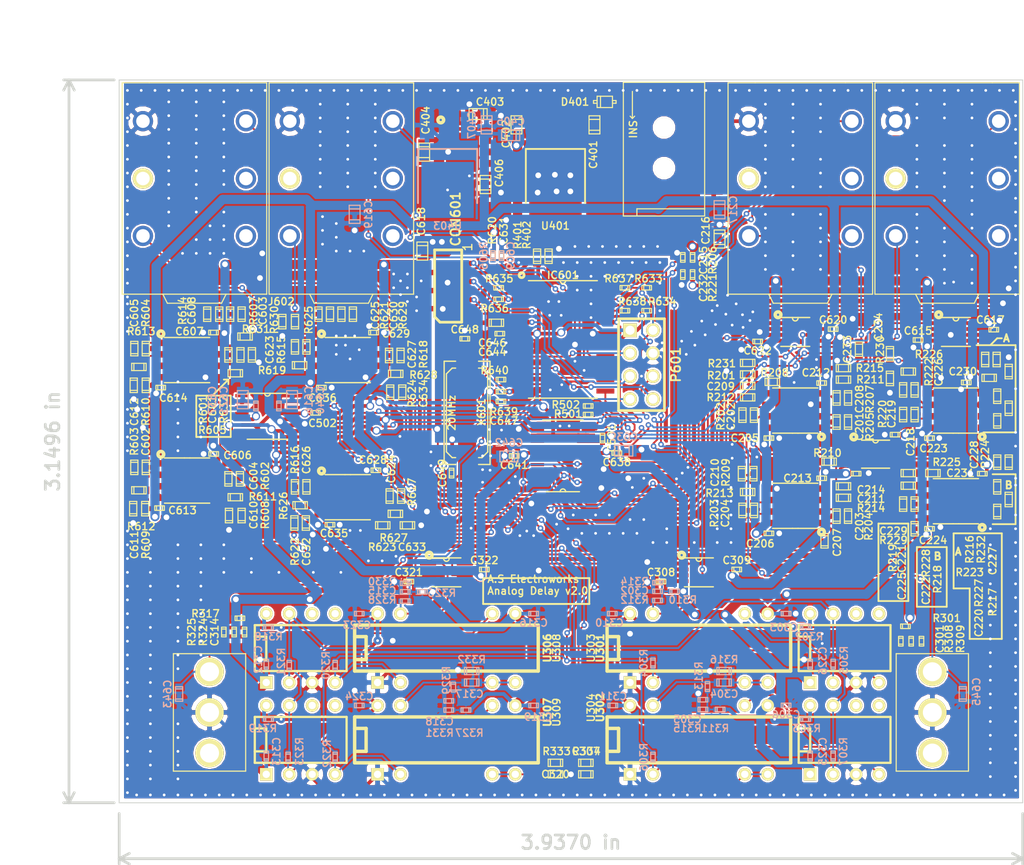
<source format=kicad_pcb>
(kicad_pcb (version 3) (host pcbnew "(2013-07-07 BZR 4022)-stable")
  (layers (15 F.Cu signal) (2 Inner2.Cu power) (1 Inner3.Cu power) (0 B.Cu signal hide) (18 B.Paste user) (19 F.Paste user) (20 B.SilkS user) (21 F.SilkS user) (22 B.Mask user) (23 F.Mask user) (28 Edge.Cuts user))
  (net 0 "")
  (net 1 +5VA)
  (net 2 +5VD)
  (net 3 +9V)
  (net 4 -5VA)
  (net 5 "/BBD Block/BBDOUT1")
  (net 6 "/BBD Block/BBDOUT2")
  (net 7 "/BBD Block/CLK_N")
  (net 8 "/BBD Block/CLK_P")
  (net 9 "/Clock Cancel Filter/Output Block/BYP1IN")
  (net 10 "/Clock Cancel Filter/Output Block/BYPIN2")
  (net 11 "/Clock Cancel Filter/Output Block/MIXSEL1")
  (net 12 "/Clock Cancel Filter/Output Block/MIXSEL2")
  (net 13 "/Clock Cancel Filter/Output Block/OUTDET1")
  (net 14 "/Clock Cancel Filter/Output Block/OUTDET2")
  (net 15 "/Clock Cancel Filter/Output Block/SCL")
  (net 16 "/Clock Cancel Filter/Output Block/SDA")
  (net 17 "/Connect Block/ENC_A")
  (net 18 "/Connect Block/ENC_B")
  (net 19 "/Connect Block/ON_OFF")
  (net 20 "/Connect Block/SW_ON_OFF")
  (net 21 "/Connect Block/SW_TAP")
  (net 22 "/Input/Anti Alias Filter Block/AAILIASOUT1")
  (net 23 "/Input/Anti Alias Filter Block/AAILIASOUT2")
  (net 24 "/Input/Anti Alias Filter Block/FBIN1_1")
  (net 25 "/Input/Anti Alias Filter Block/FBIN1_2")
  (net 26 "/Input/Anti Alias Filter Block/FBIN2_1")
  (net 27 "/Input/Anti Alias Filter Block/FBIN2_2")
  (net 28 "/Input/Anti Alias Filter Block/IN1DET")
  (net 29 "/Input/Anti Alias Filter Block/IN2DET")
  (net 30 AGND)
  (net 31 DGND)
  (net 32 N-00000100)
  (net 33 N-00000101)
  (net 34 N-00000102)
  (net 35 N-00000103)
  (net 36 N-00000104)
  (net 37 N-00000105)
  (net 38 N-00000106)
  (net 39 N-00000107)
  (net 40 N-00000109)
  (net 41 N-00000110)
  (net 42 N-00000111)
  (net 43 N-00000112)
  (net 44 N-00000113)
  (net 45 N-00000114)
  (net 46 N-00000115)
  (net 47 N-00000116)
  (net 48 N-00000117)
  (net 49 N-00000118)
  (net 50 N-00000119)
  (net 51 N-00000120)
  (net 52 N-00000121)
  (net 53 N-00000122)
  (net 54 N-00000123)
  (net 55 N-00000124)
  (net 56 N-00000125)
  (net 57 N-00000126)
  (net 58 N-00000127)
  (net 59 N-00000136)
  (net 60 N-00000137)
  (net 61 N-00000138)
  (net 62 N-00000139)
  (net 63 N-00000140)
  (net 64 N-00000143)
  (net 65 N-00000144)
  (net 66 N-00000147)
  (net 67 N-00000148)
  (net 68 N-00000149)
  (net 69 N-00000150)
  (net 70 N-00000151)
  (net 71 N-00000152)
  (net 72 N-00000153)
  (net 73 N-00000154)
  (net 74 N-0000027)
  (net 75 N-0000028)
  (net 76 N-0000029)
  (net 77 N-0000030)
  (net 78 N-0000031)
  (net 79 N-0000032)
  (net 80 N-0000033)
  (net 81 N-0000034)
  (net 82 N-0000035)
  (net 83 N-0000036)
  (net 84 N-0000037)
  (net 85 N-0000038)
  (net 86 N-0000039)
  (net 87 N-0000040)
  (net 88 N-0000041)
  (net 89 N-0000042)
  (net 90 N-0000043)
  (net 91 N-0000044)
  (net 92 N-0000045)
  (net 93 N-0000053)
  (net 94 N-0000054)
  (net 95 N-0000055)
  (net 96 N-0000056)
  (net 97 N-0000057)
  (net 98 N-0000058)
  (net 99 N-0000059)
  (net 100 N-0000060)
  (net 101 N-0000061)
  (net 102 N-0000062)
  (net 103 N-0000063)
  (net 104 N-0000064)
  (net 105 N-0000065)
  (net 106 N-0000066)
  (net 107 N-0000067)
  (net 108 N-0000068)
  (net 109 N-0000069)
  (net 110 N-0000070)
  (net 111 N-0000071)
  (net 112 N-0000072)
  (net 113 N-0000073)
  (net 114 N-0000074)
  (net 115 N-0000075)
  (net 116 N-0000076)
  (net 117 N-0000077)
  (net 118 N-0000078)
  (net 119 N-0000079)
  (net 120 N-0000080)
  (net 121 N-0000081)
  (net 122 N-0000082)
  (net 123 N-0000083)
  (net 124 N-0000084)
  (net 125 N-0000095)
  (net 126 N-0000096)
  (net 127 N-0000097)
  (net 128 N-0000098)
  (net 129 N-0000099)
  (module r_1608 (layer F.Cu) (at 269.5575 151.3205 180)
    (fp_text reference R231 (at 2.8575 -0.0635 180) (layer F.SilkS) (effects (font (size 0.8128 0.8128) (thickness 0.1524))))
    (fp_text value 5.6k hide)
    (pad 1 smd rect (at 0.80625 0 180) (size 0.6875 0.85) (layers F.Cu F.Paste F.Mask) (net 26 "/Input/Anti Alias Filter Block/FBIN2_1"))
    (pad 2 smd rect (at -0.80625 0 180) (size 0.6875 0.85) (layers F.Cu F.Paste F.Mask) (net 95 N-0000055))
  )
  (module r_1608 (layer F.Cu) (at 297.1165 150.9395 90)
    (fp_text reference R232 (at -21.0185 -1.7145 90) (layer F.SilkS) (effects (font (size 0.8128 0.8128) (thickness 0.1524))))
    (fp_text value 5.6k hide)
    (pad 1 smd rect (at 0.80625 0 90) (size 0.6875 0.85) (layers F.Cu F.Paste F.Mask) (net 25 "/Input/Anti Alias Filter Block/FBIN1_2"))
    (pad 2 smd rect (at -0.80625 0 90) (size 0.6875 0.85) (layers F.Cu F.Paste F.Mask) (net 89 N-0000042))
  )
  (module r_1608 (layer F.Cu) (at 214.6935 150.4315 270)
    (fp_text reference R632 (at 6.0325 3.1115 270) (layer F.SilkS) (effects (font (size 0.8128 0.8128) (thickness 0.1524))))
    (fp_text value 47k hide)
    (pad 1 smd rect (at 0.80625 0 270) (size 0.6875 0.85) (layers F.Cu F.Paste F.Mask) (net 30 AGND))
    (pad 2 smd rect (at -0.80625 0 270) (size 0.6875 0.85) (layers F.Cu F.Paste F.Mask) (net 32 N-00000100))
  )
  (module r_1608 (layer F.Cu) (at 213.9315 148.3995 180)
    (fp_text reference R631 (at -1.2065 0.8255 180) (layer F.SilkS) (effects (font (size 0.8128 0.8128) (thickness 0.1524))))
    (fp_text value 33 hide)
    (pad 1 smd rect (at 0.80625 0 180) (size 0.6875 0.85) (layers F.Cu F.Paste F.Mask) (net 43 N-00000112))
    (pad 2 smd rect (at -0.80625 0 180) (size 0.6875 0.85) (layers F.Cu F.Paste F.Mask) (net 32 N-00000100))
  )
  (module r_1608 (layer F.Cu) (at 251.6505 196.85 180)
    (fp_text reference R334 (at -0.0635 2.54 180) (layer F.SilkS) (effects (font (size 0.8128 0.8128) (thickness 0.1524))))
    (fp_text value 47k hide)
    (pad 1 smd rect (at 0.80625 0 180) (size 0.6875 0.85) (layers F.Cu F.Paste F.Mask) (net 30 AGND))
    (pad 2 smd rect (at -0.80625 0 180) (size 0.6875 0.85) (layers F.Cu F.Paste F.Mask) (net 115 N-0000075))
  )
  (module r_1608 (layer F.Cu) (at 297.18 155.0035 90)
    (fp_text reference R227 (at -21.7805 -2.032 90) (layer F.SilkS) (effects (font (size 0.8128 0.8128) (thickness 0.1524))))
    (fp_text value 4.7k hide)
    (pad 1 smd rect (at 0.80625 0 90) (size 0.6875 0.85) (layers F.Cu F.Paste F.Mask) (net 89 N-0000042))
    (pad 2 smd rect (at -0.80625 0 90) (size 0.6875 0.85) (layers F.Cu F.Paste F.Mask) (net 77 N-0000030))
  )
  (module r_1608 (layer F.Cu) (at 295.8465 150.9395 90)
    (fp_text reference R216 (at -21.0185 -1.7145 90) (layer F.SilkS) (effects (font (size 0.8128 0.8128) (thickness 0.1524))))
    (fp_text value 5.6k hide)
    (pad 1 smd rect (at 0.80625 0 90) (size 0.6875 0.85) (layers F.Cu F.Paste F.Mask) (net 27 "/Input/Anti Alias Filter Block/FBIN2_2"))
    (pad 2 smd rect (at -0.80625 0 90) (size 0.6875 0.85) (layers F.Cu F.Paste F.Mask) (net 89 N-0000042))
  )
  (module r_1608 (layer F.Cu) (at 296.291 152.9715 180)
    (fp_text reference R223 (at 2.159 -21.5265 180) (layer F.SilkS) (effects (font (size 0.8128 0.8128) (thickness 0.1524))))
    (fp_text value 5.6k hide)
    (pad 1 smd rect (at 0.80625 0 180) (size 0.6875 0.85) (layers F.Cu F.Paste F.Mask) (net 88 N-0000041))
    (pad 2 smd rect (at -0.80625 0 180) (size 0.6875 0.85) (layers F.Cu F.Paste F.Mask) (net 89 N-0000042))
  )
  (module r_1608 (layer F.Cu) (at 286.766 157.0355 90)
    (fp_text reference R220 (at 0.0635 -2.286 90) (layer F.SilkS) (effects (font (size 0.8128 0.8128) (thickness 0.1524))))
    (fp_text value 47k hide)
    (pad 1 smd rect (at 0.80625 0 90) (size 0.6875 0.85) (layers F.Cu F.Paste F.Mask) (net 85 N-0000038))
    (pad 2 smd rect (at -0.80625 0 90) (size 0.6875 0.85) (layers F.Cu F.Paste F.Mask) (net 10 "/Clock Cancel Filter/Output Block/BYPIN2"))
  )
  (module r_1608 (layer F.Cu) (at 280.162 153.162)
    (fp_text reference R211 (at 2.9845 0) (layer F.SilkS) (effects (font (size 0.8128 0.8128) (thickness 0.1524))))
    (fp_text value 5.1k hide)
    (pad 1 smd rect (at 0.80625 0) (size 0.6875 0.85) (layers F.Cu F.Paste F.Mask) (net 97 N-0000057))
    (pad 2 smd rect (at -0.80625 0) (size 0.6875 0.85) (layers F.Cu F.Paste F.Mask) (net 98 N-0000058))
  )
  (module r_1608 (layer F.Cu) (at 280.67 155.194 90)
    (fp_text reference R207 (at -0.127 2.413 90) (layer F.SilkS) (effects (font (size 0.8128 0.8128) (thickness 0.1524))))
    (fp_text value 47k hide)
    (pad 1 smd rect (at 0.80625 0 90) (size 0.6875 0.85) (layers F.Cu F.Paste F.Mask) (net 97 N-0000057))
    (pad 2 smd rect (at -0.80625 0 90) (size 0.6875 0.85) (layers F.Cu F.Paste F.Mask) (net 96 N-0000056))
  )
  (module r_1608 (layer F.Cu) (at 280.67 157.861 90)
    (fp_text reference R205 (at -0.508 2.413 90) (layer F.SilkS) (effects (font (size 0.8128 0.8128) (thickness 0.1524))))
    (fp_text value 47k hide)
    (pad 1 smd rect (at 0.80625 0 90) (size 0.6875 0.85) (layers F.Cu F.Paste F.Mask) (net 96 N-0000056))
    (pad 2 smd rect (at -0.80625 0 90) (size 0.6875 0.85) (layers F.Cu F.Paste F.Mask) (net 9 "/Clock Cancel Filter/Output Block/BYP1IN"))
  )
  (module r_1608 (layer F.Cu) (at 272.288 153.416)
    (fp_text reference R208 (at 0.254 -1.016) (layer F.SilkS) (effects (font (size 0.8128 0.8128) (thickness 0.1524))))
    (fp_text value 5.6k hide)
    (pad 1 smd rect (at 0.80625 0) (size 0.6875 0.85) (layers F.Cu F.Paste F.Mask) (net 87 N-0000040))
    (pad 2 smd rect (at -0.80625 0) (size 0.6875 0.85) (layers F.Cu F.Paste F.Mask) (net 95 N-0000055))
  )
  (module r_1608 (layer F.Cu) (at 269.5575 152.5905 180)
    (fp_text reference R201 (at 2.921 -0.127 180) (layer F.SilkS) (effects (font (size 0.8128 0.8128) (thickness 0.1524))))
    (fp_text value 5.6k hide)
    (pad 1 smd rect (at 0.80625 0 180) (size 0.6875 0.85) (layers F.Cu F.Paste F.Mask) (net 24 "/Input/Anti Alias Filter Block/FBIN1_1"))
    (pad 2 smd rect (at -0.80625 0 180) (size 0.6875 0.85) (layers F.Cu F.Paste F.Mask) (net 95 N-0000055))
  )
  (module r_1608 (layer F.Cu) (at 269.5575 155.1305 180)
    (fp_text reference R212 (at 2.9845 0 180) (layer F.SilkS) (effects (font (size 0.8128 0.8128) (thickness 0.1524))))
    (fp_text value 4.7k hide)
    (pad 1 smd rect (at 0.80625 0 180) (size 0.6875 0.85) (layers F.Cu F.Paste F.Mask) (net 95 N-0000055))
    (pad 2 smd rect (at -0.80625 0 180) (size 0.6875 0.85) (layers F.Cu F.Paste F.Mask) (net 100 N-0000060))
  )
  (module r_1608 (layer F.Cu) (at 268.986 157.099 90)
    (fp_text reference R202 (at -0.127 -2.413 90) (layer F.SilkS) (effects (font (size 0.8128 0.8128) (thickness 0.1524))))
    (fp_text value 5.6k hide)
    (pad 1 smd rect (at 0.80625 0 90) (size 0.6875 0.85) (layers F.Cu F.Paste F.Mask) (net 95 N-0000055))
    (pad 2 smd rect (at -0.80625 0 90) (size 0.6875 0.85) (layers F.Cu F.Paste F.Mask) (net 94 N-0000054))
  )
  (module r_1608 (layer F.Cu) (at 298.45 156.337 90)
    (fp_text reference R217 (at -21.463 -1.778 90) (layer F.SilkS) (effects (font (size 0.8128 0.8128) (thickness 0.1524))))
    (fp_text value 5.6k hide)
    (pad 1 smd rect (at 0.80625 0 90) (size 0.6875 0.85) (layers F.Cu F.Paste F.Mask) (net 89 N-0000042))
    (pad 2 smd rect (at -0.80625 0 90) (size 0.6875 0.85) (layers F.Cu F.Paste F.Mask) (net 74 N-0000027))
  )
  (module r_1608 (layer F.Cu) (at 269.5575 165.608 180)
    (fp_text reference R213 (at 3.1115 -0.127 180) (layer F.SilkS) (effects (font (size 0.8128 0.8128) (thickness 0.1524))))
    (fp_text value 3.9k hide)
    (pad 1 smd rect (at 0.80625 0 180) (size 0.6875 0.85) (layers F.Cu F.Paste F.Mask) (net 93 N-0000053))
    (pad 2 smd rect (at -0.80625 0 180) (size 0.6875 0.85) (layers F.Cu F.Paste F.Mask) (net 99 N-0000059))
  )
  (module r_1608 (layer F.Cu) (at 268.986 167.64 90)
    (fp_text reference R203 (at -0.3175 -3.1115 90) (layer F.SilkS) (effects (font (size 0.8128 0.8128) (thickness 0.1524))))
    (fp_text value 3.9k hide)
    (pad 1 smd rect (at 0.80625 0 90) (size 0.6875 0.85) (layers F.Cu F.Paste F.Mask) (net 93 N-0000053))
    (pad 2 smd rect (at -0.80625 0 90) (size 0.6875 0.85) (layers F.Cu F.Paste F.Mask) (net 83 N-0000036))
  )
  (module r_1608 (layer F.Cu) (at 278.5745 162.2425)
    (fp_text reference R210 (at -0.1905 -0.9525) (layer F.SilkS) (effects (font (size 0.8128 0.8128) (thickness 0.1524))))
    (fp_text value 3.3k hide)
    (pad 1 smd rect (at 0.80625 0) (size 0.6875 0.85) (layers F.Cu F.Paste F.Mask) (net 81 N-0000034))
    (pad 2 smd rect (at -0.80625 0) (size 0.6875 0.85) (layers F.Cu F.Paste F.Mask) (net 83 N-0000036))
  )
  (module r_1608 (layer F.Cu) (at 280.162 166.243 180)
    (fp_text reference R214 (at -3.048 -1.143 180) (layer F.SilkS) (effects (font (size 0.8128 0.8128) (thickness 0.1524))))
    (fp_text value 1.5k hide)
    (pad 1 smd rect (at 0.80625 0 180) (size 0.6875 0.85) (layers F.Cu F.Paste F.Mask) (net 82 N-0000035))
    (pad 2 smd rect (at -0.80625 0 180) (size 0.6875 0.85) (layers F.Cu F.Paste F.Mask) (net 81 N-0000034))
  )
  (module r_1608 (layer F.Cu) (at 280.67 168.275 90)
    (fp_text reference R204 (at -1.143 2.286 90) (layer F.SilkS) (effects (font (size 0.8128 0.8128) (thickness 0.1524))))
    (fp_text value 3.3k hide)
    (pad 1 smd rect (at 0.80625 0 90) (size 0.6875 0.85) (layers F.Cu F.Paste F.Mask) (net 81 N-0000034))
    (pad 2 smd rect (at -0.80625 0 90) (size 0.6875 0.85) (layers F.Cu F.Paste F.Mask) (net 86 N-0000039))
  )
  (module r_1608 (layer F.Cu) (at 285.3055 153.035 270)
    (fp_text reference R230 (at -3.175 1.0795 270) (layer F.SilkS) (effects (font (size 0.8128 0.8128) (thickness 0.1524))))
    (fp_text value 1M hide)
    (pad 1 smd rect (at 0.80625 0 270) (size 0.6875 0.85) (layers F.Cu F.Paste F.Mask) (net 30 AGND))
    (pad 2 smd rect (at -0.80625 0 270) (size 0.6875 0.85) (layers F.Cu F.Paste F.Mask) (net 101 N-0000061))
  )
  (module r_1608 (layer F.Cu) (at 287.3375 152.273 180)
    (fp_text reference R226 (at -2.286 1.905 180) (layer F.SilkS) (effects (font (size 0.8128 0.8128) (thickness 0.1524))))
    (fp_text value 5.1k hide)
    (pad 1 smd rect (at 0.80625 0 180) (size 0.6875 0.85) (layers F.Cu F.Paste F.Mask) (net 101 N-0000061))
    (pad 2 smd rect (at -0.80625 0 180) (size 0.6875 0.85) (layers F.Cu F.Paste F.Mask) (net 84 N-0000037))
  )
  (module r_1608 (layer F.Cu) (at 286.766 154.305 90)
    (fp_text reference R222 (at 1.9685 2.8575 90) (layer F.SilkS) (effects (font (size 0.8128 0.8128) (thickness 0.1524))))
    (fp_text value 47k hide)
    (pad 1 smd rect (at 0.80625 0 90) (size 0.6875 0.85) (layers F.Cu F.Paste F.Mask) (net 101 N-0000061))
    (pad 2 smd rect (at -0.80625 0 90) (size 0.6875 0.85) (layers F.Cu F.Paste F.Mask) (net 85 N-0000038))
  )
  (module r_1608 (layer F.Cu) (at 270.1925 163.576 90)
    (fp_text reference R209 (at 0.127 -3.048 90) (layer F.SilkS) (effects (font (size 0.8128 0.8128) (thickness 0.1524))))
    (fp_text value 3.9k hide)
    (pad 1 smd rect (at 0.80625 0 90) (size 0.6875 0.85) (layers F.Cu F.Paste F.Mask) (net 94 N-0000054))
    (pad 2 smd rect (at -0.80625 0 90) (size 0.6875 0.85) (layers F.Cu F.Paste F.Mask) (net 93 N-0000053))
  )
  (module r_1608 (layer F.Cu) (at 218.059 146.7485 270)
    (fp_text reference R630 (at -0.1905 0.889 270) (layer F.SilkS) (effects (font (size 0.8128 0.8128) (thickness 0.1524))))
    (fp_text value 47k hide)
    (pad 1 smd rect (at 0.80625 0 270) (size 0.6875 0.85) (layers F.Cu F.Paste F.Mask) (net 30 AGND))
    (pad 2 smd rect (at -0.80625 0 270) (size 0.6875 0.85) (layers F.Cu F.Paste F.Mask) (net 128 N-0000098))
  )
  (module r_1608 (layer F.Cu) (at 231.14 150.495 270)
    (fp_text reference R618 (at -0.127 -2.54 270) (layer F.SilkS) (effects (font (size 0.8128 0.8128) (thickness 0.1524))))
    (fp_text value 1k hide)
    (pad 1 smd rect (at 0.80625 0 270) (size 0.6875 0.85) (layers F.Cu F.Paste F.Mask) (net 45 N-00000114))
    (pad 2 smd rect (at -0.80625 0 270) (size 0.6875 0.85) (layers F.Cu F.Paste F.Mask) (net 49 N-00000118))
  )
  (module r_1608 (layer F.Cu) (at 230.6066 152.527)
    (fp_text reference R628 (at 3.0734 0.127) (layer F.SilkS) (effects (font (size 0.8128 0.8128) (thickness 0.1524))))
    (fp_text value 820 hide)
    (pad 1 smd rect (at 0.80625 0) (size 0.6875 0.85) (layers F.Cu F.Paste F.Mask) (net 45 N-00000114))
    (pad 2 smd rect (at -0.80625 0) (size 0.6875 0.85) (layers F.Cu F.Paste F.Mask) (net 44 N-00000113))
  )
  (module r_1608 (layer F.Cu) (at 229.997 154.559 270)
    (fp_text reference R624 (at 0.127 -2.413 270) (layer F.SilkS) (effects (font (size 0.8128 0.8128) (thickness 0.1524))))
    (fp_text value 820 hide)
    (pad 1 smd rect (at 0.80625 0 270) (size 0.6875 0.85) (layers F.Cu F.Paste F.Mask) (net 46 N-00000115))
    (pad 2 smd rect (at -0.80625 0 270) (size 0.6875 0.85) (layers F.Cu F.Paste F.Mask) (net 45 N-00000114))
  )
  (module r_1608 (layer F.Cu) (at 219.456 146.7485 270)
    (fp_text reference R625 (at -0.1905 -1.524 270) (layer F.SilkS) (effects (font (size 0.8128 0.8128) (thickness 0.1524))))
    (fp_text value 33 hide)
    (pad 1 smd rect (at 0.80625 0 270) (size 0.6875 0.85) (layers F.Cu F.Paste F.Mask) (net 50 N-00000119))
    (pad 2 smd rect (at -0.80625 0 270) (size 0.6875 0.85) (layers F.Cu F.Paste F.Mask) (net 128 N-0000098))
  )
  (module r_1608 (layer F.Cu) (at 202.946 153.797 270)
    (fp_text reference R610 (at 2.921 0 270) (layer F.SilkS) (effects (font (size 0.8128 0.8128) (thickness 0.1524))))
    (fp_text value 820 hide)
    (pad 1 smd rect (at 0.80625 0 270) (size 0.6875 0.85) (layers F.Cu F.Paste F.Mask) (net 34 N-00000102))
    (pad 2 smd rect (at -0.80625 0 270) (size 0.6875 0.85) (layers F.Cu F.Paste F.Mask) (net 33 N-00000101))
  )
  (module r_1608 (layer F.Cu) (at 202.184 151.765 180)
    (fp_text reference R613 (at -0.254 3.937 180) (layer F.SilkS) (effects (font (size 0.8128 0.8128) (thickness 0.1524))))
    (fp_text value 820 hide)
    (pad 1 smd rect (at 0.80625 0 180) (size 0.6875 0.85) (layers F.Cu F.Paste F.Mask) (net 33 N-00000101))
    (pad 2 smd rect (at -0.80625 0 180) (size 0.6875 0.85) (layers F.Cu F.Paste F.Mask) (net 38 N-00000106))
  )
  (module r_1608 (layer F.Cu) (at 201.676 149.733 270)
    (fp_text reference R604 (at -3.937 -1.27 270) (layer F.SilkS) (effects (font (size 0.8128 0.8128) (thickness 0.1524))))
    (fp_text value 1k hide)
    (pad 1 smd rect (at 0.80625 0 270) (size 0.6875 0.85) (layers F.Cu F.Paste F.Mask) (net 33 N-00000101))
    (pad 2 smd rect (at -0.80625 0 270) (size 0.6875 0.85) (layers F.Cu F.Paste F.Mask) (net 61 N-00000138))
  )
  (module r_1608 (layer F.Cu) (at 209.7405 145.923 90)
    (fp_text reference R614 (at 0.381 -2.7305 90) (layer F.SilkS) (effects (font (size 0.8128 0.8128) (thickness 0.1524))))
    (fp_text value 47k hide)
    (pad 1 smd rect (at 0.80625 0 90) (size 0.6875 0.85) (layers F.Cu F.Paste F.Mask) (net 36 N-00000104))
    (pad 2 smd rect (at -0.80625 0 90) (size 0.6875 0.85) (layers F.Cu F.Paste F.Mask) (net 54 N-00000123))
  )
  (module r_1608 (layer F.Cu) (at 212.2805 145.923 90)
    (fp_text reference R607 (at 0.381 2.6035 90) (layer F.SilkS) (effects (font (size 0.8128 0.8128) (thickness 0.1524))))
    (fp_text value 47k hide)
    (pad 1 smd rect (at 0.80625 0 90) (size 0.6875 0.85) (layers F.Cu F.Paste F.Mask) (net 53 N-00000122))
    (pad 2 smd rect (at -0.80625 0 90) (size 0.6875 0.85) (layers F.Cu F.Paste F.Mask) (net 54 N-00000123))
  )
  (module r_1608 (layer F.Cu) (at 212.852 152.4635 180)
    (fp_text reference R605 (at 2.54 -6.2865 180) (layer F.SilkS) (effects (font (size 0.8128 0.8128) (thickness 0.1524))))
    (fp_text value 6.8k hide)
    (pad 1 smd rect (at 0.80625 0 180) (size 0.6875 0.85) (layers F.Cu F.Paste F.Mask) (net 54 N-00000123))
    (pad 2 smd rect (at -0.80625 0 180) (size 0.6875 0.85) (layers F.Cu F.Paste F.Mask) (net 39 N-00000107))
  )
  (module r_1608 (layer F.Cu) (at 212.09 150.4315 270)
    (fp_text reference R601 (at 6.0325 2.794 270) (layer F.SilkS) (effects (font (size 0.8128 0.8128) (thickness 0.1524))))
    (fp_text value 47k hide)
    (pad 1 smd rect (at 0.80625 0 270) (size 0.6875 0.85) (layers F.Cu F.Paste F.Mask) (net 54 N-00000123))
    (pad 2 smd rect (at -0.80625 0 270) (size 0.6875 0.85) (layers F.Cu F.Paste F.Mask) (net 43 N-00000112))
  )
  (module r_1608 (layer F.Cu) (at 248.285 196.85)
    (fp_text reference R333 (at 0.127 -2.54) (layer F.SilkS) (effects (font (size 0.8128 0.8128) (thickness 0.1524))))
    (fp_text value 47k hide)
    (pad 1 smd rect (at 0.80625 0) (size 0.6875 0.85) (layers F.Cu F.Paste F.Mask) (net 30 AGND))
    (pad 2 smd rect (at -0.80625 0) (size 0.6875 0.85) (layers F.Cu F.Paste F.Mask) (net 122 N-0000082))
  )
  (module r_1608 (layer B.Cu) (at 266.954 185.42 180)
    (fp_text reference R316 (at 0 1.27 180) (layer B.SilkS) (effects (font (size 0.8128 0.8128) (thickness 0.1524)) (justify mirror)))
    (fp_text value 47k hide)
    (pad 1 smd rect (at 0.80625 0 180) (size 0.6875 0.85) (layers B.Cu B.Paste B.Mask) (net 30 AGND))
    (pad 2 smd rect (at -0.80625 0 180) (size 0.6875 0.85) (layers B.Cu B.Paste B.Mask) (net 121 N-0000081))
  )
  (module r_1608 (layer F.Cu) (at 246.253 139.5095 90)
    (fp_text reference R401 (at 2.3495 -2.159 90) (layer F.SilkS) (effects (font (size 0.8128 0.8128) (thickness 0.1524))))
    (fp_text value 0 hide)
    (pad 1 smd rect (at 0.80625 0 90) (size 0.6875 0.85) (layers F.Cu F.Paste F.Mask) (net 1 +5VA))
    (pad 2 smd rect (at -0.80625 0 90) (size 0.6875 0.85) (layers F.Cu F.Paste F.Mask) (net 2 +5VD))
  )
  (module r_1608 (layer F.Cu) (at 247.523 139.5095 90)
    (fp_text reference R402 (at 2.3495 -2.413 90) (layer F.SilkS) (effects (font (size 0.8128 0.8128) (thickness 0.1524))))
    (fp_text value 0 hide)
    (pad 1 smd rect (at 0.80625 0 90) (size 0.6875 0.85) (layers F.Cu F.Paste F.Mask) (net 30 AGND))
    (pad 2 smd rect (at -0.80625 0 90) (size 0.6875 0.85) (layers F.Cu F.Paste F.Mask) (net 31 DGND))
  )
  (module r_1608 (layer B.Cu) (at 239.014 185.42 180)
    (fp_text reference R332 (at 0 1.27 180) (layer B.SilkS) (effects (font (size 0.8128 0.8128) (thickness 0.1524)) (justify mirror)))
    (fp_text value 47k hide)
    (pad 1 smd rect (at 0.80625 0 180) (size 0.6875 0.85) (layers B.Cu B.Paste B.Mask) (net 30 AGND))
    (pad 2 smd rect (at -0.80625 0 180) (size 0.6875 0.85) (layers B.Cu B.Paste B.Mask) (net 102 N-0000062))
  )
  (module r_1608 (layer F.Cu) (at 286.766 166.9415 90)
    (fp_text reference R219 (at -5.969 -1.143 90) (layer F.SilkS) (effects (font (size 0.8128 0.8128) (thickness 0.1524))))
    (fp_text value 3.3k hide)
    (pad 1 smd rect (at 0.80625 0 90) (size 0.6875 0.85) (layers F.Cu F.Paste F.Mask) (net 78 N-0000031))
    (pad 2 smd rect (at -0.80625 0 90) (size 0.6875 0.85) (layers F.Cu F.Paste F.Mask) (net 92 N-0000045))
  )
  (module r_1608 (layer F.Cu) (at 287.3375 164.9095)
    (fp_text reference R229 (at -1.651 6.0325) (layer F.SilkS) (effects (font (size 0.8128 0.8128) (thickness 0.1524))))
    (fp_text value 1.5k hide)
    (pad 1 smd rect (at 0.80625 0) (size 0.6875 0.85) (layers F.Cu F.Paste F.Mask) (net 76 N-0000029))
    (pad 2 smd rect (at -0.80625 0) (size 0.6875 0.85) (layers F.Cu F.Paste F.Mask) (net 78 N-0000031))
  )
  (module r_1608 (layer F.Cu) (at 290.068 163.5125 180)
    (fp_text reference R225 (at -1.524 1.2065 180) (layer F.SilkS) (effects (font (size 0.8128 0.8128) (thickness 0.1524))))
    (fp_text value 3.3k hide)
    (pad 1 smd rect (at 0.80625 0 180) (size 0.6875 0.85) (layers F.Cu F.Paste F.Mask) (net 78 N-0000031))
    (pad 2 smd rect (at -0.80625 0 180) (size 0.6875 0.85) (layers F.Cu F.Paste F.Mask) (net 79 N-0000032))
  )
  (module r_1608 (layer F.Cu) (at 298.45 166.4335 90)
    (fp_text reference R218 (at -8.8265 -7.874 90) (layer F.SilkS) (effects (font (size 0.8128 0.8128) (thickness 0.1524))))
    (fp_text value 3.9k hide)
    (pad 1 smd rect (at 0.80625 0 90) (size 0.6875 0.85) (layers F.Cu F.Paste F.Mask) (net 75 N-0000028))
    (pad 2 smd rect (at -0.80625 0 90) (size 0.6875 0.85) (layers F.Cu F.Paste F.Mask) (net 79 N-0000032))
  )
  (module r_1608 (layer F.Cu) (at 297.18 165.0365 90)
    (fp_text reference R228 (at -8.4455 -7.874 90) (layer F.SilkS) (effects (font (size 0.8128 0.8128) (thickness 0.1524))))
    (fp_text value 3.9k hide)
    (pad 1 smd rect (at 0.80625 0 90) (size 0.6875 0.85) (layers F.Cu F.Paste F.Mask) (net 75 N-0000028))
    (pad 2 smd rect (at -0.80625 0 90) (size 0.6875 0.85) (layers F.Cu F.Paste F.Mask) (net 80 N-0000033))
  )
  (module r_1608 (layer F.Cu) (at 219.964 151.5745)
    (fp_text reference R619 (at -3.048 0.5715) (layer F.SilkS) (effects (font (size 0.8128 0.8128) (thickness 0.1524))))
    (fp_text value 6.8k hide)
    (pad 1 smd rect (at 0.80625 0) (size 0.6875 0.85) (layers F.Cu F.Paste F.Mask) (net 52 N-00000121))
    (pad 2 smd rect (at -0.80625 0) (size 0.6875 0.85) (layers F.Cu F.Paste F.Mask) (net 51 N-00000120))
  )
  (module r_1608 (layer F.Cu) (at 220.726 149.5425 270)
    (fp_text reference R615 (at 0.3175 2.794 270) (layer F.SilkS) (effects (font (size 0.8128 0.8128) (thickness 0.1524))))
    (fp_text value 47k hide)
    (pad 1 smd rect (at 0.80625 0 270) (size 0.6875 0.85) (layers F.Cu F.Paste F.Mask) (net 52 N-00000121))
    (pad 2 smd rect (at -0.80625 0 270) (size 0.6875 0.85) (layers F.Cu F.Paste F.Mask) (net 50 N-00000119))
  )
  (module r_1608 (layer F.Cu) (at 225.8695 145.923 90)
    (fp_text reference R629 (at -0.127 5.5245 90) (layer F.SilkS) (effects (font (size 0.8128 0.8128) (thickness 0.1524))))
    (fp_text value 47k hide)
    (pad 1 smd rect (at 0.80625 0 90) (size 0.6875 0.85) (layers F.Cu F.Paste F.Mask) (net 129 N-0000099))
    (pad 2 smd rect (at -0.80625 0 90) (size 0.6875 0.85) (layers F.Cu F.Paste F.Mask) (net 52 N-00000121))
  )
  (module r_1608 (layer F.Cu) (at 223.3295 145.923 90)
    (fp_text reference R621 (at -0.127 6.0325 90) (layer F.SilkS) (effects (font (size 0.8128 0.8128) (thickness 0.1524))))
    (fp_text value 47k hide)
    (pad 1 smd rect (at 0.80625 0 90) (size 0.6875 0.85) (layers F.Cu F.Paste F.Mask) (net 47 N-00000116))
    (pad 2 smd rect (at -0.80625 0 90) (size 0.6875 0.85) (layers F.Cu F.Paste F.Mask) (net 52 N-00000121))
  )
  (module r_1608 (layer F.Cu) (at 280.162 151.892 180)
    (fp_text reference R215 (at -2.921 0 180) (layer F.SilkS) (effects (font (size 0.8128 0.8128) (thickness 0.1524))))
    (fp_text value 1M hide)
    (pad 1 smd rect (at 0.80625 0 180) (size 0.6875 0.85) (layers F.Cu F.Paste F.Mask) (net 30 AGND))
    (pad 2 smd rect (at -0.80625 0 180) (size 0.6875 0.85) (layers F.Cu F.Paste F.Mask) (net 97 N-0000057))
  )
  (module r_1608 (layer F.Cu) (at 298.45 162.306 90)
    (fp_text reference R224 (at 0.889 -2.6035 90) (layer F.SilkS) (effects (font (size 0.8128 0.8128) (thickness 0.1524))))
    (fp_text value 3.9k hide)
    (pad 1 smd rect (at 0.80625 0 90) (size 0.6875 0.85) (layers F.Cu F.Paste F.Mask) (net 74 N-0000027))
    (pad 2 smd rect (at -0.80625 0 90) (size 0.6875 0.85) (layers F.Cu F.Paste F.Mask) (net 75 N-0000028))
  )
  (module r_1608 (layer F.Cu) (at 231.2035 166.0525 270)
    (fp_text reference R617 (at -0.4445 -1.2065 270) (layer F.SilkS) (effects (font (size 0.8128 0.8128) (thickness 0.1524))))
    (fp_text value 2.7k hide)
    (pad 1 smd rect (at 0.80625 0 270) (size 0.6875 0.85) (layers F.Cu F.Paste F.Mask) (net 55 N-00000124))
    (pad 2 smd rect (at -0.80625 0 270) (size 0.6875 0.85) (layers F.Cu F.Paste F.Mask) (net 46 N-00000115))
  )
  (module r_1608 (layer F.Cu) (at 230.5685 168.021)
    (fp_text reference R627 (at -0.1905 2.667) (layer F.SilkS) (effects (font (size 0.8128 0.8128) (thickness 0.1524))))
    (fp_text value 1.2k hide)
    (pad 1 smd rect (at 0.80625 0) (size 0.6875 0.85) (layers F.Cu F.Paste F.Mask) (net 55 N-00000124))
    (pad 2 smd rect (at -0.80625 0) (size 0.6875 0.85) (layers F.Cu F.Paste F.Mask) (net 48 N-00000117))
  )
  (module r_1608 (layer F.Cu) (at 229.1715 169.291 180)
    (fp_text reference R623 (at 0.0635 -2.413 180) (layer F.SilkS) (effects (font (size 0.8128 0.8128) (thickness 0.1524))))
    (fp_text value 2.2k hide)
    (pad 1 smd rect (at 0.80625 0 180) (size 0.6875 0.85) (layers F.Cu F.Paste F.Mask) (net 56 N-00000125))
    (pad 2 smd rect (at -0.80625 0 180) (size 0.6875 0.85) (layers F.Cu F.Paste F.Mask) (net 55 N-00000124))
  )
  (module r_1608 (layer F.Cu) (at 219.456 165.0365 270)
    (fp_text reference R616 (at -2.9845 0 270) (layer F.SilkS) (effects (font (size 0.8128 0.8128) (thickness 0.1524))))
    (fp_text value 3.3k hide)
    (pad 1 smd rect (at 0.80625 0 270) (size 0.6875 0.85) (layers F.Cu F.Paste F.Mask) (net 58 N-00000127))
    (pad 2 smd rect (at -0.80625 0 270) (size 0.6875 0.85) (layers F.Cu F.Paste F.Mask) (net 56 N-00000125))
  )
  (module r_1608 (layer F.Cu) (at 220.0275 167.0685 180)
    (fp_text reference R626 (at 1.8415 -0.0635 270) (layer F.SilkS) (effects (font (size 0.8128 0.8128) (thickness 0.1524))))
    (fp_text value 1.5k hide)
    (pad 1 smd rect (at 0.80625 0 180) (size 0.6875 0.85) (layers F.Cu F.Paste F.Mask) (net 58 N-00000127))
    (pad 2 smd rect (at -0.80625 0 180) (size 0.6875 0.85) (layers F.Cu F.Paste F.Mask) (net 57 N-00000126))
  )
  (module r_1608 (layer F.Cu) (at 219.3925 169.037 270)
    (fp_text reference R622 (at 3.175 -0.0635 270) (layer F.SilkS) (effects (font (size 0.8128 0.8128) (thickness 0.1524))))
    (fp_text value 2.7k hide)
    (pad 1 smd rect (at 0.80625 0 270) (size 0.6875 0.85) (layers F.Cu F.Paste F.Mask) (net 6 "/BBD Block/BBDOUT2"))
    (pad 2 smd rect (at -0.80625 0 270) (size 0.6875 0.85) (layers F.Cu F.Paste F.Mask) (net 58 N-00000127))
  )
  (module r_1608 (layer F.Cu) (at 213.5505 168.2115 270)
    (fp_text reference R608 (at -0.0635 -2.6035 270) (layer F.SilkS) (effects (font (size 0.8128 0.8128) (thickness 0.1524))))
    (fp_text value 2.7k hide)
    (pad 1 smd rect (at 0.80625 0 270) (size 0.6875 0.85) (layers F.Cu F.Paste F.Mask) (net 5 "/BBD Block/BBDOUT1"))
    (pad 2 smd rect (at -0.80625 0 270) (size 0.6875 0.85) (layers F.Cu F.Paste F.Mask) (net 42 N-00000111))
  )
  (module r_1608 (layer F.Cu) (at 202.8825 167.4495 270)
    (fp_text reference R609 (at 4.0005 -0.0635 270) (layer F.SilkS) (effects (font (size 0.8128 0.8128) (thickness 0.1524))))
    (fp_text value 2.2k hide)
    (pad 1 smd rect (at 0.80625 0 270) (size 0.6875 0.85) (layers F.Cu F.Paste F.Mask) (net 41 N-00000110))
    (pad 2 smd rect (at -0.80625 0 270) (size 0.6875 0.85) (layers F.Cu F.Paste F.Mask) (net 37 N-00000105))
  )
  (module r_1608 (layer F.Cu) (at 202.184 165.4175 180)
    (fp_text reference R612 (at -0.254 -4.0005 180) (layer F.SilkS) (effects (font (size 0.8128 0.8128) (thickness 0.1524))))
    (fp_text value 1.2k hide)
    (pad 1 smd rect (at 0.80625 0 180) (size 0.6875 0.85) (layers F.Cu F.Paste F.Mask) (net 37 N-00000105))
    (pad 2 smd rect (at -0.80625 0 180) (size 0.6875 0.85) (layers F.Cu F.Paste F.Mask) (net 35 N-00000103))
  )
  (module r_1608 (layer F.Cu) (at 201.676 162.8775 270)
    (fp_text reference R603 (at -2.8575 0 270) (layer F.SilkS) (effects (font (size 0.8128 0.8128) (thickness 0.1524))))
    (fp_text value 2.7k hide)
    (pad 1 smd rect (at 0.80625 0 270) (size 0.6875 0.85) (layers F.Cu F.Paste F.Mask) (net 37 N-00000105))
    (pad 2 smd rect (at -0.80625 0 270) (size 0.6875 0.85) (layers F.Cu F.Paste F.Mask) (net 34 N-00000102))
  )
  (module r_1608 (layer F.Cu) (at 212.852 166.1795)
    (fp_text reference R611 (at 3.048 -0.0635) (layer F.SilkS) (effects (font (size 0.8128 0.8128) (thickness 0.1524))))
    (fp_text value 1.5k hide)
    (pad 1 smd rect (at 0.80625 0) (size 0.6875 0.85) (layers F.Cu F.Paste F.Mask) (net 42 N-00000111))
    (pad 2 smd rect (at -0.80625 0) (size 0.6875 0.85) (layers F.Cu F.Paste F.Mask) (net 40 N-00000109))
  )
  (module r_1608 (layer F.Cu) (at 213.36 164.1475 270)
    (fp_text reference R602 (at -0.3175 -2.794 270) (layer F.SilkS) (effects (font (size 0.8128 0.8128) (thickness 0.1524))))
    (fp_text value 3.3k hide)
    (pad 1 smd rect (at 0.80625 0 270) (size 0.6875 0.85) (layers F.Cu F.Paste F.Mask) (net 42 N-00000111))
    (pad 2 smd rect (at -0.80625 0 270) (size 0.6875 0.85) (layers F.Cu F.Paste F.Mask) (net 41 N-00000110))
  )
  (module c_1005 (layer F.Cu) (at 221.742 156.845)
    (fp_text reference C502 (at 0.762 1.143) (layer F.SilkS) (effects (font (size 0.8128 0.8128) (thickness 0.1524))))
    (fp_text value 0.1u hide)
    (pad 1 smd rect (at 0.49375 0) (size 0.5215 0.55) (layers F.Cu F.Paste F.Mask) (net 31 DGND))
    (pad 2 smd rect (at -0.49375 0) (size 0.5125 0.55) (layers F.Cu F.Paste F.Mask) (net 2 +5VD))
  )
  (module c_1005 (layer F.Cu) (at 253.492 159.639 270)
    (fp_text reference C501 (at 0 -1.016 270) (layer F.SilkS) (effects (font (size 0.8128 0.8128) (thickness 0.1524))))
    (fp_text value 0.1u hide)
    (pad 1 smd rect (at 0.49375 0 270) (size 0.5215 0.55) (layers F.Cu F.Paste F.Mask) (net 2 +5VD))
    (pad 2 smd rect (at -0.49375 0 270) (size 0.5125 0.55) (layers F.Cu F.Paste F.Mask) (net 31 DGND))
  )
  (module c_1005 (layer F.Cu) (at 238.252 148.6408)
    (fp_text reference C648 (at 0 -1.016) (layer F.SilkS) (effects (font (size 0.8128 0.8128) (thickness 0.1524))))
    (fp_text value 22p hide)
    (pad 1 smd rect (at 0.49375 0) (size 0.5215 0.55) (layers F.Cu F.Paste F.Mask) (net 31 DGND))
    (pad 2 smd rect (at -0.49375 0) (size 0.5125 0.55) (layers F.Cu F.Paste F.Mask) (net 70 N-00000151))
  )
  (module c_1005 (layer F.Cu) (at 236.7915 163.5125 90)
    (fp_text reference C649 (at 0 -1.016 90) (layer F.SilkS) (effects (font (size 0.8128 0.8128) (thickness 0.1524))))
    (fp_text value 22p hide)
    (pad 1 smd rect (at 0.49375 0 90) (size 0.5215 0.55) (layers F.Cu F.Paste F.Mask) (net 31 DGND))
    (pad 2 smd rect (at -0.49375 0 90) (size 0.5125 0.55) (layers F.Cu F.Paste F.Mask) (net 69 N-00000150))
  )
  (module c_1005 (layer F.Cu) (at 243.713 161.6075 180)
    (fp_text reference C641 (at 0 -1.016 180) (layer F.SilkS) (effects (font (size 0.8128 0.8128) (thickness 0.1524))))
    (fp_text value 0.1u hide)
    (pad 1 smd rect (at 0.49375 0 180) (size 0.5215 0.55) (layers F.Cu F.Paste F.Mask) (net 30 AGND))
    (pad 2 smd rect (at -0.49375 0 180) (size 0.5125 0.55) (layers F.Cu F.Paste F.Mask) (net 4 -5VA))
  )
  (module c_1005 (layer F.Cu) (at 242.2525 155.575 180)
    (fp_text reference C647 (at -0.3175 -2.159 180) (layer F.SilkS) (effects (font (size 0.8128 0.8128) (thickness 0.1524))))
    (fp_text value 1000p hide)
    (pad 1 smd rect (at 0.49375 0 180) (size 0.5215 0.55) (layers F.Cu F.Paste F.Mask) (net 31 DGND))
    (pad 2 smd rect (at -0.49375 0 180) (size 0.5125 0.55) (layers F.Cu F.Paste F.Mask) (net 68 N-00000149))
  )
  (module c_1005 (layer F.Cu) (at 255.0795 161.29 180)
    (fp_text reference C638 (at 0 -1.016 180) (layer F.SilkS) (effects (font (size 0.8128 0.8128) (thickness 0.1524))))
    (fp_text value 0.1u hide)
    (pad 1 smd rect (at 0.49375 0 180) (size 0.5215 0.55) (layers F.Cu F.Paste F.Mask) (net 1 +5VA))
    (pad 2 smd rect (at -0.49375 0 180) (size 0.5125 0.55) (layers F.Cu F.Paste F.Mask) (net 30 AGND))
  )
  (module c_1005 (layer F.Cu) (at 242.1255 148.082)
    (fp_text reference C644 (at -0.8255 2.032) (layer F.SilkS) (effects (font (size 0.8128 0.8128) (thickness 0.1524))))
    (fp_text value 0.1u hide)
    (pad 1 smd rect (at 0.49375 0) (size 0.5215 0.55) (layers F.Cu F.Paste F.Mask) (net 2 +5VD))
    (pad 2 smd rect (at -0.49375 0) (size 0.5125 0.55) (layers F.Cu F.Paste F.Mask) (net 31 DGND))
  )
  (module c_1005 (layer B.Cu) (at 276.479 194.818 90)
    (fp_text reference C325 (at 0.508 1.397 90) (layer B.SilkS) (effects (font (size 0.8128 0.8128) (thickness 0.1524)) (justify mirror)))
    (fp_text value 1u hide)
    (pad 1 smd rect (at 0.49375 0 90) (size 0.5215 0.55) (layers B.Cu B.Paste B.Mask) (net 30 AGND))
    (pad 2 smd rect (at -0.49375 0 90) (size 0.5125 0.55) (layers B.Cu B.Paste B.Mask) (net 1 +5VA))
  )
  (module c_1005 (layer B.Cu) (at 276.479 184.658 90)
    (fp_text reference C326 (at 0.381 1.397 90) (layer B.SilkS) (effects (font (size 0.8128 0.8128) (thickness 0.1524)) (justify mirror)))
    (fp_text value 1u hide)
    (pad 1 smd rect (at 0.49375 0 90) (size 0.5215 0.55) (layers B.Cu B.Paste B.Mask) (net 30 AGND))
    (pad 2 smd rect (at -0.49375 0 90) (size 0.5125 0.55) (layers B.Cu B.Paste B.Mask) (net 1 +5VA))
  )
  (module c_1005 (layer B.Cu) (at 216.281 184.658 90)
    (fp_text reference C312 (at 0.508 -0.889 90) (layer B.SilkS) (effects (font (size 0.8128 0.8128) (thickness 0.1524)) (justify mirror)))
    (fp_text value 1u hide)
    (pad 1 smd rect (at 0.49375 0 90) (size 0.5215 0.55) (layers B.Cu B.Paste B.Mask) (net 30 AGND))
    (pad 2 smd rect (at -0.49375 0 90) (size 0.5125 0.55) (layers B.Cu B.Paste B.Mask) (net 1 +5VA))
  )
  (module c_1005 (layer F.Cu) (at 262.382 139.6365 270)
    (fp_text reference C215 (at 0.3175 -2.286 270) (layer F.SilkS) (effects (font (size 0.8128 0.8128) (thickness 0.1524))))
    (fp_text value 0.001u hide)
    (pad 1 smd rect (at 0.49375 0 270) (size 0.5215 0.55) (layers F.Cu F.Paste F.Mask) (net 28 "/Input/Anti Alias Filter Block/IN1DET"))
    (pad 2 smd rect (at -0.49375 0 270) (size 0.5125 0.55) (layers F.Cu F.Paste F.Mask) (net 30 AGND))
  )
  (module c_1005 (layer F.Cu) (at 240.411 174.1805)
    (fp_text reference C322 (at 0 -1.016) (layer F.SilkS) (effects (font (size 0.8128 0.8128) (thickness 0.1524))))
    (fp_text value 0.1u hide)
    (pad 1 smd rect (at 0.49375 0) (size 0.5215 0.55) (layers F.Cu F.Paste F.Mask) (net 30 AGND))
    (pad 2 smd rect (at -0.49375 0) (size 0.5125 0.55) (layers F.Cu F.Paste F.Mask) (net 4 -5VA))
  )
  (module c_1005 (layer F.Cu) (at 259.969 175.514)
    (fp_text reference C308 (at 0 -1.016) (layer F.SilkS) (effects (font (size 0.8128 0.8128) (thickness 0.1524))))
    (fp_text value 0.1u hide)
    (pad 1 smd rect (at 0.49375 0) (size 0.5215 0.55) (layers F.Cu F.Paste F.Mask) (net 1 +5VA))
    (pad 2 smd rect (at -0.49375 0) (size 0.5125 0.55) (layers F.Cu F.Paste F.Mask) (net 30 AGND))
  )
  (module c_1005 (layer F.Cu) (at 268.351 174.1805)
    (fp_text reference C309 (at 0 -1.016) (layer F.SilkS) (effects (font (size 0.8128 0.8128) (thickness 0.1524))))
    (fp_text value 0.1u hide)
    (pad 1 smd rect (at 0.49375 0) (size 0.5215 0.55) (layers F.Cu F.Paste F.Mask) (net 30 AGND))
    (pad 2 smd rect (at -0.49375 0) (size 0.5125 0.55) (layers F.Cu F.Paste F.Mask) (net 4 -5VA))
  )
  (module c_1005 (layer F.Cu) (at 262.382 141.5415 90)
    (fp_text reference C232 (at -1.4605 2.286 90) (layer F.SilkS) (effects (font (size 0.8128 0.8128) (thickness 0.1524))))
    (fp_text value 0.001u hide)
    (pad 1 smd rect (at 0.49375 0 90) (size 0.5215 0.55) (layers F.Cu F.Paste F.Mask) (net 29 "/Input/Anti Alias Filter Block/IN2DET"))
    (pad 2 smd rect (at -0.49375 0 90) (size 0.5125 0.55) (layers F.Cu F.Paste F.Mask) (net 30 AGND))
  )
  (module c_1005 (layer F.Cu) (at 213.868 181.102 270)
    (fp_text reference C314 (at 0 3.302 270) (layer F.SilkS) (effects (font (size 0.8128 0.8128) (thickness 0.1524))))
    (fp_text value 0.1u hide)
    (pad 1 smd rect (at 0.49375 0 270) (size 0.5215 0.55) (layers F.Cu F.Paste F.Mask) (net 30 AGND))
    (pad 2 smd rect (at -0.49375 0 270) (size 0.5125 0.55) (layers F.Cu F.Paste F.Mask) (net 123 N-0000083))
  )
  (module c_1005 (layer F.Cu) (at 204.597 154.051)
    (fp_text reference C614 (at 1.397 1.143) (layer F.SilkS) (effects (font (size 0.8128 0.8128) (thickness 0.1524))))
    (fp_text value 0.1u hide)
    (pad 1 smd rect (at 0.49375 0) (size 0.5215 0.55) (layers F.Cu F.Paste F.Mask) (net 30 AGND))
    (pad 2 smd rect (at -0.49375 0) (size 0.5125 0.55) (layers F.Cu F.Paste F.Mask) (net 4 -5VA))
  )
  (module c_1005 (layer F.Cu) (at 289.687 169.672)
    (fp_text reference C224 (at 0.381 1.27) (layer F.SilkS) (effects (font (size 0.8128 0.8128) (thickness 0.1524))))
    (fp_text value 0.1u hide)
    (pad 1 smd rect (at 0.49375 0) (size 0.5215 0.55) (layers F.Cu F.Paste F.Mask) (net 30 AGND))
    (pad 2 smd rect (at -0.49375 0) (size 0.5125 0.55) (layers F.Cu F.Paste F.Mask) (net 1 +5VA))
  )
  (module c_1005 (layer F.Cu) (at 295.529 163.576 180)
    (fp_text reference C231 (at 2.413 0.0635 180) (layer F.SilkS) (effects (font (size 0.8128 0.8128) (thickness 0.1524))))
    (fp_text value 0.1u hide)
    (pad 1 smd rect (at 0.49375 0 180) (size 0.5215 0.55) (layers F.Cu F.Paste F.Mask) (net 30 AGND))
    (pad 2 smd rect (at -0.49375 0 180) (size 0.5125 0.55) (layers F.Cu F.Paste F.Mask) (net 4 -5VA))
  )
  (module c_1005 (layer B.Cu) (at 245.872 179.07)
    (fp_text reference C316 (at 0 1.016) (layer B.SilkS) (effects (font (size 0.8128 0.8128) (thickness 0.1524)) (justify mirror)))
    (fp_text value 1u hide)
    (pad 1 smd rect (at 0.49375 0) (size 0.5215 0.55) (layers B.Cu B.Paste B.Mask) (net 30 AGND))
    (pad 2 smd rect (at -0.49375 0) (size 0.5125 0.55) (layers B.Cu B.Paste B.Mask) (net 1 +5VA))
  )
  (module c_1005 (layer B.Cu) (at 226.568 179.07 180)
    (fp_text reference C323 (at 0.254 -1.27 180) (layer B.SilkS) (effects (font (size 0.8128 0.8128) (thickness 0.1524)) (justify mirror)))
    (fp_text value 1u hide)
    (pad 1 smd rect (at 0.49375 0 180) (size 0.5215 0.55) (layers B.Cu B.Paste B.Mask) (net 30 AGND))
    (pad 2 smd rect (at -0.49375 0 180) (size 0.5125 0.55) (layers B.Cu B.Paste B.Mask) (net 123 N-0000083))
  )
  (module c_1005 (layer B.Cu) (at 273.812 179.07)
    (fp_text reference C303 (at -0.254 1.524) (layer B.SilkS) (effects (font (size 0.8128 0.8128) (thickness 0.1524)) (justify mirror)))
    (fp_text value 1u hide)
    (pad 1 smd rect (at 0.49375 0) (size 0.5215 0.55) (layers B.Cu B.Paste B.Mask) (net 30 AGND))
    (pad 2 smd rect (at -0.49375 0) (size 0.5125 0.55) (layers B.Cu B.Paste B.Mask) (net 1 +5VA))
  )
  (module c_1005 (layer B.Cu) (at 254.5715 179.07 180)
    (fp_text reference C310 (at 0.3175 -1.016 180) (layer B.SilkS) (effects (font (size 0.8128 0.8128) (thickness 0.1524)) (justify mirror)))
    (fp_text value 1u hide)
    (pad 1 smd rect (at 0.49375 0 180) (size 0.5215 0.55) (layers B.Cu B.Paste B.Mask) (net 30 AGND))
    (pad 2 smd rect (at -0.49375 0 180) (size 0.5125 0.55) (layers B.Cu B.Paste B.Mask) (net 127 N-0000097))
  )
  (module c_1005 (layer F.Cu) (at 286.512 182.118 270)
    (fp_text reference C301 (at -0.254 -4.318 270) (layer F.SilkS) (effects (font (size 0.8128 0.8128) (thickness 0.1524))))
    (fp_text value 0.1u hide)
    (pad 1 smd rect (at 0.49375 0 270) (size 0.5215 0.55) (layers F.Cu F.Paste F.Mask) (net 30 AGND))
    (pad 2 smd rect (at -0.49375 0 270) (size 0.5125 0.55) (layers F.Cu F.Paste F.Mask) (net 127 N-0000097))
  )
  (module c_1005 (layer F.Cu) (at 289.687 159.639)
    (fp_text reference C223 (at 0.4445 1.143) (layer F.SilkS) (effects (font (size 0.8128 0.8128) (thickness 0.1524))))
    (fp_text value 0.1u hide)
    (pad 1 smd rect (at 0.49375 0) (size 0.5215 0.55) (layers F.Cu F.Paste F.Mask) (net 30 AGND))
    (pad 2 smd rect (at -0.49375 0) (size 0.5125 0.55) (layers F.Cu F.Paste F.Mask) (net 1 +5VA))
  )
  (module c_1005 (layer F.Cu) (at 293.751 153.4795 180)
    (fp_text reference C230 (at 0.381 1.2065 180) (layer F.SilkS) (effects (font (size 0.8128 0.8128) (thickness 0.1524))))
    (fp_text value 0.1u hide)
    (pad 1 smd rect (at 0.49375 0 180) (size 0.5215 0.55) (layers F.Cu F.Paste F.Mask) (net 30 AGND))
    (pad 2 smd rect (at -0.49375 0 180) (size 0.5125 0.55) (layers F.Cu F.Paste F.Mask) (net 4 -5VA))
  )
  (module c_1005 (layer B.Cu) (at 245.872 189.23)
    (fp_text reference C319 (at 0.508 1.27) (layer B.SilkS) (effects (font (size 0.8128 0.8128) (thickness 0.1524)) (justify mirror)))
    (fp_text value 1u hide)
    (pad 1 smd rect (at 0.49375 0) (size 0.5215 0.55) (layers B.Cu B.Paste B.Mask) (net 30 AGND))
    (pad 2 smd rect (at -0.49375 0) (size 0.5125 0.55) (layers B.Cu B.Paste B.Mask) (net 1 +5VA))
  )
  (module c_1005 (layer B.Cu) (at 226.568 189.23 180)
    (fp_text reference C324 (at 0 1.016 180) (layer B.SilkS) (effects (font (size 0.8128 0.8128) (thickness 0.1524)) (justify mirror)))
    (fp_text value 1u hide)
    (pad 1 smd rect (at 0.49375 0 180) (size 0.5215 0.55) (layers B.Cu B.Paste B.Mask) (net 30 AGND))
    (pad 2 smd rect (at -0.49375 0 180) (size 0.5125 0.55) (layers B.Cu B.Paste B.Mask) (net 123 N-0000083))
  )
  (module c_1005 (layer B.Cu) (at 273.812 189.23)
    (fp_text reference C306 (at 0 1.016) (layer B.SilkS) (effects (font (size 0.8128 0.8128) (thickness 0.1524)) (justify mirror)))
    (fp_text value 1u hide)
    (pad 1 smd rect (at 0.49375 0) (size 0.5215 0.55) (layers B.Cu B.Paste B.Mask) (net 30 AGND))
    (pad 2 smd rect (at -0.49375 0) (size 0.5125 0.55) (layers B.Cu B.Paste B.Mask) (net 1 +5VA))
  )
  (module c_1005 (layer B.Cu) (at 254.635 189.23 180)
    (fp_text reference C311 (at 0 1.016 180) (layer B.SilkS) (effects (font (size 0.8128 0.8128) (thickness 0.1524)) (justify mirror)))
    (fp_text value 1u hide)
    (pad 1 smd rect (at 0.49375 0 180) (size 0.5215 0.55) (layers B.Cu B.Paste B.Mask) (net 30 AGND))
    (pad 2 smd rect (at -0.49375 0 180) (size 0.5125 0.55) (layers B.Cu B.Paste B.Mask) (net 127 N-0000097))
  )
  (module c_1005 (layer B.Cu) (at 264.6045 188.595 180)
    (fp_text reference C305 (at 1.7145 -2.159 180) (layer B.SilkS) (effects (font (size 0.8128 0.8128) (thickness 0.1524)) (justify mirror)))
    (fp_text value 0.01u hide)
    (pad 1 smd rect (at 0.49375 0 180) (size 0.5215 0.55) (layers B.Cu B.Paste B.Mask) (net 30 AGND))
    (pad 2 smd rect (at -0.49375 0 180) (size 0.5125 0.55) (layers B.Cu B.Paste B.Mask) (net 111 N-0000071))
  )
  (module c_1005 (layer B.Cu) (at 259.588 176.5935 180)
    (fp_text reference C302 (at 2.54 0.0635 180) (layer B.SilkS) (effects (font (size 0.8128 0.8128) (thickness 0.1524)) (justify mirror)))
    (fp_text value 0.01u hide)
    (pad 1 smd rect (at 0.49375 0 180) (size 0.5215 0.55) (layers B.Cu B.Paste B.Mask) (net 30 AGND))
    (pad 2 smd rect (at -0.49375 0 180) (size 0.5125 0.55) (layers B.Cu B.Paste B.Mask) (net 109 N-0000069))
  )
  (module c_1005 (layer B.Cu) (at 231.648 176.657 180)
    (fp_text reference C315 (at 2.54 0.127 180) (layer B.SilkS) (effects (font (size 0.8128 0.8128) (thickness 0.1524)) (justify mirror)))
    (fp_text value 0.01u hide)
    (pad 1 smd rect (at 0.49375 0 180) (size 0.5215 0.55) (layers B.Cu B.Paste B.Mask) (net 30 AGND))
    (pad 2 smd rect (at -0.49375 0 180) (size 0.5125 0.55) (layers B.Cu B.Paste B.Mask) (net 105 N-0000065))
  )
  (module c_1005 (layer B.Cu) (at 236.474 188.722 180)
    (fp_text reference C318 (at 1.016 -2.286 180) (layer B.SilkS) (effects (font (size 0.8128 0.8128) (thickness 0.1524)) (justify mirror)))
    (fp_text value 0.01u hide)
    (pad 1 smd rect (at 0.49375 0 180) (size 0.5215 0.55) (layers B.Cu B.Paste B.Mask) (net 30 AGND))
    (pad 2 smd rect (at -0.49375 0 180) (size 0.5125 0.55) (layers B.Cu B.Paste B.Mask) (net 117 N-0000077))
  )
  (module c_1005 (layer B.Cu) (at 216.281 194.818 90)
    (fp_text reference C313 (at 0.508 1.143 90) (layer B.SilkS) (effects (font (size 0.8128 0.8128) (thickness 0.1524)) (justify mirror)))
    (fp_text value 1u hide)
    (pad 1 smd rect (at 0.49375 0 90) (size 0.5215 0.55) (layers B.Cu B.Paste B.Mask) (net 30 AGND))
    (pad 2 smd rect (at -0.49375 0 90) (size 0.5125 0.55) (layers B.Cu B.Paste B.Mask) (net 1 +5VA))
  )
  (module c_1005 (layer F.Cu) (at 210.439 147.955 180)
    (fp_text reference C607 (at 2.667 0.127 180) (layer F.SilkS) (effects (font (size 0.8128 0.8128) (thickness 0.1524))))
    (fp_text value 0.1u hide)
    (pad 1 smd rect (at 0.49375 0 180) (size 0.5215 0.55) (layers F.Cu F.Paste F.Mask) (net 30 AGND))
    (pad 2 smd rect (at -0.49375 0 180) (size 0.5125 0.55) (layers F.Cu F.Paste F.Mask) (net 1 +5VA))
  )
  (module c_1005 (layer F.Cu) (at 222.377 154.051)
    (fp_text reference C636 (at 0.127 1.143) (layer F.SilkS) (effects (font (size 0.8128 0.8128) (thickness 0.1524))))
    (fp_text value 0.1u hide)
    (pad 1 smd rect (at 0.49375 0) (size 0.5215 0.55) (layers F.Cu F.Paste F.Mask) (net 30 AGND))
    (pad 2 smd rect (at -0.49375 0) (size 0.5125 0.55) (layers F.Cu F.Paste F.Mask) (net 4 -5VA))
  )
  (module c_1005 (layer F.Cu) (at 228.1555 147.955 180)
    (fp_text reference C629 (at -2.4765 -0.127 180) (layer F.SilkS) (effects (font (size 0.8128 0.8128) (thickness 0.1524))))
    (fp_text value 0.1u hide)
    (pad 1 smd rect (at 0.49375 0 180) (size 0.5215 0.55) (layers F.Cu F.Paste F.Mask) (net 30 AGND))
    (pad 2 smd rect (at -0.49375 0 180) (size 0.5125 0.55) (layers F.Cu F.Paste F.Mask) (net 1 +5VA))
  )
  (module c_1005 (layer F.Cu) (at 270.6624 148.9456 180)
    (fp_text reference C622 (at 0 -1.016 180) (layer F.SilkS) (effects (font (size 0.8128 0.8128) (thickness 0.1524))))
    (fp_text value 0.1u hide)
    (pad 1 smd rect (at 0.49375 0 180) (size 0.5215 0.55) (layers F.Cu F.Paste F.Mask) (net 30 AGND))
    (pad 2 smd rect (at -0.49375 0 180) (size 0.5125 0.55) (layers F.Cu F.Paste F.Mask) (net 1 +5VA))
  )
  (module c_1005 (layer B.Cu) (at 215.138 156.083 270)
    (fp_text reference C621 (at -0.635 3.556 270) (layer B.SilkS) (effects (font (size 0.8128 0.8128) (thickness 0.1524)) (justify mirror)))
    (fp_text value 0.1u hide)
    (pad 1 smd rect (at 0.49375 0 270) (size 0.5215 0.55) (layers B.Cu B.Paste B.Mask) (net 1 +5VA))
    (pad 2 smd rect (at -0.49375 0 270) (size 0.5125 0.55) (layers B.Cu B.Paste B.Mask) (net 30 AGND))
  )
  (module c_1005 (layer F.Cu) (at 279.019 147.574)
    (fp_text reference C620 (at 0 -1.016) (layer F.SilkS) (effects (font (size 0.8128 0.8128) (thickness 0.1524))))
    (fp_text value 0.1u hide)
    (pad 1 smd rect (at 0.49375 0) (size 0.5215 0.55) (layers F.Cu F.Paste F.Mask) (net 30 AGND))
    (pad 2 smd rect (at -0.49375 0) (size 0.5125 0.55) (layers F.Cu F.Paste F.Mask) (net 4 -5VA))
  )
  (module c_1005 (layer F.Cu) (at 296.799 147.6375 180)
    (fp_text reference C617 (at 0.381 1.0795 180) (layer F.SilkS) (effects (font (size 0.8128 0.8128) (thickness 0.1524))))
    (fp_text value 0.1u hide)
    (pad 1 smd rect (at 0.49375 0 180) (size 0.5215 0.55) (layers F.Cu F.Paste F.Mask) (net 4 -5VA))
    (pad 2 smd rect (at -0.49375 0 180) (size 0.5125 0.55) (layers F.Cu F.Paste F.Mask) (net 30 AGND))
  )
  (module c_1005 (layer B.Cu) (at 217.678 156.083 90)
    (fp_text reference C616 (at 0.635 3.302 90) (layer B.SilkS) (effects (font (size 0.8128 0.8128) (thickness 0.1524)) (justify mirror)))
    (fp_text value 0.1u hide)
    (pad 1 smd rect (at 0.49375 0 90) (size 0.5215 0.55) (layers B.Cu B.Paste B.Mask) (net 30 AGND))
    (pad 2 smd rect (at -0.49375 0 90) (size 0.5125 0.55) (layers B.Cu B.Paste B.Mask) (net 4 -5VA))
  )
  (module c_1005 (layer F.Cu) (at 288.417 148.7805)
    (fp_text reference C615 (at 0 -1.016) (layer F.SilkS) (effects (font (size 0.8128 0.8128) (thickness 0.1524))))
    (fp_text value 0.1u hide)
    (pad 1 smd rect (at 0.49375 0) (size 0.5215 0.55) (layers F.Cu F.Paste F.Mask) (net 1 +5VA))
    (pad 2 smd rect (at -0.49375 0) (size 0.5125 0.55) (layers F.Cu F.Paste F.Mask) (net 30 AGND))
  )
  (module c_1005 (layer F.Cu) (at 277.749 153.543 180)
    (fp_text reference C212 (at 0.635 1.143 180) (layer F.SilkS) (effects (font (size 0.8128 0.8128) (thickness 0.1524))))
    (fp_text value 0.1u hide)
    (pad 1 smd rect (at 0.49375 0 180) (size 0.5215 0.55) (layers F.Cu F.Paste F.Mask) (net 30 AGND))
    (pad 2 smd rect (at -0.49375 0 180) (size 0.5125 0.55) (layers F.Cu F.Paste F.Mask) (net 4 -5VA))
  )
  (module c_1005 (layer F.Cu) (at 271.907 159.639)
    (fp_text reference C205 (at -2.667 0) (layer F.SilkS) (effects (font (size 0.8128 0.8128) (thickness 0.1524))))
    (fp_text value 0.1u hide)
    (pad 1 smd rect (at 0.49375 0) (size 0.5215 0.55) (layers F.Cu F.Paste F.Mask) (net 30 AGND))
    (pad 2 smd rect (at -0.49375 0) (size 0.5125 0.55) (layers F.Cu F.Paste F.Mask) (net 1 +5VA))
  )
  (module c_1005 (layer F.Cu) (at 232.0544 175.514)
    (fp_text reference C321 (at 0 -1.016) (layer F.SilkS) (effects (font (size 0.8128 0.8128) (thickness 0.1524))))
    (fp_text value 0.1u hide)
    (pad 1 smd rect (at 0.49375 0) (size 0.5215 0.55) (layers F.Cu F.Paste F.Mask) (net 1 +5VA))
    (pad 2 smd rect (at -0.49375 0) (size 0.5125 0.55) (layers F.Cu F.Paste F.Mask) (net 30 AGND))
  )
  (module c_1005 (layer F.Cu) (at 281.559 163.576)
    (fp_text reference C214 (at 1.651 1.778) (layer F.SilkS) (effects (font (size 0.8128 0.8128) (thickness 0.1524))))
    (fp_text value 0.1u hide)
    (pad 1 smd rect (at 0.49375 0) (size 0.5215 0.55) (layers F.Cu F.Paste F.Mask) (net 30 AGND))
    (pad 2 smd rect (at -0.49375 0) (size 0.5125 0.55) (layers F.Cu F.Paste F.Mask) (net 4 -5VA))
  )
  (module c_1005 (layer F.Cu) (at 285.877 159.258 180)
    (fp_text reference C218 (at -1.7145 -0.8255 270) (layer F.SilkS) (effects (font (size 0.8128 0.8128) (thickness 0.1524))))
    (fp_text value 0.1u hide)
    (pad 1 smd rect (at 0.49375 0 180) (size 0.5215 0.55) (layers F.Cu F.Paste F.Mask) (net 30 AGND))
    (pad 2 smd rect (at -0.49375 0 180) (size 0.5125 0.55) (layers F.Cu F.Paste F.Mask) (net 1 +5VA))
  )
  (module c_1005 (layer F.Cu) (at 271.907 170.18)
    (fp_text reference C206 (at -0.9525 1.143) (layer F.SilkS) (effects (font (size 0.8128 0.8128) (thickness 0.1524))))
    (fp_text value 0.1u hide)
    (pad 1 smd rect (at 0.49375 0) (size 0.5215 0.55) (layers F.Cu F.Paste F.Mask) (net 30 AGND))
    (pad 2 smd rect (at -0.49375 0) (size 0.5125 0.55) (layers F.Cu F.Paste F.Mask) (net 1 +5VA))
  )
  (module c_1005 (layer F.Cu) (at 277.749 164.084 180)
    (fp_text reference C213 (at 2.667 0 180) (layer F.SilkS) (effects (font (size 0.8128 0.8128) (thickness 0.1524))))
    (fp_text value 0.1u hide)
    (pad 1 smd rect (at 0.49375 0 180) (size 0.5215 0.55) (layers F.Cu F.Paste F.Mask) (net 30 AGND))
    (pad 2 smd rect (at -0.49375 0 180) (size 0.5125 0.55) (layers F.Cu F.Paste F.Mask) (net 4 -5VA))
  )
  (module c_1005 (layer F.Cu) (at 210.4644 161.3916 180)
    (fp_text reference C606 (at -2.6416 -0.1524 180) (layer F.SilkS) (effects (font (size 0.8128 0.8128) (thickness 0.1524))))
    (fp_text value 0.1u hide)
    (pad 1 smd rect (at 0.49375 0 180) (size 0.5215 0.55) (layers F.Cu F.Paste F.Mask) (net 30 AGND))
    (pad 2 smd rect (at -0.49375 0 180) (size 0.5125 0.55) (layers F.Cu F.Paste F.Mask) (net 1 +5VA))
  )
  (module c_1005 (layer F.Cu) (at 228.4095 163.195 180)
    (fp_text reference C628 (at 0.3175 1.143 180) (layer F.SilkS) (effects (font (size 0.8128 0.8128) (thickness 0.1524))))
    (fp_text value 0.1u hide)
    (pad 1 smd rect (at 0.49375 0 180) (size 0.5215 0.55) (layers F.Cu F.Paste F.Mask) (net 30 AGND))
    (pad 2 smd rect (at -0.49375 0 180) (size 0.5125 0.55) (layers F.Cu F.Paste F.Mask) (net 1 +5VA))
  )
  (module c_1005 (layer F.Cu) (at 204.47 167.386)
    (fp_text reference C613 (at 2.54 0.254) (layer F.SilkS) (effects (font (size 0.8128 0.8128) (thickness 0.1524))))
    (fp_text value 0.1u hide)
    (pad 1 smd rect (at 0.49375 0) (size 0.5215 0.55) (layers F.Cu F.Paste F.Mask) (net 30 AGND))
    (pad 2 smd rect (at -0.49375 0) (size 0.5125 0.55) (layers F.Cu F.Paste F.Mask) (net 4 -5VA))
  )
  (module c_1005 (layer F.Cu) (at 223.3295 169.2275)
    (fp_text reference C635 (at 0.4445 0.9525) (layer F.SilkS) (effects (font (size 0.8128 0.8128) (thickness 0.1524))))
    (fp_text value 0.1u hide)
    (pad 1 smd rect (at 0.49375 0) (size 0.5215 0.55) (layers F.Cu F.Paste F.Mask) (net 30 AGND))
    (pad 2 smd rect (at -0.49375 0) (size 0.5125 0.55) (layers F.Cu F.Paste F.Mask) (net 4 -5VA))
  )
  (module c_1005 (layer B.Cu) (at 242.316 139.446 90)
    (fp_text reference C609 (at 0 1.016 90) (layer B.SilkS) (effects (font (size 0.8128 0.8128) (thickness 0.1524)) (justify mirror)))
    (fp_text value 0.1u hide)
    (pad 1 smd rect (at 0.49375 0 90) (size 0.5215 0.55) (layers B.Cu B.Paste B.Mask) (net 30 AGND))
    (pad 2 smd rect (at -0.49375 0 90) (size 0.5125 0.55) (layers B.Cu B.Paste B.Mask) (net 13 "/Clock Cancel Filter/Output Block/OUTDET1"))
  )
  (module c_1005 (layer F.Cu) (at 242.316 139.446 90)
    (fp_text reference C631 (at 2.794 0.254 90) (layer F.SilkS) (effects (font (size 0.8128 0.8128) (thickness 0.1524))))
    (fp_text value 0.1u hide)
    (pad 1 smd rect (at 0.49375 0 90) (size 0.5215 0.55) (layers F.Cu F.Paste F.Mask) (net 30 AGND))
    (pad 2 smd rect (at -0.49375 0 90) (size 0.5125 0.55) (layers F.Cu F.Paste F.Mask) (net 14 "/Clock Cancel Filter/Output Block/OUTDET2"))
  )
  (module c_1608 (layer F.Cu) (at 251.6505 195.58)
    (fp_text reference C307 (at 0 -1.27) (layer F.SilkS) (effects (font (size 0.8128 0.8128) (thickness 0.1524))))
    (fp_text value 2.2u hide)
    (pad 1 smd rect (at 0.80625 0) (size 0.6875 0.85) (layers F.Cu F.Paste F.Mask) (net 115 N-0000075))
    (pad 2 smd rect (at -0.80625 0) (size 0.6875 0.85) (layers F.Cu F.Paste F.Mask) (net 6 "/BBD Block/BBDOUT2"))
  )
  (module c_1608 (layer F.Cu) (at 248.285 195.58 180)
    (fp_text reference C320 (at 0 -1.27 180) (layer F.SilkS) (effects (font (size 0.8128 0.8128) (thickness 0.1524))))
    (fp_text value 2.2u hide)
    (pad 1 smd rect (at 0.80625 0 180) (size 0.6875 0.85) (layers F.Cu F.Paste F.Mask) (net 122 N-0000082))
    (pad 2 smd rect (at -0.80625 0 180) (size 0.6875 0.85) (layers F.Cu F.Paste F.Mask) (net 5 "/BBD Block/BBDOUT1"))
  )
  (module c_1608 (layer F.Cu) (at 281.8765 149.7965 90)
    (fp_text reference C233 (at 0 -1.27 90) (layer F.SilkS) (effects (font (size 0.8128 0.8128) (thickness 0.1524))))
    (fp_text value 2.2u hide)
    (pad 1 smd rect (at 0.80625 0 90) (size 0.6875 0.85) (layers F.Cu F.Paste F.Mask) (net 90 N-0000043))
    (pad 2 smd rect (at -0.80625 0 90) (size 0.6875 0.85) (layers F.Cu F.Paste F.Mask) (net 97 N-0000057))
  )
  (module c_1608 (layer F.Cu) (at 285.3055 150.3045 90)
    (fp_text reference C234 (at 2.9845 -1.27 90) (layer F.SilkS) (effects (font (size 0.8128 0.8128) (thickness 0.1524))))
    (fp_text value 2.2u hide)
    (pad 1 smd rect (at 0.80625 0 90) (size 0.6875 0.85) (layers F.Cu F.Paste F.Mask) (net 91 N-0000044))
    (pad 2 smd rect (at -0.80625 0 90) (size 0.6875 0.85) (layers F.Cu F.Paste F.Mask) (net 101 N-0000061))
  )
  (module c_1608 (layer B.Cu) (at 293.37 187.96 270)
    (fp_text reference C645 (at -0.254 -1.524 270) (layer B.SilkS) (effects (font (size 0.8128 0.8128) (thickness 0.1524)) (justify mirror)))
    (fp_text value 1u hide)
    (pad 1 smd rect (at 0.80625 0 270) (size 0.6875 0.85) (layers B.Cu B.Paste B.Mask) (net 30 AGND))
    (pad 2 smd rect (at -0.80625 0 270) (size 0.6875 0.85) (layers B.Cu B.Paste B.Mask) (net 21 "/Connect Block/SW_TAP"))
  )
  (module c_1608 (layer B.Cu) (at 206.629 187.96 270)
    (fp_text reference C643 (at 0 1.27 270) (layer B.SilkS) (effects (font (size 0.8128 0.8128) (thickness 0.1524)) (justify mirror)))
    (fp_text value 1u hide)
    (pad 1 smd rect (at 0.80625 0 270) (size 0.6875 0.85) (layers B.Cu B.Paste B.Mask) (net 30 AGND))
    (pad 2 smd rect (at -0.80625 0 270) (size 0.6875 0.85) (layers B.Cu B.Paste B.Mask) (net 20 "/Connect Block/SW_ON_OFF"))
  )
  (module c_1608 (layer F.Cu) (at 241.7445 146.8755 180)
    (fp_text reference C646 (at 0.4445 -2.2225 180) (layer F.SilkS) (effects (font (size 0.8128 0.8128) (thickness 0.1524))))
    (fp_text value 2.2u hide)
    (pad 1 smd rect (at 0.80625 0 180) (size 0.6875 0.85) (layers F.Cu F.Paste F.Mask) (net 31 DGND))
    (pad 2 smd rect (at -0.80625 0 180) (size 0.6875 0.85) (layers F.Cu F.Paste F.Mask) (net 2 +5VD))
  )
  (module c_1608 (layer F.Cu) (at 201.6125 153.797 270)
    (fp_text reference C612 (at 2.921 -0.0635 270) (layer F.SilkS) (effects (font (size 0.8128 0.8128) (thickness 0.1524))))
    (fp_text value 0.1u hide)
    (pad 1 smd rect (at 0.80625 0 270) (size 0.6875 0.85) (layers F.Cu F.Paste F.Mask) (net 30 AGND))
    (pad 2 smd rect (at -0.80625 0 270) (size 0.6875 0.85) (layers F.Cu F.Paste F.Mask) (net 33 N-00000101))
  )
  (module c_1608 (layer F.Cu) (at 202.946 149.733 90)
    (fp_text reference C605 (at 3.937 -1.27 90) (layer F.SilkS) (effects (font (size 0.8128 0.8128) (thickness 0.1524))))
    (fp_text value 0.01u hide)
    (pad 1 smd rect (at 0.80625 0 90) (size 0.6875 0.85) (layers F.Cu F.Paste F.Mask) (net 61 N-00000138))
    (pad 2 smd rect (at -0.80625 0 90) (size 0.6875 0.85) (layers F.Cu F.Paste F.Mask) (net 38 N-00000106))
  )
  (module c_1608 (layer F.Cu) (at 211.074 145.923 90)
    (fp_text reference C608 (at 0.381 -3.048 90) (layer F.SilkS) (effects (font (size 0.8128 0.8128) (thickness 0.1524))))
    (fp_text value 0.0033u hide)
    (pad 1 smd rect (at 0.80625 0 90) (size 0.6875 0.85) (layers F.Cu F.Paste F.Mask) (net 36 N-00000104))
    (pad 2 smd rect (at -0.80625 0 90) (size 0.6875 0.85) (layers F.Cu F.Paste F.Mask) (net 54 N-00000123))
  )
  (module c_1608 (layer F.Cu) (at 213.5505 145.923 90)
    (fp_text reference C603 (at 0.381 2.3495 90) (layer F.SilkS) (effects (font (size 0.8128 0.8128) (thickness 0.1524))))
    (fp_text value 0.0033u hide)
    (pad 1 smd rect (at 0.80625 0 90) (size 0.6875 0.85) (layers F.Cu F.Paste F.Mask) (net 53 N-00000122))
    (pad 2 smd rect (at -0.80625 0 90) (size 0.6875 0.85) (layers F.Cu F.Paste F.Mask) (net 54 N-00000123))
  )
  (module c_1608 (layer F.Cu) (at 213.4235 150.4315 270)
    (fp_text reference C601 (at 6.0325 3.1115 270) (layer F.SilkS) (effects (font (size 0.8128 0.8128) (thickness 0.1524))))
    (fp_text value 0.015u hide)
    (pad 1 smd rect (at 0.80625 0 270) (size 0.6875 0.85) (layers F.Cu F.Paste F.Mask) (net 39 N-00000107))
    (pad 2 smd rect (at -0.80625 0 270) (size 0.6875 0.85) (layers F.Cu F.Paste F.Mask) (net 43 N-00000112))
  )
  (module c_1608 (layer F.Cu) (at 288.036 169.672 90)
    (fp_text reference C225 (at -6.35 -1.397 90) (layer F.SilkS) (effects (font (size 0.8128 0.8128) (thickness 0.1524))))
    (fp_text value 2.2u hide)
    (pad 1 smd rect (at 0.80625 0 90) (size 0.6875 0.85) (layers F.Cu F.Paste F.Mask) (net 92 N-0000045))
    (pad 2 smd rect (at -0.80625 0 90) (size 0.6875 0.85) (layers F.Cu F.Paste F.Mask) (net 23 "/Input/Anti Alias Filter Block/AAILIASOUT2"))
  )
  (module c_1608 (layer F.Cu) (at 270.256 167.64 90)
    (fp_text reference C204 (at -0.3175 -3.175 90) (layer F.SilkS) (effects (font (size 0.8128 0.8128) (thickness 0.1524))))
    (fp_text value 0.01u hide)
    (pad 1 smd rect (at 0.80625 0 90) (size 0.6875 0.85) (layers F.Cu F.Paste F.Mask) (net 99 N-0000059))
    (pad 2 smd rect (at -0.80625 0 90) (size 0.6875 0.85) (layers F.Cu F.Paste F.Mask) (net 83 N-0000036))
  )
  (module c_1608 (layer F.Cu) (at 279.4 168.275 90)
    (fp_text reference C203 (at -1.143 2.54 90) (layer F.SilkS) (effects (font (size 0.8128 0.8128) (thickness 0.1524))))
    (fp_text value 0.01u hide)
    (pad 1 smd rect (at 0.80625 0 90) (size 0.6875 0.85) (layers F.Cu F.Paste F.Mask) (net 82 N-0000035))
    (pad 2 smd rect (at -0.80625 0 90) (size 0.6875 0.85) (layers F.Cu F.Paste F.Mask) (net 86 N-0000039))
  )
  (module c_1608 (layer F.Cu) (at 280.162 164.973)
    (fp_text reference C211 (at 3.048 1.397) (layer F.SilkS) (effects (font (size 0.8128 0.8128) (thickness 0.1524))))
    (fp_text value 0.082u hide)
    (pad 1 smd rect (at 0.80625 0) (size 0.6875 0.85) (layers F.Cu F.Paste F.Mask) (net 30 AGND))
    (pad 2 smd rect (at -0.80625 0) (size 0.6875 0.85) (layers F.Cu F.Paste F.Mask) (net 81 N-0000034))
  )
  (module c_1608 (layer F.Cu) (at 278.0665 171.0055 90)
    (fp_text reference C207 (at -0.1905 1.397 90) (layer F.SilkS) (effects (font (size 0.8128 0.8128) (thickness 0.1524))))
    (fp_text value 2.2u hide)
    (pad 1 smd rect (at 0.80625 0 90) (size 0.6875 0.85) (layers F.Cu F.Paste F.Mask) (net 86 N-0000039))
    (pad 2 smd rect (at -0.80625 0 90) (size 0.6875 0.85) (layers F.Cu F.Paste F.Mask) (net 22 "/Input/Anti Alias Filter Block/AAILIASOUT1"))
  )
  (module c_1608 (layer F.Cu) (at 287.3375 163.5125 180)
    (fp_text reference C229 (at 1.651 -6.4135 180) (layer F.SilkS) (effects (font (size 0.8128 0.8128) (thickness 0.1524))))
    (fp_text value 0.082u hide)
    (pad 1 smd rect (at 0.80625 0 180) (size 0.6875 0.85) (layers F.Cu F.Paste F.Mask) (net 30 AGND))
    (pad 2 smd rect (at -0.80625 0 180) (size 0.6875 0.85) (layers F.Cu F.Paste F.Mask) (net 78 N-0000031))
  )
  (module c_1608 (layer F.Cu) (at 288.036 157.0355 270)
    (fp_text reference C219 (at -0.0635 2.54 270) (layer F.SilkS) (effects (font (size 0.8128 0.8128) (thickness 0.1524))))
    (fp_text value 0.0012u hide)
    (pad 1 smd rect (at 0.80625 0 270) (size 0.6875 0.85) (layers F.Cu F.Paste F.Mask) (net 10 "/Clock Cancel Filter/Output Block/BYPIN2"))
    (pad 2 smd rect (at -0.80625 0 270) (size 0.6875 0.85) (layers F.Cu F.Paste F.Mask) (net 85 N-0000038))
  )
  (module c_1608 (layer F.Cu) (at 297.18 167.767 90)
    (fp_text reference C222 (at -8.763 -7.874 90) (layer F.SilkS) (effects (font (size 0.8128 0.8128) (thickness 0.1524))))
    (fp_text value 0.01u hide)
    (pad 1 smd rect (at 0.80625 0 90) (size 0.6875 0.85) (layers F.Cu F.Paste F.Mask) (net 80 N-0000033))
    (pad 2 smd rect (at -0.80625 0 90) (size 0.6875 0.85) (layers F.Cu F.Paste F.Mask) (net 79 N-0000032))
  )
  (module c_1608 (layer F.Cu) (at 298.45 152.273 90)
    (fp_text reference C227 (at -20.955 -1.778 90) (layer F.SilkS) (effects (font (size 0.8128 0.8128) (thickness 0.1524))))
    (fp_text value 0.022u hide)
    (pad 1 smd rect (at 0.80625 0 90) (size 0.6875 0.85) (layers F.Cu F.Paste F.Mask) (net 30 AGND))
    (pad 2 smd rect (at -0.80625 0 90) (size 0.6875 0.85) (layers F.Cu F.Paste F.Mask) (net 89 N-0000042))
  )
  (module c_1608 (layer F.Cu) (at 297.18 162.306 90)
    (fp_text reference C228 (at 0.8255 -2.54 90) (layer F.SilkS) (effects (font (size 0.8128 0.8128) (thickness 0.1524))))
    (fp_text value 0.033u hide)
    (pad 1 smd rect (at 0.80625 0 90) (size 0.6875 0.85) (layers F.Cu F.Paste F.Mask) (net 30 AGND))
    (pad 2 smd rect (at -0.80625 0 90) (size 0.6875 0.85) (layers F.Cu F.Paste F.Mask) (net 75 N-0000028))
  )
  (module c_1608 (layer B.Cu) (at 239.014 186.69)
    (fp_text reference C317 (at -0.254 1.27) (layer B.SilkS) (effects (font (size 0.8128 0.8128) (thickness 0.1524)) (justify mirror)))
    (fp_text value 2.2u hide)
    (pad 1 smd rect (at 0.80625 0) (size 0.6875 0.85) (layers B.Cu B.Paste B.Mask) (net 102 N-0000062))
    (pad 2 smd rect (at -0.80625 0) (size 0.6875 0.85) (layers B.Cu B.Paste B.Mask) (net 118 N-0000078))
  )
  (module c_1608 (layer B.Cu) (at 266.954 186.69)
    (fp_text reference C304 (at 0 1.27) (layer B.SilkS) (effects (font (size 0.8128 0.8128) (thickness 0.1524)) (justify mirror)))
    (fp_text value 2.2u hide)
    (pad 1 smd rect (at 0.80625 0) (size 0.6875 0.85) (layers B.Cu B.Paste B.Mask) (net 121 N-0000081))
    (pad 2 smd rect (at -0.80625 0) (size 0.6875 0.85) (layers B.Cu B.Paste B.Mask) (net 114 N-0000074))
  )
  (module c_1608 (layer F.Cu) (at 288.036 154.305 90)
    (fp_text reference C226 (at 1.9685 2.667 90) (layer F.SilkS) (effects (font (size 0.8128 0.8128) (thickness 0.1524))))
    (fp_text value 0.015u hide)
    (pad 1 smd rect (at 0.80625 0 90) (size 0.6875 0.85) (layers F.Cu F.Paste F.Mask) (net 84 N-0000037))
    (pad 2 smd rect (at -0.80625 0 90) (size 0.6875 0.85) (layers F.Cu F.Paste F.Mask) (net 85 N-0000038))
  )
  (module c_1608 (layer F.Cu) (at 297.18 157.734 90)
    (fp_text reference C220 (at -22.352 -2.032 90) (layer F.SilkS) (effects (font (size 0.8128 0.8128) (thickness 0.1524))))
    (fp_text value 0.01u hide)
    (pad 1 smd rect (at 0.80625 0 90) (size 0.6875 0.85) (layers F.Cu F.Paste F.Mask) (net 77 N-0000030))
    (pad 2 smd rect (at -0.80625 0 90) (size 0.6875 0.85) (layers F.Cu F.Paste F.Mask) (net 74 N-0000027))
  )
  (module c_1608 (layer F.Cu) (at 288.036 166.9415 90)
    (fp_text reference C221 (at -6.0325 -1.397 90) (layer F.SilkS) (effects (font (size 0.8128 0.8128) (thickness 0.1524))))
    (fp_text value 0.01u hide)
    (pad 1 smd rect (at 0.80625 0 90) (size 0.6875 0.85) (layers F.Cu F.Paste F.Mask) (net 76 N-0000029))
    (pad 2 smd rect (at -0.80625 0 90) (size 0.6875 0.85) (layers F.Cu F.Paste F.Mask) (net 92 N-0000045))
  )
  (module c_1608 (layer F.Cu) (at 279.4 157.861 270)
    (fp_text reference C201 (at 0.508 -2.54 270) (layer F.SilkS) (effects (font (size 0.8128 0.8128) (thickness 0.1524))))
    (fp_text value 0.0012u hide)
    (pad 1 smd rect (at 0.80625 0 270) (size 0.6875 0.85) (layers F.Cu F.Paste F.Mask) (net 9 "/Clock Cancel Filter/Output Block/BYP1IN"))
    (pad 2 smd rect (at -0.80625 0 270) (size 0.6875 0.85) (layers F.Cu F.Paste F.Mask) (net 96 N-0000056))
  )
  (module c_1608 (layer F.Cu) (at 219.456 149.5425 270)
    (fp_text reference C623 (at 0.3175 2.794 270) (layer F.SilkS) (effects (font (size 0.8128 0.8128) (thickness 0.1524))))
    (fp_text value 0.015u hide)
    (pad 1 smd rect (at 0.80625 0 270) (size 0.6875 0.85) (layers F.Cu F.Paste F.Mask) (net 51 N-00000120))
    (pad 2 smd rect (at -0.80625 0 270) (size 0.6875 0.85) (layers F.Cu F.Paste F.Mask) (net 50 N-00000119))
  )
  (module c_1608 (layer F.Cu) (at 222.0595 145.923 90)
    (fp_text reference C625 (at -0.127 6.2865 90) (layer F.SilkS) (effects (font (size 0.8128 0.8128) (thickness 0.1524))))
    (fp_text value 0.0033u hide)
    (pad 1 smd rect (at 0.80625 0 90) (size 0.6875 0.85) (layers F.Cu F.Paste F.Mask) (net 47 N-00000116))
    (pad 2 smd rect (at -0.80625 0 90) (size 0.6875 0.85) (layers F.Cu F.Paste F.Mask) (net 52 N-00000121))
  )
  (module c_1608 (layer F.Cu) (at 224.5995 145.923 90)
    (fp_text reference C630 (at -0.127 5.7785 90) (layer F.SilkS) (effects (font (size 0.8128 0.8128) (thickness 0.1524))))
    (fp_text value 0.0033u hide)
    (pad 1 smd rect (at 0.80625 0 90) (size 0.6875 0.85) (layers F.Cu F.Paste F.Mask) (net 129 N-0000099))
    (pad 2 smd rect (at -0.80625 0 90) (size 0.6875 0.85) (layers F.Cu F.Paste F.Mask) (net 52 N-00000121))
  )
  (module c_1608 (layer F.Cu) (at 229.87 150.495 90)
    (fp_text reference C627 (at 0.127 2.54 90) (layer F.SilkS) (effects (font (size 0.8128 0.8128) (thickness 0.1524))))
    (fp_text value 0.01u hide)
    (pad 1 smd rect (at 0.80625 0 90) (size 0.6875 0.85) (layers F.Cu F.Paste F.Mask) (net 49 N-00000118))
    (pad 2 smd rect (at -0.80625 0 90) (size 0.6875 0.85) (layers F.Cu F.Paste F.Mask) (net 44 N-00000113))
  )
  (module c_1608 (layer F.Cu) (at 231.3305 154.559 270)
    (fp_text reference C634 (at 0.127 -2.3495 270) (layer F.SilkS) (effects (font (size 0.8128 0.8128) (thickness 0.1524))))
    (fp_text value 0.1u hide)
    (pad 1 smd rect (at 0.80625 0 270) (size 0.6875 0.85) (layers F.Cu F.Paste F.Mask) (net 30 AGND))
    (pad 2 smd rect (at -0.80625 0 270) (size 0.6875 0.85) (layers F.Cu F.Paste F.Mask) (net 45 N-00000114))
  )
  (module c_1608 (layer F.Cu) (at 270.256 157.099 90)
    (fp_text reference C202 (at -0.127 -2.54 90) (layer F.SilkS) (effects (font (size 0.8128 0.8128) (thickness 0.1524))))
    (fp_text value 0.01u hide)
    (pad 1 smd rect (at 0.80625 0 90) (size 0.6875 0.85) (layers F.Cu F.Paste F.Mask) (net 100 N-0000060))
    (pad 2 smd rect (at -0.80625 0 90) (size 0.6875 0.85) (layers F.Cu F.Paste F.Mask) (net 94 N-0000054))
  )
  (module c_1608 (layer F.Cu) (at 279.4 155.194 90)
    (fp_text reference C208 (at -0.127 2.54 90) (layer F.SilkS) (effects (font (size 0.8128 0.8128) (thickness 0.1524))))
    (fp_text value 0.015u hide)
    (pad 1 smd rect (at 0.80625 0 90) (size 0.6875 0.85) (layers F.Cu F.Paste F.Mask) (net 98 N-0000058))
    (pad 2 smd rect (at -0.80625 0 90) (size 0.6875 0.85) (layers F.Cu F.Paste F.Mask) (net 96 N-0000056))
  )
  (module c_1608 (layer F.Cu) (at 268.9225 163.576 90)
    (fp_text reference C210 (at 0.127 -2.9845 90) (layer F.SilkS) (effects (font (size 0.8128 0.8128) (thickness 0.1524))))
    (fp_text value 0.033u hide)
    (pad 1 smd rect (at 0.80625 0 90) (size 0.6875 0.85) (layers F.Cu F.Paste F.Mask) (net 30 AGND))
    (pad 2 smd rect (at -0.80625 0 90) (size 0.6875 0.85) (layers F.Cu F.Paste F.Mask) (net 93 N-0000053))
  )
  (module c_1608 (layer F.Cu) (at 269.5575 153.8605 180)
    (fp_text reference C209 (at 2.9845 -0.0635 180) (layer F.SilkS) (effects (font (size 0.8128 0.8128) (thickness 0.1524))))
    (fp_text value 0.022u hide)
    (pad 1 smd rect (at 0.80625 0 180) (size 0.6875 0.85) (layers F.Cu F.Paste F.Mask) (net 30 AGND))
    (pad 2 smd rect (at -0.80625 0 180) (size 0.6875 0.85) (layers F.Cu F.Paste F.Mask) (net 95 N-0000055))
  )
  (module c_1608 (layer F.Cu) (at 202.946 162.8775 90)
    (fp_text reference C602 (at 2.8575 0 90) (layer F.SilkS) (effects (font (size 0.8128 0.8128) (thickness 0.1524))))
    (fp_text value 0.01u hide)
    (pad 1 smd rect (at 0.80625 0 90) (size 0.6875 0.85) (layers F.Cu F.Paste F.Mask) (net 34 N-00000102))
    (pad 2 smd rect (at -0.80625 0 90) (size 0.6875 0.85) (layers F.Cu F.Paste F.Mask) (net 35 N-00000103))
  )
  (module c_1608 (layer F.Cu) (at 229.9335 166.0525 90)
    (fp_text reference C624 (at 2.9845 0.1905 90) (layer F.SilkS) (effects (font (size 0.8128 0.8128) (thickness 0.1524))))
    (fp_text value 0.01u hide)
    (pad 1 smd rect (at 0.80625 0 90) (size 0.6875 0.85) (layers F.Cu F.Paste F.Mask) (net 46 N-00000115))
    (pad 2 smd rect (at -0.80625 0 90) (size 0.6875 0.85) (layers F.Cu F.Paste F.Mask) (net 48 N-00000117))
  )
  (module c_1608 (layer F.Cu) (at 220.726 165.0365 90)
    (fp_text reference C626 (at 2.9845 0 90) (layer F.SilkS) (effects (font (size 0.8128 0.8128) (thickness 0.1524))))
    (fp_text value 0.01u hide)
    (pad 1 smd rect (at 0.80625 0 90) (size 0.6875 0.85) (layers F.Cu F.Paste F.Mask) (net 56 N-00000125))
    (pad 2 smd rect (at -0.80625 0 90) (size 0.6875 0.85) (layers F.Cu F.Paste F.Mask) (net 57 N-00000126))
  )
  (module c_1608 (layer F.Cu) (at 220.6625 169.037 270)
    (fp_text reference C632 (at 3.175 -0.0635 270) (layer F.SilkS) (effects (font (size 0.8128 0.8128) (thickness 0.1524))))
    (fp_text value 0.022u hide)
    (pad 1 smd rect (at 0.80625 0 270) (size 0.6875 0.85) (layers F.Cu F.Paste F.Mask) (net 30 AGND))
    (pad 2 smd rect (at -0.80625 0 270) (size 0.6875 0.85) (layers F.Cu F.Paste F.Mask) (net 58 N-00000127))
  )
  (module c_1608 (layer F.Cu) (at 231.902 169.291)
    (fp_text reference C633 (at 0.508 2.413) (layer F.SilkS) (effects (font (size 0.8128 0.8128) (thickness 0.1524))))
    (fp_text value 0.033u hide)
    (pad 1 smd rect (at 0.80625 0) (size 0.6875 0.85) (layers F.Cu F.Paste F.Mask) (net 30 AGND))
    (pad 2 smd rect (at -0.80625 0) (size 0.6875 0.85) (layers F.Cu F.Paste F.Mask) (net 55 N-00000124))
  )
  (module c_1608 (layer F.Cu) (at 201.549 167.4495 270)
    (fp_text reference C611 (at 4.0005 -0.127 270) (layer F.SilkS) (effects (font (size 0.8128 0.8128) (thickness 0.1524))))
    (fp_text value 0.033u hide)
    (pad 1 smd rect (at 0.80625 0 270) (size 0.6875 0.85) (layers F.Cu F.Paste F.Mask) (net 30 AGND))
    (pad 2 smd rect (at -0.80625 0 270) (size 0.6875 0.85) (layers F.Cu F.Paste F.Mask) (net 37 N-00000105))
  )
  (module c_1608 (layer F.Cu) (at 212.09 164.1475 90)
    (fp_text reference C604 (at 0.3175 2.794 90) (layer F.SilkS) (effects (font (size 0.8128 0.8128) (thickness 0.1524))))
    (fp_text value 0.01u hide)
    (pad 1 smd rect (at 0.80625 0 90) (size 0.6875 0.85) (layers F.Cu F.Paste F.Mask) (net 41 N-00000110))
    (pad 2 smd rect (at -0.80625 0 90) (size 0.6875 0.85) (layers F.Cu F.Paste F.Mask) (net 40 N-00000109))
  )
  (module c_1608 (layer F.Cu) (at 212.1535 168.2115 270)
    (fp_text reference C610 (at -0.0635 -2.7305 270) (layer F.SilkS) (effects (font (size 0.8128 0.8128) (thickness 0.1524))))
    (fp_text value 0.022u hide)
    (pad 1 smd rect (at 0.80625 0 270) (size 0.6875 0.85) (layers F.Cu F.Paste F.Mask) (net 30 AGND))
    (pad 2 smd rect (at -0.80625 0 270) (size 0.6875 0.85) (layers F.Cu F.Paste F.Mask) (net 42 N-00000111))
  )
  (module r_1005 (layer F.Cu) (at 242.2525 153.162)
    (fp_text reference R640 (at -0.6985 -1.016) (layer F.SilkS) (effects (font (size 0.8128 0.8128) (thickness 0.1524))))
    (fp_text value 100 hide)
    (pad 1 smd rect (at 0.49375 0) (size 0.5215 0.55) (layers F.Cu F.Paste F.Mask) (net 71 N-00000152))
    (pad 2 smd rect (at -0.49375 0) (size 0.5125 0.55) (layers F.Cu F.Paste F.Mask) (net 19 "/Connect Block/ON_OFF"))
  )
  (module r_1005 (layer F.Cu) (at 251.9045 156.083)
    (fp_text reference R502 (at -2.4765 -0.127) (layer F.SilkS) (effects (font (size 0.8128 0.8128) (thickness 0.1524))))
    (fp_text value 100 hide)
    (pad 1 smd rect (at 0.49375 0) (size 0.5215 0.55) (layers F.Cu F.Paste F.Mask) (net 12 "/Clock Cancel Filter/Output Block/MIXSEL2"))
    (pad 2 smd rect (at -0.49375 0) (size 0.5125 0.55) (layers F.Cu F.Paste F.Mask) (net 60 N-00000137))
  )
  (module r_1005 (layer F.Cu) (at 251.9045 157.0355)
    (fp_text reference R501 (at -2.2225 -0.0635) (layer F.SilkS) (effects (font (size 0.8128 0.8128) (thickness 0.1524))))
    (fp_text value 100 hide)
    (pad 1 smd rect (at 0.49375 0) (size 0.5215 0.55) (layers F.Cu F.Paste F.Mask) (net 11 "/Clock Cancel Filter/Output Block/MIXSEL1"))
    (pad 2 smd rect (at -0.49375 0) (size 0.5125 0.55) (layers F.Cu F.Paste F.Mask) (net 59 N-00000136))
  )
  (module r_1005 (layer F.Cu) (at 255.9685 145.542 180)
    (fp_text reference R638 (at -0.8255 1.016 180) (layer F.SilkS) (effects (font (size 0.8128 0.8128) (thickness 0.1524))))
    (fp_text value 100 hide)
    (pad 1 smd rect (at 0.49375 0 180) (size 0.5215 0.55) (layers F.Cu F.Paste F.Mask) (net 66 N-00000147))
    (pad 2 smd rect (at -0.49375 0 180) (size 0.5125 0.55) (layers F.Cu F.Paste F.Mask) (net 15 "/Clock Cancel Filter/Output Block/SCL"))
  )
  (module r_1005 (layer F.Cu) (at 255.9685 143.002 180)
    (fp_text reference R637 (at 0.6985 1.016 180) (layer F.SilkS) (effects (font (size 0.8128 0.8128) (thickness 0.1524))))
    (fp_text value 100 hide)
    (pad 1 smd rect (at 0.49375 0 180) (size 0.5215 0.55) (layers F.Cu F.Paste F.Mask) (net 67 N-00000148))
    (pad 2 smd rect (at -0.49375 0 180) (size 0.5125 0.55) (layers F.Cu F.Paste F.Mask) (net 16 "/Clock Cancel Filter/Output Block/SDA"))
  )
  (module r_1005 (layer F.Cu) (at 258.3815 145.542)
    (fp_text reference R634 (at 1.7145 -1.016) (layer F.SilkS) (effects (font (size 0.8128 0.8128) (thickness 0.1524))))
    (fp_text value 10k hide)
    (pad 1 smd rect (at 0.49375 0) (size 0.5215 0.55) (layers F.Cu F.Paste F.Mask) (net 2 +5VD))
    (pad 2 smd rect (at -0.49375 0) (size 0.5125 0.55) (layers F.Cu F.Paste F.Mask) (net 15 "/Clock Cancel Filter/Output Block/SCL"))
  )
  (module r_1005 (layer F.Cu) (at 258.3815 143.002)
    (fp_text reference R633 (at 0.1905 -1.016) (layer F.SilkS) (effects (font (size 0.8128 0.8128) (thickness 0.1524))))
    (fp_text value 10k hide)
    (pad 1 smd rect (at 0.49375 0) (size 0.5215 0.55) (layers F.Cu F.Paste F.Mask) (net 2 +5VD))
    (pad 2 smd rect (at -0.49375 0) (size 0.5125 0.55) (layers F.Cu F.Paste F.Mask) (net 16 "/Clock Cancel Filter/Output Block/SDA"))
  )
  (module r_1005 (layer F.Cu) (at 241.9985 143.002)
    (fp_text reference R635 (at 0.0635 -1.016) (layer F.SilkS) (effects (font (size 0.8128 0.8128) (thickness 0.1524))))
    (fp_text value 100 hide)
    (pad 1 smd rect (at 0.49375 0) (size 0.5215 0.55) (layers F.Cu F.Paste F.Mask) (net 73 N-00000154))
    (pad 2 smd rect (at -0.49375 0) (size 0.5125 0.55) (layers F.Cu F.Paste F.Mask) (net 7 "/BBD Block/CLK_N"))
  )
  (module r_1005 (layer F.Cu) (at 241.9985 144.272)
    (fp_text reference R636 (at -0.4445 1.016) (layer F.SilkS) (effects (font (size 0.8128 0.8128) (thickness 0.1524))))
    (fp_text value 100 hide)
    (pad 1 smd rect (at 0.49375 0) (size 0.5215 0.55) (layers F.Cu F.Paste F.Mask) (net 72 N-00000153))
    (pad 2 smd rect (at -0.49375 0) (size 0.5125 0.55) (layers F.Cu F.Paste F.Mask) (net 8 "/BBD Block/CLK_P"))
  )
  (module r_1005 (layer F.Cu) (at 242.2525 154.4955 180)
    (fp_text reference R639 (at -0.3175 -2.2225 180) (layer F.SilkS) (effects (font (size 0.8128 0.8128) (thickness 0.1524))))
    (fp_text value 10k hide)
    (pad 1 smd rect (at 0.49375 0 180) (size 0.5215 0.55) (layers F.Cu F.Paste F.Mask) (net 2 +5VD))
    (pad 2 smd rect (at -0.49375 0 180) (size 0.5125 0.55) (layers F.Cu F.Paste F.Mask) (net 68 N-00000149))
  )
  (module r_1005 (layer B.Cu) (at 216.535 190.754)
    (fp_text reference R319 (at -0.635 1.016) (layer B.SilkS) (effects (font (size 0.8128 0.8128) (thickness 0.1524)) (justify mirror)))
    (fp_text value OPEN hide)
    (pad 1 smd rect (at 0.49375 0) (size 0.5215 0.55) (layers B.Cu B.Paste B.Mask) (net 123 N-0000083))
    (pad 2 smd rect (at -0.49375 0) (size 0.5125 0.55) (layers B.Cu B.Paste B.Mask) (net 116 N-0000076))
  )
  (module r_1005 (layer B.Cu) (at 279.019 184.658 270)
    (fp_text reference R305 (at -0.4445 -1.2065 270) (layer B.SilkS) (effects (font (size 0.8128 0.8128) (thickness 0.1524)) (justify mirror)))
    (fp_text value 0 hide)
    (pad 1 smd rect (at 0.49375 0 270) (size 0.5215 0.55) (layers B.Cu B.Paste B.Mask) (net 103 N-0000063))
    (pad 2 smd rect (at -0.49375 0 270) (size 0.5125 0.55) (layers B.Cu B.Paste B.Mask) (net 8 "/BBD Block/CLK_P"))
  )
  (module r_1005 (layer B.Cu) (at 275.971 190.754 180)
    (fp_text reference R303 (at -0.127 -1.016 180) (layer B.SilkS) (effects (font (size 0.8128 0.8128) (thickness 0.1524)) (justify mirror)))
    (fp_text value OPEN hide)
    (pad 1 smd rect (at 0.49375 0 180) (size 0.5215 0.55) (layers B.Cu B.Paste B.Mask) (net 127 N-0000097))
    (pad 2 smd rect (at -0.49375 0 180) (size 0.5125 0.55) (layers B.Cu B.Paste B.Mask) (net 126 N-0000096))
  )
  (module r_1005 (layer B.Cu) (at 275.971 180.467 180)
    (fp_text reference R302 (at -0.381 -1.143 180) (layer B.SilkS) (effects (font (size 0.8128 0.8128) (thickness 0.1524)) (justify mirror)))
    (fp_text value OPEN hide)
    (pad 1 smd rect (at 0.49375 0 180) (size 0.5215 0.55) (layers B.Cu B.Paste B.Mask) (net 127 N-0000097))
    (pad 2 smd rect (at -0.49375 0 180) (size 0.5125 0.55) (layers B.Cu B.Paste B.Mask) (net 124 N-0000084))
  )
  (module r_1005 (layer B.Cu) (at 265.1125 187.1345 270)
    (fp_text reference R313 (at -1.2065 0.9525 270) (layer B.SilkS) (effects (font (size 0.8128 0.8128) (thickness 0.1524)) (justify mirror)))
    (fp_text value 100k hide)
    (pad 1 smd rect (at 0.49375 0 270) (size 0.5215 0.55) (layers B.Cu B.Paste B.Mask) (net 111 N-0000071))
    (pad 2 smd rect (at -0.49375 0 270) (size 0.5125 0.55) (layers B.Cu B.Paste B.Mask) (net 114 N-0000074))
  )
  (module r_1005 (layer B.Cu) (at 266.5095 189.6745 180)
    (fp_text reference R311 (at 0.5715 -2.0955 180) (layer B.SilkS) (effects (font (size 0.8128 0.8128) (thickness 0.1524)) (justify mirror)))
    (fp_text value 4.7k hide)
    (pad 1 smd rect (at 0.49375 0 180) (size 0.5215 0.55) (layers B.Cu B.Paste B.Mask) (net 111 N-0000071))
    (pad 2 smd rect (at -0.49375 0 180) (size 0.5125 0.55) (layers B.Cu B.Paste B.Mask) (net 1 +5VA))
  )
  (module r_1005 (layer B.Cu) (at 264.6045 189.6745 180)
    (fp_text reference R315 (at 1.7145 -2.0955 180) (layer B.SilkS) (effects (font (size 0.8128 0.8128) (thickness 0.1524)) (justify mirror)))
    (fp_text value 4.7k hide)
    (pad 1 smd rect (at 0.49375 0 180) (size 0.5215 0.55) (layers B.Cu B.Paste B.Mask) (net 30 AGND))
    (pad 2 smd rect (at -0.49375 0 180) (size 0.5125 0.55) (layers B.Cu B.Paste B.Mask) (net 111 N-0000071))
  )
  (module r_1005 (layer B.Cu) (at 259.588 175.641 180)
    (fp_text reference R314 (at 2.54 0.127 180) (layer B.SilkS) (effects (font (size 0.8128 0.8128) (thickness 0.1524)) (justify mirror)))
    (fp_text value 4.7k hide)
    (pad 1 smd rect (at 0.49375 0 180) (size 0.5215 0.55) (layers B.Cu B.Paste B.Mask) (net 30 AGND))
    (pad 2 smd rect (at -0.49375 0 180) (size 0.5125 0.55) (layers B.Cu B.Paste B.Mask) (net 109 N-0000069))
  )
  (module r_1005 (layer B.Cu) (at 261.493 176.5935 180)
    (fp_text reference R310 (at -0.889 -0.9525 180) (layer B.SilkS) (effects (font (size 0.8128 0.8128) (thickness 0.1524)) (justify mirror)))
    (fp_text value 4.7k hide)
    (pad 1 smd rect (at 0.49375 0 180) (size 0.5215 0.55) (layers B.Cu B.Paste B.Mask) (net 109 N-0000069))
    (pad 2 smd rect (at -0.49375 0 180) (size 0.5125 0.55) (layers B.Cu B.Paste B.Mask) (net 1 +5VA))
  )
  (module r_1005 (layer B.Cu) (at 259.588 177.6095)
    (fp_text reference R312 (at -2.54 -0.0635) (layer B.SilkS) (effects (font (size 0.8128 0.8128) (thickness 0.1524)) (justify mirror)))
    (fp_text value 100k hide)
    (pad 1 smd rect (at 0.49375 0) (size 0.5215 0.55) (layers B.Cu B.Paste B.Mask) (net 109 N-0000069))
    (pad 2 smd rect (at -0.49375 0) (size 0.5125 0.55) (layers B.Cu B.Paste B.Mask) (net 110 N-0000070))
  )
  (module r_1005 (layer F.Cu) (at 288.798 182.118 270)
    (fp_text reference R309 (at -0.254 -4.318 270) (layer F.SilkS) (effects (font (size 0.8128 0.8128) (thickness 0.1524))))
    (fp_text value 12k hide)
    (pad 1 smd rect (at 0.49375 0 270) (size 0.5215 0.55) (layers F.Cu F.Paste F.Mask) (net 30 AGND))
    (pad 2 smd rect (at -0.49375 0 270) (size 0.5125 0.55) (layers F.Cu F.Paste F.Mask) (net 127 N-0000097))
  )
  (module r_1005 (layer F.Cu) (at 287.655 182.118 270)
    (fp_text reference R308 (at -0.254 -4.191 270) (layer F.SilkS) (effects (font (size 0.8128 0.8128) (thickness 0.1524))))
    (fp_text value 12k hide)
    (pad 1 smd rect (at 0.49375 0 270) (size 0.5215 0.55) (layers F.Cu F.Paste F.Mask) (net 30 AGND))
    (pad 2 smd rect (at -0.49375 0 270) (size 0.5125 0.55) (layers F.Cu F.Paste F.Mask) (net 127 N-0000097))
  )
  (module r_1005 (layer F.Cu) (at 287.02 180.467 180)
    (fp_text reference R301 (at -4.572 0.889 180) (layer F.SilkS) (effects (font (size 0.8128 0.8128) (thickness 0.1524))))
    (fp_text value 5.6k hide)
    (pad 1 smd rect (at 0.49375 0 180) (size 0.5215 0.55) (layers F.Cu F.Paste F.Mask) (net 127 N-0000097))
    (pad 2 smd rect (at -0.49375 0 180) (size 0.5125 0.55) (layers F.Cu F.Paste F.Mask) (net 1 +5VA))
  )
  (module r_1005 (layer B.Cu) (at 236.474 189.738 180)
    (fp_text reference R331 (at 1.016 -2.54 180) (layer B.SilkS) (effects (font (size 0.8128 0.8128) (thickness 0.1524)) (justify mirror)))
    (fp_text value 4.7k hide)
    (pad 1 smd rect (at 0.49375 0 180) (size 0.5215 0.55) (layers B.Cu B.Paste B.Mask) (net 30 AGND))
    (pad 2 smd rect (at -0.49375 0 180) (size 0.5125 0.55) (layers B.Cu B.Paste B.Mask) (net 117 N-0000077))
  )
  (module r_1005 (layer B.Cu) (at 259.08 194.945 270)
    (fp_text reference R306 (at 0 1.016 270) (layer B.SilkS) (effects (font (size 0.8128 0.8128) (thickness 0.1524)) (justify mirror)))
    (fp_text value 0 hide)
    (pad 1 smd rect (at 0.49375 0 270) (size 0.5215 0.55) (layers B.Cu B.Paste B.Mask) (net 113 N-0000073))
    (pad 2 smd rect (at -0.49375 0 270) (size 0.5125 0.55) (layers B.Cu B.Paste B.Mask) (net 7 "/BBD Block/CLK_N"))
  )
  (module r_1005 (layer B.Cu) (at 279.019 194.818 270)
    (fp_text reference R307 (at -0.508 -1.143 270) (layer B.SilkS) (effects (font (size 0.8128 0.8128) (thickness 0.1524)) (justify mirror)))
    (fp_text value 0 hide)
    (pad 1 smd rect (at 0.49375 0 270) (size 0.5215 0.55) (layers B.Cu B.Paste B.Mask) (net 112 N-0000072))
    (pad 2 smd rect (at -0.49375 0 270) (size 0.5125 0.55) (layers B.Cu B.Paste B.Mask) (net 8 "/BBD Block/CLK_P"))
  )
  (module r_1005 (layer B.Cu) (at 233.553 176.657 180)
    (fp_text reference R326 (at -2.159 -0.127 180) (layer B.SilkS) (effects (font (size 0.8128 0.8128) (thickness 0.1524)) (justify mirror)))
    (fp_text value 4.7k hide)
    (pad 1 smd rect (at 0.49375 0 180) (size 0.5215 0.55) (layers B.Cu B.Paste B.Mask) (net 105 N-0000065))
    (pad 2 smd rect (at -0.49375 0 180) (size 0.5125 0.55) (layers B.Cu B.Paste B.Mask) (net 1 +5VA))
  )
  (module r_1005 (layer B.Cu) (at 231.648 175.7045 180)
    (fp_text reference R330 (at 2.54 0.1905 180) (layer B.SilkS) (effects (font (size 0.8128 0.8128) (thickness 0.1524)) (justify mirror)))
    (fp_text value 4.7k hide)
    (pad 1 smd rect (at 0.49375 0 180) (size 0.5215 0.55) (layers B.Cu B.Paste B.Mask) (net 30 AGND))
    (pad 2 smd rect (at -0.49375 0 180) (size 0.5125 0.55) (layers B.Cu B.Paste B.Mask) (net 105 N-0000065))
  )
  (module r_1005 (layer F.Cu) (at 212.725 181.102 270)
    (fp_text reference R324 (at 0 3.429 270) (layer F.SilkS) (effects (font (size 0.8128 0.8128) (thickness 0.1524))))
    (fp_text value 12k hide)
    (pad 1 smd rect (at 0.49375 0 270) (size 0.5215 0.55) (layers F.Cu F.Paste F.Mask) (net 30 AGND))
    (pad 2 smd rect (at -0.49375 0 270) (size 0.5125 0.55) (layers F.Cu F.Paste F.Mask) (net 123 N-0000083))
  )
  (module r_1005 (layer B.Cu) (at 223.901 184.785 270)
    (fp_text reference R320 (at 0 1.016 270) (layer B.SilkS) (effects (font (size 0.8128 0.8128) (thickness 0.1524)) (justify mirror)))
    (fp_text value 0 hide)
    (pad 1 smd rect (at 0.49375 0 270) (size 0.5215 0.55) (layers B.Cu B.Paste B.Mask) (net 106 N-0000066))
    (pad 2 smd rect (at -0.49375 0 270) (size 0.5125 0.55) (layers B.Cu B.Paste B.Mask) (net 7 "/BBD Block/CLK_N"))
  )
  (module r_1005 (layer B.Cu) (at 238.379 189.738 180)
    (fp_text reference R327 (at -0.381 -2.54 180) (layer B.SilkS) (effects (font (size 0.8128 0.8128) (thickness 0.1524)) (justify mirror)))
    (fp_text value 4.7k hide)
    (pad 1 smd rect (at 0.49375 0 180) (size 0.5215 0.55) (layers B.Cu B.Paste B.Mask) (net 117 N-0000077))
    (pad 2 smd rect (at -0.49375 0 180) (size 0.5125 0.55) (layers B.Cu B.Paste B.Mask) (net 1 +5VA))
  )
  (module r_1005 (layer B.Cu) (at 236.982 187.198 270)
    (fp_text reference R329 (at -0.762 0.762 270) (layer B.SilkS) (effects (font (size 0.8128 0.8128) (thickness 0.1524)) (justify mirror)))
    (fp_text value 100k hide)
    (pad 1 smd rect (at 0.49375 0 270) (size 0.5215 0.55) (layers B.Cu B.Paste B.Mask) (net 117 N-0000077))
    (pad 2 smd rect (at -0.49375 0 270) (size 0.5125 0.55) (layers B.Cu B.Paste B.Mask) (net 118 N-0000078))
  )
  (module r_1005 (layer B.Cu) (at 218.694 194.945 270)
    (fp_text reference R323 (at -0.635 -1.27 270) (layer B.SilkS) (effects (font (size 0.8128 0.8128) (thickness 0.1524)) (justify mirror)))
    (fp_text value 0 hide)
    (pad 1 smd rect (at 0.49375 0 270) (size 0.5215 0.55) (layers B.Cu B.Paste B.Mask) (net 119 N-0000079))
    (pad 2 smd rect (at -0.49375 0 270) (size 0.5125 0.55) (layers B.Cu B.Paste B.Mask) (net 8 "/BBD Block/CLK_P"))
  )
  (module r_1005 (layer B.Cu) (at 223.901 194.945 270)
    (fp_text reference R322 (at -0.381 0.889 270) (layer B.SilkS) (effects (font (size 0.8128 0.8128) (thickness 0.1524)) (justify mirror)))
    (fp_text value 0 hide)
    (pad 1 smd rect (at 0.49375 0 270) (size 0.5215 0.55) (layers B.Cu B.Paste B.Mask) (net 120 N-0000080))
    (pad 2 smd rect (at -0.49375 0 270) (size 0.5125 0.55) (layers B.Cu B.Paste B.Mask) (net 7 "/BBD Block/CLK_N"))
  )
  (module r_1005 (layer F.Cu) (at 263.4615 139.6365 90)
    (fp_text reference R206 (at -0.3175 2.2225 90) (layer F.SilkS) (effects (font (size 0.8128 0.8128) (thickness 0.1524))))
    (fp_text value 47k hide)
    (pad 1 smd rect (at 0.49375 0 90) (size 0.5215 0.55) (layers F.Cu F.Paste F.Mask) (net 1 +5VA))
    (pad 2 smd rect (at -0.49375 0 90) (size 0.5125 0.55) (layers F.Cu F.Paste F.Mask) (net 28 "/Input/Anti Alias Filter Block/IN1DET"))
  )
  (module r_1005 (layer F.Cu) (at 213.36 179.578)
    (fp_text reference R317 (at -3.81 -0.508) (layer F.SilkS) (effects (font (size 0.8128 0.8128) (thickness 0.1524))))
    (fp_text value 5.6k hide)
    (pad 1 smd rect (at 0.49375 0) (size 0.5215 0.55) (layers F.Cu F.Paste F.Mask) (net 123 N-0000083))
    (pad 2 smd rect (at -0.49375 0) (size 0.5125 0.55) (layers F.Cu F.Paste F.Mask) (net 1 +5VA))
  )
  (module r_1005 (layer B.Cu) (at 216.535 180.594)
    (fp_text reference R318 (at 0 1.016) (layer B.SilkS) (effects (font (size 0.8128 0.8128) (thickness 0.1524)) (justify mirror)))
    (fp_text value OPEN hide)
    (pad 1 smd rect (at 0.49375 0) (size 0.5215 0.55) (layers B.Cu B.Paste B.Mask) (net 123 N-0000083))
    (pad 2 smd rect (at -0.49375 0) (size 0.5125 0.55) (layers B.Cu B.Paste B.Mask) (net 107 N-0000067))
  )
  (module r_1005 (layer F.Cu) (at 211.582 181.102 270)
    (fp_text reference R325 (at 0 3.556 270) (layer F.SilkS) (effects (font (size 0.8128 0.8128) (thickness 0.1524))))
    (fp_text value 12k hide)
    (pad 1 smd rect (at 0.49375 0 270) (size 0.5215 0.55) (layers F.Cu F.Paste F.Mask) (net 30 AGND))
    (pad 2 smd rect (at -0.49375 0 270) (size 0.5125 0.55) (layers F.Cu F.Paste F.Mask) (net 123 N-0000083))
  )
  (module r_1005 (layer F.Cu) (at 263.4615 141.5415 270)
    (fp_text reference R221 (at 1.4605 -2.2225 270) (layer F.SilkS) (effects (font (size 0.8128 0.8128) (thickness 0.1524))))
    (fp_text value 47k hide)
    (pad 1 smd rect (at 0.49375 0 270) (size 0.5215 0.55) (layers F.Cu F.Paste F.Mask) (net 1 +5VA))
    (pad 2 smd rect (at -0.49375 0 270) (size 0.5125 0.55) (layers F.Cu F.Paste F.Mask) (net 29 "/Input/Anti Alias Filter Block/IN2DET"))
  )
  (module r_1005 (layer B.Cu) (at 218.821 184.785 270)
    (fp_text reference R321 (at -0.381 0.889 270) (layer B.SilkS) (effects (font (size 0.8128 0.8128) (thickness 0.1524)) (justify mirror)))
    (fp_text value 0 hide)
    (pad 1 smd rect (at 0.49375 0 270) (size 0.5215 0.55) (layers B.Cu B.Paste B.Mask) (net 104 N-0000064))
    (pad 2 smd rect (at -0.49375 0 270) (size 0.5125 0.55) (layers B.Cu B.Paste B.Mask) (net 8 "/BBD Block/CLK_P"))
  )
  (module r_1005 (layer B.Cu) (at 259.08 184.531 270)
    (fp_text reference R304 (at 0 1.016 270) (layer B.SilkS) (effects (font (size 0.8128 0.8128) (thickness 0.1524)) (justify mirror)))
    (fp_text value 0 hide)
    (pad 1 smd rect (at 0.49375 0 270) (size 0.5215 0.55) (layers B.Cu B.Paste B.Mask) (net 108 N-0000068))
    (pad 2 smd rect (at -0.49375 0 270) (size 0.5125 0.55) (layers B.Cu B.Paste B.Mask) (net 7 "/BBD Block/CLK_N"))
  )
  (module r_1005 (layer B.Cu) (at 231.648 177.673)
    (fp_text reference R328 (at -2.54 -0.127) (layer B.SilkS) (effects (font (size 0.8128 0.8128) (thickness 0.1524)) (justify mirror)))
    (fp_text value 100k hide)
    (pad 1 smd rect (at 0.49375 0) (size 0.5215 0.55) (layers B.Cu B.Paste B.Mask) (net 105 N-0000065))
    (pad 2 smd rect (at -0.49375 0) (size 0.5125 0.55) (layers B.Cu B.Paste B.Mask) (net 125 N-0000095))
  )
  (module r_1005 (layer B.Cu) (at 241.3635 139.446 270)
    (fp_text reference R606 (at 0 1.016 270) (layer B.SilkS) (effects (font (size 0.8128 0.8128) (thickness 0.1524)) (justify mirror)))
    (fp_text value 47k hide)
    (pad 1 smd rect (at 0.49375 0 270) (size 0.5215 0.55) (layers B.Cu B.Paste B.Mask) (net 13 "/Clock Cancel Filter/Output Block/OUTDET1"))
    (pad 2 smd rect (at -0.49375 0 270) (size 0.5125 0.55) (layers B.Cu B.Paste B.Mask) (net 1 +5VA))
  )
  (module r_1005 (layer F.Cu) (at 241.3635 139.446 270)
    (fp_text reference R620 (at -2.794 0.0635 270) (layer F.SilkS) (effects (font (size 0.8128 0.8128) (thickness 0.1524))))
    (fp_text value 47k hide)
    (pad 1 smd rect (at 0.49375 0 270) (size 0.5215 0.55) (layers F.Cu F.Paste F.Mask) (net 14 "/Clock Cancel Filter/Output Block/OUTDET2"))
    (pad 2 smd rect (at -0.49375 0 270) (size 0.5125 0.55) (layers F.Cu F.Paste F.Mask) (net 1 +5VA))
  )
  (module c_2012 (layer B.Cu) (at 219.1385 155.3845 90)
    (fp_text reference C640 (at -0.0635 3.1115 90) (layer B.SilkS) (effects (font (size 0.8128 0.8128) (thickness 0.1524)) (justify mirror)))
    (fp_text value 10/10 hide)
    (pad 1 smd rect (at 0.9875 0 90) (size 0.875 1.3) (layers B.Cu B.Paste B.Mask) (net 30 AGND))
    (pad 2 smd rect (at -0.9875 0 90) (size 0.875 1.3) (layers B.Cu B.Paste B.Mask) (net 4 -5VA))
  )
  (module c_2012 (layer B.Cu) (at 213.6775 155.3845 270)
    (fp_text reference C637 (at 0.0635 3.3655 270) (layer B.SilkS) (effects (font (size 0.8128 0.8128) (thickness 0.1524)) (justify mirror)))
    (fp_text value 10/10 hide)
    (pad 1 smd rect (at 0.9875 0 270) (size 0.875 1.3) (layers B.Cu B.Paste B.Mask) (net 1 +5VA))
    (pad 2 smd rect (at -0.9875 0 270) (size 0.875 1.3) (layers B.Cu B.Paste B.Mask) (net 30 AGND))
  )
  (module c_2012 (layer B.Cu) (at 243.1415 161.671 180)
    (fp_text reference C642 (at 0 1.524 180) (layer B.SilkS) (effects (font (size 0.8128 0.8128) (thickness 0.1524)) (justify mirror)))
    (fp_text value 10/10 hide)
    (pad 1 smd rect (at 0.9875 0 180) (size 0.875 1.3) (layers B.Cu B.Paste B.Mask) (net 30 AGND))
    (pad 2 smd rect (at -0.9875 0 180) (size 0.875 1.3) (layers B.Cu B.Paste B.Mask) (net 4 -5VA))
  )
  (module c_2012 (layer B.Cu) (at 255.8415 161.036 180)
    (fp_text reference C639 (at 0 1.524 180) (layer B.SilkS) (effects (font (size 0.8128 0.8128) (thickness 0.1524)) (justify mirror)))
    (fp_text value 10/10 hide)
    (pad 1 smd rect (at 0.9875 0 180) (size 0.875 1.3) (layers B.Cu B.Paste B.Mask) (net 1 +5VA))
    (pad 2 smd rect (at -0.9875 0 180) (size 0.875 1.3) (layers B.Cu B.Paste B.Mask) (net 30 AGND))
  )
  (module c_2012 (layer F.Cu) (at 233.553 138.938 90)
    (fp_text reference C618 (at 3.302 -0.127 90) (layer F.SilkS) (effects (font (size 0.8128 0.8128) (thickness 0.1524))))
    (fp_text value 10/10 hide)
    (pad 1 smd rect (at 0.9875 0 90) (size 0.875 1.3) (layers F.Cu F.Paste F.Mask) (net 30 AGND))
    (pad 2 smd rect (at -0.9875 0 90) (size 0.875 1.3) (layers F.Cu F.Paste F.Mask) (net 1 +5VA))
  )
  (module c_2012 (layer B.Cu) (at 226.06 134.874 90)
    (fp_text reference C619 (at 0 1.524 90) (layer B.SilkS) (effects (font (size 0.8128 0.8128) (thickness 0.1524)) (justify mirror)))
    (fp_text value 10/10 hide)
    (pad 1 smd rect (at 0.9875 0 90) (size 0.875 1.3) (layers B.Cu B.Paste B.Mask) (net 4 -5VA))
    (pad 2 smd rect (at -0.9875 0 90) (size 0.875 1.3) (layers B.Cu B.Paste B.Mask) (net 30 AGND))
  )
  (module c_2012 (layer B.Cu) (at 266.446 134.366 90)
    (fp_text reference C217 (at 0 1.524 90) (layer B.SilkS) (effects (font (size 0.8128 0.8128) (thickness 0.1524)) (justify mirror)))
    (fp_text value 10/10 hide)
    (pad 1 smd rect (at 0.9875 0 90) (size 0.875 1.3) (layers B.Cu B.Paste B.Mask) (net 4 -5VA))
    (pad 2 smd rect (at -0.9875 0 90) (size 0.875 1.3) (layers B.Cu B.Paste B.Mask) (net 30 AGND))
  )
  (module c_2012 (layer F.Cu) (at 266.446 137.6045 90)
    (fp_text reference C216 (at 0.9525 -1.524 90) (layer F.SilkS) (effects (font (size 0.8128 0.8128) (thickness 0.1524))))
    (fp_text value 10/10 hide)
    (pad 1 smd rect (at 0.9875 0 90) (size 0.875 1.3) (layers F.Cu F.Paste F.Mask) (net 30 AGND))
    (pad 2 smd rect (at -0.9875 0 90) (size 0.875 1.3) (layers F.Cu F.Paste F.Mask) (net 1 +5VA))
  )
  (module c_2012 (layer B.Cu) (at 243.332 126.111 180)
    (fp_text reference C405 (at 0 1.524 180) (layer B.SilkS) (effects (font (size 0.8128 0.8128) (thickness 0.1524)) (justify mirror)))
    (fp_text value 10/10 hide)
    (pad 1 smd rect (at 0.9875 0 180) (size 0.875 1.3) (layers B.Cu B.Paste B.Mask) (net 4 -5VA))
    (pad 2 smd rect (at -0.9875 0 180) (size 0.875 1.3) (layers B.Cu B.Paste B.Mask) (net 1 +5VA))
  )
  (module c_2012 (layer B.Cu) (at 240.665 124.968 270)
    (fp_text reference C407 (at 0 1.651 270) (layer B.SilkS) (effects (font (size 0.8128 0.8128) (thickness 0.1524)) (justify mirror)))
    (fp_text value 10/10 hide)
    (pad 1 smd rect (at 0.9875 0 270) (size 0.875 1.3) (layers B.Cu B.Paste B.Mask) (net 4 -5VA))
    (pad 2 smd rect (at -0.9875 0 270) (size 0.875 1.3) (layers B.Cu B.Paste B.Mask) (net 30 AGND))
  )
  (module c_2012 (layer F.Cu) (at 243.967 124.968 90)
    (fp_text reference C402 (at -1.016 -1.143 90) (layer F.SilkS) (effects (font (size 0.8128 0.8128) (thickness 0.1524))))
    (fp_text value 10/10 hide)
    (pad 1 smd rect (at 0.9875 0 90) (size 0.875 1.3) (layers F.Cu F.Paste F.Mask) (net 30 AGND))
    (pad 2 smd rect (at -0.9875 0 90) (size 0.875 1.3) (layers F.Cu F.Paste F.Mask) (net 1 +5VA))
  )
  (module c_2012 (layer F.Cu) (at 252.603 124.968 270)
    (fp_text reference C401 (at 3.302 0.127 270) (layer F.SilkS) (effects (font (size 0.8128 0.8128) (thickness 0.1524))))
    (fp_text value 10/10 hide)
    (pad 1 smd rect (at 0.9875 0 270) (size 0.875 1.3) (layers F.Cu F.Paste F.Mask) (net 30 AGND))
    (pad 2 smd rect (at -0.9875 0 270) (size 0.875 1.3) (layers F.Cu F.Paste F.Mask) (net 3 +9V))
  )
  (module c_2012 (layer F.Cu) (at 240.538 131.572 90)
    (fp_text reference C406 (at 1.27 1.524 90) (layer F.SilkS) (effects (font (size 0.8128 0.8128) (thickness 0.1524))))
    (fp_text value 10/10 hide)
    (pad 1 smd rect (at 0.9875 0 90) (size 0.875 1.3) (layers F.Cu F.Paste F.Mask) (net 62 N-00000139))
    (pad 2 smd rect (at -0.9875 0 90) (size 0.875 1.3) (layers F.Cu F.Paste F.Mask) (net 30 AGND))
  )
  (module c_2012 (layer F.Cu) (at 233.7562 127.9906 270)
    (fp_text reference C404 (at -3.5306 -0.1778 270) (layer F.SilkS) (effects (font (size 0.8128 0.8128) (thickness 0.1524))))
    (fp_text value 10/10 hide)
    (pad 1 smd rect (at 0.9875 0 270) (size 0.875 1.3) (layers F.Cu F.Paste F.Mask) (net 64 N-00000143))
    (pad 2 smd rect (at -0.9875 0 270) (size 0.875 1.3) (layers F.Cu F.Paste F.Mask) (net 65 N-00000144))
  )
  (module c_2012 (layer F.Cu) (at 239.7252 123.7742 180)
    (fp_text reference C403 (at -1.3208 1.3462 180) (layer F.SilkS) (effects (font (size 0.8128 0.8128) (thickness 0.1524))))
    (fp_text value 10/10 hide)
    (pad 1 smd rect (at 0.9875 0 180) (size 0.875 1.3) (layers F.Cu F.Paste F.Mask) (net 30 AGND))
    (pad 2 smd rect (at -0.9875 0 180) (size 0.875 1.3) (layers F.Cu F.Paste F.Mask) (net 3 +9V))
  )
  (module DMP8_JRC (layer F.Cu) (at 207.518 164.338)
    (fp_text reference U601)
    (fp_text value NJM4558M hide)
    (pad 1 smd rect (at -3.05 -1.905) (size 1.27 0.72) (layers F.Cu F.Paste F.Mask) (net 34 N-00000102))
    (pad 2 smd rect (at -3.05 -0.635) (size 1.27 0.72) (layers F.Cu F.Paste F.Mask) (net 35 N-00000103))
    (pad 3 smd rect (at -3.05 0.635) (size 1.27 0.72) (layers F.Cu F.Paste F.Mask) (net 30 AGND))
    (pad 4 smd rect (at -3.05 1.905) (size 1.27 0.72) (layers F.Cu F.Paste F.Mask) (net 4 -5VA))
    (pad 5 smd rect (at 3.05 1.905) (size 1.27 0.72) (layers F.Cu F.Paste F.Mask) (net 30 AGND))
    (pad 6 smd rect (at 3.05 0.635) (size 1.27 0.72) (layers F.Cu F.Paste F.Mask) (net 40 N-00000109))
    (pad 7 smd rect (at 3.05 -0.635) (size 1.27 0.72) (layers F.Cu F.Paste F.Mask) (net 41 N-00000110))
    (pad 8 smd rect (at 3.05 -1.905) (size 1.27 0.72) (layers F.Cu F.Paste F.Mask) (net 1 +5VA))
  )
  (module DMP8_JRC (layer F.Cu) (at 225.298 166.1795)
    (fp_text reference U606)
    (fp_text value NJM4558M hide)
    (pad 1 smd rect (at -3.05 -1.905) (size 1.27 0.72) (layers F.Cu F.Paste F.Mask) (net 56 N-00000125))
    (pad 2 smd rect (at -3.05 -0.635) (size 1.27 0.72) (layers F.Cu F.Paste F.Mask) (net 57 N-00000126))
    (pad 3 smd rect (at -3.05 0.635) (size 1.27 0.72) (layers F.Cu F.Paste F.Mask) (net 30 AGND))
    (pad 4 smd rect (at -3.05 1.905) (size 1.27 0.72) (layers F.Cu F.Paste F.Mask) (net 4 -5VA))
    (pad 5 smd rect (at 3.05 1.905) (size 1.27 0.72) (layers F.Cu F.Paste F.Mask) (net 30 AGND))
    (pad 6 smd rect (at 3.05 0.635) (size 1.27 0.72) (layers F.Cu F.Paste F.Mask) (net 48 N-00000117))
    (pad 7 smd rect (at 3.05 -0.635) (size 1.27 0.72) (layers F.Cu F.Paste F.Mask) (net 46 N-00000115))
    (pad 8 smd rect (at 3.05 -1.905) (size 1.27 0.72) (layers F.Cu F.Paste F.Mask) (net 1 +5VA))
  )
  (module UMD2 (layer F.Cu) (at 253.746 122.428 180)
    (fp_text reference D401 (at 3.302 0 180) (layer F.SilkS) (effects (font (size 0.8128 0.8128) (thickness 0.1524))))
    (fp_text value 1SS355VMTE-17 hide)
    (pad 1 smd rect (at -1.05 0 180) (size 0.8 0.9) (layers F.Cu F.Paste F.Mask) (net 63 N-00000140))
    (pad 2 smd rect (at 1.05 0 180) (size 0.8 0.9) (layers F.Cu F.Paste F.Mask) (net 3 +9V))
  )
  (module TO-252-3 (layer B.Cu) (at 236.347 129.794)
    (fp_text reference U403 (at 0 6.35) (layer B.SilkS) (effects (font (size 0.8128 0.8128) (thickness 0.1524)) (justify mirror)))
    (fp_text value NJM79M05DL1A hide)
    (pad 2 smd rect (at 0 2.37998) (size 5.79882 6.1976) (layers B.Cu B.Paste B.Mask) (net 62 N-00000139))
    (pad 1 smd rect (at -2.27838 -4.79806) (size 1.59766 2.99974) (layers B.Cu B.Paste B.Mask) (net 30 AGND))
    (pad 3 smd rect (at 2.27838 -4.79806) (size 1.59766 2.99974) (layers B.Cu B.Paste B.Mask) (net 4 -5VA))
  )
  (module TO-252-3 (layer F.Cu) (at 248.285 129.794 180)
    (fp_text reference U401 (at 0 -6.35 180) (layer F.SilkS) (effects (font (size 0.8128 0.8128) (thickness 0.1524))))
    (fp_text value NJM78M05DL1A hide)
    (pad 2 smd rect (at 0 -2.37998 180) (size 5.79882 6.1976) (layers F.Cu F.Paste F.Mask) (net 30 AGND))
    (pad 1 smd rect (at -2.27838 4.79806 180) (size 1.59766 2.99974) (layers F.Cu F.Paste F.Mask) (net 3 +9V))
    (pad 3 smd rect (at 2.27838 4.79806 180) (size 1.59766 2.99974) (layers F.Cu F.Paste F.Mask) (net 1 +5VA))
  )
  (module S8_LT (layer F.Cu) (at 237.998 127.3302)
    (fp_text reference U402)
    (fp_text value LTC1144CS8 hide)
    (pad 1 smd rect (at -2.6 -1.905) (size 1.14 0.762) (layers F.Cu F.Paste F.Mask) (net 3 +9V))
    (pad 2 smd rect (at -2.6 -0.635) (size 1.14 0.762) (layers F.Cu F.Paste F.Mask) (net 65 N-00000144))
    (pad 3 smd rect (at -2.6 0.635) (size 1.14 0.762) (layers F.Cu F.Paste F.Mask) (net 30 AGND))
    (pad 4 smd rect (at -2.6 1.905) (size 1.14 0.762) (layers F.Cu F.Paste F.Mask) (net 64 N-00000143))
    (pad 5 smd rect (at 2.6 1.905) (size 1.14 0.762) (layers F.Cu F.Paste F.Mask) (net 62 N-00000139))
    (pad 6 smd rect (at 2.6 0.635) (size 1.14 0.762) (layers F.Cu F.Paste F.Mask))
    (pad 7 smd rect (at 2.6 -0.635) (size 1.14 0.762) (layers F.Cu F.Paste F.Mask))
    (pad 8 smd rect (at 2.6 -1.905) (size 1.14 0.762) (layers F.Cu F.Paste F.Mask) (net 3 +9V))
  )
  (module MJ-179SMT (layer F.Cu) (at 260.299606 127.660806 270)
    (fp_text reference J401)
    (fp_text value MJ-179SMT)
    (fp_text user INS (at -2.2 3.4 270) (layer F.SilkS) (effects (font (size 0.8128 0.8128) (thickness 0.1524))))
    (pad Hole np_thru_hole circle (at -2.39776 0 270) (size 2.09804 2.09804) (drill 2.09804) (layers *.Cu *.Mask F.SilkS))
    (pad Hole np_thru_hole circle (at 2.09804 0 270) (size 2.09804 2.09804) (drill 2.09804) (layers *.Cu *.Mask F.SilkS))
    (pad 3 smd rect (at 3.69824 -5.4991 270) (size 2.69748 1.99898) (layers F.Cu F.Paste F.Mask) (net 30 AGND))
    (pad 2 smd rect (at 3.69824 5.4991 270) (size 2.69748 1.99898) (layers F.Cu F.Paste F.Mask))
    (pad 4 smd rect (at -2.39776 -5.4991 270) (size 2.69748 1.99898) (layers F.Cu F.Paste F.Mask) (net 30 AGND))
    (pad 1 smd rect (at -2.39776 5.4991 270) (size 2.69748 1.99898) (layers F.Cu F.Paste F.Mask) (net 63 N-00000140))
  )
  (module ACJS-MHDRM (layer F.Cu) (at 224.587206 130.912006 90)
    (fp_text reference J602 (at -13.613994 -6.655206 180) (layer F.SilkS) (effects (font (size 0.8128 0.8128) (thickness 0.1524))))
    (fp_text value ACJS-MHDRM hide)
    (pad 1 thru_hole circle (at 6.35 5.7 90) (size 2.25 2.25) (drill 1.5) (layers *.Cu *.Mask) (net 14 "/Clock Cancel Filter/Output Block/OUTDET2"))
    (pad 2 thru_hole circle (at 0 5.7 90) (size 2.25 2.25) (drill 1.5) (layers *.Cu *.Mask))
    (pad 3 thru_hole circle (at -6.35 5.7 90) (size 2.25 2.25) (drill 1.5) (layers *.Cu *.Mask))
    (pad 4 thru_hole circle (at 6.35 -5.7 90) (size 2.25 2.25) (drill 1.5) (layers *.Cu *.Mask) (net 30 AGND))
    (pad 5 thru_hole circle (at 0 -5.7 90) (size 2.25 2.25) (drill 1.5) (layers *.Cu *.Mask F.SilkS))
    (pad 6 thru_hole circle (at -6.35 -5.7 90) (size 2.25 2.25) (drill 1.5) (layers *.Cu *.Mask) (net 128 N-0000098))
  )
  (module ACJS-MHDRM (layer F.Cu) (at 208.331206 130.912006 90)
    (fp_text reference J601)
    (fp_text value ACJS-MHDRM hide)
    (pad 1 thru_hole circle (at 6.35 5.7 90) (size 2.25 2.25) (drill 1.5) (layers *.Cu *.Mask) (net 13 "/Clock Cancel Filter/Output Block/OUTDET1"))
    (pad 2 thru_hole circle (at 0 5.7 90) (size 2.25 2.25) (drill 1.5) (layers *.Cu *.Mask))
    (pad 3 thru_hole circle (at -6.35 5.7 90) (size 2.25 2.25) (drill 1.5) (layers *.Cu *.Mask))
    (pad 4 thru_hole circle (at 6.35 -5.7 90) (size 2.25 2.25) (drill 1.5) (layers *.Cu *.Mask) (net 30 AGND))
    (pad 5 thru_hole circle (at 0 -5.7 90) (size 2.25 2.25) (drill 1.5) (layers *.Cu *.Mask F.SilkS))
    (pad 6 thru_hole circle (at -6.35 -5.7 90) (size 2.25 2.25) (drill 1.5) (layers *.Cu *.Mask) (net 32 N-00000100))
  )
  (module ACJS-MHDRM (layer F.Cu) (at 291.643206 130.912006 90)
    (fp_text reference J202)
    (fp_text value ACJS-MHDRM hide)
    (pad 1 thru_hole circle (at 6.35 5.7 90) (size 2.25 2.25) (drill 1.5) (layers *.Cu *.Mask) (net 29 "/Input/Anti Alias Filter Block/IN2DET"))
    (pad 2 thru_hole circle (at 0 5.7 90) (size 2.25 2.25) (drill 1.5) (layers *.Cu *.Mask))
    (pad 3 thru_hole circle (at -6.35 5.7 90) (size 2.25 2.25) (drill 1.5) (layers *.Cu *.Mask))
    (pad 4 thru_hole circle (at 6.35 -5.7 90) (size 2.25 2.25) (drill 1.5) (layers *.Cu *.Mask) (net 30 AGND))
    (pad 5 thru_hole circle (at 0 -5.7 90) (size 2.25 2.25) (drill 1.5) (layers *.Cu *.Mask F.SilkS))
    (pad 6 thru_hole circle (at -6.35 -5.7 90) (size 2.25 2.25) (drill 1.5) (layers *.Cu *.Mask) (net 91 N-0000044))
  )
  (module ACJS-MHDRM (layer F.Cu) (at 275.387206 130.912006 90)
    (fp_text reference J201)
    (fp_text value ACJS-MHDRM hide)
    (pad 1 thru_hole circle (at 6.35 5.7 90) (size 2.25 2.25) (drill 1.5) (layers *.Cu *.Mask) (net 28 "/Input/Anti Alias Filter Block/IN1DET"))
    (pad 2 thru_hole circle (at 0 5.7 90) (size 2.25 2.25) (drill 1.5) (layers *.Cu *.Mask))
    (pad 3 thru_hole circle (at -6.35 5.7 90) (size 2.25 2.25) (drill 1.5) (layers *.Cu *.Mask))
    (pad 4 thru_hole circle (at 6.35 -5.7 90) (size 2.25 2.25) (drill 1.5) (layers *.Cu *.Mask) (net 30 AGND))
    (pad 5 thru_hole circle (at 0 -5.7 90) (size 2.25 2.25) (drill 1.5) (layers *.Cu *.Mask F.SilkS))
    (pad 6 thru_hole circle (at -6.35 -5.7 90) (size 2.25 2.25) (drill 1.5) (layers *.Cu *.Mask) (net 90 N-0000043))
  )
  (module 8Y10 (layer F.Cu) (at 210 190)
    (fp_text reference SW501)
    (fp_text value 8Y1021)
    (pad 1 thru_hole oval (at 0 -4.5) (size 3.15 3.15) (drill 2.1) (layers *.Cu *.Mask F.SilkS) (net 20 "/Connect Block/SW_ON_OFF"))
    (pad 2 thru_hole oval (at 0 0) (size 3.15 3.15) (drill 2.1) (layers *.Cu *.Mask F.SilkS) (net 30 AGND))
    (pad 3 thru_hole oval (at 0 4.5) (size 3.15 3.15) (drill 2.1) (layers *.Cu *.Mask F.SilkS))
  )
  (module 8Y10 (layer F.Cu) (at 290 190)
    (fp_text reference SW502)
    (fp_text value 8Y1021)
    (pad 1 thru_hole oval (at 0 -4.5) (size 3.15 3.15) (drill 2.1) (layers *.Cu *.Mask F.SilkS) (net 21 "/Connect Block/SW_TAP"))
    (pad 2 thru_hole oval (at 0 0) (size 3.15 3.15) (drill 2.1) (layers *.Cu *.Mask F.SilkS) (net 30 AGND))
    (pad 3 thru_hole oval (at 0 4.5) (size 3.15 3.15) (drill 2.1) (layers *.Cu *.Mask F.SilkS))
  )
  (module DMP8_JRC (layer F.Cu) (at 292.608 166.624 180)
    (fp_text reference U205)
    (fp_text value NJM4558M hide)
    (pad 1 smd rect (at -3.05 -1.905 180) (size 1.27 0.72) (layers F.Cu F.Paste F.Mask) (net 79 N-0000032))
    (pad 2 smd rect (at -3.05 -0.635 180) (size 1.27 0.72) (layers F.Cu F.Paste F.Mask) (net 80 N-0000033))
    (pad 3 smd rect (at -3.05 0.635 180) (size 1.27 0.72) (layers F.Cu F.Paste F.Mask) (net 30 AGND))
    (pad 4 smd rect (at -3.05 1.905 180) (size 1.27 0.72) (layers F.Cu F.Paste F.Mask) (net 4 -5VA))
    (pad 5 smd rect (at 3.05 1.905 180) (size 1.27 0.72) (layers F.Cu F.Paste F.Mask) (net 30 AGND))
    (pad 6 smd rect (at 3.05 0.635 180) (size 1.27 0.72) (layers F.Cu F.Paste F.Mask) (net 76 N-0000029))
    (pad 7 smd rect (at 3.05 -0.635 180) (size 1.27 0.72) (layers F.Cu F.Paste F.Mask) (net 92 N-0000045))
    (pad 8 smd rect (at 3.05 -1.905 180) (size 1.27 0.72) (layers F.Cu F.Paste F.Mask) (net 1 +5VA))
  )
  (module DMP8_JRC (layer F.Cu) (at 292.608 156.591 180)
    (fp_text reference U204)
    (fp_text value NJM4558M hide)
    (pad 1 smd rect (at -3.05 -1.905 180) (size 1.27 0.72) (layers F.Cu F.Paste F.Mask) (net 74 N-0000027))
    (pad 2 smd rect (at -3.05 -0.635 180) (size 1.27 0.72) (layers F.Cu F.Paste F.Mask) (net 77 N-0000030))
    (pad 3 smd rect (at -3.05 0.635 180) (size 1.27 0.72) (layers F.Cu F.Paste F.Mask) (net 30 AGND))
    (pad 4 smd rect (at -3.05 1.905 180) (size 1.27 0.72) (layers F.Cu F.Paste F.Mask) (net 4 -5VA))
    (pad 5 smd rect (at 3.05 1.905 180) (size 1.27 0.72) (layers F.Cu F.Paste F.Mask) (net 30 AGND))
    (pad 6 smd rect (at 3.05 0.635 180) (size 1.27 0.72) (layers F.Cu F.Paste F.Mask) (net 85 N-0000038))
    (pad 7 smd rect (at 3.05 -0.635 180) (size 1.27 0.72) (layers F.Cu F.Paste F.Mask) (net 10 "/Clock Cancel Filter/Output Block/BYPIN2"))
    (pad 8 smd rect (at 3.05 -1.905 180) (size 1.27 0.72) (layers F.Cu F.Paste F.Mask) (net 1 +5VA))
  )
  (module DMP8_JRC (layer F.Cu) (at 225.298 151.003)
    (fp_text reference U607)
    (fp_text value NJM4558M hide)
    (pad 1 smd rect (at -3.05 -1.905) (size 1.27 0.72) (layers F.Cu F.Paste F.Mask) (net 50 N-00000119))
    (pad 2 smd rect (at -3.05 -0.635) (size 1.27 0.72) (layers F.Cu F.Paste F.Mask) (net 52 N-00000121))
    (pad 3 smd rect (at -3.05 0.635) (size 1.27 0.72) (layers F.Cu F.Paste F.Mask) (net 30 AGND))
    (pad 4 smd rect (at -3.05 1.905) (size 1.27 0.72) (layers F.Cu F.Paste F.Mask) (net 4 -5VA))
    (pad 5 smd rect (at 3.05 1.905) (size 1.27 0.72) (layers F.Cu F.Paste F.Mask) (net 30 AGND))
    (pad 6 smd rect (at 3.05 0.635) (size 1.27 0.72) (layers F.Cu F.Paste F.Mask) (net 44 N-00000113))
    (pad 7 smd rect (at 3.05 -0.635) (size 1.27 0.72) (layers F.Cu F.Paste F.Mask) (net 49 N-00000118))
    (pad 8 smd rect (at 3.05 -1.905) (size 1.27 0.72) (layers F.Cu F.Paste F.Mask) (net 1 +5VA))
  )
  (module DMP8_JRC (layer F.Cu) (at 207.518 151.003)
    (fp_text reference U602)
    (fp_text value NJM4558M hide)
    (pad 1 smd rect (at -3.05 -1.905) (size 1.27 0.72) (layers F.Cu F.Paste F.Mask) (net 61 N-00000138))
    (pad 2 smd rect (at -3.05 -0.635) (size 1.27 0.72) (layers F.Cu F.Paste F.Mask) (net 38 N-00000106))
    (pad 3 smd rect (at -3.05 0.635) (size 1.27 0.72) (layers F.Cu F.Paste F.Mask) (net 30 AGND))
    (pad 4 smd rect (at -3.05 1.905) (size 1.27 0.72) (layers F.Cu F.Paste F.Mask) (net 4 -5VA))
    (pad 5 smd rect (at 3.05 1.905) (size 1.27 0.72) (layers F.Cu F.Paste F.Mask) (net 30 AGND))
    (pad 6 smd rect (at 3.05 0.635) (size 1.27 0.72) (layers F.Cu F.Paste F.Mask) (net 54 N-00000123))
    (pad 7 smd rect (at 3.05 -0.635) (size 1.27 0.72) (layers F.Cu F.Paste F.Mask) (net 43 N-00000112))
    (pad 8 smd rect (at 3.05 -1.905) (size 1.27 0.72) (layers F.Cu F.Paste F.Mask) (net 1 +5VA))
  )
  (module DMP8_JRC (layer F.Cu) (at 274.828 167.132 180)
    (fp_text reference U202)
    (fp_text value NJM4558M hide)
    (pad 1 smd rect (at -3.05 -1.905 180) (size 1.27 0.72) (layers F.Cu F.Paste F.Mask) (net 86 N-0000039))
    (pad 2 smd rect (at -3.05 -0.635 180) (size 1.27 0.72) (layers F.Cu F.Paste F.Mask) (net 82 N-0000035))
    (pad 3 smd rect (at -3.05 0.635 180) (size 1.27 0.72) (layers F.Cu F.Paste F.Mask) (net 30 AGND))
    (pad 4 smd rect (at -3.05 1.905 180) (size 1.27 0.72) (layers F.Cu F.Paste F.Mask) (net 4 -5VA))
    (pad 5 smd rect (at 3.05 1.905 180) (size 1.27 0.72) (layers F.Cu F.Paste F.Mask) (net 30 AGND))
    (pad 6 smd rect (at 3.05 0.635 180) (size 1.27 0.72) (layers F.Cu F.Paste F.Mask) (net 99 N-0000059))
    (pad 7 smd rect (at 3.05 -0.635 180) (size 1.27 0.72) (layers F.Cu F.Paste F.Mask) (net 83 N-0000036))
    (pad 8 smd rect (at 3.05 -1.905 180) (size 1.27 0.72) (layers F.Cu F.Paste F.Mask) (net 1 +5VA))
  )
  (module DMP8_JRC (layer F.Cu) (at 274.828 156.591 180)
    (fp_text reference U201)
    (fp_text value NJM4558M hide)
    (pad 1 smd rect (at -3.05 -1.905 180) (size 1.27 0.72) (layers F.Cu F.Paste F.Mask) (net 9 "/Clock Cancel Filter/Output Block/BYP1IN"))
    (pad 2 smd rect (at -3.05 -0.635 180) (size 1.27 0.72) (layers F.Cu F.Paste F.Mask) (net 96 N-0000056))
    (pad 3 smd rect (at -3.05 0.635 180) (size 1.27 0.72) (layers F.Cu F.Paste F.Mask) (net 30 AGND))
    (pad 4 smd rect (at -3.05 1.905 180) (size 1.27 0.72) (layers F.Cu F.Paste F.Mask) (net 4 -5VA))
    (pad 5 smd rect (at 3.05 1.905 180) (size 1.27 0.72) (layers F.Cu F.Paste F.Mask) (net 30 AGND))
    (pad 6 smd rect (at 3.05 0.635 180) (size 1.27 0.72) (layers F.Cu F.Paste F.Mask) (net 100 N-0000060))
    (pad 7 smd rect (at 3.05 -0.635 180) (size 1.27 0.72) (layers F.Cu F.Paste F.Mask) (net 94 N-0000054))
    (pad 8 smd rect (at 3.05 -1.905 180) (size 1.27 0.72) (layers F.Cu F.Paste F.Mask) (net 1 +5VA))
  )
  (module RU-16 (layer F.Cu) (at 216.408 157.226)
    (fp_text reference U608)
    (fp_text value AD5282BRUZ200 hide)
    (pad 1 smd rect (at -2.8194 -2.286) (size 1.4732 0.3556) (layers F.Cu F.Paste F.Mask))
    (pad 2 smd rect (at -2.8194 -1.6256) (size 1.4732 0.3556) (layers F.Cu F.Paste F.Mask) (net 30 AGND))
    (pad 3 smd rect (at -2.8194 -0.9652) (size 1.4732 0.3556) (layers F.Cu F.Paste F.Mask) (net 36 N-00000104))
    (pad 4 smd rect (at -2.8194 -0.3302) (size 1.4732 0.3556) (layers F.Cu F.Paste F.Mask) (net 61 N-00000138))
    (pad 5 smd rect (at -2.8194 0.3302) (size 1.4732 0.3556) (layers F.Cu F.Paste F.Mask) (net 1 +5VA))
    (pad 6 smd rect (at -2.8194 0.9652) (size 1.4732 0.3556) (layers F.Cu F.Paste F.Mask) (net 2 +5VD))
    (pad 7 smd rect (at -2.8194 1.6256) (size 1.4732 0.3556) (layers F.Cu F.Paste F.Mask) (net 15 "/Clock Cancel Filter/Output Block/SCL"))
    (pad 8 smd rect (at -2.8194 2.286) (size 1.4732 0.3556) (layers F.Cu F.Paste F.Mask) (net 16 "/Clock Cancel Filter/Output Block/SDA"))
    (pad 9 smd rect (at 2.8194 2.286) (size 1.4732 0.3556) (layers F.Cu F.Paste F.Mask) (net 31 DGND))
    (pad 10 smd rect (at 2.8194 1.6256) (size 1.4732 0.3556) (layers F.Cu F.Paste F.Mask) (net 31 DGND))
    (pad 11 smd rect (at 2.8194 0.9652) (size 1.4732 0.3556) (layers F.Cu F.Paste F.Mask) (net 30 AGND))
    (pad 12 smd rect (at 2.8194 0.3302) (size 1.4732 0.3556) (layers F.Cu F.Paste F.Mask) (net 4 -5VA))
    (pad 13 smd rect (at 2.8194 -0.3302) (size 1.4732 0.3556) (layers F.Cu F.Paste F.Mask) (net 2 +5VD))
    (pad 14 smd rect (at 2.8194 -0.9652) (size 1.4732 0.3556) (layers F.Cu F.Paste F.Mask) (net 49 N-00000118))
    (pad 15 smd rect (at 2.8194 -1.6256) (size 1.4732 0.3556) (layers F.Cu F.Paste F.Mask) (net 129 N-0000099))
    (pad 16 smd rect (at 2.8194 -2.286) (size 1.4732 0.3556) (layers F.Cu F.Paste F.Mask) (net 30 AGND))
  )
  (module Q_49U3HMS (layer F.Cu) (at 238.506 156.845 270)
    (fp_text reference X601 (at -0.1 -1.6 270) (layer F.SilkS) (effects (font (size 0.8 0.8))))
    (fp_text value 20MHz (at 0 1.7 270) (layer F.SilkS) (effects (font (size 0.8 0.8))))
    (pad 1 smd rect (at -4.699 0 270) (size 5.4991 1.99898) (layers F.Cu F.Paste F.Mask) (net 70 N-00000151))
    (pad 2 smd rect (at 4.699 0 270) (size 5.4991 1.99898) (layers F.Cu F.Paste F.Mask) (net 69 N-00000150))
  )
  (module pin_array_4x2 (layer F.Cu) (at 257.81 151.511 270)
    (fp_text reference P601 (at 0 -3.81 270) (layer F.SilkS) (effects (font (size 1.016 1.016) (thickness 0.2032))))
    (fp_text value CONN_4X2 hide)
    (pad 1 thru_hole rect (at -3.81 1.27 270) (size 1.524 1.524) (drill 1.016) (layers *.Cu *.Mask F.SilkS) (net 2 +5VD))
    (pad 2 thru_hole circle (at -3.81 -1.27 270) (size 1.524 1.524) (drill 1.016) (layers *.Cu *.Mask F.SilkS) (net 16 "/Clock Cancel Filter/Output Block/SDA"))
    (pad 3 thru_hole circle (at -1.27 1.27 270) (size 1.524 1.524) (drill 1.016) (layers *.Cu *.Mask F.SilkS) (net 70 N-00000151))
    (pad 4 thru_hole circle (at -1.27 -1.27 270) (size 1.524 1.524) (drill 1.016) (layers *.Cu *.Mask F.SilkS) (net 31 DGND))
    (pad 5 thru_hole circle (at 1.27 1.27 270) (size 1.524 1.524) (drill 1.016) (layers *.Cu *.Mask F.SilkS) (net 17 "/Connect Block/ENC_A"))
    (pad 6 thru_hole circle (at 1.27 -1.27 270) (size 1.524 1.524) (drill 1.016) (layers *.Cu *.Mask F.SilkS) (net 15 "/Clock Cancel Filter/Output Block/SCL"))
    (pad 7 thru_hole circle (at 3.81 1.27 270) (size 1.524 1.524) (drill 1.016) (layers *.Cu *.Mask F.SilkS) (net 18 "/Connect Block/ENC_B"))
    (pad 8 thru_hole circle (at 3.81 -1.27 270) (size 1.524 1.524) (drill 1.016) (layers *.Cu *.Mask F.SilkS) (net 69 N-00000150))
  )
  (module 20S2 (layer F.Cu) (at 249.1105 148.717)
    (fp_text reference IC601 (at 0 -7.112) (layer F.SilkS) (effects (font (size 0.8128 0.8128) (thickness 0.1524))))
    (fp_text value ATTINY861A-S hide)
    (pad 1 smd rect (at -4.699 -5.715) (size 1.9812 0.5588) (layers F.Cu F.Paste F.Mask) (net 73 N-00000154))
    (pad 2 smd rect (at -4.699 -4.445) (size 1.9812 0.5588) (layers F.Cu F.Paste F.Mask) (net 72 N-00000153))
    (pad 3 smd rect (at -4.699 -3.175) (size 1.9812 0.5588) (layers F.Cu F.Paste F.Mask) (net 17 "/Connect Block/ENC_A"))
    (pad 4 smd rect (at -4.699 -1.905) (size 1.9812 0.5588) (layers F.Cu F.Paste F.Mask) (net 18 "/Connect Block/ENC_B"))
    (pad 5 smd rect (at -4.699 -0.635) (size 1.9812 0.5588) (layers F.Cu F.Paste F.Mask) (net 2 +5VD))
    (pad 6 smd rect (at -4.699 0.635) (size 1.9812 0.5588) (layers F.Cu F.Paste F.Mask) (net 31 DGND))
    (pad 7 smd rect (at -4.699 1.905) (size 1.9812 0.5588) (layers F.Cu F.Paste F.Mask) (net 70 N-00000151))
    (pad 8 smd rect (at -4.699 3.175) (size 1.9812 0.5588) (layers F.Cu F.Paste F.Mask) (net 69 N-00000150))
    (pad 9 smd rect (at -4.699 4.445) (size 1.9812 0.5588) (layers F.Cu F.Paste F.Mask) (net 71 N-00000152))
    (pad 10 smd rect (at -4.699 5.715) (size 1.9812 0.5588) (layers F.Cu F.Paste F.Mask) (net 68 N-00000149))
    (pad 11 smd rect (at 4.699 5.715) (size 1.9812 0.5588) (layers F.Cu F.Paste F.Mask) (net 21 "/Connect Block/SW_TAP"))
    (pad 12 smd rect (at 4.699 4.445) (size 1.9812 0.5588) (layers F.Cu F.Paste F.Mask) (net 20 "/Connect Block/SW_ON_OFF"))
    (pad 13 smd rect (at 4.699 3.175) (size 1.9812 0.5588) (layers F.Cu F.Paste F.Mask) (net 13 "/Clock Cancel Filter/Output Block/OUTDET1"))
    (pad 14 smd rect (at 4.699 1.905) (size 1.9812 0.5588) (layers F.Cu F.Paste F.Mask) (net 14 "/Clock Cancel Filter/Output Block/OUTDET2"))
    (pad 15 smd rect (at 4.699 0.635) (size 1.9812 0.5588) (layers F.Cu F.Paste F.Mask) (net 2 +5VD))
    (pad 16 smd rect (at 4.699 -0.635) (size 1.9812 0.5588) (layers F.Cu F.Paste F.Mask) (net 31 DGND))
    (pad 17 smd rect (at 4.699 -1.905) (size 1.9812 0.5588) (layers F.Cu F.Paste F.Mask) (net 29 "/Input/Anti Alias Filter Block/IN2DET"))
    (pad 18 smd rect (at 4.699 -3.175) (size 1.9812 0.5588) (layers F.Cu F.Paste F.Mask) (net 66 N-00000147))
    (pad 19 smd rect (at 4.699 -4.445) (size 1.9812 0.5588) (layers F.Cu F.Paste F.Mask) (net 28 "/Input/Anti Alias Filter Block/IN1DET"))
    (pad 20 smd rect (at 4.699 -5.715) (size 1.9812 0.5588) (layers F.Cu F.Paste F.Mask) (net 67 N-00000148))
  )
  (module 06FMN-BMTTN-A-TF (layer F.Cu) (at 236.4105 142.8115 90)
    (fp_text reference CON601 (at 7.4295 0.8255 90) (layer F.SilkS) (effects (font (size 1.016 1.016) (thickness 0.2032))))
    (fp_text value AVR-ISP-6 hide)
    (fp_text user 1 (at 4.318 2.159 90) (layer F.SilkS))
    (pad 1 smd rect (at 2.5 1.75 90) (size 0.6 1.7) (layers F.Cu F.Paste F.Mask) (net 72 N-00000153))
    (pad 2 smd rect (at 1.5 -1.85 90) (size 0.6 1.7) (layers F.Cu F.Paste F.Mask) (net 2 +5VD))
    (pad 3 smd rect (at 0.5 1.75 90) (size 0.6 1.7) (layers F.Cu F.Paste F.Mask) (net 17 "/Connect Block/ENC_A"))
    (pad 4 smd rect (at -0.5 -1.85 90) (size 0.6 1.7) (layers F.Cu F.Paste F.Mask) (net 73 N-00000154))
    (pad 5 smd rect (at -1.5 1.75 90) (size 0.6 1.7) (layers F.Cu F.Paste F.Mask) (net 68 N-00000149))
    (pad 6 smd rect (at -2.5 -1.85 90) (size 0.6 1.7) (layers F.Cu F.Paste F.Mask) (net 31 DGND))
  )
  (module RU-24 (layer F.Cu) (at 249.1105 161.6075 180)
    (fp_text reference U604)
    (fp_text value AD5263BRU200 hide)
    (pad 1 smd rect (at -2.8194 -3.5814 180) (size 1.4732 0.3556) (layers F.Cu F.Paste F.Mask) (net 30 AGND))
    (pad 2 smd rect (at -2.8194 -2.921 180) (size 1.4732 0.3556) (layers F.Cu F.Paste F.Mask) (net 49 N-00000118))
    (pad 3 smd rect (at -2.8194 -2.286 180) (size 1.4732 0.3556) (layers F.Cu F.Paste F.Mask) (net 27 "/Input/Anti Alias Filter Block/FBIN2_2"))
    (pad 4 smd rect (at -2.8194 -1.6256 180) (size 1.4732 0.3556) (layers F.Cu F.Paste F.Mask) (net 30 AGND))
    (pad 5 smd rect (at -2.8194 -0.9652 180) (size 1.4732 0.3556) (layers F.Cu F.Paste F.Mask) (net 61 N-00000138))
    (pad 6 smd rect (at -2.8194 -0.3302 180) (size 1.4732 0.3556) (layers F.Cu F.Paste F.Mask) (net 25 "/Input/Anti Alias Filter Block/FBIN1_2"))
    (pad 7 smd rect (at -2.8194 0.3302 180) (size 1.4732 0.3556) (layers F.Cu F.Paste F.Mask) (net 1 +5VA))
    (pad 8 smd rect (at -2.8194 0.9652 180) (size 1.4732 0.3556) (layers F.Cu F.Paste F.Mask) (net 30 AGND))
    (pad 9 smd rect (at -2.8194 1.6256 180) (size 1.4732 0.3556) (layers F.Cu F.Paste F.Mask) (net 2 +5VD))
    (pad 10 smd rect (at -2.8194 2.286 180) (size 1.4732 0.3556) (layers F.Cu F.Paste F.Mask) (net 2 +5VD))
    (pad 11 smd rect (at -2.8194 2.921 180) (size 1.4732 0.3556) (layers F.Cu F.Paste F.Mask) (net 16 "/Clock Cancel Filter/Output Block/SDA"))
    (pad 12 smd rect (at -2.8194 3.5814 180) (size 1.4732 0.3556) (layers F.Cu F.Paste F.Mask) (net 15 "/Clock Cancel Filter/Output Block/SCL"))
    (pad 13 smd rect (at 2.8194 3.5814 180) (size 1.4732 0.3556) (layers F.Cu F.Paste F.Mask) (net 2 +5VD))
    (pad 14 smd rect (at 2.8194 2.921 180) (size 1.4732 0.3556) (layers F.Cu F.Paste F.Mask) (net 31 DGND))
    (pad 15 smd rect (at 2.8194 2.286 180) (size 1.4732 0.3556) (layers F.Cu F.Paste F.Mask) (net 2 +5VD))
    (pad 16 smd rect (at 2.8194 1.6256 180) (size 1.4732 0.3556) (layers F.Cu F.Paste F.Mask) (net 59 N-00000136))
    (pad 17 smd rect (at 2.8194 0.9652 180) (size 1.4732 0.3556) (layers F.Cu F.Paste F.Mask) (net 60 N-00000137))
    (pad 18 smd rect (at 2.8194 0.3302 180) (size 1.4732 0.3556) (layers F.Cu F.Paste F.Mask) (net 4 -5VA))
    (pad 19 smd rect (at 2.8194 -0.3302 180) (size 1.4732 0.3556) (layers F.Cu F.Paste F.Mask) (net 26 "/Input/Anti Alias Filter Block/FBIN2_1"))
    (pad 20 smd rect (at 2.8194 -0.9652 180) (size 1.4732 0.3556) (layers F.Cu F.Paste F.Mask) (net 49 N-00000118))
    (pad 21 smd rect (at 2.8194 -1.6256 180) (size 1.4732 0.3556) (layers F.Cu F.Paste F.Mask) (net 30 AGND))
    (pad 22 smd rect (at 2.8194 -2.286 180) (size 1.4732 0.3556) (layers F.Cu F.Paste F.Mask) (net 24 "/Input/Anti Alias Filter Block/FBIN1_1"))
    (pad 23 smd rect (at 2.8194 -2.921 180) (size 1.4732 0.3556) (layers F.Cu F.Paste F.Mask) (net 61 N-00000138))
    (pad 24 smd rect (at 2.8194 -3.5814 180) (size 1.4732 0.3556) (layers F.Cu F.Paste F.Mask) (net 30 AGND))
  )
  (module RM-10 (layer F.Cu) (at 283.718 161.417)
    (fp_text reference U203)
    (fp_text value ADG621BRMZ hide)
    (pad 1 smd rect (at -2.032 -0.99822) (size 1.778 0.29718) (layers F.Cu F.Paste F.Mask) (net 9 "/Clock Cancel Filter/Output Block/BYP1IN") (clearance 0.1524))
    (pad 2 smd rect (at -2.032 -0.49784) (size 1.778 0.29718) (layers F.Cu F.Paste F.Mask) (net 87 N-0000040) (clearance 0.1524))
    (pad 3 smd rect (at -2.032 0) (size 1.778 0.29718) (layers F.Cu F.Paste F.Mask) (net 19 "/Connect Block/ON_OFF") (clearance 0.1524))
    (pad 4 smd rect (at -2.032 0.49784) (size 1.778 0.29718) (layers F.Cu F.Paste F.Mask) (net 30 AGND) (clearance 0.1524))
    (pad 5 smd rect (at -2.032 0.99822) (size 1.778 0.29718) (layers F.Cu F.Paste F.Mask) (net 4 -5VA) (clearance 0.1524))
    (pad 6 smd rect (at 2.032 0.99822) (size 1.778 0.29718) (layers F.Cu F.Paste F.Mask) (clearance 0.1524))
    (pad 7 smd rect (at 2.032 0.49784) (size 1.778 0.29718) (layers F.Cu F.Paste F.Mask) (net 88 N-0000041) (clearance 0.1524))
    (pad 8 smd rect (at 2.032 0) (size 1.778 0.29718) (layers F.Cu F.Paste F.Mask) (net 10 "/Clock Cancel Filter/Output Block/BYPIN2") (clearance 0.1524))
    (pad 9 smd rect (at 2.032 -0.49784) (size 1.778 0.29718) (layers F.Cu F.Paste F.Mask) (net 19 "/Connect Block/ON_OFF") (clearance 0.1524))
    (pad 10 smd rect (at 2.032 -0.99822) (size 1.778 0.29718) (layers F.Cu F.Paste F.Mask) (net 1 +5VA) (clearance 0.1524))
  )
  (module RM-8 (layer F.Cu) (at 274.828 147.8915)
    (fp_text reference U605)
    (fp_text value ADG619BRMZ hide)
    (pad 1 smd rect (at -2.032 -0.975) (size 1.778 0.4318) (layers F.Cu F.Paste F.Mask) (net 47 N-00000116) (clearance 0.2032))
    (pad 2 smd rect (at -2.032 -0.325) (size 1.778 0.4318) (layers F.Cu F.Paste F.Mask) (net 9 "/Clock Cancel Filter/Output Block/BYP1IN") (clearance 0.2032))
    (pad 3 smd rect (at -2.032 0.325) (size 1.778 0.4318) (layers F.Cu F.Paste F.Mask) (net 30 AGND) (clearance 0.2032))
    (pad 4 smd rect (at -2.032 0.975) (size 1.778 0.4318) (layers F.Cu F.Paste F.Mask) (net 1 +5VA) (clearance 0.2032))
    (pad 5 smd rect (at 2.032 0.975) (size 1.778 0.4318) (layers F.Cu F.Paste F.Mask) (clearance 0.2032))
    (pad 6 smd rect (at 2.032 0.325) (size 1.778 0.4318) (layers F.Cu F.Paste F.Mask) (net 12 "/Clock Cancel Filter/Output Block/MIXSEL2") (clearance 0.2032))
    (pad 7 smd rect (at 2.032 -0.325) (size 1.778 0.4318) (layers F.Cu F.Paste F.Mask) (net 4 -5VA) (clearance 0.2032))
    (pad 8 smd rect (at 2.032 -0.975) (size 1.778 0.4318) (layers F.Cu F.Paste F.Mask) (net 10 "/Clock Cancel Filter/Output Block/BYPIN2") (clearance 0.2032))
  )
  (module RM-8 (layer F.Cu) (at 292.608 147.8915)
    (fp_text reference U603)
    (fp_text value ADG619BRMZ hide)
    (pad 1 smd rect (at -2.032 -0.975) (size 1.778 0.4318) (layers F.Cu F.Paste F.Mask) (net 53 N-00000122) (clearance 0.2032))
    (pad 2 smd rect (at -2.032 -0.325) (size 1.778 0.4318) (layers F.Cu F.Paste F.Mask) (net 10 "/Clock Cancel Filter/Output Block/BYPIN2") (clearance 0.2032))
    (pad 3 smd rect (at -2.032 0.325) (size 1.778 0.4318) (layers F.Cu F.Paste F.Mask) (net 30 AGND) (clearance 0.2032))
    (pad 4 smd rect (at -2.032 0.975) (size 1.778 0.4318) (layers F.Cu F.Paste F.Mask) (net 1 +5VA) (clearance 0.2032))
    (pad 5 smd rect (at 2.032 0.975) (size 1.778 0.4318) (layers F.Cu F.Paste F.Mask) (clearance 0.2032))
    (pad 6 smd rect (at 2.032 0.325) (size 1.778 0.4318) (layers F.Cu F.Paste F.Mask) (net 11 "/Clock Cancel Filter/Output Block/MIXSEL1") (clearance 0.2032))
    (pad 7 smd rect (at 2.032 -0.325) (size 1.778 0.4318) (layers F.Cu F.Paste F.Mask) (net 4 -5VA) (clearance 0.2032))
    (pad 8 smd rect (at 2.032 -0.975) (size 1.778 0.4318) (layers F.Cu F.Paste F.Mask) (net 9 "/Clock Cancel Filter/Output Block/BYP1IN") (clearance 0.2032))
  )
  (module RM-8 (layer F.Cu) (at 236.22 174.498)
    (fp_text reference U310)
    (fp_text value ADG619BRMZ hide)
    (pad 1 smd rect (at -2.032 -0.975) (size 1.778 0.4318) (layers F.Cu F.Paste F.Mask) (net 125 N-0000095) (clearance 0.2032))
    (pad 2 smd rect (at -2.032 -0.325) (size 1.778 0.4318) (layers F.Cu F.Paste F.Mask) (net 6 "/BBD Block/BBDOUT2") (clearance 0.2032))
    (pad 3 smd rect (at -2.032 0.325) (size 1.778 0.4318) (layers F.Cu F.Paste F.Mask) (net 30 AGND) (clearance 0.2032))
    (pad 4 smd rect (at -2.032 0.975) (size 1.778 0.4318) (layers F.Cu F.Paste F.Mask) (net 1 +5VA) (clearance 0.2032))
    (pad 5 smd rect (at 2.032 0.975) (size 1.778 0.4318) (layers F.Cu F.Paste F.Mask) (clearance 0.2032))
    (pad 6 smd rect (at 2.032 0.325) (size 1.778 0.4318) (layers F.Cu F.Paste F.Mask) (net 28 "/Input/Anti Alias Filter Block/IN1DET") (clearance 0.2032))
    (pad 7 smd rect (at 2.032 -0.325) (size 1.778 0.4318) (layers F.Cu F.Paste F.Mask) (net 4 -5VA) (clearance 0.2032))
    (pad 8 smd rect (at 2.032 -0.975) (size 1.778 0.4318) (layers F.Cu F.Paste F.Mask) (net 22 "/Input/Anti Alias Filter Block/AAILIASOUT1") (clearance 0.2032))
  )
  (module RM-8 (layer F.Cu) (at 264.16 174.498)
    (fp_text reference U305)
    (fp_text value ADG619BRMZ hide)
    (pad 1 smd rect (at -2.032 -0.975) (size 1.778 0.4318) (layers F.Cu F.Paste F.Mask) (net 110 N-0000070) (clearance 0.2032))
    (pad 2 smd rect (at -2.032 -0.325) (size 1.778 0.4318) (layers F.Cu F.Paste F.Mask) (net 5 "/BBD Block/BBDOUT1") (clearance 0.2032))
    (pad 3 smd rect (at -2.032 0.325) (size 1.778 0.4318) (layers F.Cu F.Paste F.Mask) (net 30 AGND) (clearance 0.2032))
    (pad 4 smd rect (at -2.032 0.975) (size 1.778 0.4318) (layers F.Cu F.Paste F.Mask) (net 1 +5VA) (clearance 0.2032))
    (pad 5 smd rect (at 2.032 0.975) (size 1.778 0.4318) (layers F.Cu F.Paste F.Mask) (clearance 0.2032))
    (pad 6 smd rect (at 2.032 0.325) (size 1.778 0.4318) (layers F.Cu F.Paste F.Mask) (net 29 "/Input/Anti Alias Filter Block/IN2DET") (clearance 0.2032))
    (pad 7 smd rect (at 2.032 -0.325) (size 1.778 0.4318) (layers F.Cu F.Paste F.Mask) (net 4 -5VA) (clearance 0.2032))
    (pad 8 smd rect (at 2.032 -0.975) (size 1.778 0.4318) (layers F.Cu F.Paste F.Mask) (net 23 "/Input/Anti Alias Filter Block/AAILIASOUT2") (clearance 0.2032))
  )
  (module DIP-8__300 (layer F.Cu) (at 220.091 182.88)
    (fp_text reference U306 (at 27.305 0 90) (layer F.SilkS) (effects (font (size 0.8128 0.8128) (thickness 0.2032))))
    (fp_text value MN3102 hide)
    (pad 1 thru_hole rect (at -3.81 3.81) (size 1.397 1.397) (drill 0.8128) (layers *.Cu *.Mask F.SilkS) (net 1 +5VA))
    (pad 2 thru_hole circle (at -1.27 3.81) (size 1.397 1.397) (drill 0.8128) (layers *.Cu *.Mask F.SilkS) (net 104 N-0000064))
    (pad 3 thru_hole circle (at 1.27 3.81) (size 1.397 1.397) (drill 0.8128) (layers *.Cu *.Mask F.SilkS) (net 30 AGND))
    (pad 4 thru_hole circle (at 3.81 3.81) (size 1.397 1.397) (drill 0.8128) (layers *.Cu *.Mask F.SilkS) (net 106 N-0000066))
    (pad 5 thru_hole circle (at 3.81 -3.81) (size 1.397 1.397) (drill 0.8128) (layers *.Cu *.Mask F.SilkS))
    (pad 6 thru_hole circle (at 1.27 -3.81) (size 1.397 1.397) (drill 0.8128) (layers *.Cu *.Mask F.SilkS))
    (pad 7 thru_hole circle (at -1.27 -3.81) (size 1.397 1.397) (drill 0.8128) (layers *.Cu *.Mask F.SilkS) (net 8 "/BBD Block/CLK_P"))
    (pad 8 thru_hole circle (at -3.81 -3.81) (size 1.397 1.397) (drill 0.8128) (layers *.Cu *.Mask F.SilkS) (net 107 N-0000067))
  )
  (module DIP-8__300 (layer F.Cu) (at 220.091 193.04)
    (fp_text reference U307 (at 27.305 -3.048 90) (layer F.SilkS) (effects (font (size 0.8128 0.8128) (thickness 0.2032))))
    (fp_text value MN3102 hide)
    (pad 1 thru_hole rect (at -3.81 3.81) (size 1.397 1.397) (drill 0.8128) (layers *.Cu *.Mask F.SilkS) (net 1 +5VA))
    (pad 2 thru_hole circle (at -1.27 3.81) (size 1.397 1.397) (drill 0.8128) (layers *.Cu *.Mask F.SilkS) (net 119 N-0000079))
    (pad 3 thru_hole circle (at 1.27 3.81) (size 1.397 1.397) (drill 0.8128) (layers *.Cu *.Mask F.SilkS) (net 30 AGND))
    (pad 4 thru_hole circle (at 3.81 3.81) (size 1.397 1.397) (drill 0.8128) (layers *.Cu *.Mask F.SilkS) (net 120 N-0000080))
    (pad 5 thru_hole circle (at 3.81 -3.81) (size 1.397 1.397) (drill 0.8128) (layers *.Cu *.Mask F.SilkS))
    (pad 6 thru_hole circle (at 1.27 -3.81) (size 1.397 1.397) (drill 0.8128) (layers *.Cu *.Mask F.SilkS))
    (pad 7 thru_hole circle (at -1.27 -3.81) (size 1.397 1.397) (drill 0.8128) (layers *.Cu *.Mask F.SilkS) (net 8 "/BBD Block/CLK_P"))
    (pad 8 thru_hole circle (at -3.81 -3.81) (size 1.397 1.397) (drill 0.8128) (layers *.Cu *.Mask F.SilkS) (net 116 N-0000076))
  )
  (module DIP-8__300 (layer F.Cu) (at 280.289 193.04)
    (fp_text reference U302 (at -27.051 -3.556 90) (layer F.SilkS) (effects (font (size 0.8128 0.8128) (thickness 0.2032))))
    (fp_text value MN3102 hide)
    (pad 1 thru_hole rect (at -3.81 3.81) (size 1.397 1.397) (drill 0.8128) (layers *.Cu *.Mask F.SilkS) (net 1 +5VA))
    (pad 2 thru_hole circle (at -1.27 3.81) (size 1.397 1.397) (drill 0.8128) (layers *.Cu *.Mask F.SilkS) (net 112 N-0000072))
    (pad 3 thru_hole circle (at 1.27 3.81) (size 1.397 1.397) (drill 0.8128) (layers *.Cu *.Mask F.SilkS) (net 30 AGND))
    (pad 4 thru_hole circle (at 3.81 3.81) (size 1.397 1.397) (drill 0.8128) (layers *.Cu *.Mask F.SilkS) (net 113 N-0000073))
    (pad 5 thru_hole circle (at 3.81 -3.81) (size 1.397 1.397) (drill 0.8128) (layers *.Cu *.Mask F.SilkS))
    (pad 6 thru_hole circle (at 1.27 -3.81) (size 1.397 1.397) (drill 0.8128) (layers *.Cu *.Mask F.SilkS))
    (pad 7 thru_hole circle (at -1.27 -3.81) (size 1.397 1.397) (drill 0.8128) (layers *.Cu *.Mask F.SilkS) (net 8 "/BBD Block/CLK_P"))
    (pad 8 thru_hole circle (at -3.81 -3.81) (size 1.397 1.397) (drill 0.8128) (layers *.Cu *.Mask F.SilkS) (net 126 N-0000096))
  )
  (module DIP-8__300 (layer F.Cu) (at 280.289 182.88)
    (fp_text reference U301 (at -27.051 0 90) (layer F.SilkS) (effects (font (size 0.8128 0.8128) (thickness 0.2032))))
    (fp_text value MN3102 hide)
    (pad 1 thru_hole rect (at -3.81 3.81) (size 1.397 1.397) (drill 0.8128) (layers *.Cu *.Mask F.SilkS) (net 1 +5VA))
    (pad 2 thru_hole circle (at -1.27 3.81) (size 1.397 1.397) (drill 0.8128) (layers *.Cu *.Mask F.SilkS) (net 103 N-0000063))
    (pad 3 thru_hole circle (at 1.27 3.81) (size 1.397 1.397) (drill 0.8128) (layers *.Cu *.Mask F.SilkS) (net 30 AGND))
    (pad 4 thru_hole circle (at 3.81 3.81) (size 1.397 1.397) (drill 0.8128) (layers *.Cu *.Mask F.SilkS) (net 108 N-0000068))
    (pad 5 thru_hole circle (at 3.81 -3.81) (size 1.397 1.397) (drill 0.8128) (layers *.Cu *.Mask F.SilkS))
    (pad 6 thru_hole circle (at 1.27 -3.81) (size 1.397 1.397) (drill 0.8128) (layers *.Cu *.Mask F.SilkS))
    (pad 7 thru_hole circle (at -1.27 -3.81) (size 1.397 1.397) (drill 0.8128) (layers *.Cu *.Mask F.SilkS) (net 8 "/BBD Block/CLK_P"))
    (pad 8 thru_hole circle (at -3.81 -3.81) (size 1.397 1.397) (drill 0.8128) (layers *.Cu *.Mask F.SilkS) (net 124 N-0000084))
  )
  (module DIP-14-6 (layer F.Cu) (at 236.22 182.88)
    (fp_text reference U308 (at 12.192 0 90) (layer F.SilkS) (effects (font (size 0.8128 0.8128) (thickness 0.1524))))
    (fp_text value MN3205 hide)
    (pad 1 thru_hole rect (at -7.62 3.81) (size 1.397 1.397) (drill 0.8128) (layers *.Cu *.Mask F.SilkS) (net 30 AGND))
    (pad 2 thru_hole circle (at -5.08 3.81) (size 1.397 1.397) (drill 0.8128) (layers *.Cu *.Mask F.SilkS) (net 106 N-0000066))
    (pad 3 thru_hole circle (at 5.08 3.81) (size 1.397 1.397) (drill 0.8128) (layers *.Cu *.Mask F.SilkS) (net 102 N-0000062))
    (pad 4 thru_hole circle (at 7.62 3.81) (size 1.397 1.397) (drill 0.8128) (layers *.Cu *.Mask F.SilkS) (net 102 N-0000062))
    (pad 5 thru_hole circle (at 7.62 -3.81) (size 1.397 1.397) (drill 0.8128) (layers *.Cu *.Mask F.SilkS) (net 1 +5VA))
    (pad 6 thru_hole circle (at 5.08 -3.81) (size 1.397 1.397) (drill 0.8128) (layers *.Cu *.Mask F.SilkS) (net 104 N-0000064))
    (pad 7 thru_hole circle (at -5.08 -3.81) (size 1.397 1.397) (drill 0.8128) (layers *.Cu *.Mask F.SilkS) (net 125 N-0000095))
    (pad 8 thru_hole circle (at -7.62 -3.81) (size 1.397 1.397) (drill 0.8128) (layers *.Cu *.Mask F.SilkS) (net 123 N-0000083))
  )
  (module DIP-14-6 (layer F.Cu) (at 236.22 193.04)
    (fp_text reference U309 (at 12.192 -3.048 90) (layer F.SilkS) (effects (font (size 0.8128 0.8128) (thickness 0.1524))))
    (fp_text value MN3205 hide)
    (pad 1 thru_hole rect (at -7.62 3.81) (size 1.397 1.397) (drill 0.8128) (layers *.Cu *.Mask F.SilkS) (net 30 AGND))
    (pad 2 thru_hole circle (at -5.08 3.81) (size 1.397 1.397) (drill 0.8128) (layers *.Cu *.Mask F.SilkS) (net 120 N-0000080))
    (pad 3 thru_hole circle (at 5.08 3.81) (size 1.397 1.397) (drill 0.8128) (layers *.Cu *.Mask F.SilkS) (net 122 N-0000082))
    (pad 4 thru_hole circle (at 7.62 3.81) (size 1.397 1.397) (drill 0.8128) (layers *.Cu *.Mask F.SilkS) (net 122 N-0000082))
    (pad 5 thru_hole circle (at 7.62 -3.81) (size 1.397 1.397) (drill 0.8128) (layers *.Cu *.Mask F.SilkS) (net 1 +5VA))
    (pad 6 thru_hole circle (at 5.08 -3.81) (size 1.397 1.397) (drill 0.8128) (layers *.Cu *.Mask F.SilkS) (net 119 N-0000079))
    (pad 7 thru_hole circle (at -5.08 -3.81) (size 1.397 1.397) (drill 0.8128) (layers *.Cu *.Mask F.SilkS) (net 118 N-0000078))
    (pad 8 thru_hole circle (at -7.62 -3.81) (size 1.397 1.397) (drill 0.8128) (layers *.Cu *.Mask F.SilkS) (net 123 N-0000083))
  )
  (module DIP-14-6 (layer F.Cu) (at 264.16 193.04)
    (fp_text reference U304 (at -11.938 -3.556 90) (layer F.SilkS) (effects (font (size 0.8128 0.8128) (thickness 0.1524))))
    (fp_text value MN3205 hide)
    (pad 1 thru_hole rect (at -7.62 3.81) (size 1.397 1.397) (drill 0.8128) (layers *.Cu *.Mask F.SilkS) (net 30 AGND))
    (pad 2 thru_hole circle (at -5.08 3.81) (size 1.397 1.397) (drill 0.8128) (layers *.Cu *.Mask F.SilkS) (net 113 N-0000073))
    (pad 3 thru_hole circle (at 5.08 3.81) (size 1.397 1.397) (drill 0.8128) (layers *.Cu *.Mask F.SilkS) (net 115 N-0000075))
    (pad 4 thru_hole circle (at 7.62 3.81) (size 1.397 1.397) (drill 0.8128) (layers *.Cu *.Mask F.SilkS) (net 115 N-0000075))
    (pad 5 thru_hole circle (at 7.62 -3.81) (size 1.397 1.397) (drill 0.8128) (layers *.Cu *.Mask F.SilkS) (net 1 +5VA))
    (pad 6 thru_hole circle (at 5.08 -3.81) (size 1.397 1.397) (drill 0.8128) (layers *.Cu *.Mask F.SilkS) (net 112 N-0000072))
    (pad 7 thru_hole circle (at -5.08 -3.81) (size 1.397 1.397) (drill 0.8128) (layers *.Cu *.Mask F.SilkS) (net 114 N-0000074))
    (pad 8 thru_hole circle (at -7.62 -3.81) (size 1.397 1.397) (drill 0.8128) (layers *.Cu *.Mask F.SilkS) (net 127 N-0000097))
  )
  (module DIP-14-6 (layer F.Cu) (at 264.16 182.88)
    (fp_text reference U303 (at -11.938 0 90) (layer F.SilkS) (effects (font (size 0.8128 0.8128) (thickness 0.1524))))
    (fp_text value MN3205 hide)
    (pad 1 thru_hole rect (at -7.62 3.81) (size 1.397 1.397) (drill 0.8128) (layers *.Cu *.Mask F.SilkS) (net 30 AGND))
    (pad 2 thru_hole circle (at -5.08 3.81) (size 1.397 1.397) (drill 0.8128) (layers *.Cu *.Mask F.SilkS) (net 108 N-0000068))
    (pad 3 thru_hole circle (at 5.08 3.81) (size 1.397 1.397) (drill 0.8128) (layers *.Cu *.Mask F.SilkS) (net 121 N-0000081))
    (pad 4 thru_hole circle (at 7.62 3.81) (size 1.397 1.397) (drill 0.8128) (layers *.Cu *.Mask F.SilkS) (net 121 N-0000081))
    (pad 5 thru_hole circle (at 7.62 -3.81) (size 1.397 1.397) (drill 0.8128) (layers *.Cu *.Mask F.SilkS) (net 1 +5VA))
    (pad 6 thru_hole circle (at 5.08 -3.81) (size 1.397 1.397) (drill 0.8128) (layers *.Cu *.Mask F.SilkS) (net 103 N-0000063))
    (pad 7 thru_hole circle (at -5.08 -3.81) (size 1.397 1.397) (drill 0.8128) (layers *.Cu *.Mask F.SilkS) (net 110 N-0000070))
    (pad 8 thru_hole circle (at -7.62 -3.81) (size 1.397 1.397) (drill 0.8128) (layers *.Cu *.Mask F.SilkS) (net 127 N-0000097))
  )
  (gr_line (start 240.284 177.9905) (end 252.0315 177.9905) (angle 90) (layer F.SilkS) (width 0.2))
  (gr_line (start 240.284 175.133) (end 240.284 177.9905) (angle 90) (layer F.SilkS) (width 0.2))
  (gr_line (start 252.0315 175.133) (end 240.284 175.133) (angle 90) (layer F.SilkS) (width 0.2))
  (gr_line (start 252.0315 177.9905) (end 252.0315 175.133) (angle 90) (layer F.SilkS) (width 0.2))
  (gr_line (start 240.284 177.9905) (end 252.0315 177.9905) (angle 90) (layer F.SilkS) (width 0.2))
  (gr_text "A.S Electroworks\nAnalog Delay v2.0" (at 240.665 175.895) (layer F.SilkS) (effects (font (size 0.8128 0.8128) (thickness 0.1524)) (justify left)))
  (gr_line (start 287.3375 169.1005) (end 284.0355 169.1005) (angle 90) (layer F.SilkS) (width 0.2))
  (gr_line (start 287.3375 177.673) (end 287.3375 169.1005) (angle 90) (layer F.SilkS) (width 0.2))
  (gr_line (start 284.0355 177.673) (end 287.3375 177.673) (angle 90) (layer F.SilkS) (width 0.2))
  (gr_line (start 284.0355 169.1005) (end 284.0355 177.673) (angle 90) (layer F.SilkS) (width 0.2))
  (gr_line (start 299.212 169.164) (end 299.212 163.6395) (angle 90) (layer F.SilkS) (width 0.2))
  (gr_line (start 298.958 163.6395) (end 296.672 163.6395) (angle 90) (layer F.SilkS) (width 0.2))
  (gr_line (start 299.212 163.6395) (end 298.958 163.6395) (angle 90) (layer F.SilkS) (width 0.2))
  (gr_line (start 296.672 169.164) (end 299.212 169.164) (angle 90) (layer F.SilkS) (width 0.2))
  (gr_text "B\n" (at 298.45 164.846) (layer F.SilkS) (effects (font (size 0.8128 0.8128) (thickness 0.2032))))
  (gr_text "B\n" (at 290.576 172.72) (layer F.SilkS) (effects (font (size 0.8128 0.8128) (thickness 0.2032))))
  (gr_line (start 288.29 171.704) (end 288.544 171.704) (angle 90) (layer F.SilkS) (width 0.2))
  (gr_line (start 288.29 178.308) (end 288.29 171.704) (angle 90) (layer F.SilkS) (width 0.2))
  (gr_line (start 291.592 178.308) (end 288.29 178.308) (angle 90) (layer F.SilkS) (width 0.2))
  (gr_line (start 291.592 171.704) (end 291.592 178.308) (angle 90) (layer F.SilkS) (width 0.2))
  (gr_line (start 288.544 171.704) (end 291.592 171.704) (angle 90) (layer F.SilkS) (width 0.2))
  (gr_text A (at 292.862 172.212) (layer F.SilkS) (effects (font (size 0.8128 0.8128) (thickness 0.2032))))
  (gr_line (start 297.18 148.59) (end 297.688 148.59) (angle 90) (layer F.SilkS) (width 0.2))
  (gr_line (start 296.418 149.352) (end 297.18 148.59) (angle 90) (layer F.SilkS) (width 0.2))
  (gr_text A (at 298.196 148.59) (layer F.SilkS) (effects (font (size 0.8128 0.8128) (thickness 0.2032))))
  (gr_line (start 292.354 176.276) (end 292.354 170.18) (angle 90) (layer F.SilkS) (width 0.2))
  (gr_line (start 294.132 176.276) (end 292.354 176.276) (angle 90) (layer F.SilkS) (width 0.2))
  (gr_line (start 294.132 181.864) (end 294.132 176.276) (angle 90) (layer F.SilkS) (width 0.2))
  (gr_line (start 297.688 181.864) (end 294.132 181.864) (angle 90) (layer F.SilkS) (width 0.2))
  (gr_line (start 297.688 170.18) (end 297.688 181.864) (angle 90) (layer F.SilkS) (width 0.2))
  (gr_line (start 292.354 170.18) (end 297.688 170.18) (angle 90) (layer F.SilkS) (width 0.2))
  (gr_line (start 299.212 159.004) (end 295.656 159.004) (angle 90) (layer F.SilkS) (width 0.2))
  (gr_line (start 299.212 149.352) (end 299.212 159.004) (angle 90) (layer F.SilkS) (width 0.2))
  (gr_line (start 294.894 149.352) (end 299.212 149.352) (angle 90) (layer F.SilkS) (width 0.2))
  (gr_line (start 212.09 153.162) (end 211.582 153.162) (angle 90) (layer F.SilkS) (width 0.2))
  (gr_line (start 212.09 153.162) (end 212.09 153.67) (angle 90) (layer F.SilkS) (width 0.2))
  (gr_line (start 210.312 154.94) (end 212.09 153.162) (angle 90) (layer F.SilkS) (width 0.2))
  (gr_line (start 208.534 154.94) (end 208.788 154.94) (angle 90) (layer F.SilkS) (width 0.2))
  (gr_line (start 208.534 159.512) (end 208.534 154.94) (angle 90) (layer F.SilkS) (width 0.2))
  (gr_line (start 212.344 159.512) (end 208.534 159.512) (angle 90) (layer F.SilkS) (width 0.2))
  (gr_line (start 212.344 154.94) (end 212.344 159.512) (angle 90) (layer F.SilkS) (width 0.2))
  (gr_line (start 208.534 154.94) (end 212.344 154.94) (angle 90) (layer F.SilkS) (width 0.2))
  (dimension 100 (width 0.3) (layer Edge.Cuts) (gr_text "100.000 mm" (at 250 207.539999) (layer Edge.Cuts) (effects (font (size 1.5 1.5) (thickness 0.3)))) (feature1 (pts (xy 300 201.19) (xy 300 208.889999))) (feature2 (pts (xy 200 201.19) (xy 200 208.889999))) (crossbar (pts (xy 200 206.189999) (xy 300 206.189999))) (arrow1a (pts (xy 300 206.189999) (xy 298.873497 206.776419))) (arrow1b (pts (xy 300 206.189999) (xy 298.873497 205.603579))) (arrow2a (pts (xy 200 206.189999) (xy 201.126503 206.776419))) (arrow2b (pts (xy 200 206.189999) (xy 201.126503 205.603579))))
  (dimension 80 (width 0.3) (layer Edge.Cuts) (gr_text "80.000 mm" (at 193.095 160 90) (layer Edge.Cuts) (effects (font (size 1.5 1.5) (thickness 0.3)))) (feature1 (pts (xy 199.445 120) (xy 191.745 120))) (feature2 (pts (xy 199.445 200) (xy 191.745 200))) (crossbar (pts (xy 194.445 200) (xy 194.445 120))) (arrow1a (pts (xy 194.445 120) (xy 195.03142 121.126503))) (arrow1b (pts (xy 194.445 120) (xy 193.85858 121.126503))) (arrow2a (pts (xy 194.445 200) (xy 195.03142 198.873497))) (arrow2b (pts (xy 194.445 200) (xy 193.85858 198.873497))))
  (gr_line (start 200 200) (end 200 120) (angle 90) (layer Edge.Cuts) (width 0.1))
  (gr_line (start 300 200) (end 200 200) (angle 90) (layer Edge.Cuts) (width 0.1))
  (gr_line (start 300 120) (end 300 200) (angle 90) (layer Edge.Cuts) (width 0.1))
  (gr_line (start 200 120) (end 300 120) (angle 90) (layer Edge.Cuts) (width 0.1))
  (segment (start 271.78 179.07) (end 273.8755 176.9745) (width 1.016) (layer F.Cu) (net 1))
  (segment (start 282.689302 176.923698) (end 289.306 170.307) (width 1.016) (layer B.Cu) (net 1))
  (segment (start 282.676604 176.911) (end 282.689302 176.923698) (width 1.016) (layer B.Cu) (net 1))
  (segment (start 273.8755 176.911) (end 282.676604 176.911) (width 1.016) (layer B.Cu) (net 1))
  (via (at 273.8755 176.911) (size 0.889) (layers F.Cu B.Cu) (net 1))
  (segment (start 273.8755 176.9745) (end 273.8755 176.911) (width 1.016) (layer F.Cu) (net 1))
  (segment (start 233.553 139.9255) (end 233.5815 139.9255) (width 1.016) (layer F.Cu) (net 1))
  (segment (start 233.5815 139.9255) (end 234.3785 139.1285) (width 1.016) (layer F.Cu) (net 1))
  (segment (start 229.2985 140.4239) (end 233.0546 140.4239) (width 1.016) (layer F.Cu) (net 1))
  (segment (start 233.0546 140.4239) (end 233.553 139.9255) (width 1.016) (layer F.Cu) (net 1))
  (segment (start 239.522 136.779) (end 238.5695 136.779) (width 1.016) (layer F.Cu) (net 1))
  (segment (start 238.5695 136.779) (end 236.22 139.1285) (width 1.016) (layer F.Cu) (net 1))
  (segment (start 236.22 139.1285) (end 234.3785 139.1285) (width 1.016) (layer F.Cu) (net 1))
  (segment (start 241.4905 136.779) (end 239.522 136.779) (width 1.016) (layer F.Cu) (net 1))
  (segment (start 234.3785 139.1285) (end 234.35 139.1285) (width 1.016) (layer F.Cu) (net 1))
  (segment (start 267.00325 189.6745) (end 267.5255 189.6745) (width 0.4064) (layer B.Cu) (net 1))
  (segment (start 271.018 190.5) (end 271.018 189.992) (width 0.4064) (layer B.Cu) (net 1))
  (segment (start 268.351 190.5) (end 271.018 190.5) (width 0.4064) (layer B.Cu) (net 1))
  (segment (start 267.5255 189.6745) (end 268.351 190.5) (width 0.4064) (layer B.Cu) (net 1))
  (segment (start 272.669 148.5265) (end 272.669 142.24) (width 1.016) (layer B.Cu) (net 1))
  (segment (start 271.399 160.3375) (end 271.399 156.5275) (width 1.016) (layer B.Cu) (net 1))
  (segment (start 272.4785 150.368) (end 271.653 149.5425) (width 1.016) (layer B.Cu) (net 1))
  (segment (start 272.4785 150.368) (end 272.4785 155.448) (width 1.016) (layer B.Cu) (net 1))
  (segment (start 272.4785 155.448) (end 271.399 156.5275) (width 1.016) (layer B.Cu) (net 1))
  (segment (start 271.399 160.3375) (end 271.399 160.782) (width 1.016) (layer B.Cu) (net 1))
  (segment (start 271.399 160.3375) (end 271.399 159.65325) (width 0.4064) (layer F.Cu) (net 1))
  (via (at 271.399 160.3375) (size 0.889) (layers F.Cu B.Cu) (net 1))
  (segment (start 271.41325 159.639) (end 271.399 159.65325) (width 0.4064) (layer F.Cu) (net 1))
  (segment (start 271.526 169.164) (end 270.51 170.18) (width 1.016) (layer B.Cu) (net 1))
  (segment (start 270.51 170.18) (end 271.41325 170.18) (width 0.4064) (layer F.Cu) (net 1))
  (via (at 270.51 170.18) (size 0.889) (layers F.Cu B.Cu) (net 1))
  (segment (start 271.5895 169.1005) (end 271.526 169.164) (width 1.016) (layer B.Cu) (net 1))
  (segment (start 271.5895 164.9095) (end 271.5895 169.1005) (width 1.016) (layer B.Cu) (net 1))
  (segment (start 271.653 164.846) (end 271.5895 164.9095) (width 1.016) (layer B.Cu) (net 1))
  (segment (start 271.653 161.036) (end 271.653 164.846) (width 1.016) (layer B.Cu) (net 1))
  (segment (start 271.399 160.782) (end 271.653 161.036) (width 1.016) (layer B.Cu) (net 1))
  (segment (start 262.4455 169.7355) (end 262.4455 166.37) (width 1.016) (layer B.Cu) (net 1))
  (segment (start 262.4455 176.5935) (end 262.4455 169.7355) (width 1.016) (layer B.Cu) (net 1))
  (segment (start 254.854 162.7155) (end 254.854 161.036) (width 1.016) (layer B.Cu) (net 1))
  (segment (start 254.9525 162.814) (end 254.854 162.7155) (width 1.016) (layer B.Cu) (net 1))
  (segment (start 258.8895 162.814) (end 254.9525 162.814) (width 1.016) (layer B.Cu) (net 1))
  (segment (start 262.4455 166.37) (end 258.8895 162.814) (width 1.016) (layer B.Cu) (net 1))
  (segment (start 254.854 161.036) (end 254 161.036) (width 0.4064) (layer B.Cu) (net 1))
  (segment (start 254 161.036) (end 253.9365 161.0995) (width 0.4064) (layer B.Cu) (net 1))
  (via (at 253.9365 161.0995) (size 0.889) (layers F.Cu B.Cu) (net 1))
  (segment (start 253.9365 161.0995) (end 253.9365 161.29) (width 0.4064) (layer F.Cu) (net 1))
  (segment (start 253.9365 161.29) (end 253.365 161.29) (width 0.4064) (layer F.Cu) (net 1))
  (segment (start 213.6775 156.372) (end 211.998 156.372) (width 0.4064) (layer B.Cu) (net 1))
  (segment (start 211.998 156.372) (end 211.6455 156.0195) (width 0.4064) (layer B.Cu) (net 1))
  (segment (start 289.433 149.479) (end 289.433 142.4305) (width 1.016) (layer B.Cu) (net 1))
  (segment (start 289.2425 142.24) (end 272.669 142.24) (width 1.016) (layer F.Cu) (net 1))
  (segment (start 289.433 142.4305) (end 289.2425 142.24) (width 1.016) (layer F.Cu) (net 1))
  (via (at 289.433 142.4305) (size 0.889) (layers F.Cu B.Cu) (net 1))
  (via (at 272.669 142.24) (size 0.889) (layers F.Cu B.Cu) (net 1))
  (segment (start 267.716 139.862) (end 270.094 142.24) (width 1.016) (layer F.Cu) (net 1))
  (segment (start 270.094 142.24) (end 272.669 142.24) (width 1.016) (layer F.Cu) (net 1))
  (segment (start 287.528 179.5145) (end 287.528 172.085) (width 1.016) (layer B.Cu) (net 1))
  (segment (start 287.51375 180.467) (end 287.51375 179.52875) (width 0.4064) (layer F.Cu) (net 1))
  (segment (start 287.51375 179.52875) (end 287.528 179.5145) (width 0.4064) (layer F.Cu) (net 1))
  (via (at 287.528 179.5145) (size 0.889) (layers F.Cu B.Cu) (net 1))
  (segment (start 287.528 172.085) (end 289.306 170.307) (width 1.016) (layer B.Cu) (net 1))
  (segment (start 234.696 176.657) (end 238.5695 180.5305) (width 1.016) (layer B.Cu) (net 1))
  (segment (start 242.3795 180.5305) (end 243.84 179.07) (width 1.016) (layer B.Cu) (net 1))
  (segment (start 238.5695 180.5305) (end 242.3795 180.5305) (width 1.016) (layer B.Cu) (net 1))
  (segment (start 243.967 127.254) (end 244.094 127.381) (width 1.016) (layer F.Cu) (net 1))
  (segment (start 244.094 127.381) (end 244.094 136.779) (width 1.016) (layer F.Cu) (net 1))
  (segment (start 263.4615 142.748) (end 265.6205 142.748) (width 0.4064) (layer F.Cu) (net 1))
  (via (at 263.4615 142.748) (size 0.889) (layers F.Cu B.Cu) (net 1))
  (segment (start 263.4615 142.03525) (end 263.4615 142.748) (width 0.4064) (layer F.Cu) (net 1))
  (segment (start 267.716 140.6525) (end 267.716 139.862) (width 0.4064) (layer F.Cu) (net 1))
  (segment (start 265.6205 142.748) (end 267.716 140.6525) (width 0.4064) (layer F.Cu) (net 1))
  (segment (start 241.3635 138.95225) (end 241.4905 138.82525) (width 0.4064) (layer B.Cu) (net 1))
  (segment (start 241.4905 136.8425) (end 241.4905 136.779) (width 0.4064) (layer F.Cu) (net 1))
  (via (at 241.4905 136.8425) (size 0.889) (layers F.Cu B.Cu) (net 1))
  (segment (start 241.4905 138.82525) (end 241.4905 136.8425) (width 0.4064) (layer B.Cu) (net 1))
  (segment (start 241.3635 138.95225) (end 241.4905 138.82525) (width 0.4064) (layer F.Cu) (net 1))
  (segment (start 241.4905 138.82525) (end 241.4905 136.779) (width 0.4064) (layer F.Cu) (net 1))
  (segment (start 243.967 136.779) (end 244.094 136.779) (width 1.016) (layer F.Cu) (net 1))
  (segment (start 244.094 136.779) (end 244.32875 136.779) (width 1.016) (layer F.Cu) (net 1))
  (segment (start 243.967 125.9555) (end 243.967 127.254) (width 1.016) (layer F.Cu) (net 1))
  (via (at 243.967 127.254) (size 0.889) (layers F.Cu B.Cu) (net 1))
  (segment (start 244.3195 126.9015) (end 244.3195 126.111) (width 1.016) (layer B.Cu) (net 1))
  (segment (start 243.967 127.254) (end 244.3195 126.9015) (width 1.016) (layer B.Cu) (net 1))
  (segment (start 263.4615 138.43) (end 261.9375 136.906) (width 1.016) (layer F.Cu) (net 1))
  (segment (start 244.45575 136.906) (end 244.32875 136.779) (width 1.016) (layer F.Cu) (net 1))
  (via (at 263.4615 138.43) (size 0.889) (layers F.Cu B.Cu) (net 1))
  (segment (start 261.9375 136.906) (end 244.45575 136.906) (width 1.016) (layer F.Cu) (net 1))
  (segment (start 266.446 138.592) (end 263.6235 138.592) (width 1.016) (layer F.Cu) (net 1))
  (segment (start 263.4615 138.43) (end 263.4615 139.14275) (width 0.4064) (layer F.Cu) (net 1))
  (segment (start 263.6235 138.592) (end 263.4615 138.43) (width 1.016) (layer F.Cu) (net 1))
  (segment (start 246.253 138.70325) (end 244.32875 136.779) (width 1.016) (layer F.Cu) (net 1))
  (segment (start 244.32875 136.779) (end 241.4905 136.779) (width 1.016) (layer F.Cu) (net 1))
  (via (at 229.2985 140.4239) (size 0.889) (layers F.Cu B.Cu) (net 1))
  (segment (start 211.6455 148.0185) (end 211.709 147.955) (width 1.016) (layer B.Cu) (net 1))
  (segment (start 211.709 140.3985) (end 211.709 147.955) (width 1.016) (layer B.Cu) (net 1))
  (via (at 211.709 140.3985) (size 0.889) (layers F.Cu B.Cu) (net 1))
  (segment (start 211.7344 140.4239) (end 211.709 140.3985) (width 1.016) (layer F.Cu) (net 1))
  (segment (start 211.7344 140.4239) (end 229.2985 140.4239) (width 1.016) (layer F.Cu) (net 1))
  (segment (start 243.84 179.07) (end 245.6815 180.9115) (width 1.016) (layer F.Cu) (net 1))
  (segment (start 245.6815 180.9115) (end 245.6815 187.3885) (width 1.016) (layer F.Cu) (net 1))
  (segment (start 245.6815 187.3885) (end 243.84 189.23) (width 1.016) (layer F.Cu) (net 1))
  (segment (start 232.54815 175.514) (end 232.6005 175.56635) (width 0.4064) (layer F.Cu) (net 1))
  (segment (start 232.6005 175.56635) (end 232.6005 177.4825) (width 0.4064) (layer F.Cu) (net 1))
  (via (at 221.0943 177.4825) (size 0.889) (layers F.Cu B.Cu) (net 1))
  (segment (start 232.6005 177.4825) (end 221.0943 177.4825) (width 1.016) (layer F.Cu) (net 1))
  (segment (start 234.696 176.657) (end 233.8705 177.4825) (width 1.016) (layer F.Cu) (net 1))
  (via (at 234.696 176.657) (size 0.889) (layers F.Cu B.Cu) (net 1))
  (segment (start 233.8705 177.4825) (end 232.6005 177.4825) (width 1.016) (layer F.Cu) (net 1))
  (segment (start 216.281 186.69) (end 214.63 188.341) (width 1.016) (layer F.Cu) (net 1))
  (segment (start 214.63 195.199) (end 216.281 196.85) (width 1.016) (layer F.Cu) (net 1))
  (segment (start 214.63 188.341) (end 214.63 195.199) (width 1.016) (layer F.Cu) (net 1))
  (segment (start 212.9155 177.4825) (end 212.9155 183.3245) (width 1.016) (layer B.Cu) (net 1))
  (segment (start 212.9155 183.3245) (end 216.281 186.69) (width 1.016) (layer B.Cu) (net 1))
  (segment (start 221.9452 176.6316) (end 221.0943 177.4825) (width 1.016) (layer B.Cu) (net 1))
  (segment (start 216.535 166.5986) (end 216.535 171.2214) (width 1.016) (layer B.Cu) (net 1))
  (segment (start 216.535 171.2214) (end 221.9452 176.6316) (width 1.016) (layer B.Cu) (net 1))
  (segment (start 210.4136 160.4772) (end 216.535 166.5986) (width 1.016) (layer B.Cu) (net 1))
  (via (at 212.9155 177.4825) (size 0.889) (layers F.Cu B.Cu) (net 1))
  (segment (start 221.0943 177.4825) (end 212.9155 177.4825) (width 1.016) (layer B.Cu) (net 1))
  (segment (start 212.86625 179.578) (end 212.9155 177.54755) (width 0.4064) (layer F.Cu) (net 1))
  (segment (start 211.6455 148.0185) (end 211.6455 156.0195) (width 1.016) (layer B.Cu) (net 1))
  (segment (start 211.6455 156.0195) (end 211.293 156.372) (width 1.016) (layer B.Cu) (net 1))
  (segment (start 210.4136 157.2514) (end 211.293 156.372) (width 1.016) (layer B.Cu) (net 1))
  (segment (start 210.4136 160.4772) (end 210.4136 157.2514) (width 1.016) (layer B.Cu) (net 1))
  (segment (start 228.854 162.687) (end 228.981 162.687) (width 1.016) (layer B.Cu) (net 1))
  (segment (start 229.2985 147.955) (end 229.2985 152.56734) (width 1.016) (layer B.Cu) (net 1))
  (segment (start 229.2985 152.56734) (end 226.568 155.29784) (width 1.016) (layer B.Cu) (net 1))
  (segment (start 226.568 155.29784) (end 226.568 159.258) (width 1.016) (layer B.Cu) (net 1))
  (segment (start 226.568 159.258) (end 228.854 161.544) (width 1.016) (layer B.Cu) (net 1))
  (segment (start 228.854 161.544) (end 228.854 162.687) (width 1.016) (layer B.Cu) (net 1))
  (via (at 229.489 163.195) (size 0.889) (layers F.Cu B.Cu) (net 1))
  (segment (start 229.489 163.195) (end 228.90325 163.195) (width 0.4064) (layer F.Cu) (net 1))
  (segment (start 228.981 162.687) (end 229.489 163.195) (width 1.016) (layer B.Cu) (net 1))
  (segment (start 229.2985 147.955) (end 229.2985 140.4239) (width 1.016) (layer B.Cu) (net 1))
  (segment (start 228.64925 147.955) (end 229.2985 147.955) (width 0.4064) (layer F.Cu) (net 1))
  (via (at 229.2985 147.955) (size 0.889) (layers F.Cu B.Cu) (net 1))
  (segment (start 229.2985 140.4239) (end 229.3112 140.4112) (width 0.4064) (layer B.Cu) (net 1))
  (segment (start 275.9075 185.15175) (end 276.479 185.72325) (width 0.4064) (layer B.Cu) (net 1))
  (segment (start 276.479 185.72325) (end 276.479 186.69) (width 0.4064) (layer B.Cu) (net 1))
  (segment (start 276.479 186.69) (end 275.3995 185.6105) (width 1.016) (layer B.Cu) (net 1))
  (segment (start 275.3995 185.6105) (end 273.2405 185.6105) (width 1.016) (layer B.Cu) (net 1))
  (segment (start 276.479 185.15175) (end 275.9075 185.15175) (width 0.4064) (layer B.Cu) (net 1))
  (segment (start 275.9075 185.15175) (end 275.85825 185.15175) (width 0.4064) (layer B.Cu) (net 1))
  (segment (start 275.85825 185.15175) (end 275.844 185.166) (width 0.4064) (layer B.Cu) (net 1))
  (segment (start 271.78 179.07) (end 273.31825 179.07) (width 0.4064) (layer B.Cu) (net 1))
  (segment (start 276.479 195.31175) (end 276.42975 195.31175) (width 0.4064) (layer B.Cu) (net 1))
  (segment (start 276.42975 195.31175) (end 275.971 195.7705) (width 0.4064) (layer B.Cu) (net 1))
  (segment (start 276.479 196.85) (end 276.479 196.2785) (width 1.016) (layer B.Cu) (net 1))
  (segment (start 276.479 196.2785) (end 275.971 195.7705) (width 1.016) (layer B.Cu) (net 1))
  (segment (start 275.971 195.7705) (end 275.7805 195.58) (width 1.016) (layer B.Cu) (net 1))
  (segment (start 272.6405 195.31175) (end 272.90875 195.58) (width 1.016) (layer B.Cu) (net 1))
  (segment (start 272.90875 195.58) (end 275.7805 195.58) (width 1.016) (layer B.Cu) (net 1))
  (segment (start 271.78 189.23) (end 271.018 189.992) (width 1.016) (layer B.Cu) (net 1))
  (segment (start 271.018 189.992) (end 271.018 189.992) (width 1.016) (layer B.Cu) (net 1))
  (segment (start 271.018 193.68925) (end 272.6405 195.31175) (width 1.016) (layer B.Cu) (net 1))
  (segment (start 271.018 189.992) (end 271.018 193.68925) (width 1.016) (layer B.Cu) (net 1))
  (segment (start 275.7805 195.58) (end 276.1615 195.58) (width 1.016) (layer B.Cu) (net 1))
  (segment (start 273.431 185.42) (end 273.2405 185.6105) (width 1.016) (layer B.Cu) (net 1))
  (segment (start 273.304 185.42) (end 267.0556 179.1716) (width 1.016) (layer B.Cu) (net 1))
  (via (at 267.0556 179.1716) (size 0.889) (layers F.Cu B.Cu) (net 1))
  (segment (start 273.304 185.42) (end 273.431 185.42) (width 1.016) (layer B.Cu) (net 1))
  (segment (start 272.415 188.595) (end 271.78 189.23) (width 1.016) (layer B.Cu) (net 1))
  (segment (start 273.2405 185.6105) (end 273.2405 188.595) (width 1.016) (layer B.Cu) (net 1))
  (segment (start 273.2405 188.595) (end 272.415 188.595) (width 1.016) (layer B.Cu) (net 1))
  (segment (start 276.479 186.69) (end 276.352 186.563) (width 1.016) (layer B.Cu) (net 1))
  (segment (start 263.7028 179.1716) (end 262.4455 177.9143) (width 1.016) (layer B.Cu) (net 1))
  (segment (start 262.4455 177.9143) (end 262.4455 176.5935) (width 1.016) (layer B.Cu) (net 1))
  (segment (start 267.0556 179.1716) (end 263.7028 179.1716) (width 1.016) (layer F.Cu) (net 1))
  (via (at 263.7028 179.1716) (size 0.889) (layers F.Cu B.Cu) (net 1))
  (segment (start 271.78 179.07) (end 270.3195 177.6095) (width 1.016) (layer F.Cu) (net 1))
  (segment (start 270.3195 177.6095) (end 268.6177 177.6095) (width 1.016) (layer F.Cu) (net 1))
  (segment (start 268.6177 177.6095) (end 267.0556 179.1716) (width 1.016) (layer F.Cu) (net 1))
  (segment (start 271.653 149.5425) (end 271.15615 149.04565) (width 0.4064) (layer F.Cu) (net 1))
  (via (at 271.653 149.5425) (size 0.889) (layers F.Cu B.Cu) (net 1))
  (segment (start 271.15615 149.04565) (end 271.15615 148.9456) (width 0.4064) (layer F.Cu) (net 1))
  (segment (start 271.653 149.5425) (end 272.669 148.5265) (width 1.016) (layer B.Cu) (net 1))
  (segment (start 272.669 142.24) (end 272.669 142.494) (width 1.016) (layer B.Cu) (net 1))
  (segment (start 271.7165 148.9456) (end 271.653 149.0091) (width 0.4064) (layer F.Cu) (net 1))
  (segment (start 266.446 138.592) (end 267.716 139.862) (width 1.016) (layer F.Cu) (net 1))
  (segment (start 288.8615 159.131) (end 287.147 159.131) (width 1.016) (layer B.Cu) (net 1))
  (segment (start 287.147 159.131) (end 287.02 159.258) (width 1.016) (layer B.Cu) (net 1))
  (segment (start 288.8615 159.131) (end 288.8615 169.8625) (width 1.016) (layer B.Cu) (net 1))
  (segment (start 288.8615 169.8625) (end 289.306 170.307) (width 1.016) (layer B.Cu) (net 1))
  (segment (start 289.19325 170.19425) (end 289.19325 169.672) (width 0.4064) (layer F.Cu) (net 1))
  (via (at 289.306 170.307) (size 0.889) (layers F.Cu B.Cu) (net 1))
  (segment (start 289.19325 170.19425) (end 289.306 170.307) (width 0.4064) (layer F.Cu) (net 1))
  (segment (start 289.433 149.479) (end 289.433 158.5595) (width 1.016) (layer B.Cu) (net 1))
  (via (at 288.8615 159.131) (size 0.889) (layers F.Cu B.Cu) (net 1))
  (segment (start 288.8615 159.131) (end 289.4965 158.496) (width 0.4064) (layer F.Cu) (net 1))
  (segment (start 289.4965 158.496) (end 289.558 158.496) (width 0.4064) (layer F.Cu) (net 1))
  (segment (start 289.433 158.5595) (end 288.8615 159.131) (width 1.016) (layer B.Cu) (net 1))
  (segment (start 289.433 148.8567) (end 289.433 149.479) (width 0.4064) (layer F.Cu) (net 1))
  (via (at 289.433 149.479) (size 0.889) (layers F.Cu B.Cu) (net 1))
  (segment (start 243.967 125.9555) (end 245.04706 125.9555) (width 1.016) (layer F.Cu) (net 1))
  (segment (start 245.04706 125.9555) (end 246.00662 124.99594) (width 1.016) (layer F.Cu) (net 1))
  (segment (start 234.188 175.4632) (end 232.59895 175.4632) (width 0.3048) (layer F.Cu) (net 1))
  (segment (start 232.59895 175.4632) (end 232.54815 175.514) (width 0.3048) (layer F.Cu) (net 1))
  (segment (start 210.95815 161.3916) (end 210.95815 160.99945) (width 0.4064) (layer F.Cu) (net 1))
  (via (at 210.4136 160.4772) (size 0.889) (layers F.Cu B.Cu) (net 1))
  (segment (start 210.4359 160.4772) (end 210.4136 160.4772) (width 0.4064) (layer F.Cu) (net 1))
  (segment (start 210.95815 160.99945) (end 210.4359 160.4772) (width 0.4064) (layer F.Cu) (net 1))
  (segment (start 210.568 162.433) (end 210.95815 162.04285) (width 0.4064) (layer F.Cu) (net 1))
  (segment (start 210.95815 162.04285) (end 210.95815 161.3916) (width 0.4064) (layer F.Cu) (net 1))
  (segment (start 228.348 164.2745) (end 228.90325 163.71925) (width 0.4064) (layer F.Cu) (net 1))
  (segment (start 228.90325 163.71925) (end 228.90325 163.195) (width 0.4064) (layer F.Cu) (net 1))
  (segment (start 253.8095 161.29) (end 253.365 161.29) (width 0.4064) (layer F.Cu) (net 1))
  (segment (start 253.365 161.29) (end 251.9426 161.29) (width 0.4064) (layer F.Cu) (net 1))
  (segment (start 254.58575 161.29) (end 253.8095 161.29) (width 0.4064) (layer F.Cu) (net 1))
  (segment (start 251.9426 161.29) (end 251.9299 161.2773) (width 0.4064) (layer F.Cu) (net 1))
  (segment (start 261.98675 176.5935) (end 262.4455 176.5935) (width 0.4064) (layer B.Cu) (net 1))
  (segment (start 262.0264 176.5935) (end 262.4455 176.5935) (width 0.4064) (layer F.Cu) (net 1))
  (via (at 262.4455 176.5935) (size 0.889) (layers F.Cu B.Cu) (net 1))
  (segment (start 260.477 176.5935) (end 262.0264 176.5935) (width 0.4064) (layer F.Cu) (net 1))
  (segment (start 260.477 175.46475) (end 260.477 176.5935) (width 0.4064) (layer F.Cu) (net 1))
  (segment (start 260.46275 175.4505) (end 260.477 175.46475) (width 0.4064) (layer F.Cu) (net 1))
  (segment (start 212.9155 177.54755) (end 212.9155 177.4825) (width 0.4064) (layer F.Cu) (net 1))
  (segment (start 216.281 196.85) (end 216.281 195.31175) (width 0.4064) (layer B.Cu) (net 1))
  (segment (start 216.281 185.15175) (end 216.281 186.69) (width 0.4064) (layer B.Cu) (net 1))
  (segment (start 234.696 176.657) (end 234.04675 176.657) (width 0.4064) (layer B.Cu) (net 1))
  (segment (start 210.93275 147.955) (end 210.99625 148.0185) (width 0.4064) (layer F.Cu) (net 1))
  (via (at 211.6455 148.0185) (size 0.889) (layers F.Cu B.Cu) (net 1))
  (segment (start 210.99625 148.0185) (end 211.6455 148.0185) (width 0.4064) (layer F.Cu) (net 1))
  (segment (start 210.93275 147.955) (end 210.93275 148.73325) (width 0.4064) (layer F.Cu) (net 1))
  (segment (start 210.93275 148.73325) (end 210.568 149.098) (width 0.4064) (layer F.Cu) (net 1))
  (segment (start 213.5886 157.5562) (end 214.8078 157.5562) (width 0.4064) (layer F.Cu) (net 1))
  (via (at 215.138 157.226) (size 0.889) (layers F.Cu B.Cu) (net 1))
  (segment (start 215.138 157.226) (end 215.138 156.57675) (width 0.4064) (layer B.Cu) (net 1))
  (segment (start 214.8078 157.5562) (end 215.138 157.226) (width 0.4064) (layer F.Cu) (net 1))
  (segment (start 286.37075 159.258) (end 287.02 159.258) (width 0.4064) (layer F.Cu) (net 1))
  (segment (start 287.02 159.258) (end 287.147 159.131) (width 0.4064) (layer B.Cu) (net 1))
  (via (at 287.02 159.258) (size 0.889) (layers F.Cu B.Cu) (net 1))
  (segment (start 272.796 148.8567) (end 272.7071 148.9456) (width 0.4064) (layer F.Cu) (net 1))
  (segment (start 272.7071 148.9456) (end 271.7165 148.9456) (width 0.4064) (layer F.Cu) (net 1))
  (segment (start 271.7165 148.9456) (end 271.15615 148.9456) (width 0.4064) (layer F.Cu) (net 1))
  (segment (start 215.138 156.57675) (end 213.88225 156.57675) (width 0.4064) (layer B.Cu) (net 1))
  (segment (start 213.88225 156.57675) (end 213.6775 156.372) (width 0.4064) (layer B.Cu) (net 1))
  (segment (start 290.576 148.8567) (end 289.433 148.8567) (width 0.4064) (layer F.Cu) (net 1))
  (segment (start 289.433 148.8567) (end 288.98695 148.8567) (width 0.4064) (layer F.Cu) (net 1))
  (segment (start 288.98695 148.8567) (end 288.91075 148.7805) (width 0.4064) (layer F.Cu) (net 1))
  (segment (start 228.348 149.098) (end 228.64925 148.79675) (width 0.4064) (layer F.Cu) (net 1))
  (segment (start 228.64925 148.79675) (end 228.64925 147.955) (width 0.4064) (layer F.Cu) (net 1))
  (segment (start 243.84 189.23) (end 242.57 187.96) (width 0.4064) (layer B.Cu) (net 1))
  (segment (start 240.65075 187.96) (end 238.87275 189.738) (width 0.4064) (layer B.Cu) (net 1))
  (segment (start 242.57 187.96) (end 240.65075 187.96) (width 0.4064) (layer B.Cu) (net 1))
  (segment (start 276.479 186.69) (end 276.49325 186.67575) (width 0.4064) (layer B.Cu) (net 1))
  (segment (start 276.479 196.85) (end 276.49325 196.83575) (width 0.4064) (layer B.Cu) (net 1))
  (segment (start 243.84 189.23) (end 245.37825 189.23) (width 0.4064) (layer B.Cu) (net 1))
  (segment (start 243.84 179.07) (end 245.37825 179.07) (width 0.4064) (layer B.Cu) (net 1))
  (segment (start 271.78 189.23) (end 273.31825 189.23) (width 0.4064) (layer B.Cu) (net 1))
  (segment (start 262.128 175.4632) (end 260.47545 175.4632) (width 0.4064) (layer F.Cu) (net 1))
  (segment (start 260.47545 175.4632) (end 260.46275 175.4505) (width 0.4064) (layer F.Cu) (net 1))
  (segment (start 234.1753 175.4505) (end 234.188 175.4632) (width 0.4064) (layer F.Cu) (net 1))
  (segment (start 271.41325 170.18) (end 271.41325 169.40175) (width 0.4064) (layer F.Cu) (net 1))
  (segment (start 271.41325 169.40175) (end 271.778 169.037) (width 0.4064) (layer F.Cu) (net 1))
  (segment (start 289.19325 169.672) (end 289.19325 168.89375) (width 0.4064) (layer F.Cu) (net 1))
  (segment (start 289.19325 168.89375) (end 289.558 168.529) (width 0.4064) (layer F.Cu) (net 1))
  (segment (start 289.558 158.496) (end 289.19325 158.86075) (width 0.4064) (layer F.Cu) (net 1))
  (segment (start 289.19325 158.86075) (end 289.19325 159.639) (width 0.4064) (layer F.Cu) (net 1))
  (segment (start 271.41325 158.86075) (end 271.41325 159.639) (width 0.4064) (layer F.Cu) (net 1))
  (segment (start 271.778 158.496) (end 271.41325 158.86075) (width 0.4064) (layer F.Cu) (net 1))
  (segment (start 285.75 160.41878) (end 286.37075 159.79803) (width 0.3048) (layer F.Cu) (net 1))
  (segment (start 286.37075 159.79803) (end 286.37075 159.258) (width 0.3048) (layer F.Cu) (net 1))
  (segment (start 246.38 142.113) (end 246.38 144.78) (width 0.4064) (layer F.Cu) (net 2))
  (segment (start 246.38 142.113) (end 246.38 142.0495) (width 0.4064) (layer F.Cu) (net 2))
  (segment (start 246.253 140.31575) (end 246.38 140.44275) (width 0.4064) (layer F.Cu) (net 2))
  (segment (start 246.38 142.0495) (end 246.38 140.44275) (width 0.4064) (layer F.Cu) (net 2))
  (segment (start 246.4435 147.8915) (end 246.253 148.082) (width 0.4064) (layer F.Cu) (net 2))
  (segment (start 246.4435 144.8435) (end 246.4435 147.8915) (width 0.4064) (layer F.Cu) (net 2))
  (segment (start 246.38 144.78) (end 246.4435 144.8435) (width 0.4064) (layer F.Cu) (net 2))
  (segment (start 248.0056 157.8356) (end 248.0056 157.2006) (width 0.4064) (layer F.Cu) (net 2))
  (segment (start 248.0056 158.0261) (end 248.0056 157.8356) (width 0.4064) (layer F.Cu) (net 2))
  (segment (start 246.532396 155.727396) (end 246.100604 155.727396) (width 0.4064) (layer B.Cu) (net 2))
  (segment (start 246.9515 156.1465) (end 246.532396 155.727396) (width 0.4064) (layer B.Cu) (net 2))
  (via (at 246.9515 156.1465) (size 0.889) (layers F.Cu B.Cu) (net 2))
  (segment (start 248.0056 157.2006) (end 246.9515 156.1465) (width 0.4064) (layer F.Cu) (net 2))
  (segment (start 246.253 140.31575) (end 245.19275 140.31575) (width 0.4064) (layer F.Cu) (net 2))
  (segment (start 244.1575 141.351) (end 240.919 141.351) (width 0.4064) (layer F.Cu) (net 2))
  (segment (start 245.19275 140.31575) (end 244.1575 141.351) (width 0.4064) (layer F.Cu) (net 2))
  (segment (start 246.2784 148.082) (end 246.253 148.082) (width 0.4064) (layer F.Cu) (net 2))
  (segment (start 234.5605 141.3115) (end 234.6 141.351) (width 0.4064) (layer F.Cu) (net 2))
  (segment (start 234.6 141.351) (end 240.919 141.351) (width 0.4064) (layer F.Cu) (net 2))
  (segment (start 240.919 141.351) (end 240.9825 141.351) (width 0.4064) (layer F.Cu) (net 2))
  (segment (start 247.9675 159.3215) (end 250.8885 159.3215) (width 0.4064) (layer F.Cu) (net 2))
  (segment (start 250.8885 159.3215) (end 250.7615 159.3215) (width 0.4064) (layer F.Cu) (net 2))
  (segment (start 225.9965 156.083) (end 225.968234 156.083) (width 0.4064) (layer F.Cu) (net 2))
  (segment (start 230.085896 155.727396) (end 239.649 155.727396) (width 0.4064) (layer B.Cu) (net 2))
  (segment (start 229.108 154.7495) (end 230.085896 155.727396) (width 0.4064) (layer B.Cu) (net 2))
  (segment (start 228.4095 154.7495) (end 229.108 154.7495) (width 0.4064) (layer B.Cu) (net 2))
  (segment (start 227.7745 155.3845) (end 228.4095 154.7495) (width 0.4064) (layer B.Cu) (net 2))
  (segment (start 227.7745 156.083) (end 227.7745 155.3845) (width 0.4064) (layer B.Cu) (net 2))
  (via (at 227.7745 156.083) (size 0.889) (layers F.Cu B.Cu) (net 2))
  (segment (start 225.9965 156.083) (end 227.7745 156.083) (width 0.4064) (layer F.Cu) (net 2))
  (segment (start 239.814104 155.727396) (end 239.649 155.727396) (width 0.4064) (layer B.Cu) (net 2))
  (segment (start 223.264506 157.454602) (end 220.546708 160.1724) (width 0.4064) (layer F.Cu) (net 2))
  (segment (start 224.596632 157.454602) (end 223.264506 157.454602) (width 0.4064) (layer F.Cu) (net 2))
  (segment (start 225.968234 156.083) (end 224.596632 157.454602) (width 0.4064) (layer F.Cu) (net 2))
  (segment (start 220.546708 160.1724) (end 216.966798 160.1724) (width 0.4064) (layer F.Cu) (net 2))
  (segment (start 216.966798 160.1724) (end 216.9414 160.197798) (width 0.4064) (layer F.Cu) (net 2))
  (segment (start 216.9414 160.197798) (end 216.9414 160.1724) (width 0.4064) (layer F.Cu) (net 2))
  (segment (start 241.75875 154.4955) (end 241.046 154.4955) (width 0.4064) (layer F.Cu) (net 2))
  (segment (start 241.046 154.4955) (end 239.814104 155.727396) (width 0.4064) (layer B.Cu) (net 2))
  (via (at 241.046 154.4955) (size 0.889) (layers F.Cu B.Cu) (net 2))
  (segment (start 239.814104 155.727396) (end 240.3475 155.194) (width 0.4064) (layer B.Cu) (net 2))
  (segment (start 240.3475 155.194) (end 241.465104 155.194) (width 0.4064) (layer B.Cu) (net 2))
  (segment (start 241.465104 155.194) (end 241.4905 155.194) (width 0.4064) (layer B.Cu) (net 2))
  (segment (start 241.4905 155.194) (end 242.023896 155.727396) (width 0.4064) (layer B.Cu) (net 2))
  (segment (start 242.023896 155.727396) (end 246.100604 155.727396) (width 0.4064) (layer B.Cu) (net 2))
  (segment (start 246.100604 155.727396) (end 246.253 155.575) (width 0.4064) (layer B.Cu) (net 2))
  (via (at 246.253 148.082) (size 0.889) (layers F.Cu B.Cu) (net 2))
  (segment (start 246.253 148.082) (end 246.253 155.575) (width 0.4064) (layer B.Cu) (net 2))
  (segment (start 251.079 147.1295) (end 249.7455 147.1295) (width 0.4064) (layer B.Cu) (net 2))
  (segment (start 249.7455 147.1295) (end 248.92 147.955) (width 0.4064) (layer B.Cu) (net 2))
  (via (at 248.92 147.955) (size 0.889) (layers F.Cu B.Cu) (net 2))
  (segment (start 248.92 147.955) (end 248.793 148.082) (width 0.4064) (layer F.Cu) (net 2))
  (segment (start 248.793 148.082) (end 246.253 148.082) (width 0.4064) (layer F.Cu) (net 2))
  (segment (start 256.54 147.701) (end 253.365 147.701) (width 0.4064) (layer B.Cu) (net 2))
  (segment (start 252.7935 147.1295) (end 253.365 147.701) (width 0.4064) (layer B.Cu) (net 2))
  (segment (start 251.079 147.1295) (end 252.7935 147.1295) (width 0.4064) (layer B.Cu) (net 2))
  (segment (start 216.9414 160.1724) (end 216.9414 160.1724) (width 0.4064) (layer F.Cu) (net 2))
  (segment (start 216.9414 160.1724) (end 215.265 158.496) (width 0.4064) (layer F.Cu) (net 2))
  (segment (start 219.2274 156.8958) (end 216.8652 156.8958) (width 0.4064) (layer F.Cu) (net 2))
  (segment (start 214.9602 158.1912) (end 215.265 158.496) (width 0.4064) (layer F.Cu) (net 2))
  (segment (start 214.9602 158.1912) (end 213.5886 158.1912) (width 0.4064) (layer F.Cu) (net 2))
  (segment (start 216.8652 156.8958) (end 215.265 158.496) (width 0.4064) (layer F.Cu) (net 2))
  (segment (start 253.492 160.13275) (end 253.34115 159.9819) (width 0.4064) (layer F.Cu) (net 2))
  (segment (start 253.34115 159.9819) (end 251.9299 159.9819) (width 0.4064) (layer F.Cu) (net 2))
  (segment (start 253.8095 149.352) (end 254.889 149.352) (width 0.4064) (layer F.Cu) (net 2))
  (segment (start 254.889 149.352) (end 256.54 147.701) (width 0.4064) (layer F.Cu) (net 2))
  (segment (start 256.54 147.701) (end 257.302 147.701) (width 0.4064) (layer F.Cu) (net 2))
  (segment (start 257.302 147.701) (end 258.87525 146.12775) (width 0.4064) (layer F.Cu) (net 2))
  (segment (start 258.87525 146.12775) (end 258.87525 145.542) (width 0.4064) (layer F.Cu) (net 2))
  (segment (start 242.55075 146.8755) (end 242.61925 146.944) (width 0.4064) (layer F.Cu) (net 2))
  (segment (start 242.61925 146.944) (end 242.61925 148.082) (width 0.4064) (layer F.Cu) (net 2))
  (segment (start 242.61925 148.082) (end 242.55075 148.1505) (width 0.4064) (layer F.Cu) (net 2))
  (segment (start 244.4115 148.082) (end 242.61925 148.082) (width 0.4064) (layer F.Cu) (net 2))
  (segment (start 244.4115 148.082) (end 246.253 148.082) (width 0.4064) (layer F.Cu) (net 2))
  (segment (start 258.87525 145.542) (end 258.87525 143.002) (width 0.4064) (layer F.Cu) (net 2))
  (segment (start 251.9299 159.3215) (end 250.7615 159.3215) (width 0.4064) (layer F.Cu) (net 2))
  (segment (start 250.7869 159.9819) (end 251.9299 159.9819) (width 0.4064) (layer F.Cu) (net 2))
  (segment (start 250.7615 159.9565) (end 250.7869 159.9819) (width 0.4064) (layer F.Cu) (net 2))
  (segment (start 250.7615 159.3215) (end 250.7615 159.9565) (width 0.4064) (layer F.Cu) (net 2))
  (segment (start 221.24825 156.845) (end 220.599 156.845) (width 0.4064) (layer F.Cu) (net 2))
  (segment (start 220.5228 156.8958) (end 220.5355 156.9085) (width 0.4064) (layer F.Cu) (net 2))
  (segment (start 220.5228 156.8958) (end 219.2274 156.8958) (width 0.4064) (layer F.Cu) (net 2))
  (segment (start 220.599 156.845) (end 220.5355 156.9085) (width 0.4064) (layer F.Cu) (net 2))
  (segment (start 246.2911 158.0261) (end 247.142 158.0261) (width 0.4064) (layer F.Cu) (net 2))
  (segment (start 247.142 158.0261) (end 248.0056 158.0261) (width 0.4064) (layer F.Cu) (net 2))
  (segment (start 248.031 159.3215) (end 247.9675 159.3215) (width 0.4064) (layer F.Cu) (net 2))
  (segment (start 247.9675 159.3215) (end 246.2911 159.3215) (width 0.4064) (layer F.Cu) (net 2))
  (segment (start 248.031 158.0515) (end 248.031 159.3215) (width 0.4064) (layer F.Cu) (net 2))
  (segment (start 248.0056 158.0261) (end 248.031 158.0515) (width 0.4064) (layer F.Cu) (net 2))
  (via (at 220.5355 156.9085) (size 0.889) (layers F.Cu B.Cu) (net 2))
  (segment (start 240.7127 123.7742) (end 240.7285 123.7584) (width 1.016) (layer F.Cu) (net 3))
  (segment (start 252.5055 122.6185) (end 252.696 122.428) (width 1.016) (layer F.Cu) (net 3))
  (segment (start 241.7445 122.6185) (end 252.5055 122.6185) (width 1.016) (layer F.Cu) (net 3))
  (segment (start 240.7285 123.6345) (end 241.7445 122.6185) (width 1.016) (layer F.Cu) (net 3))
  (segment (start 240.7285 123.7584) (end 240.7285 123.6345) (width 1.016) (layer F.Cu) (net 3))
  (segment (start 252.603 123.9805) (end 251.57882 123.9805) (width 0.4064) (layer F.Cu) (net 3))
  (segment (start 251.57882 123.9805) (end 250.56338 124.99594) (width 0.4064) (layer F.Cu) (net 3))
  (segment (start 235.398 125.4252) (end 240.598 125.4252) (width 0.4064) (layer F.Cu) (net 3))
  (segment (start 240.598 125.4252) (end 240.598 123.8889) (width 0.4064) (layer F.Cu) (net 3))
  (segment (start 240.598 123.8889) (end 240.7127 123.7742) (width 0.4064) (layer F.Cu) (net 3))
  (segment (start 252.696 122.428) (end 252.696 123.8875) (width 0.4064) (layer F.Cu) (net 3))
  (segment (start 252.696 123.8875) (end 252.603 123.9805) (width 0.4064) (layer F.Cu) (net 3))
  (segment (start 294.4495 137.9855) (end 295.656 139.192) (width 1.016) (layer B.Cu) (net 4))
  (segment (start 278.5745 133.3785) (end 289.8425 133.3785) (width 1.016) (layer B.Cu) (net 4))
  (segment (start 294.4495 137.9855) (end 289.8425 133.3785) (width 1.016) (layer B.Cu) (net 4))
  (segment (start 295.656 146.304) (end 296.291 146.939) (width 1.016) (layer B.Cu) (net 4))
  (segment (start 295.656 139.192) (end 295.656 146.304) (width 1.016) (layer B.Cu) (net 4))
  (segment (start 278.511 148.3995) (end 278.511 147.193) (width 1.016) (layer B.Cu) (net 4))
  (segment (start 278.511 147.193) (end 279.146 146.558) (width 1.016) (layer B.Cu) (net 4))
  (segment (start 279.146 146.558) (end 279.146 133.95) (width 1.016) (layer B.Cu) (net 4))
  (segment (start 279.146 133.95) (end 278.5745 133.3785) (width 1.016) (layer B.Cu) (net 4))
  (segment (start 272.2245 175.5775) (end 272.0975 175.7045) (width 1.016) (layer B.Cu) (net 4))
  (segment (start 268.5415 175.5775) (end 267.843 174.879) (width 1.016) (layer B.Cu) (net 4))
  (segment (start 278.1935 163.3855) (end 278.1935 169.6085) (width 1.016) (layer B.Cu) (net 4))
  (segment (start 267.85725 174.86475) (end 267.85725 174.1805) (width 0.4064) (layer F.Cu) (net 4))
  (via (at 267.843 174.879) (size 0.889) (layers F.Cu B.Cu) (net 4))
  (segment (start 267.85725 174.86475) (end 267.843 174.879) (width 0.4064) (layer F.Cu) (net 4))
  (segment (start 278.1935 169.6085) (end 272.923 174.879) (width 1.016) (layer B.Cu) (net 4))
  (segment (start 272.923 174.879) (end 272.2245 175.5775) (width 1.016) (layer B.Cu) (net 4))
  (segment (start 268.6685 175.7045) (end 268.5415 175.5775) (width 1.016) (layer B.Cu) (net 4))
  (segment (start 272.0975 175.7045) (end 268.6685 175.7045) (width 1.016) (layer B.Cu) (net 4))
  (segment (start 221.996 169.2275) (end 227.076 174.3075) (width 1.016) (layer B.Cu) (net 4))
  (segment (start 239.4585 174.3075) (end 240.03 174.879) (width 1.016) (layer B.Cu) (net 4))
  (segment (start 227.076 174.3075) (end 239.4585 174.3075) (width 1.016) (layer B.Cu) (net 4))
  (segment (start 278.257 148.6535) (end 278.257 152.781) (width 1.016) (layer B.Cu) (net 4))
  (segment (start 240.665 125.9555) (end 240.411 126.2095) (width 1.016) (layer B.Cu) (net 4))
  (segment (start 240.411 126.2095) (end 240.411 136.144) (width 1.016) (layer B.Cu) (net 4))
  (segment (start 259.6515 134.3025) (end 259.5595 134.2105) (width 1.016) (layer B.Cu) (net 4))
  (segment (start 242.3445 134.2105) (end 240.411 136.144) (width 1.016) (layer B.Cu) (net 4))
  (segment (start 259.5595 134.2105) (end 242.3445 134.2105) (width 1.016) (layer B.Cu) (net 4))
  (segment (start 266.446 133.3785) (end 260.5755 133.3785) (width 1.016) (layer B.Cu) (net 4))
  (segment (start 260.5755 133.3785) (end 259.6515 134.3025) (width 1.016) (layer B.Cu) (net 4))
  (segment (start 211.455 133.223) (end 220.7325 133.223) (width 1.016) (layer B.Cu) (net 4))
  (segment (start 221.396 133.8865) (end 220.7325 133.223) (width 1.016) (layer B.Cu) (net 4))
  (segment (start 204.089 145.288) (end 204.089 140.589) (width 1.016) (layer B.Cu) (net 4))
  (segment (start 204.089 151.9555) (end 204.089 145.288) (width 1.016) (layer B.Cu) (net 4))
  (segment (start 204.089 151.9555) (end 204.089 154.686) (width 1.016) (layer B.Cu) (net 4))
  (segment (start 204.089 140.589) (end 211.455 133.223) (width 1.016) (layer B.Cu) (net 4))
  (segment (start 226.06 133.8865) (end 221.396 133.8865) (width 1.016) (layer B.Cu) (net 4))
  (segment (start 221.396 133.8865) (end 221.1705 134.112) (width 1.016) (layer B.Cu) (net 4))
  (segment (start 235.0135 136.144) (end 232.4735 136.144) (width 1.016) (layer B.Cu) (net 4))
  (segment (start 230.216 133.8865) (end 226.06 133.8865) (width 1.016) (layer B.Cu) (net 4))
  (segment (start 232.4735 136.144) (end 230.216 133.8865) (width 1.016) (layer B.Cu) (net 4))
  (segment (start 240.411 136.144) (end 235.0135 136.144) (width 1.016) (layer B.Cu) (net 4))
  (segment (start 235.0135 136.144) (end 235.1405 136.144) (width 1.016) (layer B.Cu) (net 4))
  (segment (start 221.1705 153.4795) (end 221.1705 134.112) (width 1.016) (layer B.Cu) (net 4))
  (segment (start 221.1705 134.112) (end 221.1705 134.0485) (width 1.016) (layer B.Cu) (net 4))
  (segment (start 216.5985 156.464) (end 216.5985 156.591) (width 1.016) (layer B.Cu) (net 4))
  (segment (start 220.9165 153.2255) (end 217.678 153.2255) (width 1.016) (layer B.Cu) (net 4))
  (segment (start 217.678 153.2255) (end 216.5985 154.305) (width 1.016) (layer B.Cu) (net 4))
  (segment (start 216.5985 154.305) (end 216.5985 156.464) (width 1.016) (layer B.Cu) (net 4))
  (segment (start 221.1705 153.4795) (end 220.9165 153.2255) (width 1.016) (layer B.Cu) (net 4))
  (segment (start 216.5985 156.591) (end 217.805 157.7975) (width 1.016) (layer B.Cu) (net 4))
  (segment (start 217.678 156.57675) (end 216.96525 156.57675) (width 0.4064) (layer B.Cu) (net 4))
  (segment (start 221.996 169.2275) (end 219.202 166.4335) (width 1.016) (layer B.Cu) (net 4))
  (segment (start 219.202 166.4335) (end 219.202 159.1945) (width 1.016) (layer B.Cu) (net 4))
  (segment (start 219.202 159.1945) (end 217.805 157.7975) (width 1.016) (layer B.Cu) (net 4))
  (segment (start 203.962 168.3385) (end 203.962 156.083) (width 1.016) (layer B.Cu) (net 4))
  (segment (start 203.962 156.083) (end 203.962 154.813) (width 1.016) (layer B.Cu) (net 4))
  (segment (start 203.962 154.813) (end 204.089 154.686) (width 1.016) (layer B.Cu) (net 4))
  (segment (start 204.089 154.06525) (end 204.089 154.686) (width 0.4064) (layer F.Cu) (net 4))
  (segment (start 204.089 154.06525) (end 204.10325 154.051) (width 0.4064) (layer F.Cu) (net 4))
  (via (at 204.089 154.686) (size 0.889) (layers F.Cu B.Cu) (net 4))
  (segment (start 244.7925 161.4805) (end 240.03 166.243) (width 1.016) (layer B.Cu) (net 4))
  (segment (start 240.03 166.243) (end 240.03 174.879) (width 1.016) (layer B.Cu) (net 4))
  (segment (start 294.4495 146.939) (end 296.291 146.939) (width 1.016) (layer B.Cu) (net 4))
  (segment (start 294.4495 146.939) (end 294.4495 152.908) (width 1.016) (layer B.Cu) (net 4))
  (segment (start 296.30525 146.95325) (end 296.291 146.939) (width 0.4064) (layer F.Cu) (net 4))
  (segment (start 296.30525 146.95325) (end 296.30525 147.6375) (width 0.4064) (layer F.Cu) (net 4))
  (via (at 296.291 146.939) (size 0.889) (layers F.Cu B.Cu) (net 4))
  (segment (start 278.1935 163.3855) (end 278.384 163.576) (width 1.016) (layer B.Cu) (net 4))
  (segment (start 278.384 163.576) (end 280.416 163.576) (width 1.016) (layer B.Cu) (net 4))
  (segment (start 278.257 152.781) (end 278.1935 152.8445) (width 1.016) (layer B.Cu) (net 4))
  (segment (start 278.1935 152.8445) (end 278.1935 163.3855) (width 1.016) (layer B.Cu) (net 4))
  (segment (start 278.24275 163.43475) (end 278.24275 164.084) (width 0.4064) (layer F.Cu) (net 4))
  (segment (start 278.24275 163.43475) (end 278.1935 163.3855) (width 0.4064) (layer F.Cu) (net 4))
  (via (at 278.1935 163.3855) (size 0.889) (layers F.Cu B.Cu) (net 4))
  (segment (start 278.511 148.3995) (end 278.257 148.6535) (width 1.016) (layer B.Cu) (net 4))
  (segment (start 278.511 148.3995) (end 278.5745 148.336) (width 1.016) (layer B.Cu) (net 4))
  (segment (start 278.52525 147.574) (end 278.52525 148.38525) (width 0.4064) (layer F.Cu) (net 4))
  (via (at 278.511 148.3995) (size 0.889) (layers F.Cu B.Cu) (net 4))
  (segment (start 278.52525 148.38525) (end 278.511 148.3995) (width 0.4064) (layer F.Cu) (net 4))
  (segment (start 294.24475 153.4795) (end 294.1955 153.43025) (width 0.4064) (layer F.Cu) (net 4))
  (segment (start 294.386 152.8445) (end 294.4495 152.908) (width 0.4064) (layer B.Cu) (net 4))
  (segment (start 294.1955 152.8445) (end 294.386 152.8445) (width 0.4064) (layer B.Cu) (net 4))
  (via (at 294.1955 152.8445) (size 0.889) (layers F.Cu B.Cu) (net 4))
  (segment (start 294.1955 153.43025) (end 294.1955 152.8445) (width 0.4064) (layer F.Cu) (net 4))
  (segment (start 278.5745 133.3785) (end 266.446 133.3785) (width 1.016) (layer B.Cu) (net 4))
  (segment (start 294.4495 152.908) (end 294.4495 160.9725) (width 1.016) (layer B.Cu) (net 4))
  (via (at 296.037 162.56) (size 0.889) (layers F.Cu B.Cu) (net 4))
  (segment (start 296.02275 162.57425) (end 296.037 162.56) (width 0.4064) (layer F.Cu) (net 4))
  (segment (start 294.4495 160.9725) (end 296.037 162.56) (width 1.016) (layer B.Cu) (net 4))
  (segment (start 296.02275 163.576) (end 296.02275 162.57425) (width 0.4064) (layer F.Cu) (net 4))
  (segment (start 238.252 174.173) (end 239.90975 174.173) (width 0.4064) (layer F.Cu) (net 4))
  (segment (start 239.90975 174.173) (end 239.91725 174.1805) (width 0.4064) (layer F.Cu) (net 4))
  (segment (start 239.84975 174.248) (end 239.91725 174.1805) (width 0.4064) (layer F.Cu) (net 4))
  (segment (start 222.83575 169.2275) (end 221.996 169.2275) (width 0.4064) (layer F.Cu) (net 4))
  (segment (start 221.996 169.2275) (end 221.869 169.1005) (width 0.4064) (layer B.Cu) (net 4))
  (via (at 221.996 169.2275) (size 0.889) (layers F.Cu B.Cu) (net 4))
  (segment (start 222.83575 169.2275) (end 222.83575 168.67225) (width 0.4064) (layer F.Cu) (net 4))
  (segment (start 222.83575 168.67225) (end 222.248 168.0845) (width 0.4064) (layer F.Cu) (net 4))
  (segment (start 203.97625 167.386) (end 203.97625 168.32425) (width 0.4064) (layer F.Cu) (net 4))
  (segment (start 203.962 168.3385) (end 204.089 168.2115) (width 0.4064) (layer B.Cu) (net 4))
  (via (at 203.962 168.3385) (size 0.889) (layers F.Cu B.Cu) (net 4))
  (segment (start 203.97625 168.32425) (end 203.962 168.3385) (width 0.4064) (layer F.Cu) (net 4))
  (segment (start 203.97625 167.386) (end 203.97625 166.48075) (width 0.4064) (layer F.Cu) (net 4))
  (segment (start 203.97625 166.48075) (end 204.468 165.989) (width 0.4064) (layer F.Cu) (net 4))
  (segment (start 221.1705 153.4795) (end 221.1705 153.4795) (width 0.4064) (layer B.Cu) (net 4))
  (via (at 221.1705 153.4795) (size 0.889) (layers F.Cu B.Cu) (net 4))
  (segment (start 216.916 156.5275) (end 216.96525 156.57675) (width 0.4064) (layer B.Cu) (net 4))
  (segment (start 221.742 154.051) (end 221.88325 154.051) (width 0.4064) (layer F.Cu) (net 4))
  (segment (start 221.1705 153.4795) (end 221.742 154.051) (width 0.4064) (layer F.Cu) (net 4))
  (segment (start 219.2274 157.5562) (end 218.0463 157.5562) (width 0.4064) (layer F.Cu) (net 4))
  (via (at 217.805 157.7975) (size 0.889) (layers F.Cu B.Cu) (net 4))
  (segment (start 218.0463 157.5562) (end 217.805 157.7975) (width 0.4064) (layer F.Cu) (net 4))
  (segment (start 217.805 157.7975) (end 217.678 157.6705) (width 0.4064) (layer B.Cu) (net 4))
  (segment (start 217.678 157.6705) (end 217.678 156.57675) (width 0.4064) (layer B.Cu) (net 4))
  (segment (start 239.91725 174.76625) (end 239.91725 174.1805) (width 0.4064) (layer F.Cu) (net 4))
  (segment (start 240.03 174.879) (end 239.91725 174.76625) (width 0.4064) (layer F.Cu) (net 4))
  (via (at 240.03 174.879) (size 0.889) (layers F.Cu B.Cu) (net 4))
  (segment (start 281.06525 163.576) (end 280.416 163.576) (width 0.4064) (layer F.Cu) (net 4))
  (via (at 280.416 163.576) (size 0.889) (layers F.Cu B.Cu) (net 4))
  (segment (start 280.416 163.576) (end 280.2255 163.3855) (width 0.4064) (layer B.Cu) (net 4))
  (segment (start 278.24275 152.79525) (end 278.257 152.781) (width 0.4064) (layer F.Cu) (net 4))
  (via (at 278.257 152.781) (size 0.889) (layers F.Cu B.Cu) (net 4))
  (segment (start 278.24275 152.79525) (end 278.24275 153.543) (width 0.4064) (layer F.Cu) (net 4))
  (segment (start 246.2911 161.2773) (end 244.9957 161.2773) (width 0.4064) (layer F.Cu) (net 4))
  (segment (start 244.9957 161.2773) (end 244.7925 161.4805) (width 0.4064) (layer F.Cu) (net 4))
  (segment (start 217.678 156.57675) (end 218.93375 156.57675) (width 0.4064) (layer B.Cu) (net 4))
  (segment (start 218.93375 156.57675) (end 219.1385 156.372) (width 0.4064) (layer B.Cu) (net 4))
  (segment (start 244.9957 161.2773) (end 244.7925 161.4805) (width 0.4064) (layer F.Cu) (net 4))
  (segment (start 244.7925 161.4805) (end 244.20675 161.6075) (width 0.4064) (layer F.Cu) (net 4))
  (segment (start 244.729 161.4805) (end 244.77825 161.4805) (width 0.4064) (layer F.Cu) (net 4))
  (segment (start 244.20675 161.6075) (end 244.729 161.4805) (width 0.4064) (layer F.Cu) (net 4))
  (via (at 244.7925 161.4805) (size 0.889) (layers F.Cu B.Cu) (net 4))
  (segment (start 244.129 161.671) (end 244.7925 161.4805) (width 0.4064) (layer B.Cu) (net 4))
  (segment (start 294.64 147.5613) (end 296.22905 147.5613) (width 0.4064) (layer F.Cu) (net 4))
  (segment (start 296.22905 147.5613) (end 296.30525 147.6375) (width 0.4064) (layer F.Cu) (net 4))
  (segment (start 276.86 147.5613) (end 278.51255 147.5613) (width 0.4064) (layer F.Cu) (net 4))
  (segment (start 278.51255 147.5613) (end 278.52525 147.574) (width 0.4064) (layer F.Cu) (net 4))
  (segment (start 295.658 154.686) (end 295.45125 154.686) (width 0.4064) (layer F.Cu) (net 4))
  (segment (start 295.45125 154.686) (end 294.791625 154.026375) (width 0.4064) (layer F.Cu) (net 4))
  (segment (start 294.791625 154.026375) (end 294.24475 153.4795) (width 0.4064) (layer F.Cu) (net 4))
  (segment (start 221.88325 154.051) (end 221.88325 153.27275) (width 0.4064) (layer F.Cu) (net 4))
  (segment (start 221.88325 153.27275) (end 222.248 152.908) (width 0.4064) (layer F.Cu) (net 4))
  (segment (start 204.10325 154.051) (end 204.10325 153.27275) (width 0.4064) (layer F.Cu) (net 4))
  (segment (start 204.10325 153.27275) (end 204.468 152.908) (width 0.4064) (layer F.Cu) (net 4))
  (segment (start 240.665 125.9555) (end 242.189 125.9555) (width 0.4064) (layer B.Cu) (net 4))
  (segment (start 242.189 125.9555) (end 242.3445 126.111) (width 0.4064) (layer B.Cu) (net 4))
  (segment (start 238.62538 124.99594) (end 239.58494 125.9555) (width 0.4064) (layer B.Cu) (net 4))
  (segment (start 239.58494 125.9555) (end 240.665 125.9555) (width 0.4064) (layer B.Cu) (net 4))
  (segment (start 239.90455 174.1678) (end 239.91725 174.1805) (width 0.4064) (layer F.Cu) (net 4))
  (segment (start 266.192 174.1678) (end 267.84455 174.1678) (width 0.4064) (layer F.Cu) (net 4))
  (segment (start 267.84455 174.1678) (end 267.85725 174.1805) (width 0.4064) (layer F.Cu) (net 4))
  (segment (start 278.24275 164.084) (end 278.24275 164.86225) (width 0.4064) (layer F.Cu) (net 4))
  (segment (start 278.24275 164.86225) (end 277.878 165.227) (width 0.4064) (layer F.Cu) (net 4))
  (segment (start 295.658 164.719) (end 296.02275 164.35425) (width 0.4064) (layer F.Cu) (net 4))
  (segment (start 296.02275 164.35425) (end 296.02275 163.576) (width 0.4064) (layer F.Cu) (net 4))
  (segment (start 281.686 162.41522) (end 281.06525 163.03597) (width 0.3048) (layer F.Cu) (net 4))
  (segment (start 281.06525 163.03597) (end 281.06525 163.576) (width 0.3048) (layer F.Cu) (net 4))
  (segment (start 278.24275 153.543) (end 278.24275 154.32125) (width 0.4064) (layer F.Cu) (net 4))
  (segment (start 278.24275 154.32125) (end 277.878 154.686) (width 0.4064) (layer F.Cu) (net 4))
  (segment (start 249.09125 195.58) (end 249.09125 186.48025) (width 0.2032) (layer F.Cu) (net 5))
  (segment (start 248.52475 185.91375) (end 248.52475 180.16375) (width 0.2032) (layer F.Cu) (net 5))
  (segment (start 249.09125 186.48025) (end 248.52475 185.91375) (width 0.2032) (layer F.Cu) (net 5))
  (segment (start 215.138 171.09439) (end 222.92311 171.09439) (width 0.2032) (layer F.Cu) (net 5))
  (segment (start 235.0135 171.09439) (end 233.793216 171.09439) (width 0.2032) (layer F.Cu) (net 5))
  (segment (start 233.793216 171.09439) (end 233.386828 170.688002) (width 0.2032) (layer F.Cu) (net 5))
  (segment (start 233.386828 170.688002) (end 227.2665 170.688002) (width 0.2032) (layer F.Cu) (net 5))
  (segment (start 235.0135 171.09439) (end 247.5865 171.09439) (width 0.2032) (layer F.Cu) (net 5))
  (segment (start 223.329498 170.688002) (end 227.2665 170.688002) (width 0.2032) (layer F.Cu) (net 5))
  (segment (start 222.92311 171.09439) (end 223.329498 170.688002) (width 0.2032) (layer F.Cu) (net 5))
  (segment (start 248.9835 170.560998) (end 249.872498 170.560998) (width 0.2032) (layer F.Cu) (net 5))
  (segment (start 249.872498 170.560998) (end 250.571 171.2595) (width 0.2032) (layer F.Cu) (net 5))
  (via (at 250.571 171.2595) (size 0.6096) (layers F.Cu B.Cu) (net 5))
  (segment (start 250.571 171.2595) (end 252.5776 173.2661) (width 0.2032) (layer B.Cu) (net 5))
  (segment (start 252.5776 173.2661) (end 252.5776 173.6344) (width 0.2032) (layer B.Cu) (net 5))
  (segment (start 247.5865 171.09439) (end 247.922186 171.09439) (width 0.2032) (layer F.Cu) (net 5))
  (segment (start 248.455578 170.560998) (end 248.9835 170.560998) (width 0.2032) (layer F.Cu) (net 5))
  (segment (start 247.922186 171.09439) (end 248.455578 170.560998) (width 0.2032) (layer F.Cu) (net 5))
  (via (at 252.603 176.149) (size 0.6096) (layers F.Cu B.Cu) (net 5))
  (segment (start 252.5776 173.6344) (end 252.5776 176.1236) (width 0.2032) (layer B.Cu) (net 5))
  (segment (start 252.603 176.149) (end 252.5776 176.1236) (width 0.2032) (layer B.Cu) (net 5))
  (segment (start 214.65539 171.09439) (end 213.5505 169.9895) (width 0.2032) (layer F.Cu) (net 5))
  (segment (start 213.5505 169.9895) (end 213.5505 169.01775) (width 0.2032) (layer F.Cu) (net 5))
  (segment (start 215.16339 171.09439) (end 215.138 171.09439) (width 0.2032) (layer F.Cu) (net 5))
  (segment (start 215.138 171.09439) (end 214.65539 171.09439) (width 0.2032) (layer F.Cu) (net 5))
  (segment (start 247.579284 171.09439) (end 247.5865 171.09439) (width 0.2032) (layer F.Cu) (net 5))
  (segment (start 253.4158 176.149) (end 253.4412 176.1236) (width 0.2032) (layer F.Cu) (net 5))
  (segment (start 252.603 176.149) (end 253.4158 176.149) (width 0.2032) (layer F.Cu) (net 5))
  (segment (start 252.5776 176.1236) (end 252.603 176.149) (width 0.2032) (layer F.Cu) (net 5))
  (segment (start 253.4412 176.1236) (end 252.5649 176.1236) (width 0.2032) (layer F.Cu) (net 5))
  (segment (start 251.7648 176.9237) (end 248.52475 180.16375) (width 0.2032) (layer F.Cu) (net 5))
  (segment (start 252.5649 176.1236) (end 251.7648 176.9237) (width 0.2032) (layer F.Cu) (net 5))
  (segment (start 253.4412 176.1236) (end 253.4412 176.149) (width 0.2032) (layer F.Cu) (net 5))
  (segment (start 262.128 174.1678) (end 258.7498 174.1678) (width 0.2032) (layer F.Cu) (net 5))
  (segment (start 256.7686 176.149) (end 253.4412 176.149) (width 0.2032) (layer F.Cu) (net 5))
  (segment (start 253.4412 176.149) (end 252.5395 176.149) (width 0.2032) (layer F.Cu) (net 5))
  (segment (start 258.7498 174.1678) (end 256.7686 176.149) (width 0.2032) (layer F.Cu) (net 5))
  (segment (start 250.84425 195.58) (end 250.84425 180.95575) (width 0.2032) (layer F.Cu) (net 6))
  (segment (start 250.84425 180.95575) (end 251.46 180.34) (width 0.2032) (layer F.Cu) (net 6))
  (segment (start 228.219 171.704006) (end 224.218494 171.704006) (width 0.2032) (layer F.Cu) (net 6))
  (segment (start 220.3196 171.8056) (end 221.1705 172.6565) (width 0.2032) (layer F.Cu) (net 6))
  (segment (start 223.266 172.6565) (end 223.812106 172.110394) (width 0.2032) (layer F.Cu) (net 6))
  (segment (start 221.1705 172.6565) (end 223.266 172.6565) (width 0.2032) (layer F.Cu) (net 6))
  (segment (start 233.372372 172.110394) (end 232.965984 171.704006) (width 0.2032) (layer F.Cu) (net 6))
  (segment (start 232.965984 171.704006) (end 228.219 171.704006) (width 0.2032) (layer F.Cu) (net 6))
  (segment (start 233.372372 172.110394) (end 233.68 172.110394) (width 0.2032) (layer F.Cu) (net 6))
  (segment (start 224.218494 171.704006) (end 223.812106 172.110394) (width 0.2032) (layer F.Cu) (net 6))
  (via (at 220.3196 171.8056) (size 0.6096) (layers F.Cu B.Cu) (net 6))
  (segment (start 220.3196 171.8056) (end 220.345 171.831) (width 0.2032) (layer F.Cu) (net 6))
  (segment (start 220.345 171.831) (end 220.3196 171.8056) (width 0.2032) (layer F.Cu) (net 6))
  (segment (start 219.3544 170.3705) (end 219.3544 170.3832) (width 0.2032) (layer F.Cu) (net 6))
  (via (at 219.3544 170.3832) (size 0.6096) (layers F.Cu B.Cu) (net 6))
  (segment (start 219.3544 170.3832) (end 219.3544 170.8404) (width 0.2032) (layer B.Cu) (net 6))
  (segment (start 220.3196 171.8056) (end 219.3544 170.8404) (width 0.2032) (layer B.Cu) (net 6))
  (segment (start 248.9835 171.831) (end 251.46 174.3075) (width 0.2032) (layer B.Cu) (net 6))
  (segment (start 251.46 174.4472) (end 251.46 180.34) (width 0.2032) (layer B.Cu) (net 6))
  (segment (start 251.46 174.3075) (end 251.46 174.4472) (width 0.2032) (layer B.Cu) (net 6))
  (segment (start 248.526306 172.110394) (end 248.704106 172.110394) (width 0.2032) (layer F.Cu) (net 6))
  (segment (start 248.704106 172.110394) (end 248.9835 171.831) (width 0.2032) (layer F.Cu) (net 6))
  (via (at 248.9835 171.831) (size 0.6096) (layers F.Cu B.Cu) (net 6))
  (segment (start 247.0912 172.110394) (end 248.526306 172.110394) (width 0.2032) (layer F.Cu) (net 6))
  (segment (start 247.0912 172.110394) (end 233.68 172.110394) (width 0.2032) (layer F.Cu) (net 6))
  (segment (start 233.68 172.110394) (end 233.654606 172.110394) (width 0.2032) (layer F.Cu) (net 6))
  (segment (start 248.92 171.8945) (end 248.92 171.9072) (width 0.2032) (layer B.Cu) (net 6))
  (segment (start 248.9835 171.831) (end 248.92 171.8945) (width 0.2032) (layer B.Cu) (net 6))
  (via (at 251.46 180.34) (size 0.6096) (layers F.Cu B.Cu) (net 6))
  (segment (start 251.46 180.34) (end 251.47425 180.35425) (width 0.2032) (layer F.Cu) (net 6))
  (segment (start 219.3544 170.3705) (end 219.3544 169.88135) (width 0.2032) (layer F.Cu) (net 6))
  (segment (start 219.3544 169.88135) (end 219.3925 169.84325) (width 0.2032) (layer F.Cu) (net 6))
  (segment (start 233.654594 172.1104) (end 233.6546 172.110394) (width 0.2032) (layer F.Cu) (net 6))
  (segment (start 233.654606 172.110394) (end 233.6546 172.110394) (width 0.2032) (layer F.Cu) (net 6))
  (segment (start 219.3544 170.3832) (end 219.329 170.3578) (width 0.2032) (layer F.Cu) (net 6))
  (segment (start 232.8164 172.9486) (end 233.654606 172.110394) (width 0.2032) (layer F.Cu) (net 6))
  (segment (start 234.188 174.1678) (end 232.791 174.1678) (width 0.2032) (layer F.Cu) (net 6))
  (segment (start 232.791 172.9486) (end 232.8164 172.9486) (width 0.2032) (layer F.Cu) (net 6))
  (segment (start 232.791 174.1678) (end 232.791 172.9486) (width 0.2032) (layer F.Cu) (net 6))
  (segment (start 251.46 178.181) (end 251.46 177.7365) (width 0.2032) (layer B.Cu) (net 6))
  (segment (start 251.46 180.34) (end 251.46 178.181) (width 0.2032) (layer B.Cu) (net 6))
  (segment (start 223.901 184.29125) (end 224.42325 183.769) (width 0.2032) (layer B.Cu) (net 7))
  (segment (start 249.047 183.769) (end 249.555 184.277) (width 0.2032) (layer B.Cu) (net 7))
  (segment (start 224.42325 183.769) (end 249.047 183.769) (width 0.2032) (layer B.Cu) (net 7))
  (segment (start 223.940652 184.251598) (end 223.901 184.29125) (width 0.2032) (layer B.Cu) (net 7))
  (segment (start 249.555 181.229) (end 249.555 184.277) (width 0.2032) (layer F.Cu) (net 7))
  (via (at 249.555 184.277) (size 0.6096) (drill 0.3048) (layers F.Cu B.Cu) (net 7))
  (via (at 249.5804 181.2036) (size 0.6096) (layers F.Cu B.Cu) (net 7))
  (segment (start 258.445 184.277) (end 258.68475 184.03725) (width 0.2032) (layer B.Cu) (net 7))
  (segment (start 249.555 184.277) (end 258.445 184.277) (width 0.2032) (layer B.Cu) (net 7))
  (segment (start 258.68475 184.03725) (end 259.08 184.03725) (width 0.2032) (layer B.Cu) (net 7))
  (segment (start 235.966 158.9405) (end 235.2675 159.639) (width 0.2032) (layer F.Cu) (net 7))
  (segment (start 235.966 158.9405) (end 235.966 146.674536) (width 0.2032) (layer F.Cu) (net 7))
  (segment (start 235.966 146.674536) (end 236.64134 145.999196) (width 0.2032) (layer F.Cu) (net 7))
  (segment (start 235.559598 163.83) (end 235.2675 163.537902) (width 0.2032) (layer B.Cu) (net 7))
  (segment (start 235.559598 167.233598) (end 235.559598 163.83) (width 0.2032) (layer B.Cu) (net 7))
  (segment (start 243.69707 168.37661) (end 242.95101 168.37661) (width 0.2032) (layer F.Cu) (net 7))
  (segment (start 242.620812 168.046412) (end 242.95101 168.37661) (width 0.2032) (layer F.Cu) (net 7))
  (segment (start 246.126 169.113204) (end 244.5512 169.113204) (width 0.2032) (layer F.Cu) (net 7))
  (segment (start 244.5512 169.113204) (end 244.433664 169.113204) (width 0.2032) (layer F.Cu) (net 7))
  (segment (start 244.433664 169.113204) (end 243.69707 168.37661) (width 0.2032) (layer F.Cu) (net 7))
  (segment (start 242.49381 167.91941) (end 242.620812 168.046412) (width 0.2032) (layer F.Cu) (net 7))
  (segment (start 237.71859 167.91941) (end 242.49381 167.91941) (width 0.2032) (layer F.Cu) (net 7))
  (segment (start 237.236 168.402) (end 237.71859 167.91941) (width 0.2032) (layer F.Cu) (net 7))
  (segment (start 236.728 168.402) (end 237.236 168.402) (width 0.2032) (layer F.Cu) (net 7))
  (segment (start 236.093 167.767) (end 236.728 168.402) (width 0.2032) (layer F.Cu) (net 7))
  (via (at 236.093 167.767) (size 0.6096) (layers F.Cu B.Cu) (net 7))
  (segment (start 236.093 167.767) (end 235.559598 167.233598) (width 0.2032) (layer B.Cu) (net 7))
  (segment (start 235.2675 163.1315) (end 235.2675 159.639) (width 0.2032) (layer F.Cu) (net 7))
  (via (at 235.2675 163.1315) (size 0.6096) (layers F.Cu B.Cu) (net 7))
  (segment (start 235.2675 163.537902) (end 235.2675 163.1315) (width 0.2032) (layer B.Cu) (net 7))
  (segment (start 240.93643 143.57032) (end 241.50475 143.002) (width 0.2032) (layer F.Cu) (net 7))
  (segment (start 239.099664 145.999196) (end 236.64134 145.999196) (width 0.2032) (layer F.Cu) (net 7))
  (segment (start 240.93643 144.16243) (end 239.099664 145.999196) (width 0.2032) (layer F.Cu) (net 7))
  (segment (start 240.93643 143.57032) (end 240.93643 144.16243) (width 0.2032) (layer F.Cu) (net 7))
  (segment (start 246.126 169.113204) (end 246.138704 169.113204) (width 0.2032) (layer F.Cu) (net 7))
  (segment (start 249.935998 175.513998) (end 249.935998 180.848002) (width 0.2032) (layer B.Cu) (net 7))
  (segment (start 249.935998 180.848002) (end 249.5804 181.2036) (width 0.2032) (layer B.Cu) (net 7))
  (segment (start 247.903998 173.481998) (end 247.903998 170.878498) (width 0.2032) (layer B.Cu) (net 7))
  (segment (start 249.935998 175.513998) (end 247.903998 173.481998) (width 0.2032) (layer B.Cu) (net 7))
  (segment (start 246.138704 169.113204) (end 246.634 169.6085) (width 0.2032) (layer F.Cu) (net 7))
  (via (at 246.634 169.6085) (size 0.6096) (layers F.Cu B.Cu) (net 7))
  (segment (start 246.634 169.6085) (end 247.903998 170.878498) (width 0.2032) (layer B.Cu) (net 7))
  (segment (start 249.5804 181.2036) (end 249.58675 181.19725) (width 0.2032) (layer B.Cu) (net 7))
  (segment (start 249.58675 181.19725) (end 249.5804 181.2036) (width 0.2032) (layer B.Cu) (net 7))
  (segment (start 246.126004 169.113204) (end 246.126 169.113204) (width 0.2032) (layer F.Cu) (net 7))
  (segment (start 259.08 184.03725) (end 258.68475 184.03725) (width 0.2032) (layer B.Cu) (net 7))
  (segment (start 257.81 193.18125) (end 259.08 194.45125) (width 0.2032) (layer B.Cu) (net 7))
  (segment (start 258.68475 184.03725) (end 257.81 184.912) (width 0.2032) (layer B.Cu) (net 7))
  (segment (start 257.81 184.912) (end 257.81 193.18125) (width 0.2032) (layer B.Cu) (net 7))
  (segment (start 223.901 194.45125) (end 222.631 193.18125) (width 0.2032) (layer B.Cu) (net 7))
  (segment (start 222.631 185.56125) (end 223.901 184.29125) (width 0.2032) (layer B.Cu) (net 7))
  (segment (start 222.631 193.18125) (end 222.631 185.56125) (width 0.2032) (layer B.Cu) (net 7))
  (segment (start 220.091 187.96) (end 220.091 186.182) (width 0.2032) (layer B.Cu) (net 8))
  (segment (start 218.821 189.23) (end 220.091 187.96) (width 0.2032) (layer B.Cu) (net 8))
  (segment (start 219.40675 184.29125) (end 218.821 184.29125) (width 0.2032) (layer B.Cu) (net 8))
  (segment (start 219.456 184.3405) (end 219.40675 184.29125) (width 0.2032) (layer B.Cu) (net 8))
  (segment (start 219.456 185.547) (end 219.456 184.3405) (width 0.2032) (layer B.Cu) (net 8))
  (segment (start 220.091 186.182) (end 219.456 185.547) (width 0.2032) (layer B.Cu) (net 8))
  (segment (start 279.654 185.4835) (end 279.654 184.1785) (width 0.2032) (layer B.Cu) (net 8))
  (segment (start 280.289 186.1185) (end 279.654 185.4835) (width 0.2032) (layer B.Cu) (net 8))
  (segment (start 279.019 184.16425) (end 279.63975 184.16425) (width 0.2032) (layer B.Cu) (net 8))
  (segment (start 280.289 187.96) (end 279.019 189.23) (width 0.2032) (layer B.Cu) (net 8))
  (segment (start 280.289 187.96) (end 280.289 186.1185) (width 0.2032) (layer B.Cu) (net 8))
  (segment (start 279.654 184.1785) (end 279.63975 184.16425) (width 0.2032) (layer B.Cu) (net 8))
  (segment (start 236.372402 159.169098) (end 236.372402 146.842874) (width 0.2032) (layer F.Cu) (net 8))
  (segment (start 236.372402 159.169098) (end 235.966 159.5755) (width 0.2032) (layer F.Cu) (net 8))
  (segment (start 236.809678 146.405598) (end 236.372402 146.842874) (width 0.2032) (layer F.Cu) (net 8))
  (segment (start 239.268002 146.405598) (end 236.809678 146.405598) (width 0.2032) (layer F.Cu) (net 8))
  (segment (start 241.4016 144.272) (end 239.268002 146.405598) (width 0.2032) (layer F.Cu) (net 8))
  (segment (start 241.50475 144.272) (end 241.4016 144.272) (width 0.2032) (layer F.Cu) (net 8))
  (segment (start 236.982 167.767) (end 235.966 166.751) (width 0.2032) (layer B.Cu) (net 8))
  (segment (start 242.697008 167.513008) (end 242.82401 167.64001) (width 0.2032) (layer F.Cu) (net 8))
  (via (at 246.7356 168.7068) (size 0.6096) (layers F.Cu B.Cu) (net 8))
  (segment (start 246.7356 168.7068) (end 246.735598 168.706802) (width 0.2032) (layer F.Cu) (net 8))
  (segment (start 244.094 168.1988) (end 243.865408 167.970208) (width 0.2032) (layer F.Cu) (net 8))
  (segment (start 250.3424 175.3108) (end 250.3424 182.88) (width 0.2032) (layer B.Cu) (net 8))
  (segment (start 249.6312 174.5996) (end 250.3424 175.3108) (width 0.2032) (layer B.Cu) (net 8))
  (segment (start 248.3104 173.2788) (end 249.6312 174.5996) (width 0.2032) (layer B.Cu) (net 8))
  (segment (start 248.3104 170.2816) (end 248.3104 173.2788) (width 0.2032) (layer B.Cu) (net 8))
  (segment (start 244.602002 168.706802) (end 246.735598 168.706802) (width 0.2032) (layer F.Cu) (net 8))
  (segment (start 244.094 168.1988) (end 244.602002 168.706802) (width 0.2032) (layer F.Cu) (net 8))
  (segment (start 246.7356 168.7068) (end 248.3104 170.2816) (width 0.2032) (layer B.Cu) (net 8))
  (segment (start 243.154208 167.970208) (end 242.82401 167.64001) (width 0.2032) (layer F.Cu) (net 8))
  (segment (start 243.865408 167.970208) (end 243.154208 167.970208) (width 0.2032) (layer F.Cu) (net 8))
  (segment (start 237.235992 167.513008) (end 242.697008 167.513008) (width 0.2032) (layer F.Cu) (net 8))
  (segment (start 236.982 167.767) (end 237.235992 167.513008) (width 0.2032) (layer F.Cu) (net 8))
  (via (at 236.982 167.767) (size 0.6096) (layers F.Cu B.Cu) (net 8))
  (segment (start 235.966 162.687) (end 235.966 159.5755) (width 0.2032) (layer F.Cu) (net 8))
  (via (at 235.966 162.687) (size 0.6096) (layers F.Cu B.Cu) (net 8))
  (segment (start 235.966 166.751) (end 235.966 162.687) (width 0.2032) (layer B.Cu) (net 8))
  (segment (start 261.874 182.88) (end 250.3424 182.88) (width 0.2032) (layer B.Cu) (net 8))
  (segment (start 277.6855 177.7365) (end 267.0175 177.7365) (width 0.2032) (layer B.Cu) (net 8))
  (segment (start 267.0175 177.7365) (end 261.874 182.88) (width 0.2032) (layer B.Cu) (net 8))
  (segment (start 279.019 179.07) (end 277.6855 177.7365) (width 0.2032) (layer B.Cu) (net 8))
  (segment (start 250.3424 182.88) (end 249.6312 182.88) (width 0.2032) (layer B.Cu) (net 8))
  (segment (start 249.6312 182.88) (end 222.631 182.88) (width 0.2032) (layer B.Cu) (net 8))
  (segment (start 222.631 182.88) (end 218.821 179.07) (width 0.2032) (layer B.Cu) (net 8))
  (segment (start 218.694 194.45125) (end 218.821 194.32425) (width 0.2032) (layer B.Cu) (net 8))
  (segment (start 218.821 194.32425) (end 218.821 189.23) (width 0.2032) (layer B.Cu) (net 8))
  (segment (start 220.091 180.34) (end 218.821 179.07) (width 0.2032) (layer B.Cu) (net 8))
  (segment (start 279.019 194.32425) (end 279.019 189.23) (width 0.2032) (layer B.Cu) (net 8))
  (segment (start 279.019 184.16425) (end 279.019 179.07) (width 0.2032) (layer B.Cu) (net 8))
  (segment (start 218.821 184.29125) (end 218.821 179.07) (width 0.2032) (layer B.Cu) (net 8))
  (segment (start 274.066 149.9235) (end 275.5265 151.384) (width 0.2032) (layer F.Cu) (net 9))
  (segment (start 277.878 158.496) (end 277.114 158.496) (width 0.2032) (layer F.Cu) (net 9))
  (segment (start 275.5265 156.9085) (end 275.5265 151.384) (width 0.2032) (layer F.Cu) (net 9))
  (segment (start 277.114 158.496) (end 275.5265 156.9085) (width 0.2032) (layer F.Cu) (net 9))
  (segment (start 274.066 149.9235) (end 274.066 147.574) (width 0.2032) (layer F.Cu) (net 9))
  (segment (start 275.1836 145.4785) (end 274.066 146.5961) (width 0.2032) (layer F.Cu) (net 9))
  (segment (start 274.066 146.5961) (end 274.066 147.1295) (width 0.2032) (layer F.Cu) (net 9))
  (segment (start 274.066 147.1295) (end 274.066 147.574) (width 0.2032) (layer F.Cu) (net 9))
  (segment (start 294.64 146.9263) (end 293.8653 146.9263) (width 0.2032) (layer F.Cu) (net 9))
  (segment (start 275.1836 145.4785) (end 292.4175 145.4785) (width 0.2032) (layer F.Cu) (net 9))
  (segment (start 292.4175 145.4785) (end 293.8653 146.9263) (width 0.2032) (layer F.Cu) (net 9))
  (segment (start 272.8087 147.574) (end 272.796 147.5613) (width 0.2032) (layer F.Cu) (net 9))
  (segment (start 274.066 147.574) (end 272.8087 147.574) (width 0.2032) (layer F.Cu) (net 9))
  (segment (start 281.686 160.41878) (end 281.686 159.68325) (width 0.2032) (layer F.Cu) (net 9))
  (segment (start 281.686 159.68325) (end 280.67 158.66725) (width 0.2032) (layer F.Cu) (net 9))
  (segment (start 279.4 158.66725) (end 280.67 158.66725) (width 0.2032) (layer F.Cu) (net 9))
  (segment (start 277.878 158.496) (end 279.22875 158.496) (width 0.2032) (layer F.Cu) (net 9))
  (segment (start 279.22875 158.496) (end 279.4 158.66725) (width 0.2032) (layer F.Cu) (net 9))
  (segment (start 276.86 146.9165) (end 279.949 146.9165) (width 0.2032) (layer F.Cu) (net 10))
  (segment (start 280.5938 147.5613) (end 283.1465 147.5613) (width 0.2032) (layer F.Cu) (net 10))
  (segment (start 279.949 146.9165) (end 280.5938 147.5613) (width 0.2032) (layer F.Cu) (net 10))
  (segment (start 283.1465 147.5613) (end 283.1338 147.5486) (width 0.2032) (layer F.Cu) (net 10))
  (segment (start 288.036 160.401) (end 288.036 157.84175) (width 0.2032) (layer F.Cu) (net 10))
  (segment (start 286.766 157.84175) (end 285.27355 157.84175) (width 0.2032) (layer F.Cu) (net 10))
  (segment (start 283.1338 147.5486) (end 283.1465 147.5613) (width 0.2032) (layer F.Cu) (net 10))
  (segment (start 283.1338 155.702) (end 283.1338 147.5486) (width 0.2032) (layer F.Cu) (net 10))
  (segment (start 285.27355 157.84175) (end 283.1338 155.702) (width 0.2032) (layer F.Cu) (net 10))
  (segment (start 290.576 147.5613) (end 283.1465 147.5613) (width 0.2032) (layer F.Cu) (net 10))
  (segment (start 285.75 161.417) (end 287.02 161.417) (width 0.2032) (layer F.Cu) (net 10))
  (segment (start 287.02 161.417) (end 288.036 160.401) (width 0.2032) (layer F.Cu) (net 10))
  (segment (start 286.766 157.84175) (end 288.036 157.84175) (width 0.2032) (layer F.Cu) (net 10))
  (segment (start 288.036 157.84175) (end 288.39775 157.48) (width 0.2032) (layer F.Cu) (net 10))
  (segment (start 289.304 157.48) (end 289.558 157.226) (width 0.2032) (layer F.Cu) (net 10))
  (segment (start 288.39775 157.48) (end 289.304 157.48) (width 0.2032) (layer F.Cu) (net 10))
  (segment (start 286.512 151.0665) (end 286.258 151.0665) (width 0.2032) (layer F.Cu) (net 11))
  (segment (start 280.2255 150.241) (end 280.67 150.6855) (width 0.2032) (layer F.Cu) (net 11))
  (segment (start 279.273 150.241) (end 280.2255 150.241) (width 0.2032) (layer F.Cu) (net 11))
  (segment (start 293.4843 148.2217) (end 294.64 148.2217) (width 0.2032) (layer F.Cu) (net 11))
  (segment (start 293.243 149.86) (end 292.0365 151.0665) (width 0.2032) (layer F.Cu) (net 11))
  (segment (start 293.243 148.463) (end 293.243 149.86) (width 0.2032) (layer F.Cu) (net 11))
  (segment (start 293.4843 148.2217) (end 293.243 148.463) (width 0.2032) (layer F.Cu) (net 11))
  (segment (start 292.0365 151.0665) (end 287.9725 151.0665) (width 0.2032) (layer F.Cu) (net 11))
  (segment (start 287.9725 151.0665) (end 286.512 151.0665) (width 0.2032) (layer F.Cu) (net 11))
  (segment (start 280.63825 150.65375) (end 280.67 150.6855) (width 0.2032) (layer F.Cu) (net 11))
  (segment (start 280.924 150.9395) (end 280.63825 150.65375) (width 0.2032) (layer F.Cu) (net 11))
  (via (at 280.924 150.9395) (size 0.6096) (layers F.Cu B.Cu) (net 11))
  (segment (start 286.131 150.9395) (end 280.924 150.9395) (width 0.2032) (layer B.Cu) (net 11))
  (segment (start 286.258 151.0665) (end 286.131 150.9395) (width 0.2032) (layer B.Cu) (net 11))
  (via (at 286.258 151.0665) (size 0.6096) (layers F.Cu B.Cu) (net 11))
  (segment (start 274.828 151.638) (end 274.828 151.26024) (width 0.2032) (layer B.Cu) (net 11))
  (via (at 275.844 150.241) (size 0.6096) (layers F.Cu B.Cu) (net 11))
  (segment (start 275.844 150.241) (end 279.273 150.241) (width 0.2032) (layer F.Cu) (net 11))
  (segment (start 275.844 150.24424) (end 275.844 150.241) (width 0.2032) (layer B.Cu) (net 11))
  (segment (start 274.828 151.26024) (end 275.844 150.24424) (width 0.2032) (layer B.Cu) (net 11))
  (segment (start 253.365 156.845) (end 252.58875 156.845) (width 0.2032) (layer F.Cu) (net 11))
  (segment (start 274.828 151.638) (end 271.526 151.638) (width 0.2032) (layer F.Cu) (net 11))
  (segment (start 270.891 151.638) (end 270.764 151.765) (width 0.2032) (layer B.Cu) (net 11))
  (segment (start 270.764 151.765) (end 265.1125 157.4165) (width 0.2032) (layer B.Cu) (net 11))
  (segment (start 264.414 158.115) (end 265.049 157.48) (width 0.2032) (layer B.Cu) (net 11))
  (segment (start 265.1125 157.4165) (end 265.049 157.48) (width 0.2032) (layer B.Cu) (net 11))
  (segment (start 274.828 151.638) (end 275.0185 151.638) (width 0.2032) (layer B.Cu) (net 11))
  (via (at 274.828 151.638) (size 0.6096) (layers F.Cu B.Cu) (net 11))
  (segment (start 271.018 151.511) (end 270.891 151.638) (width 0.2032) (layer B.Cu) (net 11))
  (segment (start 271.399 151.511) (end 271.018 151.511) (width 0.2032) (layer B.Cu) (net 11))
  (via (at 271.399 151.511) (size 0.6096) (layers F.Cu B.Cu) (net 11))
  (segment (start 271.526 151.638) (end 271.399 151.511) (width 0.2032) (layer F.Cu) (net 11))
  (segment (start 279.273 150.241) (end 279.273 150.241) (width 0.2032) (layer F.Cu) (net 11))
  (segment (start 258.572 158.1785) (end 258.572 158.62624) (width 0.2032) (layer F.Cu) (net 11))
  (segment (start 258.572 158.62624) (end 256.708338 160.489902) (width 0.2032) (layer F.Cu) (net 11))
  (segment (start 256.708338 160.489902) (end 255.803402 160.489902) (width 0.2032) (layer F.Cu) (net 11))
  (segment (start 255.2065 159.639) (end 255.2065 159.893) (width 0.2032) (layer F.Cu) (net 11))
  (segment (start 255.2065 158.0515) (end 255.2065 159.4485) (width 0.2032) (layer F.Cu) (net 11))
  (segment (start 252.58875 156.845) (end 252.39825 157.0355) (width 0.2032) (layer F.Cu) (net 11))
  (segment (start 254.254 157.734) (end 253.365 156.845) (width 0.2032) (layer F.Cu) (net 11))
  (segment (start 254.889 157.734) (end 254.254 157.734) (width 0.2032) (layer F.Cu) (net 11))
  (segment (start 255.2065 158.0515) (end 254.889 157.734) (width 0.2032) (layer F.Cu) (net 11))
  (segment (start 255.2065 159.639) (end 255.2065 159.4485) (width 0.2032) (layer F.Cu) (net 11))
  (segment (start 255.2065 159.893) (end 255.803402 160.489902) (width 0.2032) (layer F.Cu) (net 11))
  (segment (start 258.953 158.242) (end 258.6355 158.242) (width 0.2032) (layer B.Cu) (net 11))
  (segment (start 259.156196 158.445196) (end 258.953 158.242) (width 0.2032) (layer B.Cu) (net 11))
  (segment (start 264.414 158.115) (end 264.083804 158.445196) (width 0.2032) (layer B.Cu) (net 11))
  (segment (start 264.083804 158.445196) (end 259.156196 158.445196) (width 0.2032) (layer B.Cu) (net 11))
  (via (at 258.572 158.1785) (size 0.6096) (layers F.Cu B.Cu) (net 11))
  (segment (start 258.6355 158.242) (end 258.572 158.1785) (width 0.2032) (layer B.Cu) (net 11))
  (segment (start 264.414 158.115) (end 264.375902 158.153098) (width 0.2032) (layer B.Cu) (net 11))
  (via (at 271.3355 152.4) (size 0.6096) (layers F.Cu B.Cu) (net 12))
  (segment (start 275.209 150.3045) (end 275.209 149.987) (width 0.2032) (layer B.Cu) (net 12))
  (segment (start 275.209 149.987) (end 275.6535 149.5425) (width 0.2032) (layer B.Cu) (net 12))
  (segment (start 275.6535 149.5425) (end 275.6535 148.209) (width 0.2032) (layer B.Cu) (net 12))
  (segment (start 276.86 148.2165) (end 275.661 148.2165) (width 0.2032) (layer F.Cu) (net 12))
  (segment (start 274.1295 151.384) (end 274.1295 152.4) (width 0.2032) (layer B.Cu) (net 12))
  (segment (start 275.209 150.3045) (end 274.1295 151.384) (width 0.2032) (layer B.Cu) (net 12))
  (segment (start 265.557 158.115) (end 265.14425 158.52775) (width 0.2032) (layer B.Cu) (net 12))
  (via (at 275.6535 148.209) (size 0.6096) (layers F.Cu B.Cu) (net 12))
  (segment (start 275.661 148.2165) (end 275.6535 148.209) (width 0.2032) (layer F.Cu) (net 12))
  (via (at 274.1295 152.4) (size 0.6096) (layers F.Cu B.Cu) (net 12))
  (segment (start 271.145 152.527) (end 265.557 158.115) (width 0.2032) (layer B.Cu) (net 12))
  (segment (start 274.1295 152.4) (end 271.3355 152.4) (width 0.2032) (layer F.Cu) (net 12))
  (segment (start 271.272 152.4) (end 271.145 152.527) (width 0.2032) (layer B.Cu) (net 12))
  (segment (start 271.3355 152.4) (end 271.272 152.4) (width 0.2032) (layer B.Cu) (net 12))
  (segment (start 257.81 158.496) (end 257.81 158.8135) (width 0.2032) (layer F.Cu) (net 12))
  (via (at 257.81 158.496) (size 0.6096) (layers F.Cu B.Cu) (net 12))
  (segment (start 258.165598 158.851598) (end 257.81 158.496) (width 0.2032) (layer B.Cu) (net 12))
  (segment (start 258.318 158.851598) (end 258.165598 158.851598) (width 0.2032) (layer B.Cu) (net 12))
  (segment (start 253.17774 156.083) (end 252.39825 156.083) (width 0.2032) (layer F.Cu) (net 12))
  (segment (start 255.612902 159.724662) (end 255.628838 159.740598) (width 0.2032) (layer F.Cu) (net 12))
  (segment (start 255.612902 157.883162) (end 255.612902 159.724662) (width 0.2032) (layer F.Cu) (net 12))
  (segment (start 255.057338 157.327598) (end 255.612902 157.883162) (width 0.2032) (layer F.Cu) (net 12))
  (segment (start 254.422338 157.327598) (end 255.057338 157.327598) (width 0.2032) (layer F.Cu) (net 12))
  (segment (start 253.17774 156.083) (end 254.422338 157.327598) (width 0.2032) (layer F.Cu) (net 12))
  (segment (start 255.628838 159.740598) (end 255.97174 160.0835) (width 0.2032) (layer F.Cu) (net 12))
  (segment (start 256.54 160.0835) (end 255.97174 160.0835) (width 0.2032) (layer F.Cu) (net 12))
  (segment (start 257.81 158.8135) (end 256.54 160.0835) (width 0.2032) (layer F.Cu) (net 12))
  (segment (start 258.318 158.851598) (end 258.102098 158.851598) (width 0.2032) (layer B.Cu) (net 12))
  (segment (start 265.14425 158.52775) (end 264.820402 158.851598) (width 0.2032) (layer B.Cu) (net 12))
  (segment (start 264.820402 158.851598) (end 258.673598 158.851598) (width 0.2032) (layer B.Cu) (net 12))
  (segment (start 258.318 158.851598) (end 258.673598 158.851598) (width 0.2032) (layer B.Cu) (net 12))
  (segment (start 265.14425 158.52775) (end 265.1125 158.5595) (width 0.2032) (layer B.Cu) (net 12))
  (segment (start 228.473 138.1125) (end 227.584 137.2235) (width 0.2032) (layer B.Cu) (net 13))
  (segment (start 227.584 134.3025) (end 227.584 129.794) (width 0.2032) (layer F.Cu) (net 13))
  (segment (start 227.584 129.794) (end 225.7425 127.9525) (width 0.2032) (layer F.Cu) (net 13))
  (segment (start 217.4217 127.9525) (end 225.7425 127.9525) (width 0.2032) (layer F.Cu) (net 13))
  (segment (start 228.473 138.1125) (end 229.997 139.6365) (width 0.2032) (layer B.Cu) (net 13))
  (segment (start 241.3635 139.93975) (end 241.06025 139.6365) (width 0.2032) (layer B.Cu) (net 13))
  (segment (start 241.06025 139.6365) (end 229.997 139.6365) (width 0.2032) (layer B.Cu) (net 13))
  (segment (start 217.4217 127.9525) (end 214.031206 124.562006) (width 0.2032) (layer F.Cu) (net 13))
  (segment (start 227.584 137.16) (end 227.584 134.3025) (width 0.2032) (layer F.Cu) (net 13))
  (via (at 227.584 137.16) (size 0.6096) (drill 0.3048) (layers F.Cu B.Cu) (net 13))
  (segment (start 227.584 137.2235) (end 227.584 137.16) (width 0.2032) (layer B.Cu) (net 13))
  (via (at 248.285 143.129) (size 0.6096) (layers F.Cu B.Cu) (net 13))
  (segment (start 248.285 143.129) (end 246.4435 141.2875) (width 0.2032) (layer B.Cu) (net 13))
  (segment (start 243.332 141.2875) (end 246.4435 141.2875) (width 0.2032) (layer B.Cu) (net 13))
  (segment (start 251.434598 148.9075) (end 250.444 147.916902) (width 0.2032) (layer F.Cu) (net 13))
  (segment (start 250.444 147.916902) (end 250.444 145.288) (width 0.2032) (layer F.Cu) (net 13))
  (segment (start 251.434598 150.850598) (end 252.476 151.892) (width 0.2032) (layer F.Cu) (net 13))
  (segment (start 252.476 151.892) (end 253.8095 151.892) (width 0.2032) (layer F.Cu) (net 13))
  (segment (start 251.434598 150.850598) (end 251.434598 148.9075) (width 0.2032) (layer F.Cu) (net 13))
  (segment (start 250.444 145.288) (end 248.285 143.129) (width 0.2032) (layer F.Cu) (net 13))
  (segment (start 242.316 139.93975) (end 241.3635 139.93975) (width 0.2032) (layer B.Cu) (net 13))
  (segment (start 243.332 141.2875) (end 242.316 140.2715) (width 0.2032) (layer B.Cu) (net 13))
  (segment (start 242.316 140.2715) (end 242.316 139.93975) (width 0.2032) (layer B.Cu) (net 13))
  (segment (start 243.332 141.2875) (end 243.34625 141.2875) (width 0.2032) (layer B.Cu) (net 13))
  (segment (start 243.9035 140.843) (end 243.2685 140.208) (width 0.2032) (layer B.Cu) (net 14))
  (segment (start 247.015 140.843) (end 245.11 140.843) (width 0.2032) (layer B.Cu) (net 14))
  (segment (start 249.1105 142.9385) (end 247.015 140.843) (width 0.2032) (layer B.Cu) (net 14))
  (segment (start 245.11 140.843) (end 243.9035 140.843) (width 0.2032) (layer B.Cu) (net 14))
  (segment (start 249.1105 142.9893) (end 249.1105 142.9385) (width 0.2032) (layer B.Cu) (net 14))
  (via (at 249.1105 142.9893) (size 0.6096) (layers F.Cu B.Cu) (net 14))
  (segment (start 242.33025 139.954) (end 242.316 139.93975) (width 0.2032) (layer F.Cu) (net 14))
  (segment (start 243.2685 139.954) (end 242.33025 139.954) (width 0.2032) (layer F.Cu) (net 14))
  (via (at 243.2685 139.954) (size 0.6096) (drill 0.3048) (layers F.Cu B.Cu) (net 14))
  (segment (start 243.2685 140.208) (end 243.2685 139.954) (width 0.2032) (layer B.Cu) (net 14))
  (segment (start 249.1105 142.9385) (end 249.1105 142.9893) (width 0.2032) (layer F.Cu) (net 14))
  (segment (start 249.1105 142.9893) (end 249.1105 142.9385) (width 0.2032) (layer F.Cu) (net 14))
  (segment (start 242.80975 139.93975) (end 242.87325 139.93975) (width 0.2032) (layer F.Cu) (net 14))
  (segment (start 242.316 139.93975) (end 242.80975 139.93975) (width 0.2032) (layer F.Cu) (net 14))
  (via (at 240.284 138.1125) (size 0.6096) (layers F.Cu B.Cu) (net 14))
  (segment (start 232.2195 135.8265) (end 232.2195 135.636) (width 0.2032) (layer F.Cu) (net 14))
  (segment (start 232.2195 135.8265) (end 232.2195 137.414) (width 0.2032) (layer F.Cu) (net 14))
  (segment (start 232.2195 137.414) (end 232.2195 137.287) (width 0.2032) (layer B.Cu) (net 14))
  (segment (start 232.2195 137.287) (end 232.549698 136.956802) (width 0.2032) (layer B.Cu) (net 14))
  (segment (start 232.918 136.956802) (end 232.549698 136.956802) (width 0.2032) (layer B.Cu) (net 14))
  (segment (start 239.128302 136.956802) (end 232.918 136.956802) (width 0.2032) (layer B.Cu) (net 14))
  (segment (start 241.3635 139.93975) (end 240.284 138.86025) (width 0.2032) (layer F.Cu) (net 14))
  (segment (start 240.284 138.86025) (end 240.284 138.1125) (width 0.2032) (layer F.Cu) (net 14))
  (segment (start 240.284 138.1125) (end 239.128302 136.956802) (width 0.2032) (layer B.Cu) (net 14))
  (segment (start 232.791 134.9375) (end 232.791 134.493) (width 0.2032) (layer B.Cu) (net 14))
  (segment (start 232.8545 135.001) (end 232.791 134.9375) (width 0.2032) (layer B.Cu) (net 14))
  (via (at 232.8545 135.001) (size 0.6096) (layers F.Cu B.Cu) (net 14))
  (segment (start 232.2195 135.636) (end 232.8545 135.001) (width 0.2032) (layer F.Cu) (net 14))
  (via (at 232.2195 137.414) (size 0.6096) (layers F.Cu B.Cu) (net 14))
  (segment (start 232.791 127.0658) (end 230.287206 124.562006) (width 0.2032) (layer B.Cu) (net 14))
  (segment (start 232.791 127.0658) (end 232.791 134.493) (width 0.2032) (layer B.Cu) (net 14))
  (segment (start 232.791 134.493) (end 232.791 135.128) (width 0.2032) (layer B.Cu) (net 14))
  (segment (start 241.3635 139.93975) (end 242.316 139.93975) (width 0.2032) (layer F.Cu) (net 14))
  (segment (start 251.841 150.241) (end 251.841 148.6535) (width 0.2032) (layer F.Cu) (net 14))
  (segment (start 251.841 148.6535) (end 250.952 147.7645) (width 0.2032) (layer F.Cu) (net 14))
  (segment (start 250.952 147.7645) (end 250.952 144.8308) (width 0.2032) (layer F.Cu) (net 14))
  (segment (start 252.222 150.622) (end 251.841 150.241) (width 0.2032) (layer F.Cu) (net 14))
  (segment (start 253.8095 150.622) (end 252.222 150.622) (width 0.2032) (layer F.Cu) (net 14))
  (segment (start 250.952 144.8308) (end 249.1105 142.9893) (width 0.2032) (layer F.Cu) (net 14))
  (segment (start 247.523 157.5435) (end 253.111 157.5435) (width 0.2032) (layer B.Cu) (net 15))
  (segment (start 253.111 157.5435) (end 253.238 157.6705) (width 0.2032) (layer B.Cu) (net 15))
  (segment (start 245.6815 157.5435) (end 247.523 157.5435) (width 0.2032) (layer B.Cu) (net 15))
  (segment (start 247.523 157.5435) (end 247.479424 157.5435) (width 0.2032) (layer B.Cu) (net 15))
  (segment (start 228.9175 156.845) (end 228.727 156.6545) (width 0.2032) (layer B.Cu) (net 15))
  (segment (start 225.9965 156.845) (end 224.878896 157.962604) (width 0.2032) (layer F.Cu) (net 15))
  (segment (start 244.983 156.845) (end 245.6815 157.5435) (width 0.2032) (layer B.Cu) (net 15))
  (segment (start 245.6815 157.5435) (end 245.6688 157.5308) (width 0.2032) (layer B.Cu) (net 15))
  (segment (start 228.9175 156.845) (end 244.983 156.845) (width 0.2032) (layer B.Cu) (net 15))
  (segment (start 223.474928 157.962604) (end 221.484516 159.953016) (width 0.2032) (layer F.Cu) (net 15))
  (segment (start 224.878896 157.962604) (end 223.474928 157.962604) (width 0.2032) (layer F.Cu) (net 15))
  (segment (start 228.5365 156.845) (end 225.9965 156.845) (width 0.2032) (layer F.Cu) (net 15))
  (segment (start 228.727 156.6545) (end 228.5365 156.845) (width 0.2032) (layer F.Cu) (net 15))
  (via (at 228.727 156.6545) (size 0.6096) (layers F.Cu B.Cu) (net 15))
  (segment (start 253.238 157.6705) (end 253.872998 157.035502) (width 0.2032) (layer B.Cu) (net 15))
  (segment (start 253.872998 157.035502) (end 258.0005 157.035502) (width 0.2032) (layer B.Cu) (net 15))
  (segment (start 258.013202 156.921202) (end 258.3815 157.2895) (width 0.2032) (layer F.Cu) (net 15))
  (via (at 258.3815 157.2895) (size 0.6096) (layers F.Cu B.Cu) (net 15))
  (segment (start 258.3815 157.2895) (end 258.127502 157.035502) (width 0.2032) (layer B.Cu) (net 15))
  (segment (start 258.127502 157.035502) (end 258.0005 157.035502) (width 0.2032) (layer B.Cu) (net 15))
  (segment (start 258.013202 156.921202) (end 258.013202 156.794202) (width 0.2032) (layer F.Cu) (net 15))
  (segment (start 251.9299 158.0261) (end 252.8824 158.0261) (width 0.2032) (layer F.Cu) (net 15))
  (via (at 253.238 157.6705) (size 0.6096) (layers F.Cu B.Cu) (net 15))
  (segment (start 252.8824 158.0261) (end 253.238 157.6705) (width 0.2032) (layer F.Cu) (net 15))
  (segment (start 253.365 157.5435) (end 253.365 157.5308) (width 0.2032) (layer B.Cu) (net 15))
  (segment (start 253.238 157.6705) (end 253.365 157.5435) (width 0.2032) (layer B.Cu) (net 15))
  (segment (start 253.365 157.5308) (end 253.3777 157.5308) (width 0.2032) (layer B.Cu) (net 15))
  (via (at 258.7752 148.9456) (size 0.6096) (layers F.Cu B.Cu) (net 15))
  (segment (start 258.7752 148.9456) (end 258.75615 148.96465) (width 0.2032) (layer B.Cu) (net 15))
  (via (at 257.8735 146.1135) (size 0.6096) (layers F.Cu B.Cu) (net 15))
  (segment (start 257.7592 151.4602) (end 257.7592 149.9616) (width 0.2032) (layer F.Cu) (net 15))
  (segment (start 257.7592 149.9616) (end 258.7752 148.9456) (width 0.2032) (layer F.Cu) (net 15))
  (segment (start 258.7752 148.9456) (end 258.75615 148.96465) (width 0.2032) (layer B.Cu) (net 15))
  (segment (start 258.75615 148.96465) (end 258.7625 148.971) (width 0.2032) (layer B.Cu) (net 15))
  (segment (start 257.88775 145.542) (end 257.88775 146.09925) (width 0.2032) (layer F.Cu) (net 15))
  (segment (start 257.8735 146.1135) (end 257.88775 146.09925) (width 0.2032) (layer F.Cu) (net 15))
  (segment (start 257.8735 148.082) (end 257.8735 146.1135) (width 0.2032) (layer B.Cu) (net 15))
  (segment (start 258.7625 148.971) (end 257.8735 148.082) (width 0.2032) (layer B.Cu) (net 15))
  (segment (start 257.7592 151.4602) (end 259.08 152.781) (width 0.2032) (layer F.Cu) (net 15))
  (segment (start 258.013202 156.794202) (end 257.81 156.591) (width 0.2032) (layer F.Cu) (net 15))
  (segment (start 257.81 154.051) (end 259.08 152.781) (width 0.2032) (layer F.Cu) (net 15))
  (segment (start 257.81 156.591) (end 257.81 154.051) (width 0.2032) (layer F.Cu) (net 15))
  (segment (start 258.025902 156.806902) (end 258.013202 156.794202) (width 0.2032) (layer F.Cu) (net 15))
  (segment (start 221.484516 159.953016) (end 220.731732 160.7058) (width 0.2032) (layer F.Cu) (net 15))
  (segment (start 220.731732 160.7058) (end 216.2048 160.7058) (width 0.2032) (layer F.Cu) (net 15))
  (segment (start 214.3506 158.8516) (end 216.2048 160.7058) (width 0.2032) (layer F.Cu) (net 15))
  (segment (start 214.3506 158.8516) (end 213.5886 158.8516) (width 0.2032) (layer F.Cu) (net 15))
  (segment (start 221.484516 159.953016) (end 221.484516 159.959984) (width 0.2032) (layer F.Cu) (net 15))
  (segment (start 256.46225 145.542) (end 257.175 145.542) (width 0.2032) (layer F.Cu) (net 15))
  (segment (start 257.175 145.542) (end 257.88775 145.542) (width 0.2032) (layer F.Cu) (net 15))
  (segment (start 230.3145 158.0515) (end 230.3145 158.1785) (width 0.2032) (layer B.Cu) (net 16))
  (segment (start 251.6505 158.9405) (end 251.650502 158.940502) (width 0.2032) (layer B.Cu) (net 16))
  (segment (start 251.650502 158.940502) (end 253.702422 158.940502) (width 0.2032) (layer B.Cu) (net 16))
  (segment (start 253.702422 158.940502) (end 254.210424 158.4325) (width 0.2032) (layer B.Cu) (net 16))
  (segment (start 254.5715 158.4325) (end 254.210424 158.4325) (width 0.2032) (layer B.Cu) (net 16))
  (segment (start 228.219004 157.861004) (end 228.409502 158.051502) (width 0.2032) (layer F.Cu) (net 16))
  (segment (start 228.409502 158.051502) (end 228.854002 158.051502) (width 0.2032) (layer F.Cu) (net 16))
  (segment (start 228.854002 158.051502) (end 229.1715 158.369) (width 0.2032) (layer F.Cu) (net 16))
  (segment (start 230.3145 158.0515) (end 230.504996 157.861004) (width 0.2032) (layer B.Cu) (net 16))
  (segment (start 230.504996 157.861004) (end 243.713 157.861004) (width 0.2032) (layer B.Cu) (net 16))
  (segment (start 228.219004 157.861004) (end 226.8855 157.861004) (width 0.2032) (layer F.Cu) (net 16))
  (segment (start 243.713 157.861004) (end 244.562156 157.861004) (width 0.2032) (layer B.Cu) (net 16))
  (segment (start 245.641652 158.9405) (end 244.562156 157.861004) (width 0.2032) (layer B.Cu) (net 16))
  (segment (start 245.641652 158.9405) (end 251.6505 158.9405) (width 0.2032) (layer B.Cu) (net 16))
  (segment (start 229.1715 158.369) (end 229.8065 158.369) (width 0.2032) (layer F.Cu) (net 16))
  (segment (start 230.124 158.369) (end 229.8065 158.369) (width 0.2032) (layer F.Cu) (net 16))
  (segment (start 230.3145 158.1785) (end 230.124 158.369) (width 0.2032) (layer F.Cu) (net 16))
  (via (at 230.3145 158.1785) (size 0.6096) (layers F.Cu B.Cu) (net 16))
  (segment (start 254.5715 158.4325) (end 255.4605 158.4325) (width 0.2032) (layer B.Cu) (net 16))
  (segment (start 257.7338 149.0472) (end 259.08 147.701) (width 0.2032) (layer F.Cu) (net 16))
  (segment (start 255.4224 155.8036) (end 255.4224 149.8092) (width 0.2032) (layer F.Cu) (net 16))
  (segment (start 255.4224 149.8092) (end 256.1844 149.0472) (width 0.2032) (layer F.Cu) (net 16))
  (segment (start 256.1844 149.0472) (end 257.7338 149.0472) (width 0.2032) (layer F.Cu) (net 16))
  (segment (start 256.4638 156.845) (end 255.4224 155.8036) (width 0.2032) (layer F.Cu) (net 16))
  (segment (start 256.794 156.845) (end 256.4638 156.845) (width 0.2032) (layer F.Cu) (net 16))
  (segment (start 257.6195 157.6705) (end 256.794 156.845) (width 0.2032) (layer F.Cu) (net 16))
  (via (at 257.6195 157.6705) (size 0.6096) (layers F.Cu B.Cu) (net 16))
  (segment (start 257.429 157.861) (end 257.6195 157.6705) (width 0.2032) (layer B.Cu) (net 16))
  (segment (start 256.032 157.861) (end 257.429 157.861) (width 0.2032) (layer B.Cu) (net 16))
  (segment (start 255.4605 158.4325) (end 256.032 157.861) (width 0.2032) (layer B.Cu) (net 16))
  (segment (start 252.7935 158.6865) (end 251.9299 158.6865) (width 0.2032) (layer F.Cu) (net 16))
  (segment (start 253.0475 158.4325) (end 252.7935 158.6865) (width 0.2032) (layer F.Cu) (net 16))
  (segment (start 254.5715 158.4325) (end 253.0475 158.4325) (width 0.2032) (layer F.Cu) (net 16))
  (via (at 254.5715 158.4325) (size 0.6096) (layers F.Cu B.Cu) (net 16))
  (via (at 257.8735 143.5735) (size 0.6096) (layers F.Cu B.Cu) (net 16))
  (segment (start 257.8735 143.5735) (end 257.88775 143.55925) (width 0.2032) (layer F.Cu) (net 16))
  (segment (start 226.8855 157.861004) (end 226.417344 157.861004) (width 0.2032) (layer F.Cu) (net 16))
  (segment (start 213.5886 159.512) (end 214.3125 159.512) (width 0.2032) (layer F.Cu) (net 16))
  (segment (start 216.2175 161.417) (end 214.3125 159.512) (width 0.2032) (layer F.Cu) (net 16))
  (segment (start 218.262196 161.721804) (end 221.234 161.721804) (width 0.2032) (layer F.Cu) (net 16))
  (segment (start 217.678 162.306) (end 218.262196 161.721804) (width 0.2032) (layer F.Cu) (net 16))
  (segment (start 217.1065 162.306) (end 217.678 162.306) (width 0.2032) (layer F.Cu) (net 16))
  (segment (start 216.2175 161.417) (end 217.1065 162.306) (width 0.2032) (layer F.Cu) (net 16))
  (segment (start 226.417344 157.861004) (end 225.29974 158.978608) (width 0.2032) (layer F.Cu) (net 16))
  (segment (start 225.29974 158.978608) (end 223.946316 158.978608) (width 0.2032) (layer F.Cu) (net 16))
  (segment (start 223.946316 158.978608) (end 221.20312 161.721804) (width 0.2032) (layer F.Cu) (net 16))
  (segment (start 221.20312 161.721804) (end 221.234 161.721804) (width 0.2032) (layer F.Cu) (net 16))
  (segment (start 226.885496 157.861004) (end 226.8855 157.861004) (width 0.2032) (layer F.Cu) (net 16))
  (segment (start 259.08 147.701) (end 259.08 144.78) (width 0.2032) (layer B.Cu) (net 16))
  (segment (start 257.88775 143.55925) (end 257.88775 143.002) (width 0.2032) (layer F.Cu) (net 16))
  (segment (start 259.08 144.78) (end 257.8735 143.5735) (width 0.2032) (layer B.Cu) (net 16))
  (segment (start 256.46225 143.002) (end 257.1115 143.002) (width 0.2032) (layer F.Cu) (net 16))
  (segment (start 257.1115 143.002) (end 257.88775 143.002) (width 0.2032) (layer F.Cu) (net 16))
  (segment (start 250.825 152.781) (end 251.3965 153.3525) (width 0.2032) (layer B.Cu) (net 17))
  (segment (start 250.825 152.781) (end 247.5865 149.5425) (width 0.2032) (layer B.Cu) (net 17))
  (segment (start 247.5865 149.5425) (end 247.5865 146.939) (width 0.2032) (layer B.Cu) (net 17))
  (segment (start 247.5865 146.939) (end 246.1895 145.542) (width 0.2032) (layer B.Cu) (net 17))
  (segment (start 245.6815 145.542) (end 246.1895 145.542) (width 0.2032) (layer B.Cu) (net 17))
  (segment (start 255.739902 153.581098) (end 256.54 152.781) (width 0.2032) (layer B.Cu) (net 17))
  (segment (start 252.73 153.581098) (end 255.739902 153.581098) (width 0.2032) (layer B.Cu) (net 17))
  (segment (start 252.501402 153.3525) (end 252.73 153.581098) (width 0.2032) (layer B.Cu) (net 17))
  (segment (start 251.3965 153.3525) (end 252.501402 153.3525) (width 0.2032) (layer B.Cu) (net 17))
  (segment (start 239.268 142.3115) (end 239.2379 142.3115) (width 0.2032) (layer F.Cu) (net 17))
  (via (at 239.2379 142.3115) (size 0.6096) (drill 0.3048) (layers F.Cu B.Cu) (net 17))
  (segment (start 242.4684 145.542) (end 239.268 142.3416) (width 0.2032) (layer B.Cu) (net 17))
  (segment (start 245.6815 145.542) (end 242.4684 145.542) (width 0.2032) (layer B.Cu) (net 17))
  (segment (start 239.2379 142.3115) (end 239.268 142.3416) (width 0.2032) (layer B.Cu) (net 17))
  (via (at 245.6815 145.542) (size 0.6096) (layers F.Cu B.Cu) (net 17))
  (segment (start 239.268 142.3115) (end 238.1605 142.3115) (width 0.2032) (layer F.Cu) (net 17))
  (segment (start 239.268 142.3416) (end 239.2379 142.3115) (width 0.2032) (layer F.Cu) (net 17))
  (segment (start 245.6815 145.542) (end 244.4115 145.542) (width 0.2032) (layer F.Cu) (net 17))
  (via (at 245.6815 146.812) (size 0.6096) (layers F.Cu B.Cu) (net 18))
  (segment (start 245.6815 146.812) (end 246.5705 146.812) (width 0.2032) (layer B.Cu) (net 18))
  (segment (start 246.5705 146.812) (end 247.0912 147.3327) (width 0.2032) (layer B.Cu) (net 18))
  (segment (start 247.0912 147.3327) (end 247.0912 149.7457) (width 0.2032) (layer B.Cu) (net 18))
  (segment (start 247.0912 149.7457) (end 252.6665 155.321) (width 0.2032) (layer B.Cu) (net 18))
  (segment (start 256.54 155.321) (end 252.6665 155.321) (width 0.2032) (layer B.Cu) (net 18))
  (segment (start 245.6815 146.812) (end 244.4115 146.812) (width 0.2032) (layer F.Cu) (net 18))
  (segment (start 248.2088 153.8224) (end 248.0564 153.67) (width 0.2032) (layer F.Cu) (net 19))
  (segment (start 248.2088 153.8224) (end 249.2248 154.8384) (width 0.2032) (layer F.Cu) (net 19))
  (segment (start 249.2248 154.8384) (end 251.206 154.8384) (width 0.2032) (layer F.Cu) (net 19))
  (segment (start 251.6124 155.2448) (end 251.206 154.8384) (width 0.2032) (layer F.Cu) (net 19))
  (segment (start 241.7826 153.797) (end 241.75875 153.82085) (width 0.2032) (layer F.Cu) (net 19))
  (segment (start 245.6815 153.797) (end 241.7826 153.797) (width 0.2032) (layer F.Cu) (net 19))
  (segment (start 245.8085 153.67) (end 245.6815 153.797) (width 0.2032) (layer F.Cu) (net 19))
  (segment (start 248.0564 153.67) (end 245.8085 153.67) (width 0.2032) (layer F.Cu) (net 19))
  (segment (start 275.7805 161.417) (end 271.3355 161.417) (width 0.2032) (layer F.Cu) (net 19))
  (segment (start 281.686 161.417) (end 275.7805 161.417) (width 0.2032) (layer F.Cu) (net 19))
  (segment (start 269.1765 159.258) (end 268.249402 159.258) (width 0.2032) (layer B.Cu) (net 19))
  (segment (start 270.1925 160.274) (end 269.1765 159.258) (width 0.2032) (layer B.Cu) (net 19))
  (via (at 270.1925 160.274) (size 0.6096) (drill 0.3048) (layers F.Cu B.Cu) (net 19))
  (segment (start 271.3355 161.417) (end 270.1925 160.274) (width 0.2032) (layer F.Cu) (net 19))
  (segment (start 258.953 159.258) (end 268.249402 159.258) (width 0.2032) (layer B.Cu) (net 19))
  (segment (start 268.249402 159.258) (end 268.2875 159.258) (width 0.2032) (layer B.Cu) (net 19))
  (segment (start 268.41774 159.258) (end 268.2875 159.258) (width 0.2032) (layer B.Cu) (net 19))
  (segment (start 258.953 159.258) (end 257.048 159.258) (width 0.2032) (layer B.Cu) (net 19))
  (segment (start 256.019304 157.8864) (end 256.019304 157.714824) (width 0.2032) (layer F.Cu) (net 19))
  (segment (start 256.019304 157.714824) (end 255.57804 157.27356) (width 0.2032) (layer F.Cu) (net 19))
  (segment (start 251.8664 155.4988) (end 251.6124 155.2448) (width 0.2032) (layer F.Cu) (net 19))
  (segment (start 255.225676 156.921196) (end 255.57804 157.27356) (width 0.2032) (layer F.Cu) (net 19))
  (segment (start 254.590676 156.921196) (end 255.225676 156.921196) (width 0.2032) (layer F.Cu) (net 19))
  (segment (start 253.16828 155.4988) (end 254.590676 156.921196) (width 0.2032) (layer F.Cu) (net 19))
  (segment (start 251.8664 155.4988) (end 253.16828 155.4988) (width 0.2032) (layer F.Cu) (net 19))
  (segment (start 256.019304 158.229304) (end 256.019304 157.8864) (width 0.2032) (layer F.Cu) (net 19))
  (segment (start 256.286 158.496) (end 256.019304 158.229304) (width 0.2032) (layer F.Cu) (net 19))
  (via (at 256.286 158.496) (size 0.6096) (layers F.Cu B.Cu) (net 19))
  (segment (start 257.048 159.258) (end 256.286 158.496) (width 0.2032) (layer B.Cu) (net 19))
  (segment (start 241.75875 153.82085) (end 241.7603 153.8224) (width 0.2032) (layer F.Cu) (net 19))
  (segment (start 241.75875 153.162) (end 241.75875 153.82085) (width 0.2032) (layer F.Cu) (net 19))
  (segment (start 251.6124 155.2448) (end 251.6251 155.2575) (width 0.2032) (layer F.Cu) (net 19))
  (segment (start 258.953 159.258) (end 258.94249 159.258) (width 0.2032) (layer B.Cu) (net 19))
  (segment (start 285.75 160.91916) (end 283.89834 160.91916) (width 0.2032) (layer F.Cu) (net 19))
  (segment (start 283.89834 160.91916) (end 283.4005 161.417) (width 0.2032) (layer F.Cu) (net 19))
  (segment (start 283.4005 161.417) (end 281.686 161.417) (width 0.2032) (layer F.Cu) (net 19))
  (segment (start 222.6564 175.8696) (end 228.7524 175.8696) (width 0.2032) (layer F.Cu) (net 20))
  (segment (start 231.419404 173.126404) (end 231.825808 172.72) (width 0.2032) (layer B.Cu) (net 20))
  (segment (start 231.825808 172.72) (end 232.156 172.72) (width 0.2032) (layer B.Cu) (net 20))
  (segment (start 236.1692 172.72) (end 232.156 172.72) (width 0.2032) (layer B.Cu) (net 20))
  (segment (start 222.6564 175.8696) (end 211.7344 175.8696) (width 0.2032) (layer F.Cu) (net 20))
  (segment (start 211.7344 175.8696) (end 210 177.604) (width 0.2032) (layer F.Cu) (net 20))
  (segment (start 210 185.5) (end 210 177.604) (width 0.2032) (layer F.Cu) (net 20))
  (segment (start 237.6424 162.4711) (end 240.11255 160.00095) (width 0.2032) (layer B.Cu) (net 20))
  (segment (start 237.6424 171.2468) (end 236.1692 172.72) (width 0.2032) (layer B.Cu) (net 20))
  (segment (start 237.6424 162.4711) (end 237.6424 171.2468) (width 0.2032) (layer B.Cu) (net 20))
  (via (at 231.419404 173.126404) (size 0.6096) (layers F.Cu B.Cu) (net 20))
  (segment (start 231.419404 173.202596) (end 231.419404 173.126404) (width 0.2032) (layer F.Cu) (net 20))
  (segment (start 228.7524 175.8696) (end 231.419404 173.202596) (width 0.2032) (layer F.Cu) (net 20))
  (via (at 240.11255 160.00095) (size 0.6096) (layers F.Cu B.Cu) (net 20))
  (segment (start 240.11255 160.00095) (end 240.0935 160.02) (width 0.2032) (layer B.Cu) (net 20))
  (segment (start 245.11 152.5524) (end 248.0818 152.5524) (width 0.2032) (layer F.Cu) (net 20))
  (segment (start 248.0818 152.5524) (end 248.4882 152.9588) (width 0.2032) (layer F.Cu) (net 20))
  (segment (start 248.4882 152.9588) (end 253.6063 152.9588) (width 0.2032) (layer F.Cu) (net 20))
  (segment (start 253.6063 152.9588) (end 253.8095 153.162) (width 0.2032) (layer F.Cu) (net 20))
  (segment (start 245.11 152.5524) (end 240.7412 152.5524) (width 0.2032) (layer F.Cu) (net 20))
  (segment (start 240.271302 153.022298) (end 240.7412 152.5524) (width 0.2032) (layer F.Cu) (net 20))
  (segment (start 240.271302 159.842198) (end 240.271302 153.022298) (width 0.2032) (layer F.Cu) (net 20))
  (segment (start 240.11255 160.00095) (end 240.271302 159.842198) (width 0.2032) (layer F.Cu) (net 20))
  (segment (start 240.0935 160.02) (end 240.11255 160.00095) (width 0.2032) (layer B.Cu) (net 20))
  (segment (start 206.629 187.15375) (end 208.28275 185.5) (width 0.2032) (layer B.Cu) (net 20))
  (segment (start 208.28275 185.5) (end 210 185.5) (width 0.2032) (layer B.Cu) (net 20))
  (segment (start 256.425706 157.546486) (end 257.048 158.16878) (width 0.2032) (layer F.Cu) (net 21))
  (segment (start 254.759014 156.514794) (end 255.394014 156.514794) (width 0.2032) (layer F.Cu) (net 21))
  (segment (start 255.394014 156.514794) (end 255.91621 157.03699) (width 0.2032) (layer F.Cu) (net 21))
  (segment (start 256.425706 157.546486) (end 255.91621 157.03699) (width 0.2032) (layer F.Cu) (net 21))
  (segment (start 253.8095 154.432) (end 253.8095 155.56528) (width 0.2032) (layer F.Cu) (net 21))
  (segment (start 253.8095 155.56528) (end 254.759014 156.514794) (width 0.2032) (layer F.Cu) (net 21))
  (via (at 271.145 174.5615) (size 0.6096) (layers F.Cu B.Cu) (net 21))
  (segment (start 290 178.5792) (end 290 176.5255) (width 0.2032) (layer B.Cu) (net 21))
  (segment (start 290 178.5792) (end 290 185.5) (width 0.2032) (layer B.Cu) (net 21))
  (segment (start 288.3535 174.879) (end 288.671 175.1965) (width 0.2032) (layer F.Cu) (net 21))
  (segment (start 288.671 175.1965) (end 290.01085 176.53635) (width 0.2032) (layer B.Cu) (net 21))
  (segment (start 271.4625 174.879) (end 286.3215 174.879) (width 0.2032) (layer F.Cu) (net 21))
  (segment (start 271.145 174.5615) (end 271.4625 174.879) (width 0.2032) (layer F.Cu) (net 21))
  (segment (start 269.621 173.0375) (end 271.145 174.5615) (width 0.2032) (layer B.Cu) (net 21))
  (segment (start 269.621 161.036) (end 268.249402 159.664402) (width 0.2032) (layer B.Cu) (net 21))
  (segment (start 269.621 161.036) (end 269.621 172.2755) (width 0.2032) (layer B.Cu) (net 21))
  (segment (start 269.621 172.2755) (end 269.621 173.0375) (width 0.2032) (layer B.Cu) (net 21))
  (segment (start 286.3215 174.879) (end 288.3535 174.879) (width 0.2032) (layer F.Cu) (net 21))
  (segment (start 290 176.5255) (end 290.01085 176.53635) (width 0.2032) (layer B.Cu) (net 21))
  (via (at 288.671 175.1965) (size 0.6096) (layers F.Cu B.Cu) (net 21))
  (segment (start 256.501902 159.664402) (end 268.249402 159.664402) (width 0.2032) (layer B.Cu) (net 21))
  (segment (start 256.286 159.4485) (end 256.501902 159.664402) (width 0.2032) (layer B.Cu) (net 21))
  (via (at 256.286 159.4485) (size 0.6096) (layers F.Cu B.Cu) (net 21))
  (segment (start 257.048 158.6865) (end 256.286 159.4485) (width 0.2032) (layer F.Cu) (net 21))
  (segment (start 257.048 158.16878) (end 257.048 158.6865) (width 0.2032) (layer F.Cu) (net 21))
  (segment (start 253.8095 154.432) (end 253.492 154.432) (width 0.2032) (layer F.Cu) (net 21))
  (segment (start 254.6985 154.432) (end 253.8095 154.432) (width 0.2032) (layer F.Cu) (net 21))
  (segment (start 293.37 187.15375) (end 291.71625 185.5) (width 0.2032) (layer B.Cu) (net 21))
  (segment (start 291.71625 185.5) (end 290 185.5) (width 0.2032) (layer B.Cu) (net 21))
  (segment (start 278.0665 172.06575) (end 258.61665 172.06575) (width 0.2032) (layer F.Cu) (net 22))
  (segment (start 257.1496 173.5328) (end 238.252 173.5328) (width 0.2032) (layer F.Cu) (net 22))
  (segment (start 258.61665 172.06575) (end 257.1496 173.5328) (width 0.2032) (layer F.Cu) (net 22))
  (segment (start 266.192 173.5328) (end 266.9032 173.5328) (width 0.2032) (layer F.Cu) (net 23))
  (segment (start 288.036 171.45) (end 288.036 170.47825) (width 0.2032) (layer F.Cu) (net 23))
  (segment (start 286.258 173.228) (end 288.036 171.45) (width 0.2032) (layer F.Cu) (net 23))
  (segment (start 267.208 173.228) (end 286.258 173.228) (width 0.2032) (layer F.Cu) (net 23))
  (segment (start 266.9032 173.5328) (end 267.208 173.228) (width 0.2032) (layer F.Cu) (net 23))
  (segment (start 263.2075 167.8305) (end 263.017004 168.020996) (width 0.2032) (layer F.Cu) (net 24))
  (segment (start 248.0945 164.874266) (end 248.0945 164.465) (width 0.2032) (layer F.Cu) (net 24))
  (segment (start 263.2075 167.8305) (end 267.1826 163.8554) (width 0.2032) (layer F.Cu) (net 24))
  (segment (start 267.1826 163.8554) (end 267.1826 153.5049) (width 0.2032) (layer F.Cu) (net 24))
  (segment (start 267.1826 153.5049) (end 268.097 152.5905) (width 0.2032) (layer F.Cu) (net 24))
  (segment (start 268.75125 152.5905) (end 268.097 152.5905) (width 0.2032) (layer F.Cu) (net 24))
  (segment (start 251.050734 167.8305) (end 249.509117 166.288883) (width 0.2032) (layer F.Cu) (net 24))
  (segment (start 247.523 163.8935) (end 246.2911 163.8935) (width 0.2032) (layer F.Cu) (net 24))
  (segment (start 247.523 163.8935) (end 248.0945 164.465) (width 0.2032) (layer F.Cu) (net 24))
  (segment (start 249.509117 166.288883) (end 248.0945 164.874266) (width 0.2032) (layer F.Cu) (net 24))
  (segment (start 252.638234 169.418) (end 251.050734 167.8305) (width 0.2032) (layer F.Cu) (net 24))
  (segment (start 258.390704 169.418) (end 252.638234 169.418) (width 0.2032) (layer F.Cu) (net 24))
  (segment (start 259.787708 168.020996) (end 258.390704 169.418) (width 0.2032) (layer F.Cu) (net 24))
  (segment (start 263.017004 168.020996) (end 259.787708 168.020996) (width 0.2032) (layer F.Cu) (net 24))
  (segment (start 297.79575 150.13325) (end 298.665902 149.263098) (width 0.2032) (layer F.Cu) (net 25))
  (segment (start 270.256 143.916396) (end 268.198604 143.916396) (width 0.2032) (layer F.Cu) (net 25))
  (segment (start 297.1165 150.13325) (end 297.79575 150.13325) (width 0.2032) (layer F.Cu) (net 25))
  (segment (start 270.256 143.916396) (end 297.815 143.916396) (width 0.2032) (layer F.Cu) (net 25))
  (segment (start 254.2667 161.9377) (end 251.9299 161.9377) (width 0.2032) (layer F.Cu) (net 25))
  (segment (start 254.634996 162.305996) (end 254.2667 161.9377) (width 0.2032) (layer F.Cu) (net 25))
  (segment (start 261.199156 162.305996) (end 254.634996 162.305996) (width 0.2032) (layer F.Cu) (net 25))
  (segment (start 262.10258 161.402572) (end 261.199156 162.305996) (width 0.2032) (layer F.Cu) (net 25))
  (segment (start 262.10258 150.01242) (end 262.10258 161.402572) (width 0.2032) (layer F.Cu) (net 25))
  (segment (start 268.198604 143.916396) (end 262.10258 150.01242) (width 0.2032) (layer F.Cu) (net 25))
  (segment (start 298.221396 143.916396) (end 297.815 143.916396) (width 0.2032) (layer F.Cu) (net 25))
  (segment (start 298.665902 144.360902) (end 298.221396 143.916396) (width 0.2032) (layer F.Cu) (net 25))
  (segment (start 298.665902 149.263098) (end 298.665902 144.360902) (width 0.2032) (layer F.Cu) (net 25))
  (segment (start 249.8598 165.130876) (end 251.733924 167.005) (width 0.2032) (layer F.Cu) (net 26))
  (segment (start 251.733924 167.005) (end 259.366856 167.005) (width 0.2032) (layer F.Cu) (net 26))
  (segment (start 249.8598 165.130876) (end 249.812612 165.083688) (width 0.2032) (layer F.Cu) (net 26))
  (segment (start 249.812612 165.083688) (end 249.8598 165.130876) (width 0.2032) (layer F.Cu) (net 26))
  (segment (start 267.0175 151.3205) (end 268.75125 151.3205) (width 0.2032) (layer F.Cu) (net 26))
  (segment (start 266.166596 152.171404) (end 267.0175 151.3205) (width 0.2032) (layer F.Cu) (net 26))
  (segment (start 266.166596 163.434556) (end 266.166596 152.171404) (width 0.2032) (layer F.Cu) (net 26))
  (segment (start 262.59616 167.004992) (end 266.166596 163.434556) (width 0.2032) (layer F.Cu) (net 26))
  (segment (start 259.366864 167.004992) (end 262.59616 167.004992) (width 0.2032) (layer F.Cu) (net 26))
  (segment (start 249.8598 165.0365) (end 249.8598 165.130876) (width 0.2032) (layer F.Cu) (net 26))
  (segment (start 248.2977 161.9377) (end 249.8598 163.4998) (width 0.2032) (layer F.Cu) (net 26))
  (segment (start 249.8598 163.4998) (end 249.8598 165.0365) (width 0.2032) (layer F.Cu) (net 26))
  (segment (start 249.8598 165.0365) (end 249.8598 164.9603) (width 0.2032) (layer F.Cu) (net 26))
  (segment (start 246.2911 161.9377) (end 248.2977 161.9377) (width 0.2032) (layer F.Cu) (net 26))
  (segment (start 251.9299 163.8935) (end 255.4605 163.8935) (width 0.2032) (layer F.Cu) (net 27))
  (segment (start 269.875 145.034) (end 288.2265 145.034) (width 0.2032) (layer F.Cu) (net 27))
  (segment (start 261.886696 163.055304) (end 263.118584 161.823416) (width 0.2032) (layer F.Cu) (net 27))
  (segment (start 263.118584 161.823416) (end 263.118584 154.051) (width 0.2032) (layer F.Cu) (net 27))
  (segment (start 263.118584 154.051) (end 263.118584 150.908872) (width 0.2032) (layer F.Cu) (net 27))
  (segment (start 263.118584 150.908872) (end 268.993456 145.034) (width 0.2032) (layer F.Cu) (net 27))
  (segment (start 268.993456 145.034) (end 269.875 145.034) (width 0.2032) (layer F.Cu) (net 27))
  (segment (start 261.62 163.322) (end 261.886696 163.055304) (width 0.2032) (layer F.Cu) (net 27))
  (segment (start 256.032 163.322) (end 261.62 163.322) (width 0.2032) (layer F.Cu) (net 27))
  (segment (start 255.4605 163.8935) (end 256.032 163.322) (width 0.2032) (layer F.Cu) (net 27))
  (segment (start 295.8465 150.13325) (end 295.8465 149.6695) (width 0.2032) (layer F.Cu) (net 27))
  (segment (start 297.053 145.034) (end 288.2265 145.034) (width 0.2032) (layer F.Cu) (net 27))
  (segment (start 298.2595 146.2405) (end 297.053 145.034) (width 0.2032) (layer F.Cu) (net 27))
  (segment (start 298.2595 148.59) (end 298.2595 146.2405) (width 0.2032) (layer F.Cu) (net 27))
  (segment (start 297.4975 149.352) (end 298.2595 148.59) (width 0.2032) (layer F.Cu) (net 27))
  (segment (start 296.164 149.352) (end 297.4975 149.352) (width 0.2032) (layer F.Cu) (net 27))
  (segment (start 295.8465 149.6695) (end 296.164 149.352) (width 0.2032) (layer F.Cu) (net 27))
  (segment (start 288.2265 145.034) (end 288.4805 145.034) (width 0.2032) (layer F.Cu) (net 27))
  (segment (start 264.0965 164.503061) (end 264.0965 163.1315) (width 0.2032) (layer B.Cu) (net 28))
  (via (at 259.1435 160.528) (size 0.6096) (layers F.Cu B.Cu) (net 28))
  (segment (start 259.562598 157.962598) (end 259.207 157.607) (width 0.2032) (layer F.Cu) (net 28))
  (segment (start 259.562598 159.791402) (end 259.562598 157.962598) (width 0.2032) (layer F.Cu) (net 28))
  (segment (start 259.1435 160.2105) (end 259.562598 159.791402) (width 0.2032) (layer F.Cu) (net 28))
  (segment (start 259.1435 160.528) (end 259.1435 160.2105) (width 0.2032) (layer F.Cu) (net 28))
  (segment (start 259.588 160.9725) (end 259.1435 160.528) (width 0.2032) (layer B.Cu) (net 28))
  (segment (start 261.9375 160.9725) (end 259.588 160.9725) (width 0.2032) (layer B.Cu) (net 28))
  (segment (start 264.0965 163.1315) (end 261.9375 160.9725) (width 0.2032) (layer B.Cu) (net 28))
  (segment (start 260.223 169.037) (end 260.208552 169.037) (width 0.2032) (layer F.Cu) (net 28))
  (segment (start 256.728756 172.516796) (end 237.185204 172.516796) (width 0.2032) (layer F.Cu) (net 28))
  (segment (start 236.855 172.847) (end 237.185204 172.516796) (width 0.2032) (layer F.Cu) (net 28))
  (segment (start 263.906 168.9608) (end 263.906 169.037) (width 0.2032) (layer B.Cu) (net 28))
  (via (at 263.906 169.037) (size 0.6096) (layers F.Cu B.Cu) (net 28))
  (segment (start 263.906 169.037) (end 260.223 169.037) (width 0.2032) (layer F.Cu) (net 28))
  (segment (start 264.109047 168.757753) (end 264.109047 168.656157) (width 0.2032) (layer B.Cu) (net 28))
  (segment (start 264.109047 168.757753) (end 263.906 168.9608) (width 0.2032) (layer B.Cu) (net 28))
  (segment (start 260.208552 169.037) (end 256.728756 172.516796) (width 0.2032) (layer F.Cu) (net 28))
  (segment (start 264.109047 168.656157) (end 264.0965 164.503061) (width 0.2032) (layer B.Cu) (net 28))
  (segment (start 264.0965 164.503061) (end 264.099271 165.420271) (width 0.2032) (layer B.Cu) (net 28))
  (segment (start 259.588 157.861) (end 259.461 157.861) (width 0.2032) (layer B.Cu) (net 28))
  (via (at 259.207 157.607) (size 0.6096) (layers F.Cu B.Cu) (net 28))
  (segment (start 259.461 157.861) (end 259.207 157.607) (width 0.2032) (layer B.Cu) (net 28))
  (segment (start 259.1435 157.5435) (end 259.1435 157.48) (width 0.2032) (layer F.Cu) (net 28))
  (segment (start 259.207 157.607) (end 259.1435 157.5435) (width 0.2032) (layer F.Cu) (net 28))
  (segment (start 261.4295 144.907) (end 261.4295 144.9705) (width 0.2032) (layer F.Cu) (net 28))
  (via (at 261.4295 144.9705) (size 0.6096) (layers F.Cu B.Cu) (net 28))
  (segment (start 261.4295 144.9705) (end 261.4295 156.591) (width 0.2032) (layer B.Cu) (net 28))
  (segment (start 261.4295 156.591) (end 261.366 156.6545) (width 0.2032) (layer B.Cu) (net 28))
  (segment (start 259.842 157.861) (end 259.588 157.861) (width 0.2032) (layer B.Cu) (net 28))
  (segment (start 259.588 157.861) (end 259.5245 157.861) (width 0.2032) (layer B.Cu) (net 28))
  (segment (start 261.239 140.3985) (end 260.5405 141.097) (width 0.2032) (layer F.Cu) (net 28))
  (segment (start 260.5405 144.018) (end 260.5405 141.097) (width 0.2032) (layer F.Cu) (net 28))
  (segment (start 261.366 144.8435) (end 260.5405 144.018) (width 0.2032) (layer F.Cu) (net 28))
  (segment (start 260.1595 157.861) (end 261.366 156.6545) (width 0.2032) (layer B.Cu) (net 28))
  (segment (start 260.1595 157.861) (end 259.842 157.861) (width 0.2032) (layer B.Cu) (net 28))
  (segment (start 261.366 144.8435) (end 261.4295 144.907) (width 0.2032) (layer F.Cu) (net 28))
  (segment (start 253.8095 144.272) (end 255.3335 144.272) (width 0.2032) (layer F.Cu) (net 28))
  (segment (start 258.699 141.4145) (end 260.223 141.4145) (width 0.2032) (layer B.Cu) (net 28))
  (segment (start 258.2545 141.4145) (end 258.699 141.4145) (width 0.2032) (layer B.Cu) (net 28))
  (segment (start 260.223 141.4145) (end 261.239 140.3985) (width 0.2032) (layer B.Cu) (net 28))
  (via (at 261.239 140.3985) (size 0.6096) (layers F.Cu B.Cu) (net 28))
  (segment (start 258.191 141.4145) (end 258.2545 141.4145) (width 0.2032) (layer B.Cu) (net 28))
  (segment (start 255.3335 144.272) (end 258.191 141.4145) (width 0.2032) (layer B.Cu) (net 28))
  (via (at 255.3335 144.272) (size 0.6096) (layers F.Cu B.Cu) (net 28))
  (via (at 264.541 139.7) (size 0.6096) (layers F.Cu B.Cu) (net 28))
  (segment (start 263.4615 140.13025) (end 264.11075 140.13025) (width 0.2032) (layer F.Cu) (net 28))
  (segment (start 279.678994 124.562006) (end 281.087206 124.562006) (width 0.2032) (layer F.Cu) (net 28))
  (segment (start 269.4305 134.8105) (end 279.678994 124.562006) (width 0.2032) (layer F.Cu) (net 28))
  (segment (start 264.541 139.7) (end 269.4305 134.8105) (width 0.2032) (layer B.Cu) (net 28))
  (segment (start 264.11075 140.13025) (end 264.541 139.7) (width 0.2032) (layer F.Cu) (net 28))
  (via (at 269.4305 134.8105) (size 0.6096) (drill 0.3048) (layers F.Cu B.Cu) (net 28))
  (segment (start 264.1092 168.7068) (end 264.109047 168.656157) (width 0.2032) (layer B.Cu) (net 28))
  (segment (start 238.2393 174.8155) (end 236.855 174.8155) (width 0.2032) (layer F.Cu) (net 28))
  (segment (start 238.2393 174.8155) (end 238.252 174.8282) (width 0.2032) (layer F.Cu) (net 28))
  (segment (start 236.855 174.8155) (end 236.855 172.847) (width 0.2032) (layer F.Cu) (net 28))
  (segment (start 236.855 172.847) (end 236.9185 172.7835) (width 0.2032) (layer F.Cu) (net 28))
  (segment (start 262.382 140.13025) (end 263.4615 140.13025) (width 0.2032) (layer F.Cu) (net 28))
  (segment (start 261.50725 140.13025) (end 262.382 140.13025) (width 0.2032) (layer F.Cu) (net 28))
  (segment (start 261.239 140.3985) (end 261.50725 140.13025) (width 0.2032) (layer F.Cu) (net 28))
  (segment (start 264.541 164.719) (end 264.541 163.00126) (width 0.2032) (layer B.Cu) (net 29))
  (segment (start 264.541 174.625) (end 264.541 174.1805) (width 0.2032) (layer F.Cu) (net 29))
  (segment (start 266.192 174.8282) (end 264.7442 174.8282) (width 0.2032) (layer F.Cu) (net 29))
  (segment (start 264.541 174.1805) (end 264.541 164.719) (width 0.2032) (layer B.Cu) (net 29))
  (segment (start 264.7442 174.8282) (end 264.541 174.625) (width 0.2032) (layer F.Cu) (net 29))
  (via (at 264.541 174.1805) (size 0.6096) (layers F.Cu B.Cu) (net 29))
  (segment (start 260.197598 160.566098) (end 259.969 160.3375) (width 0.2032) (layer B.Cu) (net 29))
  (segment (start 262.105838 160.566098) (end 260.197598 160.566098) (width 0.2032) (layer B.Cu) (net 29))
  (segment (start 264.541 163.00126) (end 262.105838 160.566098) (width 0.2032) (layer B.Cu) (net 29))
  (via (at 259.969 157.1625) (size 0.6096) (layers F.Cu B.Cu) (net 29))
  (via (at 259.969 160.3375) (size 0.6096) (layers F.Cu B.Cu) (net 29))
  (segment (start 259.969 160.3375) (end 259.969 157.1625) (width 0.2032) (layer F.Cu) (net 29))
  (segment (start 259.969 157.1625) (end 259.969 156.9085) (width 0.2032) (layer B.Cu) (net 29))
  (segment (start 259.969 156.9085) (end 260.0325 156.845) (width 0.2032) (layer B.Cu) (net 29))
  (segment (start 260.769098 141.820902) (end 260.769098 156.108402) (width 0.2032) (layer B.Cu) (net 29))
  (segment (start 260.769098 156.108402) (end 260.0325 156.845) (width 0.2032) (layer B.Cu) (net 29))
  (segment (start 259.969 160.147) (end 259.969 160.3375) (width 0.2032) (layer B.Cu) (net 29))
  (via (at 255.0795 146.812) (size 0.6096) (layers F.Cu B.Cu) (net 29))
  (segment (start 255.0795 146.812) (end 255.0795 145.415) (width 0.2032) (layer B.Cu) (net 29))
  (segment (start 255.0795 145.415) (end 258.673598 141.820902) (width 0.2032) (layer B.Cu) (net 29))
  (segment (start 260.769098 141.820902) (end 258.673598 141.820902) (width 0.2032) (layer B.Cu) (net 29))
  (segment (start 255.0795 146.812) (end 253.8095 146.812) (width 0.2032) (layer F.Cu) (net 29))
  (via (at 261.239 141.351) (size 0.6096) (layers F.Cu B.Cu) (net 29))
  (segment (start 260.769098 141.820902) (end 261.239 141.351) (width 0.2032) (layer B.Cu) (net 29))
  (segment (start 261.239 141.351) (end 261.54225 141.04775) (width 0.2032) (layer F.Cu) (net 29))
  (segment (start 261.54225 141.04775) (end 262.382 141.04775) (width 0.2032) (layer F.Cu) (net 29))
  (via (at 265.7475 140.2715) (size 0.6096) (layers F.Cu B.Cu) (net 29))
  (segment (start 278.57774 126.238) (end 270.0655 134.75024) (width 0.2032) (layer F.Cu) (net 29))
  (segment (start 270.0655 134.75024) (end 270.0655 135.3185) (width 0.2032) (layer F.Cu) (net 29))
  (segment (start 270.0655 135.3185) (end 269.9385 135.4455) (width 0.2032) (layer F.Cu) (net 29))
  (via (at 269.9385 135.4455) (size 0.6096) (layers F.Cu B.Cu) (net 29))
  (segment (start 269.9385 135.4455) (end 269.875 135.509) (width 0.2032) (layer B.Cu) (net 29))
  (segment (start 269.875 135.509) (end 269.30674 135.509) (width 0.2032) (layer B.Cu) (net 29))
  (segment (start 263.4615 141.04775) (end 264.97125 141.04775) (width 0.2032) (layer F.Cu) (net 29))
  (segment (start 278.8285 126.238) (end 280.67 126.238) (width 0.2032) (layer F.Cu) (net 29))
  (segment (start 267.97 136.84574) (end 269.30674 135.509) (width 0.2032) (layer B.Cu) (net 29))
  (segment (start 267.97 138.049) (end 267.97 136.84574) (width 0.2032) (layer B.Cu) (net 29))
  (segment (start 265.7475 140.2715) (end 267.97 138.049) (width 0.2032) (layer B.Cu) (net 29))
  (segment (start 264.97125 141.04775) (end 265.7475 140.2715) (width 0.2032) (layer F.Cu) (net 29))
  (segment (start 278.8285 126.238) (end 278.57774 126.238) (width 0.2032) (layer F.Cu) (net 29))
  (segment (start 295.667212 126.238) (end 297.343206 124.562006) (width 0.2032) (layer F.Cu) (net 29))
  (segment (start 280.67 126.238) (end 295.667212 126.238) (width 0.2032) (layer F.Cu) (net 29))
  (segment (start 280.41924 126.238) (end 280.67 126.238) (width 0.2032) (layer F.Cu) (net 29))
  (segment (start 262.382 141.04775) (end 263.4615 141.04775) (width 0.2032) (layer F.Cu) (net 29))
  (segment (start 252.6665 168.148) (end 250.2535 168.148) (width 0.4064) (layer B.Cu) (net 30))
  (via (at 250.2535 168.148) (size 0.6096) (drill 0.3048) (layers F.Cu B.Cu) (net 30))
  (segment (start 276.5425 155.8925) (end 276.5425 159.3215) (width 0.4064) (layer B.Cu) (net 30))
  (via (at 276.352 159.512) (size 0.889) (layers F.Cu B.Cu) (net 30))
  (segment (start 276.5425 159.3215) (end 276.352 159.512) (width 0.4064) (layer B.Cu) (net 30))
  (segment (start 248.2215 130.4925) (end 248.158 130.556) (width 0.4064) (layer B.Cu) (net 30))
  (via (at 246.38 130.556) (size 0.889) (layers F.Cu B.Cu) (net 30))
  (segment (start 248.158 130.556) (end 246.38 130.556) (width 0.4064) (layer B.Cu) (net 30))
  (segment (start 249.936 132.334) (end 248.412 132.334) (width 0.4064) (layer B.Cu) (net 30))
  (via (at 249.936 132.334) (size 0.889) (layers F.Cu B.Cu) (net 30))
  (segment (start 249.936 130.556) (end 249.936 132.334) (width 0.4064) (layer B.Cu) (net 30))
  (via (at 248.412 132.334) (size 0.889) (layers F.Cu B.Cu) (net 30))
  (via (at 249.936 130.556) (size 0.889) (layers F.Cu B.Cu) (net 30))
  (segment (start 248.285 130.556) (end 249.936 130.556) (width 0.4064) (layer B.Cu) (net 30))
  (segment (start 249.90298 130.556) (end 248.285 132.17398) (width 0.4064) (layer F.Cu) (net 30))
  (segment (start 249.936 130.556) (end 249.90298 130.556) (width 0.4064) (layer F.Cu) (net 30))
  (segment (start 271.778 165.227) (end 271.78 165.225) (width 0.4064) (layer F.Cu) (net 30))
  (via (at 270.5735 161.7345) (size 0.6096) (drill 0.3048) (layers F.Cu B.Cu) (net 30))
  (segment (start 270.891 162.052) (end 270.5735 161.7345) (width 0.4064) (layer F.Cu) (net 30))
  (segment (start 271.78 162.052) (end 270.891 162.052) (width 0.4064) (layer F.Cu) (net 30))
  (segment (start 271.78 165.225) (end 271.78 162.052) (width 0.4064) (layer F.Cu) (net 30))
  (segment (start 286.512 182.61175) (end 286.27225 182.372) (width 0.4064) (layer F.Cu) (net 30))
  (via (at 277.8125 181.2925) (size 0.6096) (drill 0.3048) (layers F.Cu B.Cu) (net 30))
  (segment (start 277.8125 182.372) (end 277.8125 181.2925) (width 0.4064) (layer B.Cu) (net 30))
  (via (at 277.8125 182.372) (size 0.6096) (drill 0.3048) (layers F.Cu B.Cu) (net 30))
  (segment (start 286.27225 182.372) (end 277.8125 182.372) (width 0.4064) (layer F.Cu) (net 30))
  (segment (start 288.798 182.61175) (end 290.61255 182.61175) (width 0.4064) (layer F.Cu) (net 30))
  (segment (start 291.0332 182.1911) (end 291.0332 177.4952) (width 0.4064) (layer F.Cu) (net 30))
  (segment (start 290.61255 182.61175) (end 291.0332 182.1911) (width 0.4064) (layer F.Cu) (net 30))
  (segment (start 296.418 189.484) (end 296.418 187.96) (width 0.2032) (layer F.Cu) (net 30))
  (via (at 296.418 186.436) (size 0.6096) (drill 0.3048) (layers F.Cu B.Cu) (net 30))
  (segment (start 296.418 187.96) (end 296.418 186.436) (width 0.2032) (layer B.Cu) (net 30))
  (via (at 296.418 187.96) (size 0.6096) (drill 0.3048) (layers F.Cu B.Cu) (net 30))
  (segment (start 296.418 199.136) (end 296.418 197.104) (width 0.2032) (layer B.Cu) (net 30))
  (via (at 296.418 169.672) (size 0.6096) (drill 0.3048) (layers F.Cu B.Cu) (net 30))
  (segment (start 296.418 171.45) (end 296.418 169.672) (width 0.2032) (layer B.Cu) (net 30))
  (via (at 296.418 171.45) (size 0.6096) (drill 0.3048) (layers F.Cu B.Cu) (net 30))
  (segment (start 296.418 172.72) (end 296.418 171.45) (width 0.2032) (layer F.Cu) (net 30))
  (via (at 296.418 172.72) (size 0.6096) (drill 0.3048) (layers F.Cu B.Cu) (net 30))
  (segment (start 296.418 174.244) (end 296.418 172.72) (width 0.2032) (layer B.Cu) (net 30))
  (via (at 296.418 174.244) (size 0.6096) (drill 0.3048) (layers F.Cu B.Cu) (net 30))
  (segment (start 296.418 175.768) (end 296.418 174.244) (width 0.2032) (layer F.Cu) (net 30))
  (via (at 296.418 175.768) (size 0.6096) (drill 0.3048) (layers F.Cu B.Cu) (net 30))
  (segment (start 296.418 177.292) (end 296.418 175.768) (width 0.2032) (layer B.Cu) (net 30))
  (via (at 296.418 177.292) (size 0.6096) (drill 0.3048) (layers F.Cu B.Cu) (net 30))
  (segment (start 296.418 178.816) (end 296.418 177.292) (width 0.2032) (layer F.Cu) (net 30))
  (via (at 296.418 178.816) (size 0.6096) (drill 0.3048) (layers F.Cu B.Cu) (net 30))
  (segment (start 296.418 180.34) (end 296.418 178.816) (width 0.2032) (layer B.Cu) (net 30))
  (via (at 296.418 180.34) (size 0.6096) (drill 0.3048) (layers F.Cu B.Cu) (net 30))
  (segment (start 296.418 181.864) (end 296.418 180.34) (width 0.2032) (layer F.Cu) (net 30))
  (via (at 296.418 181.864) (size 0.6096) (drill 0.3048) (layers F.Cu B.Cu) (net 30))
  (segment (start 296.418 183.388) (end 296.418 181.864) (width 0.2032) (layer B.Cu) (net 30))
  (via (at 296.418 183.388) (size 0.6096) (drill 0.3048) (layers F.Cu B.Cu) (net 30))
  (segment (start 296.418 184.912) (end 296.418 183.388) (width 0.2032) (layer F.Cu) (net 30))
  (via (at 296.418 184.912) (size 0.6096) (drill 0.3048) (layers F.Cu B.Cu) (net 30))
  (segment (start 296.418 189.484) (end 296.418 184.912) (width 0.2032) (layer B.Cu) (net 30))
  (via (at 296.418 189.484) (size 0.6096) (drill 0.3048) (layers F.Cu B.Cu) (net 30))
  (segment (start 296.418 191.008) (end 296.418 189.484) (width 0.2032) (layer F.Cu) (net 30))
  (via (at 296.418 191.008) (size 0.6096) (drill 0.3048) (layers F.Cu B.Cu) (net 30))
  (segment (start 296.418 192.532) (end 296.418 191.008) (width 0.2032) (layer B.Cu) (net 30))
  (via (at 296.418 192.532) (size 0.6096) (drill 0.3048) (layers F.Cu B.Cu) (net 30))
  (segment (start 296.418 194.056) (end 296.418 192.532) (width 0.2032) (layer F.Cu) (net 30))
  (via (at 296.418 194.056) (size 0.6096) (drill 0.3048) (layers F.Cu B.Cu) (net 30))
  (segment (start 296.418 195.58) (end 296.418 194.056) (width 0.2032) (layer B.Cu) (net 30))
  (via (at 296.418 195.58) (size 0.6096) (drill 0.3048) (layers F.Cu B.Cu) (net 30))
  (segment (start 296.418 197.104) (end 296.418 195.58) (width 0.2032) (layer F.Cu) (net 30))
  (via (at 296.418 197.104) (size 0.6096) (drill 0.3048) (layers F.Cu B.Cu) (net 30))
  (via (at 250.444 138.43) (size 0.6096) (drill 0.3048) (layers F.Cu B.Cu) (net 30))
  (segment (start 248.666 138.43) (end 250.444 138.43) (width 0.2032) (layer B.Cu) (net 30))
  (segment (start 248.158 137.922) (end 248.666 138.43) (width 0.2032) (layer B.Cu) (net 30))
  (segment (start 259.588 138.43) (end 260.35 138.43) (width 0.2032) (layer F.Cu) (net 30))
  (via (at 259.588 138.43) (size 0.6096) (drill 0.3048) (layers F.Cu B.Cu) (net 30))
  (segment (start 258.826 138.43) (end 259.588 138.43) (width 0.2032) (layer B.Cu) (net 30))
  (segment (start 258.064 138.43) (end 258.826 138.43) (width 0.2032) (layer B.Cu) (net 30))
  (via (at 258.064 138.43) (size 0.6096) (drill 0.3048) (layers F.Cu B.Cu) (net 30))
  (segment (start 257.302 138.43) (end 258.064 138.43) (width 0.2032) (layer F.Cu) (net 30))
  (segment (start 256.54 138.43) (end 257.302 138.43) (width 0.2032) (layer F.Cu) (net 30))
  (via (at 256.54 138.43) (size 0.6096) (drill 0.3048) (layers F.Cu B.Cu) (net 30))
  (segment (start 255.778 138.43) (end 256.54 138.43) (width 0.2032) (layer B.Cu) (net 30))
  (segment (start 255.016 138.43) (end 255.778 138.43) (width 0.2032) (layer B.Cu) (net 30))
  (via (at 255.016 138.43) (size 0.6096) (drill 0.3048) (layers F.Cu B.Cu) (net 30))
  (segment (start 254.254 138.43) (end 255.016 138.43) (width 0.2032) (layer F.Cu) (net 30))
  (segment (start 253.492 138.43) (end 254.254 138.43) (width 0.2032) (layer F.Cu) (net 30))
  (via (at 253.492 138.43) (size 0.6096) (drill 0.3048) (layers F.Cu B.Cu) (net 30))
  (segment (start 252.73 138.43) (end 253.492 138.43) (width 0.2032) (layer B.Cu) (net 30))
  (segment (start 251.968 138.43) (end 252.73 138.43) (width 0.2032) (layer B.Cu) (net 30))
  (via (at 251.968 138.43) (size 0.6096) (drill 0.3048) (layers F.Cu B.Cu) (net 30))
  (segment (start 251.206 138.43) (end 251.968 138.43) (width 0.2032) (layer F.Cu) (net 30))
  (segment (start 250.444 138.43) (end 251.206 138.43) (width 0.2032) (layer F.Cu) (net 30))
  (segment (start 263.680752 127.381) (end 253.07798 127.381) (width 0.4064) (layer F.Cu) (net 30))
  (segment (start 234.5055 161.163) (end 234.289606 160.947106) (width 0.4064) (layer F.Cu) (net 30))
  (segment (start 228.577464 141.935198) (end 234.29214 147.649874) (width 0.4064) (layer F.Cu) (net 30))
  (segment (start 235.9787 164.9095) (end 234.29214 163.22294) (width 0.4064) (layer F.Cu) (net 30))
  (segment (start 235.9787 164.9095) (end 239.903 164.9095) (width 0.4064) (layer F.Cu) (net 30))
  (via (at 234.5055 161.163) (size 0.6096) (drill 0.3048) (layers F.Cu B.Cu) (net 30))
  (segment (start 234.5055 161.925) (end 234.5055 161.163) (width 0.2032) (layer B.Cu) (net 30))
  (segment (start 234.5055 162.687) (end 234.5055 161.925) (width 0.2032) (layer B.Cu) (net 30))
  (via (at 234.5055 162.687) (size 0.6096) (drill 0.3048) (layers F.Cu B.Cu) (net 30))
  (segment (start 234.29214 162.90036) (end 234.5055 162.687) (width 0.2032) (layer F.Cu) (net 30))
  (segment (start 234.29214 163.22294) (end 234.29214 162.90036) (width 0.2032) (layer F.Cu) (net 30))
  (segment (start 234.289606 147.652408) (end 234.29214 147.649874) (width 0.4064) (layer F.Cu) (net 30))
  (segment (start 234.289606 160.947106) (end 234.289606 147.652408) (width 0.4064) (layer F.Cu) (net 30))
  (segment (start 223.7105 151.638) (end 224.028 151.3205) (width 0.2032) (layer F.Cu) (net 30))
  (via (at 224.028 149.352) (size 0.6096) (drill 0.3048) (layers F.Cu B.Cu) (net 30))
  (segment (start 224.028 148.336) (end 224.028 149.352) (width 0.2032) (layer B.Cu) (net 30))
  (via (at 224.028 148.336) (size 0.6096) (drill 0.3048) (layers F.Cu B.Cu) (net 30))
  (segment (start 225.044 148.336) (end 224.028 148.336) (width 0.2032) (layer F.Cu) (net 30))
  (via (at 225.044 148.336) (size 0.6096) (drill 0.3048) (layers F.Cu B.Cu) (net 30))
  (segment (start 226.06 148.336) (end 225.044 148.336) (width 0.2032) (layer B.Cu) (net 30))
  (via (at 226.06 148.336) (size 0.6096) (drill 0.3048) (layers F.Cu B.Cu) (net 30))
  (segment (start 225.552 148.844) (end 226.06 148.336) (width 0.2032) (layer F.Cu) (net 30))
  (segment (start 225.044 149.352) (end 225.552 148.844) (width 0.2032) (layer F.Cu) (net 30))
  (via (at 225.044 149.352) (size 0.6096) (drill 0.3048) (layers F.Cu B.Cu) (net 30))
  (segment (start 224.536 149.86) (end 225.044 149.352) (width 0.2032) (layer B.Cu) (net 30))
  (segment (start 224.028 150.368) (end 224.536 149.86) (width 0.2032) (layer B.Cu) (net 30))
  (via (at 224.028 150.368) (size 0.6096) (drill 0.3048) (layers F.Cu B.Cu) (net 30))
  (segment (start 224.028 151.3205) (end 224.028 150.368) (width 0.2032) (layer F.Cu) (net 30))
  (segment (start 227.2665 152.908) (end 226.568 152.2095) (width 0.2032) (layer B.Cu) (net 30))
  (via (at 225.552 150.876) (size 0.6096) (drill 0.3048) (layers F.Cu B.Cu) (net 30))
  (segment (start 226.06 150.368) (end 225.552 150.876) (width 0.2032) (layer F.Cu) (net 30))
  (segment (start 226.568 149.86) (end 226.06 150.368) (width 0.2032) (layer F.Cu) (net 30))
  (via (at 226.568 149.86) (size 0.6096) (drill 0.3048) (layers F.Cu B.Cu) (net 30))
  (segment (start 226.568 152.2095) (end 226.568 149.86) (width 0.2032) (layer B.Cu) (net 30))
  (segment (start 266.192 171.196) (end 263.652 171.196) (width 0.2032) (layer F.Cu) (net 30))
  (via (at 263.652 171.196) (size 0.6096) (drill 0.3048) (layers F.Cu B.Cu) (net 30))
  (segment (start 258.406228 171.557748) (end 258.767976 171.196) (width 0.2032) (layer F.Cu) (net 30))
  (via (at 260.604 171.196) (size 0.6096) (drill 0.3048) (layers F.Cu B.Cu) (net 30))
  (segment (start 260.604 169.672) (end 260.604 171.196) (width 0.2032) (layer F.Cu) (net 30))
  (via (at 260.604 169.672) (size 0.6096) (drill 0.3048) (layers F.Cu B.Cu) (net 30))
  (segment (start 259.08 171.196) (end 260.604 169.672) (width 0.2032) (layer B.Cu) (net 30))
  (via (at 259.08 171.196) (size 0.6096) (drill 0.3048) (layers F.Cu B.Cu) (net 30))
  (segment (start 258.767976 171.196) (end 259.08 171.196) (width 0.2032) (layer F.Cu) (net 30))
  (segment (start 226.822 172.212008) (end 226.822 172.466) (width 0.2032) (layer F.Cu) (net 30))
  (via (at 230.632 172.72) (size 0.6096) (drill 0.3048) (layers F.Cu B.Cu) (net 30))
  (segment (start 230.378 172.72) (end 230.632 172.72) (width 0.2032) (layer F.Cu) (net 30))
  (segment (start 229.87 173.228) (end 230.378 172.72) (width 0.2032) (layer F.Cu) (net 30))
  (segment (start 229.108 173.228) (end 229.87 173.228) (width 0.2032) (layer F.Cu) (net 30))
  (via (at 229.108 173.228) (size 0.6096) (drill 0.3048) (layers F.Cu B.Cu) (net 30))
  (segment (start 228.346 173.228) (end 229.108 173.228) (width 0.2032) (layer B.Cu) (net 30))
  (segment (start 227.584 173.228) (end 228.346 173.228) (width 0.2032) (layer B.Cu) (net 30))
  (via (at 227.584 173.228) (size 0.6096) (drill 0.3048) (layers F.Cu B.Cu) (net 30))
  (segment (start 226.822 172.466) (end 227.584 173.228) (width 0.2032) (layer F.Cu) (net 30))
  (segment (start 211.582 172.974) (end 214.63 172.974) (width 0.2032) (layer B.Cu) (net 30))
  (segment (start 216.408 172.974) (end 216.408 173.164502) (width 0.2032) (layer F.Cu) (net 30))
  (segment (start 216.217498 173.164502) (end 216.408 172.974) (width 0.2032) (layer F.Cu) (net 30))
  (segment (start 214.820502 173.164502) (end 216.217498 173.164502) (width 0.2032) (layer F.Cu) (net 30))
  (segment (start 214.63 172.974) (end 214.820502 173.164502) (width 0.2032) (layer F.Cu) (net 30))
  (via (at 214.63 172.974) (size 0.6096) (drill 0.3048) (layers F.Cu B.Cu) (net 30))
  (segment (start 206.502 159.512) (end 209.042 159.512) (width 0.2032) (layer F.Cu) (net 30))
  (via (at 206.502 159.512) (size 0.6096) (drill 0.3048) (layers F.Cu B.Cu) (net 30))
  (segment (start 207.772 155.448) (end 207.772 154.686) (width 0.2032) (layer B.Cu) (net 30))
  (segment (start 209.042 156.718) (end 207.772 155.448) (width 0.2032) (layer B.Cu) (net 30))
  (segment (start 209.042 156.464) (end 209.042 156.718) (width 0.2032) (layer B.Cu) (net 30))
  (via (at 209.042 156.464) (size 0.6096) (drill 0.3048) (layers F.Cu B.Cu) (net 30))
  (segment (start 209.042 157.988) (end 209.042 156.464) (width 0.2032) (layer F.Cu) (net 30))
  (via (at 209.042 157.988) (size 0.6096) (drill 0.3048) (layers F.Cu B.Cu) (net 30))
  (segment (start 209.042 159.512) (end 209.042 157.988) (width 0.2032) (layer B.Cu) (net 30))
  (via (at 209.042 159.512) (size 0.6096) (drill 0.3048) (layers F.Cu B.Cu) (net 30))
  (segment (start 206.502 159.512) (end 206.502 158.75) (width 0.2032) (layer F.Cu) (net 30))
  (segment (start 206.4385 167.5765) (end 206.4385 161.0995) (width 0.2032) (layer B.Cu) (net 30))
  (via (at 206.502 161.036) (size 0.6096) (drill 0.3048) (layers F.Cu B.Cu) (net 30))
  (segment (start 206.4385 161.0995) (end 206.502 161.036) (width 0.2032) (layer B.Cu) (net 30))
  (segment (start 206.502 159.512) (end 206.502 161.036) (width 0.2032) (layer F.Cu) (net 30))
  (segment (start 206.502 153.416) (end 205.8035 152.7175) (width 0.2032) (layer F.Cu) (net 30))
  (via (at 206.502 153.416) (size 0.6096) (drill 0.3048) (layers F.Cu B.Cu) (net 30))
  (segment (start 206.502 154.178) (end 206.502 153.416) (width 0.2032) (layer B.Cu) (net 30))
  (segment (start 206.502 154.94) (end 206.502 154.178) (width 0.2032) (layer B.Cu) (net 30))
  (via (at 206.502 154.94) (size 0.6096) (drill 0.3048) (layers F.Cu B.Cu) (net 30))
  (segment (start 206.502 155.702) (end 206.502 154.94) (width 0.2032) (layer F.Cu) (net 30))
  (segment (start 206.502 156.464) (end 206.502 155.702) (width 0.2032) (layer F.Cu) (net 30))
  (via (at 206.502 156.464) (size 0.6096) (drill 0.3048) (layers F.Cu B.Cu) (net 30))
  (segment (start 206.502 157.226) (end 206.502 156.464) (width 0.2032) (layer B.Cu) (net 30))
  (segment (start 206.502 157.988) (end 206.502 157.226) (width 0.2032) (layer B.Cu) (net 30))
  (via (at 206.502 157.988) (size 0.6096) (drill 0.3048) (layers F.Cu B.Cu) (net 30))
  (segment (start 206.502 158.75) (end 206.502 157.988) (width 0.2032) (layer F.Cu) (net 30))
  (segment (start 200.914 169.926) (end 200.914 161.036) (width 0.2032) (layer B.Cu) (net 30))
  (segment (start 200.914 158.75) (end 200.914 159.512) (width 0.2032) (layer F.Cu) (net 30))
  (via (at 200.914 159.512) (size 0.6096) (drill 0.3048) (layers F.Cu B.Cu) (net 30))
  (segment (start 200.914 159.512) (end 200.914 160.274) (width 0.2032) (layer B.Cu) (net 30))
  (segment (start 200.914 160.274) (end 200.914 161.036) (width 0.2032) (layer B.Cu) (net 30))
  (via (at 200.914 161.036) (size 0.6096) (drill 0.3048) (layers F.Cu B.Cu) (net 30))
  (segment (start 200.914 156.0195) (end 201.6125 155.321) (width 0.2032) (layer B.Cu) (net 30))
  (via (at 200.914 157.988) (size 0.6096) (drill 0.3048) (layers F.Cu B.Cu) (net 30))
  (segment (start 200.914 157.226) (end 200.914 157.988) (width 0.2032) (layer F.Cu) (net 30))
  (segment (start 200.914 156.464) (end 200.914 157.226) (width 0.2032) (layer F.Cu) (net 30))
  (via (at 200.914 156.464) (size 0.6096) (drill 0.3048) (layers F.Cu B.Cu) (net 30))
  (segment (start 200.914 156.0195) (end 200.914 156.464) (width 0.2032) (layer B.Cu) (net 30))
  (segment (start 200.914 157.988) (end 200.914 158.75) (width 0.2032) (layer F.Cu) (net 30))
  (segment (start 217.678 174.498) (end 218.44 174.498) (width 0.2032) (layer F.Cu) (net 30))
  (segment (start 212.344 174.498) (end 213.106 174.498) (width 0.2032) (layer B.Cu) (net 30))
  (segment (start 213.106 174.498) (end 213.868 174.498) (width 0.2032) (layer B.Cu) (net 30))
  (segment (start 213.868 174.498) (end 214.63 174.498) (width 0.2032) (layer B.Cu) (net 30))
  (via (at 214.63 174.498) (size 0.6096) (drill 0.3048) (layers F.Cu B.Cu) (net 30))
  (segment (start 214.63 174.498) (end 215.392 174.498) (width 0.2032) (layer F.Cu) (net 30))
  (segment (start 215.392 174.498) (end 216.154 174.498) (width 0.2032) (layer F.Cu) (net 30))
  (segment (start 216.154 174.498) (end 216.916 174.498) (width 0.2032) (layer F.Cu) (net 30))
  (segment (start 216.916 174.498) (end 217.678 174.498) (width 0.2032) (layer F.Cu) (net 30))
  (via (at 217.678 174.498) (size 0.6096) (drill 0.3048) (layers F.Cu B.Cu) (net 30))
  (segment (start 209.042 171.45) (end 211.582 171.45) (width 0.2032) (layer F.Cu) (net 30))
  (via (at 211.582 174.498) (size 0.6096) (drill 0.3048) (layers F.Cu B.Cu) (net 30))
  (segment (start 211.582 172.974) (end 211.582 174.498) (width 0.2032) (layer F.Cu) (net 30))
  (via (at 211.582 172.974) (size 0.6096) (drill 0.3048) (layers F.Cu B.Cu) (net 30))
  (segment (start 211.582 171.45) (end 211.582 172.974) (width 0.2032) (layer B.Cu) (net 30))
  (via (at 211.582 171.45) (size 0.6096) (drill 0.3048) (layers F.Cu B.Cu) (net 30))
  (segment (start 211.582 174.498) (end 212.344 174.498) (width 0.2032) (layer B.Cu) (net 30))
  (segment (start 225.361506 174.434494) (end 225.361506 172.618402) (width 0.2032) (layer F.Cu) (net 30))
  (segment (start 225.298 174.498) (end 225.361506 174.434494) (width 0.2032) (layer F.Cu) (net 30))
  (segment (start 224.536 174.498) (end 225.298 174.498) (width 0.2032) (layer F.Cu) (net 30))
  (via (at 224.536 174.498) (size 0.6096) (drill 0.3048) (layers F.Cu B.Cu) (net 30))
  (segment (start 223.774 174.498) (end 224.536 174.498) (width 0.2032) (layer B.Cu) (net 30))
  (segment (start 223.012 174.498) (end 223.774 174.498) (width 0.2032) (layer B.Cu) (net 30))
  (segment (start 222.25 174.498) (end 223.012 174.498) (width 0.2032) (layer B.Cu) (net 30))
  (segment (start 221.488 174.498) (end 222.25 174.498) (width 0.2032) (layer B.Cu) (net 30))
  (via (at 221.488 174.498) (size 0.6096) (drill 0.3048) (layers F.Cu B.Cu) (net 30))
  (segment (start 220.726 174.498) (end 221.488 174.498) (width 0.2032) (layer F.Cu) (net 30))
  (segment (start 219.964 174.498) (end 220.726 174.498) (width 0.2032) (layer F.Cu) (net 30))
  (segment (start 219.202 174.498) (end 219.964 174.498) (width 0.2032) (layer F.Cu) (net 30))
  (segment (start 218.44 174.498) (end 219.202 174.498) (width 0.2032) (layer F.Cu) (net 30))
  (segment (start 206.502 171.45) (end 209.042 171.45) (width 0.2032) (layer B.Cu) (net 30))
  (via (at 209.042 183.642) (size 0.6096) (drill 0.3048) (layers F.Cu B.Cu) (net 30))
  (segment (start 209.042 182.118) (end 209.042 183.642) (width 0.2032) (layer B.Cu) (net 30))
  (via (at 209.042 182.118) (size 0.6096) (drill 0.3048) (layers F.Cu B.Cu) (net 30))
  (segment (start 209.042 180.594) (end 209.042 182.118) (width 0.2032) (layer F.Cu) (net 30))
  (via (at 209.042 180.594) (size 0.6096) (drill 0.3048) (layers F.Cu B.Cu) (net 30))
  (segment (start 209.042 179.07) (end 209.042 180.594) (width 0.2032) (layer B.Cu) (net 30))
  (via (at 209.042 179.07) (size 0.6096) (drill 0.3048) (layers F.Cu B.Cu) (net 30))
  (segment (start 209.042 177.546) (end 209.042 179.07) (width 0.2032) (layer F.Cu) (net 30))
  (via (at 209.042 177.546) (size 0.6096) (drill 0.3048) (layers F.Cu B.Cu) (net 30))
  (segment (start 209.042 176.022) (end 209.042 177.546) (width 0.2032) (layer B.Cu) (net 30))
  (via (at 209.042 176.022) (size 0.6096) (drill 0.3048) (layers F.Cu B.Cu) (net 30))
  (segment (start 209.042 174.498) (end 209.042 176.022) (width 0.2032) (layer F.Cu) (net 30))
  (via (at 209.042 174.498) (size 0.6096) (drill 0.3048) (layers F.Cu B.Cu) (net 30))
  (segment (start 209.042 172.974) (end 209.042 174.498) (width 0.2032) (layer B.Cu) (net 30))
  (via (at 209.042 172.974) (size 0.6096) (drill 0.3048) (layers F.Cu B.Cu) (net 30))
  (segment (start 209.042 171.45) (end 209.042 172.974) (width 0.2032) (layer F.Cu) (net 30))
  (via (at 209.042 171.45) (size 0.6096) (drill 0.3048) (layers F.Cu B.Cu) (net 30))
  (segment (start 206.502 185.166) (end 206.502 191.262) (width 0.2032) (layer F.Cu) (net 30))
  (segment (start 204.216 171.45) (end 204.978 171.45) (width 0.2032) (layer B.Cu) (net 30))
  (segment (start 204.978 171.45) (end 205.74 171.45) (width 0.2032) (layer B.Cu) (net 30))
  (segment (start 205.74 171.45) (end 206.502 171.45) (width 0.2032) (layer B.Cu) (net 30))
  (via (at 206.502 171.45) (size 0.6096) (drill 0.3048) (layers F.Cu B.Cu) (net 30))
  (segment (start 206.502 171.45) (end 206.502 172.974) (width 0.2032) (layer F.Cu) (net 30))
  (via (at 206.502 172.974) (size 0.6096) (drill 0.3048) (layers F.Cu B.Cu) (net 30))
  (segment (start 206.502 172.974) (end 206.502 174.498) (width 0.2032) (layer B.Cu) (net 30))
  (via (at 206.502 174.498) (size 0.6096) (drill 0.3048) (layers F.Cu B.Cu) (net 30))
  (segment (start 206.502 174.498) (end 206.502 176.022) (width 0.2032) (layer F.Cu) (net 30))
  (via (at 206.502 176.022) (size 0.6096) (drill 0.3048) (layers F.Cu B.Cu) (net 30))
  (segment (start 206.502 176.022) (end 206.502 177.546) (width 0.2032) (layer B.Cu) (net 30))
  (via (at 206.502 177.546) (size 0.6096) (drill 0.3048) (layers F.Cu B.Cu) (net 30))
  (segment (start 206.502 177.546) (end 206.502 179.07) (width 0.2032) (layer F.Cu) (net 30))
  (via (at 206.502 179.07) (size 0.6096) (drill 0.3048) (layers F.Cu B.Cu) (net 30))
  (segment (start 206.502 179.07) (end 206.502 180.594) (width 0.2032) (layer B.Cu) (net 30))
  (via (at 206.502 180.594) (size 0.6096) (drill 0.3048) (layers F.Cu B.Cu) (net 30))
  (segment (start 206.502 180.594) (end 206.502 182.118) (width 0.2032) (layer F.Cu) (net 30))
  (via (at 206.502 182.118) (size 0.6096) (drill 0.3048) (layers F.Cu B.Cu) (net 30))
  (segment (start 206.502 182.118) (end 206.502 183.642) (width 0.2032) (layer B.Cu) (net 30))
  (via (at 206.502 183.642) (size 0.6096) (drill 0.3048) (layers F.Cu B.Cu) (net 30))
  (segment (start 206.502 183.642) (end 206.502 185.166) (width 0.2032) (layer F.Cu) (net 30))
  (via (at 206.502 185.166) (size 0.6096) (drill 0.3048) (layers F.Cu B.Cu) (net 30))
  (segment (start 203.454 171.45) (end 204.216 171.45) (width 0.2032) (layer B.Cu) (net 30))
  (segment (start 206.502 197.358) (end 206.502 199.136) (width 0.2032) (layer B.Cu) (net 30))
  (via (at 206.502 197.358) (size 0.6096) (drill 0.3048) (layers F.Cu B.Cu) (net 30))
  (segment (start 206.502 195.834) (end 206.502 197.358) (width 0.2032) (layer F.Cu) (net 30))
  (via (at 206.502 195.834) (size 0.6096) (drill 0.3048) (layers F.Cu B.Cu) (net 30))
  (segment (start 206.502 194.31) (end 206.502 195.834) (width 0.2032) (layer B.Cu) (net 30))
  (via (at 206.502 194.31) (size 0.6096) (drill 0.3048) (layers F.Cu B.Cu) (net 30))
  (segment (start 206.502 192.786) (end 206.502 194.31) (width 0.2032) (layer F.Cu) (net 30))
  (via (at 206.502 192.786) (size 0.6096) (drill 0.3048) (layers F.Cu B.Cu) (net 30))
  (segment (start 206.502 191.262) (end 206.502 192.786) (width 0.2032) (layer B.Cu) (net 30))
  (via (at 206.502 191.262) (size 0.6096) (drill 0.3048) (layers F.Cu B.Cu) (net 30))
  (segment (start 227.1395 170.18) (end 227.0125 170.18) (width 0.2032) (layer F.Cu) (net 30))
  (via (at 225.552 169.8625) (size 0.6096) (drill 0.3048) (layers F.Cu B.Cu) (net 30))
  (segment (start 225.933 169.8625) (end 225.552 169.8625) (width 0.2032) (layer B.Cu) (net 30))
  (segment (start 226.695 169.8625) (end 225.933 169.8625) (width 0.2032) (layer B.Cu) (net 30))
  (via (at 226.695 169.8625) (size 0.6096) (drill 0.3048) (layers F.Cu B.Cu) (net 30))
  (segment (start 227.0125 170.18) (end 226.695 169.8625) (width 0.2032) (layer F.Cu) (net 30))
  (segment (start 231.343194 161.29) (end 231.343194 163.690306) (width 0.2032) (layer F.Cu) (net 30))
  (segment (start 234.061 162.433) (end 231.0765 159.4485) (width 0.2032) (layer B.Cu) (net 30))
  (via (at 231.0765 159.4485) (size 0.6096) (drill 0.3048) (layers F.Cu B.Cu) (net 30))
  (segment (start 231.0765 159.4485) (end 231.343194 159.715194) (width 0.2032) (layer F.Cu) (net 30))
  (segment (start 231.343194 159.715194) (end 231.343194 161.29) (width 0.2032) (layer F.Cu) (net 30))
  (segment (start 234.061 167.767) (end 234.061 162.433) (width 0.2032) (layer B.Cu) (net 30))
  (via (at 229.616 164.338) (size 0.6096) (drill 0.3048) (layers F.Cu B.Cu) (net 30))
  (segment (start 230.6955 164.338) (end 229.616 164.338) (width 0.2032) (layer F.Cu) (net 30))
  (segment (start 231.343194 163.690306) (end 230.6955 164.338) (width 0.2032) (layer F.Cu) (net 30))
  (segment (start 240.2205 164.5285) (end 238.9505 165.7985) (width 0.2032) (layer B.Cu) (net 30))
  (segment (start 233.426 168.402) (end 234.061 167.767) (width 0.4064) (layer B.Cu) (net 30))
  (via (at 234.061 167.767) (size 0.889) (layers F.Cu B.Cu) (net 30))
  (segment (start 233.426 169.291) (end 232.70825 169.291) (width 0.4064) (layer F.Cu) (net 30))
  (via (at 233.426 169.291) (size 0.889) (layers F.Cu B.Cu) (net 30))
  (segment (start 233.426 169.291) (end 233.426 168.402) (width 0.4064) (layer B.Cu) (net 30))
  (segment (start 234.061 168.14476) (end 234.061 167.767) (width 0.2032) (layer F.Cu) (net 30))
  (segment (start 234.594402 168.678162) (end 234.061 168.14476) (width 0.2032) (layer F.Cu) (net 30))
  (segment (start 234.594402 169.757662) (end 234.594402 168.678162) (width 0.2032) (layer F.Cu) (net 30))
  (segment (start 234.711924 169.875184) (end 234.594402 169.757662) (width 0.2032) (layer F.Cu) (net 30))
  (segment (start 238.683816 169.875184) (end 234.711924 169.875184) (width 0.2032) (layer F.Cu) (net 30))
  (segment (start 238.9505 169.6085) (end 238.683816 169.875184) (width 0.2032) (layer F.Cu) (net 30))
  (via (at 238.9505 169.6085) (size 0.6096) (drill 0.3048) (layers F.Cu B.Cu) (net 30))
  (segment (start 238.9505 165.7985) (end 238.9505 169.6085) (width 0.2032) (layer B.Cu) (net 30))
  (segment (start 233.59725 170.18) (end 234.105238 170.687988) (width 0.2032) (layer F.Cu) (net 30))
  (segment (start 232.7275 170.18) (end 233.59725 170.18) (width 0.4064) (layer F.Cu) (net 30))
  (segment (start 244.094012 170.687988) (end 244.348 170.434) (width 0.2032) (layer F.Cu) (net 30))
  (segment (start 243.84 170.687988) (end 244.094012 170.687988) (width 0.2032) (layer F.Cu) (net 30))
  (segment (start 234.105238 170.687988) (end 243.84 170.687988) (width 0.2032) (layer F.Cu) (net 30))
  (segment (start 246.634 170.586388) (end 246.481612 170.434) (width 0.2032) (layer F.Cu) (net 30))
  (segment (start 246.481612 170.434) (end 245.872 170.434) (width 0.2032) (layer F.Cu) (net 30))
  (via (at 245.872 170.434) (size 0.6096) (drill 0.3048) (layers F.Cu B.Cu) (net 30))
  (segment (start 245.872 170.434) (end 245.11 170.434) (width 0.2032) (layer B.Cu) (net 30))
  (segment (start 245.11 170.434) (end 244.348 170.434) (width 0.2032) (layer B.Cu) (net 30))
  (via (at 244.348 170.434) (size 0.6096) (drill 0.3048) (layers F.Cu B.Cu) (net 30))
  (via (at 245.11 169.926) (size 0.6096) (drill 0.3048) (layers F.Cu B.Cu) (net 30))
  (segment (start 244.348 170.434) (end 244.602 170.434) (width 0.2032) (layer F.Cu) (net 30))
  (segment (start 244.602 170.434) (end 245.11 169.926) (width 0.2032) (layer F.Cu) (net 30))
  (segment (start 247.5738 168.4528) (end 247.7008 168.4528) (width 0.2032) (layer F.Cu) (net 30))
  (via (at 257.302 170.18) (size 0.6096) (drill 0.3048) (layers F.Cu B.Cu) (net 30))
  (segment (start 256.54 170.18) (end 257.302 170.18) (width 0.2032) (layer F.Cu) (net 30))
  (segment (start 255.778 170.18) (end 256.54 170.18) (width 0.2032) (layer F.Cu) (net 30))
  (via (at 255.778 170.18) (size 0.6096) (drill 0.3048) (layers F.Cu B.Cu) (net 30))
  (segment (start 255.016 170.18) (end 255.778 170.18) (width 0.2032) (layer B.Cu) (net 30))
  (segment (start 254.254 170.18) (end 255.016 170.18) (width 0.2032) (layer B.Cu) (net 30))
  (via (at 254.254 170.18) (size 0.6096) (drill 0.3048) (layers F.Cu B.Cu) (net 30))
  (segment (start 253.492 170.18) (end 254.254 170.18) (width 0.2032) (layer F.Cu) (net 30))
  (segment (start 252.73 170.18) (end 253.492 170.18) (width 0.2032) (layer F.Cu) (net 30))
  (via (at 252.73 170.18) (size 0.6096) (drill 0.3048) (layers F.Cu B.Cu) (net 30))
  (segment (start 251.968 170.18) (end 252.73 170.18) (width 0.2032) (layer B.Cu) (net 30))
  (segment (start 251.206 170.18) (end 251.968 170.18) (width 0.2032) (layer B.Cu) (net 30))
  (via (at 251.206 170.18) (size 0.6096) (drill 0.3048) (layers F.Cu B.Cu) (net 30))
  (segment (start 250.698 169.672) (end 251.206 170.18) (width 0.2032) (layer F.Cu) (net 30))
  (segment (start 249.682 169.672) (end 250.698 169.672) (width 0.2032) (layer F.Cu) (net 30))
  (via (at 249.682 169.672) (size 0.6096) (drill 0.3048) (layers F.Cu B.Cu) (net 30))
  (segment (start 248.92 169.672) (end 249.682 169.672) (width 0.2032) (layer B.Cu) (net 30))
  (segment (start 248.412 169.164) (end 248.92 169.672) (width 0.2032) (layer B.Cu) (net 30))
  (via (at 248.412 169.164) (size 0.6096) (drill 0.3048) (layers F.Cu B.Cu) (net 30))
  (segment (start 247.7008 168.4528) (end 248.412 169.164) (width 0.2032) (layer F.Cu) (net 30))
  (segment (start 267.74795 164.17905) (end 267.716 164.211) (width 0.2032) (layer F.Cu) (net 30))
  (via (at 266.192 166.624) (size 0.6096) (drill 0.3048) (layers F.Cu B.Cu) (net 30))
  (segment (start 266.192 167.386) (end 266.192 166.624) (width 0.2032) (layer F.Cu) (net 30))
  (segment (start 266.192 168.148) (end 266.192 167.386) (width 0.2032) (layer F.Cu) (net 30))
  (via (at 266.192 168.148) (size 0.6096) (drill 0.3048) (layers F.Cu B.Cu) (net 30))
  (segment (start 266.192 168.91) (end 266.192 168.148) (width 0.2032) (layer B.Cu) (net 30))
  (segment (start 266.192 169.672) (end 266.192 168.91) (width 0.2032) (layer B.Cu) (net 30))
  (via (at 266.192 169.672) (size 0.6096) (drill 0.3048) (layers F.Cu B.Cu) (net 30))
  (segment (start 266.192 170.434) (end 266.192 169.672) (width 0.2032) (layer F.Cu) (net 30))
  (segment (start 266.192 171.196) (end 266.192 170.434) (width 0.2032) (layer F.Cu) (net 30))
  (via (at 266.192 171.196) (size 0.6096) (drill 0.3048) (layers F.Cu B.Cu) (net 30))
  (segment (start 266.954 171.196) (end 266.192 171.196) (width 0.2032) (layer B.Cu) (net 30))
  (segment (start 267.716 171.196) (end 266.954 171.196) (width 0.2032) (layer B.Cu) (net 30))
  (via (at 267.716 171.196) (size 0.6096) (drill 0.3048) (layers F.Cu B.Cu) (net 30))
  (segment (start 267.716 170.434) (end 267.716 171.196) (width 0.2032) (layer F.Cu) (net 30))
  (segment (start 267.716 169.672) (end 267.716 170.434) (width 0.2032) (layer F.Cu) (net 30))
  (via (at 267.716 169.672) (size 0.6096) (drill 0.3048) (layers F.Cu B.Cu) (net 30))
  (segment (start 267.716 168.91) (end 267.716 169.672) (width 0.2032) (layer B.Cu) (net 30))
  (segment (start 267.716 168.148) (end 267.716 168.91) (width 0.2032) (layer B.Cu) (net 30))
  (via (at 267.716 168.148) (size 0.6096) (drill 0.3048) (layers F.Cu B.Cu) (net 30))
  (segment (start 267.716 167.386) (end 267.716 168.148) (width 0.2032) (layer F.Cu) (net 30))
  (segment (start 267.716 166.624) (end 267.716 167.386) (width 0.2032) (layer F.Cu) (net 30))
  (via (at 267.716 166.624) (size 0.6096) (drill 0.3048) (layers F.Cu B.Cu) (net 30))
  (segment (start 267.716 165.862) (end 267.716 166.624) (width 0.2032) (layer B.Cu) (net 30))
  (segment (start 267.716 165.1) (end 267.716 165.862) (width 0.2032) (layer B.Cu) (net 30))
  (via (at 267.716 165.1) (size 0.6096) (drill 0.3048) (layers F.Cu B.Cu) (net 30))
  (segment (start 267.716 164.211) (end 267.716 165.1) (width 0.2032) (layer F.Cu) (net 30))
  (segment (start 255.778 165.480986) (end 256.158986 165.1) (width 0.2032) (layer F.Cu) (net 30))
  (via (at 258.064 164.084) (size 0.6096) (drill 0.3048) (layers F.Cu B.Cu) (net 30))
  (segment (start 257.048 165.1) (end 258.064 164.084) (width 0.2032) (layer B.Cu) (net 30))
  (segment (start 256.794 165.1) (end 257.048 165.1) (width 0.2032) (layer B.Cu) (net 30))
  (via (at 256.794 165.1) (size 0.6096) (drill 0.3048) (layers F.Cu B.Cu) (net 30))
  (segment (start 256.158986 165.1) (end 256.794 165.1) (width 0.2032) (layer F.Cu) (net 30))
  (segment (start 251.9045 167.894) (end 252.1585 168.148) (width 0.2032) (layer F.Cu) (net 30))
  (via (at 254.254 168.148) (size 0.6096) (drill 0.3048) (layers F.Cu B.Cu) (net 30))
  (segment (start 253.492 168.148) (end 254.254 168.148) (width 0.2032) (layer B.Cu) (net 30))
  (segment (start 252.73 168.148) (end 252.6665 168.148) (width 0.2032) (layer B.Cu) (net 30))
  (segment (start 252.6665 168.148) (end 253.492 168.148) (width 0.2032) (layer B.Cu) (net 30))
  (via (at 252.73 168.148) (size 0.6096) (drill 0.3048) (layers F.Cu B.Cu) (net 30))
  (segment (start 252.1585 168.148) (end 252.73 168.148) (width 0.2032) (layer F.Cu) (net 30))
  (segment (start 259.08 167.894) (end 258.826 167.894) (width 0.2032) (layer F.Cu) (net 30))
  (via (at 256.54 168.656) (size 0.6096) (drill 0.3048) (layers F.Cu B.Cu) (net 30))
  (segment (start 257.302 168.656) (end 256.54 168.656) (width 0.2032) (layer B.Cu) (net 30))
  (segment (start 258.064 168.656) (end 257.302 168.656) (width 0.2032) (layer B.Cu) (net 30))
  (via (at 258.064 168.656) (size 0.6096) (drill 0.3048) (layers F.Cu B.Cu) (net 30))
  (segment (start 258.826 167.894) (end 258.064 168.656) (width 0.2032) (layer F.Cu) (net 30))
  (segment (start 228.577464 141.935198) (end 229.920802 141.935198) (width 0.2032) (layer F.Cu) (net 30))
  (via (at 230.378 143.002) (size 0.6096) (drill 0.3048) (layers F.Cu B.Cu) (net 30))
  (segment (start 231.14 143.764) (end 230.378 143.002) (width 0.2032) (layer B.Cu) (net 30))
  (via (at 231.14 143.764) (size 0.6096) (drill 0.3048) (layers F.Cu B.Cu) (net 30))
  (segment (start 231.902 144.526) (end 231.14 143.764) (width 0.2032) (layer F.Cu) (net 30))
  (via (at 231.902 144.526) (size 0.6096) (drill 0.3048) (layers F.Cu B.Cu) (net 30))
  (segment (start 232.918 145.542) (end 231.902 144.526) (width 0.2032) (layer B.Cu) (net 30))
  (via (at 232.918 145.542) (size 0.6096) (drill 0.3048) (layers F.Cu B.Cu) (net 30))
  (segment (start 232.918 144.78) (end 232.918 145.542) (width 0.2032) (layer F.Cu) (net 30))
  (segment (start 232.918 144.018) (end 232.918 144.78) (width 0.2032) (layer F.Cu) (net 30))
  (via (at 232.918 144.018) (size 0.6096) (drill 0.3048) (layers F.Cu B.Cu) (net 30))
  (segment (start 232.41 143.51) (end 232.918 144.018) (width 0.2032) (layer B.Cu) (net 30))
  (segment (start 231.902 143.002) (end 232.41 143.51) (width 0.2032) (layer B.Cu) (net 30))
  (via (at 231.902 143.002) (size 0.6096) (drill 0.3048) (layers F.Cu B.Cu) (net 30))
  (segment (start 231.14 142.24) (end 231.902 143.002) (width 0.2032) (layer F.Cu) (net 30))
  (via (at 231.14 142.24) (size 0.6096) (drill 0.3048) (layers F.Cu B.Cu) (net 30))
  (segment (start 233.426 142.24) (end 231.14 142.24) (width 0.2032) (layer B.Cu) (net 30))
  (via (at 233.426 142.24) (size 0.6096) (drill 0.3048) (layers F.Cu B.Cu) (net 30))
  (segment (start 232.664 141.478) (end 233.426 142.24) (width 0.2032) (layer F.Cu) (net 30))
  (segment (start 231.902 141.478) (end 232.664 141.478) (width 0.2032) (layer F.Cu) (net 30))
  (via (at 231.902 141.478) (size 0.6096) (drill 0.3048) (layers F.Cu B.Cu) (net 30))
  (segment (start 231.14 141.478) (end 231.902 141.478) (width 0.2032) (layer B.Cu) (net 30))
  (segment (start 230.378 141.478) (end 231.14 141.478) (width 0.2032) (layer B.Cu) (net 30))
  (via (at 230.378 141.478) (size 0.6096) (drill 0.3048) (layers F.Cu B.Cu) (net 30))
  (segment (start 229.920802 141.935198) (end 230.378 141.478) (width 0.2032) (layer F.Cu) (net 30))
  (segment (start 267.843 156.9085) (end 267.843 157.6705) (width 0.2032) (layer B.Cu) (net 30))
  (segment (start 267.7414 156.8069) (end 267.843 156.9085) (width 0.2032) (layer F.Cu) (net 30))
  (via (at 267.843 156.9085) (size 0.6096) (drill 0.3048) (layers F.Cu B.Cu) (net 30))
  (segment (start 268.75125 153.8605) (end 268.2113 153.8605) (width 0.4064) (layer F.Cu) (net 30))
  (segment (start 268.2113 153.8605) (end 267.7414 154.3304) (width 0.4064) (layer F.Cu) (net 30))
  (segment (start 267.7414 154.3304) (end 267.7414 156.8069) (width 0.2032) (layer F.Cu) (net 30))
  (segment (start 267.74795 161.95655) (end 267.74795 162.76975) (width 0.2032) (layer F.Cu) (net 30))
  (segment (start 267.843 161.8615) (end 267.74795 161.95655) (width 0.2032) (layer F.Cu) (net 30))
  (via (at 267.843 161.8615) (size 0.6096) (drill 0.3048) (layers F.Cu B.Cu) (net 30))
  (segment (start 267.843 161.0995) (end 267.843 161.8615) (width 0.2032) (layer B.Cu) (net 30))
  (segment (start 267.843 160.3375) (end 267.843 161.0995) (width 0.2032) (layer B.Cu) (net 30))
  (via (at 267.843 160.3375) (size 0.6096) (drill 0.3048) (layers F.Cu B.Cu) (net 30))
  (segment (start 267.843 158.496) (end 267.843 160.3375) (width 0.2032) (layer F.Cu) (net 30))
  (via (at 267.843 158.496) (size 0.6096) (drill 0.3048) (layers F.Cu B.Cu) (net 30))
  (segment (start 267.843 157.6705) (end 267.843 158.496) (width 0.2032) (layer B.Cu) (net 30))
  (segment (start 277.1775 150.9395) (end 277.1775 151.003) (width 0.2032) (layer B.Cu) (net 30))
  (via (at 274.701 153.4795) (size 0.6096) (drill 0.3048) (layers F.Cu B.Cu) (net 30))
  (segment (start 277.1775 151.003) (end 274.701 153.4795) (width 0.2032) (layer B.Cu) (net 30))
  (segment (start 266.98138 147.7645) (end 267.61638 147.1295) (width 0.2032) (layer F.Cu) (net 30))
  (via (at 269.0495 147.3835) (size 0.6096) (drill 0.3048) (layers F.Cu B.Cu) (net 30))
  (segment (start 269.8115 146.6215) (end 269.0495 147.3835) (width 0.2032) (layer F.Cu) (net 30))
  (via (at 269.8115 146.6215) (size 0.6096) (drill 0.3048) (layers F.Cu B.Cu) (net 30))
  (segment (start 270.002 146.6215) (end 269.8115 146.6215) (width 0.2032) (layer B.Cu) (net 30))
  (segment (start 270.9545 145.669) (end 270.002 146.6215) (width 0.2032) (layer B.Cu) (net 30))
  (segment (start 270.129 145.669) (end 270.9545 145.669) (width 0.2032) (layer B.Cu) (net 30))
  (via (at 270.129 145.669) (size 0.6096) (drill 0.3048) (layers F.Cu B.Cu) (net 30))
  (segment (start 269.3035 145.669) (end 270.129 145.669) (width 0.2032) (layer F.Cu) (net 30))
  (segment (start 268.986 145.9865) (end 269.3035 145.669) (width 0.2032) (layer F.Cu) (net 30))
  (via (at 268.986 145.9865) (size 0.6096) (drill 0.3048) (layers F.Cu B.Cu) (net 30))
  (segment (start 268.4145 146.558) (end 268.986 145.9865) (width 0.2032) (layer B.Cu) (net 30))
  (segment (start 267.843 147.1295) (end 268.4145 146.558) (width 0.2032) (layer B.Cu) (net 30))
  (via (at 267.843 147.1295) (size 0.6096) (drill 0.3048) (layers F.Cu B.Cu) (net 30))
  (segment (start 267.61638 147.1295) (end 267.843 147.1295) (width 0.2032) (layer F.Cu) (net 30))
  (segment (start 277.1775 152.654) (end 277.25525 152.73175) (width 0.2032) (layer F.Cu) (net 30))
  (segment (start 277.1775 151.5745) (end 277.1775 150.9395) (width 0.2032) (layer F.Cu) (net 30))
  (via (at 277.1775 150.9395) (size 0.6096) (drill 0.3048) (layers F.Cu B.Cu) (net 30))
  (segment (start 277.1775 150.9395) (end 277.1775 151.8285) (width 0.2032) (layer B.Cu) (net 30))
  (via (at 277.1775 151.8285) (size 0.6096) (drill 0.3048) (layers F.Cu B.Cu) (net 30))
  (segment (start 277.1775 151.8285) (end 277.1775 152.654) (width 0.2032) (layer F.Cu) (net 30))
  (via (at 277.1775 152.654) (size 0.6096) (drill 0.3048) (layers F.Cu B.Cu) (net 30))
  (segment (start 279.35575 151.892) (end 278.765 151.892) (width 0.4064) (layer F.Cu) (net 30))
  (segment (start 278.765 151.892) (end 277.495 151.892) (width 0.4064) (layer F.Cu) (net 30))
  (segment (start 277.495 151.892) (end 277.1775 151.5745) (width 0.2032) (layer F.Cu) (net 30))
  (segment (start 277.25525 152.73175) (end 277.25525 153.543) (width 0.2032) (layer F.Cu) (net 30))
  (segment (start 268.605 143.408394) (end 267.754106 143.408394) (width 0.2032) (layer F.Cu) (net 30))
  (segment (start 261.62 149.5425) (end 261.594578 149.5425) (width 0.2032) (layer F.Cu) (net 30))
  (segment (start 262.255 148.9075) (end 261.62 149.5425) (width 0.2032) (layer F.Cu) (net 30))
  (via (at 262.255 148.9075) (size 0.6096) (drill 0.3048) (layers F.Cu B.Cu) (net 30))
  (segment (start 262.763 148.3995) (end 262.255 148.9075) (width 0.2032) (layer B.Cu) (net 30))
  (segment (start 263.3345 147.828) (end 262.763 148.3995) (width 0.2032) (layer B.Cu) (net 30))
  (via (at 263.3345 147.828) (size 0.6096) (drill 0.3048) (layers F.Cu B.Cu) (net 30))
  (segment (start 263.906 147.2565) (end 263.3345 147.828) (width 0.2032) (layer F.Cu) (net 30))
  (segment (start 264.4775 146.685) (end 263.906 147.2565) (width 0.2032) (layer F.Cu) (net 30))
  (via (at 264.4775 146.685) (size 0.6096) (drill 0.3048) (layers F.Cu B.Cu) (net 30))
  (segment (start 265.049 146.1135) (end 264.4775 146.685) (width 0.2032) (layer B.Cu) (net 30))
  (segment (start 265.6205 145.542) (end 265.049 146.1135) (width 0.2032) (layer B.Cu) (net 30))
  (via (at 265.6205 145.542) (size 0.6096) (drill 0.3048) (layers F.Cu B.Cu) (net 30))
  (segment (start 266.192 144.9705) (end 265.6205 145.542) (width 0.2032) (layer F.Cu) (net 30))
  (via (at 266.192 144.9705) (size 0.6096) (drill 0.3048) (layers F.Cu B.Cu) (net 30))
  (segment (start 266.7635 144.399) (end 266.192 144.9705) (width 0.2032) (layer B.Cu) (net 30))
  (segment (start 267.335 143.8275) (end 266.7635 144.399) (width 0.2032) (layer B.Cu) (net 30))
  (via (at 267.335 143.8275) (size 0.6096) (drill 0.3048) (layers F.Cu B.Cu) (net 30))
  (segment (start 267.754106 143.408394) (end 267.335 143.8275) (width 0.2032) (layer F.Cu) (net 30))
  (segment (start 268.859 144.475198) (end 268.592302 144.475198) (width 0.2032) (layer F.Cu) (net 30))
  (segment (start 262.763 150.495) (end 262.6995 150.4315) (width 0.2032) (layer F.Cu) (net 30))
  (segment (start 262.763 150.368) (end 262.763 150.495) (width 0.2032) (layer F.Cu) (net 30))
  (via (at 262.763 150.368) (size 0.6096) (drill 0.3048) (layers F.Cu B.Cu) (net 30))
  (segment (start 263.144 149.987) (end 262.763 150.368) (width 0.2032) (layer B.Cu) (net 30))
  (segment (start 263.144 149.9235) (end 263.144 149.987) (width 0.2032) (layer B.Cu) (net 30))
  (segment (start 263.7155 149.352) (end 263.144 149.9235) (width 0.2032) (layer B.Cu) (net 30))
  (via (at 263.7155 149.352) (size 0.6096) (drill 0.3048) (layers F.Cu B.Cu) (net 30))
  (segment (start 264.287 148.7805) (end 263.7155 149.352) (width 0.2032) (layer F.Cu) (net 30))
  (segment (start 264.8585 148.209) (end 264.287 148.7805) (width 0.2032) (layer F.Cu) (net 30))
  (via (at 264.8585 148.209) (size 0.6096) (drill 0.3048) (layers F.Cu B.Cu) (net 30))
  (segment (start 265.43 147.6375) (end 264.8585 148.209) (width 0.2032) (layer B.Cu) (net 30))
  (segment (start 266.0015 147.066) (end 265.43 147.6375) (width 0.2032) (layer B.Cu) (net 30))
  (via (at 266.0015 147.066) (size 0.6096) (drill 0.3048) (layers F.Cu B.Cu) (net 30))
  (segment (start 266.573 146.4945) (end 266.0015 147.066) (width 0.2032) (layer F.Cu) (net 30))
  (segment (start 267.1445 145.923) (end 266.573 146.4945) (width 0.2032) (layer F.Cu) (net 30))
  (via (at 267.1445 145.923) (size 0.6096) (drill 0.3048) (layers F.Cu B.Cu) (net 30))
  (segment (start 267.716 145.3515) (end 267.1445 145.923) (width 0.2032) (layer B.Cu) (net 30))
  (segment (start 268.2875 144.78) (end 267.716 145.3515) (width 0.2032) (layer B.Cu) (net 30))
  (via (at 268.2875 144.78) (size 0.6096) (drill 0.3048) (layers F.Cu B.Cu) (net 30))
  (segment (start 268.592302 144.475198) (end 268.2875 144.78) (width 0.2032) (layer F.Cu) (net 30))
  (segment (start 242.6335 164.9095) (end 242.824 164.9095) (width 0.2032) (layer F.Cu) (net 30))
  (via (at 243.84 163.8935) (size 0.6096) (drill 0.3048) (layers F.Cu B.Cu) (net 30))
  (segment (start 243.1415 164.592) (end 243.84 163.8935) (width 0.2032) (layer B.Cu) (net 30))
  (via (at 243.1415 164.592) (size 0.6096) (drill 0.3048) (layers F.Cu B.Cu) (net 30))
  (segment (start 242.824 164.9095) (end 243.1415 164.592) (width 0.2032) (layer F.Cu) (net 30))
  (segment (start 240.2205 164.5285) (end 240.2205 164.592) (width 0.2032) (layer F.Cu) (net 30))
  (segment (start 240.2205 164.592) (end 239.903 164.9095) (width 0.2032) (layer F.Cu) (net 30))
  (segment (start 242.6335 161.6075) (end 240.2205 161.6075) (width 0.2032) (layer F.Cu) (net 30))
  (via (at 241.1095 161.6075) (size 0.6096) (drill 0.3048) (layers F.Cu B.Cu) (net 30))
  (segment (start 241.1095 163.1315) (end 241.1095 161.6075) (width 0.2032) (layer F.Cu) (net 30))
  (segment (start 241.046 163.195) (end 241.1095 163.1315) (width 0.2032) (layer F.Cu) (net 30))
  (via (at 241.046 163.195) (size 0.6096) (drill 0.3048) (layers F.Cu B.Cu) (net 30))
  (segment (start 241.046 163.703) (end 241.046 163.195) (width 0.2032) (layer B.Cu) (net 30))
  (segment (start 240.2205 164.5285) (end 241.046 163.703) (width 0.2032) (layer B.Cu) (net 30))
  (via (at 240.2205 164.5285) (size 0.6096) (drill 0.3048) (layers F.Cu B.Cu) (net 30))
  (segment (start 240.2205 163.8935) (end 240.2205 164.5285) (width 0.2032) (layer F.Cu) (net 30))
  (segment (start 240.2205 163.1315) (end 240.2205 163.8935) (width 0.2032) (layer F.Cu) (net 30))
  (via (at 240.2205 163.1315) (size 0.6096) (drill 0.3048) (layers F.Cu B.Cu) (net 30))
  (segment (start 240.2205 162.3695) (end 240.2205 163.1315) (width 0.2032) (layer B.Cu) (net 30))
  (segment (start 240.2205 161.6075) (end 240.2205 162.3695) (width 0.2032) (layer B.Cu) (net 30))
  (via (at 240.2205 161.6075) (size 0.6096) (drill 0.3048) (layers F.Cu B.Cu) (net 30))
  (segment (start 246.2911 165.1889) (end 246.049802 165.430198) (width 0.4064) (layer F.Cu) (net 30))
  (segment (start 243.8527 164.9095) (end 242.6335 164.9095) (width 0.4064) (layer F.Cu) (net 30))
  (segment (start 242.6335 164.9095) (end 239.903 164.9095) (width 0.4064) (layer F.Cu) (net 30))
  (segment (start 243.8527 164.9095) (end 244.373398 165.430198) (width 0.4064) (layer F.Cu) (net 30))
  (segment (start 246.049802 165.430198) (end 244.373398 165.430198) (width 0.4064) (layer F.Cu) (net 30))
  (segment (start 268.605 143.408394) (end 269.1765 143.408394) (width 0.4064) (layer F.Cu) (net 30))
  (segment (start 291.338 142.494) (end 291.338 140.97) (width 0.2032) (layer B.Cu) (net 30))
  (via (at 291.338 136.398) (size 0.6096) (drill 0.3048) (layers F.Cu B.Cu) (net 30))
  (segment (start 291.338 136.398) (end 291.338 137.922) (width 0.2032) (layer B.Cu) (net 30))
  (via (at 291.338 137.922) (size 0.6096) (drill 0.3048) (layers F.Cu B.Cu) (net 30))
  (segment (start 291.338 137.922) (end 291.338 139.446) (width 0.2032) (layer F.Cu) (net 30))
  (via (at 291.338 139.446) (size 0.6096) (drill 0.3048) (layers F.Cu B.Cu) (net 30))
  (segment (start 291.338 139.446) (end 291.338 140.97) (width 0.2032) (layer B.Cu) (net 30))
  (via (at 291.338 140.97) (size 0.6096) (drill 0.3048) (layers F.Cu B.Cu) (net 30))
  (segment (start 291.338 133.35) (end 291.338 131.826) (width 0.2032) (layer B.Cu) (net 30))
  (via (at 291.338 127.254) (size 0.6096) (drill 0.3048) (layers F.Cu B.Cu) (net 30))
  (segment (start 291.338 127.254) (end 291.338 128.778) (width 0.2032) (layer F.Cu) (net 30))
  (via (at 291.338 128.778) (size 0.6096) (drill 0.3048) (layers F.Cu B.Cu) (net 30))
  (segment (start 291.338 128.778) (end 291.338 130.302) (width 0.2032) (layer B.Cu) (net 30))
  (via (at 291.338 130.302) (size 0.6096) (drill 0.3048) (layers F.Cu B.Cu) (net 30))
  (segment (start 291.338 130.302) (end 291.338 131.826) (width 0.2032) (layer F.Cu) (net 30))
  (via (at 291.338 131.826) (size 0.6096) (drill 0.3048) (layers F.Cu B.Cu) (net 30))
  (segment (start 291.338 127.254) (end 291.338 124.206) (width 0.2032) (layer B.Cu) (net 30))
  (via (at 291.338 133.35) (size 0.6096) (drill 0.3048) (layers F.Cu B.Cu) (net 30))
  (segment (start 291.338 133.35) (end 291.338 136.398) (width 0.2032) (layer F.Cu) (net 30))
  (via (at 291.338 142.494) (size 0.6096) (drill 0.3048) (layers F.Cu B.Cu) (net 30))
  (segment (start 294.386 134.874) (end 294.386 136.398) (width 0.2032) (layer B.Cu) (net 30))
  (segment (start 294.386 132.588) (end 294.386 133.35) (width 0.2032) (layer F.Cu) (net 30))
  (via (at 294.386 133.35) (size 0.6096) (drill 0.3048) (layers F.Cu B.Cu) (net 30))
  (segment (start 294.386 133.35) (end 294.386 134.112) (width 0.2032) (layer B.Cu) (net 30))
  (segment (start 294.386 134.112) (end 294.386 134.874) (width 0.2032) (layer B.Cu) (net 30))
  (via (at 294.386 134.874) (size 0.6096) (drill 0.3048) (layers F.Cu B.Cu) (net 30))
  (segment (start 294.386 121.158) (end 294.386 121.92) (width 0.2032) (layer B.Cu) (net 30))
  (via (at 294.386 131.826) (size 0.6096) (drill 0.3048) (layers F.Cu B.Cu) (net 30))
  (segment (start 294.386 131.064) (end 294.386 131.826) (width 0.2032) (layer F.Cu) (net 30))
  (segment (start 294.386 130.302) (end 294.386 131.064) (width 0.2032) (layer F.Cu) (net 30))
  (via (at 294.386 130.302) (size 0.6096) (drill 0.3048) (layers F.Cu B.Cu) (net 30))
  (segment (start 294.386 129.54) (end 294.386 130.302) (width 0.2032) (layer B.Cu) (net 30))
  (segment (start 294.386 128.778) (end 294.386 129.54) (width 0.2032) (layer B.Cu) (net 30))
  (via (at 294.386 128.778) (size 0.6096) (drill 0.3048) (layers F.Cu B.Cu) (net 30))
  (segment (start 294.386 128.016) (end 294.386 128.778) (width 0.2032) (layer F.Cu) (net 30))
  (segment (start 294.386 127.254) (end 294.386 128.016) (width 0.2032) (layer F.Cu) (net 30))
  (via (at 294.386 127.254) (size 0.6096) (drill 0.3048) (layers F.Cu B.Cu) (net 30))
  (segment (start 294.386 126.492) (end 294.386 127.254) (width 0.2032) (layer B.Cu) (net 30))
  (segment (start 294.386 125.73) (end 294.386 126.492) (width 0.2032) (layer B.Cu) (net 30))
  (segment (start 294.386 124.968) (end 294.386 125.73) (width 0.2032) (layer B.Cu) (net 30))
  (segment (start 294.386 124.206) (end 294.386 124.968) (width 0.2032) (layer B.Cu) (net 30))
  (via (at 294.386 124.206) (size 0.6096) (drill 0.3048) (layers F.Cu B.Cu) (net 30))
  (segment (start 294.386 123.444) (end 294.386 124.206) (width 0.2032) (layer F.Cu) (net 30))
  (segment (start 294.386 122.682) (end 294.386 123.444) (width 0.2032) (layer F.Cu) (net 30))
  (via (at 294.386 122.682) (size 0.6096) (drill 0.3048) (layers F.Cu B.Cu) (net 30))
  (segment (start 294.386 121.92) (end 294.386 122.682) (width 0.2032) (layer B.Cu) (net 30))
  (segment (start 294.386 131.826) (end 294.386 132.588) (width 0.2032) (layer F.Cu) (net 30))
  (via (at 294.386 142.494) (size 0.6096) (drill 0.3048) (layers F.Cu B.Cu) (net 30))
  (segment (start 294.386 141.732) (end 294.386 142.494) (width 0.2032) (layer F.Cu) (net 30))
  (segment (start 294.386 140.97) (end 294.386 141.732) (width 0.2032) (layer F.Cu) (net 30))
  (via (at 294.386 140.97) (size 0.6096) (drill 0.3048) (layers F.Cu B.Cu) (net 30))
  (segment (start 294.386 139.446) (end 294.386 140.97) (width 0.2032) (layer B.Cu) (net 30))
  (via (at 294.386 139.446) (size 0.6096) (drill 0.3048) (layers F.Cu B.Cu) (net 30))
  (segment (start 294.386 137.922) (end 294.386 139.446) (width 0.2032) (layer F.Cu) (net 30))
  (segment (start 294.386 136.398) (end 294.386 137.922) (width 0.2032) (layer F.Cu) (net 30))
  (via (at 294.386 136.398) (size 0.6096) (drill 0.3048) (layers F.Cu B.Cu) (net 30))
  (segment (start 288.29 131.826) (end 288.29 134.874) (width 0.2032) (layer F.Cu) (net 30))
  (via (at 288.29 122.682) (size 0.6096) (drill 0.3048) (layers F.Cu B.Cu) (net 30))
  (segment (start 288.29 122.682) (end 288.29 124.206) (width 0.2032) (layer F.Cu) (net 30))
  (via (at 288.29 124.206) (size 0.6096) (drill 0.3048) (layers F.Cu B.Cu) (net 30))
  (segment (start 288.29 124.206) (end 288.29 127.254) (width 0.2032) (layer B.Cu) (net 30))
  (via (at 288.29 127.254) (size 0.6096) (drill 0.3048) (layers F.Cu B.Cu) (net 30))
  (segment (start 288.29 127.254) (end 288.29 128.778) (width 0.2032) (layer F.Cu) (net 30))
  (via (at 288.29 128.778) (size 0.6096) (drill 0.3048) (layers F.Cu B.Cu) (net 30))
  (segment (start 288.29 128.778) (end 288.29 130.302) (width 0.2032) (layer B.Cu) (net 30))
  (via (at 288.29 130.302) (size 0.6096) (drill 0.3048) (layers F.Cu B.Cu) (net 30))
  (segment (start 288.29 130.302) (end 288.29 131.826) (width 0.2032) (layer F.Cu) (net 30))
  (via (at 288.29 131.826) (size 0.6096) (drill 0.3048) (layers F.Cu B.Cu) (net 30))
  (segment (start 288.29 121.158) (end 288.29 122.682) (width 0.2032) (layer B.Cu) (net 30))
  (via (at 288.29 140.97) (size 0.6096) (drill 0.3048) (layers F.Cu B.Cu) (net 30))
  (segment (start 288.29 140.208) (end 288.29 140.97) (width 0.2032) (layer F.Cu) (net 30))
  (segment (start 288.29 139.446) (end 288.29 140.208) (width 0.2032) (layer F.Cu) (net 30))
  (via (at 288.29 139.446) (size 0.6096) (drill 0.3048) (layers F.Cu B.Cu) (net 30))
  (segment (start 288.29 138.684) (end 288.29 139.446) (width 0.2032) (layer B.Cu) (net 30))
  (segment (start 288.29 137.922) (end 288.29 138.684) (width 0.2032) (layer B.Cu) (net 30))
  (via (at 288.29 137.922) (size 0.6096) (drill 0.3048) (layers F.Cu B.Cu) (net 30))
  (segment (start 288.29 137.16) (end 288.29 137.922) (width 0.2032) (layer F.Cu) (net 30))
  (segment (start 288.29 136.398) (end 288.29 137.16) (width 0.2032) (layer F.Cu) (net 30))
  (via (at 288.29 136.398) (size 0.6096) (drill 0.3048) (layers F.Cu B.Cu) (net 30))
  (segment (start 288.29 135.636) (end 288.29 136.398) (width 0.2032) (layer B.Cu) (net 30))
  (segment (start 288.29 134.874) (end 288.29 135.636) (width 0.2032) (layer B.Cu) (net 30))
  (via (at 288.29 134.874) (size 0.6096) (drill 0.3048) (layers F.Cu B.Cu) (net 30))
  (segment (start 271.526 136.398) (end 271.526 137.922) (width 0.2032) (layer B.Cu) (net 30))
  (via (at 271.526 134.874) (size 0.6096) (drill 0.3048) (layers F.Cu B.Cu) (net 30))
  (segment (start 271.526 134.874) (end 271.526 136.398) (width 0.2032) (layer B.Cu) (net 30))
  (via (at 271.526 136.398) (size 0.6096) (drill 0.3048) (layers F.Cu B.Cu) (net 30))
  (segment (start 274.574 134.874) (end 271.526 134.874) (width 0.2032) (layer F.Cu) (net 30))
  (via (at 271.526 140.97) (size 0.6096) (drill 0.3048) (layers F.Cu B.Cu) (net 30))
  (segment (start 271.526 139.446) (end 271.526 140.97) (width 0.2032) (layer B.Cu) (net 30))
  (via (at 271.526 139.446) (size 0.6096) (drill 0.3048) (layers F.Cu B.Cu) (net 30))
  (segment (start 271.526 137.922) (end 271.526 139.446) (width 0.2032) (layer F.Cu) (net 30))
  (via (at 271.526 137.922) (size 0.6096) (drill 0.3048) (layers F.Cu B.Cu) (net 30))
  (segment (start 274.574 136.398) (end 274.574 134.874) (width 0.2032) (layer B.Cu) (net 30))
  (via (at 274.574 134.874) (size 0.6096) (drill 0.3048) (layers F.Cu B.Cu) (net 30))
  (segment (start 271.526 131.826) (end 271.526 130.302) (width 0.2032) (layer B.Cu) (net 30))
  (segment (start 271.526 128.016) (end 271.526 128.778) (width 0.2032) (layer B.Cu) (net 30))
  (via (at 271.526 128.778) (size 0.6096) (drill 0.3048) (layers F.Cu B.Cu) (net 30))
  (segment (start 271.526 128.778) (end 271.526 129.54) (width 0.2032) (layer F.Cu) (net 30))
  (segment (start 271.526 129.54) (end 271.526 130.302) (width 0.2032) (layer F.Cu) (net 30))
  (via (at 271.526 130.302) (size 0.6096) (drill 0.3048) (layers F.Cu B.Cu) (net 30))
  (segment (start 271.526 121.92) (end 271.526 121.158) (width 0.2032) (layer B.Cu) (net 30))
  (via (at 271.526 127.254) (size 0.6096) (drill 0.3048) (layers F.Cu B.Cu) (net 30))
  (segment (start 271.526 126.492) (end 271.526 127.254) (width 0.2032) (layer F.Cu) (net 30))
  (segment (start 271.526 125.73) (end 271.526 126.492) (width 0.2032) (layer F.Cu) (net 30))
  (via (at 271.526 125.73) (size 0.6096) (drill 0.3048) (layers F.Cu B.Cu) (net 30))
  (segment (start 271.526 124.968) (end 271.526 125.73) (width 0.2032) (layer B.Cu) (net 30))
  (segment (start 271.526 124.206) (end 271.526 124.968) (width 0.2032) (layer B.Cu) (net 30))
  (via (at 271.526 124.206) (size 0.6096) (drill 0.3048) (layers F.Cu B.Cu) (net 30))
  (segment (start 271.526 123.444) (end 271.526 124.206) (width 0.2032) (layer F.Cu) (net 30))
  (segment (start 271.526 122.682) (end 271.526 123.444) (width 0.2032) (layer F.Cu) (net 30))
  (via (at 271.526 122.682) (size 0.6096) (drill 0.3048) (layers F.Cu B.Cu) (net 30))
  (segment (start 271.526 121.92) (end 271.526 122.682) (width 0.2032) (layer B.Cu) (net 30))
  (segment (start 271.526 127.254) (end 271.526 128.016) (width 0.2032) (layer B.Cu) (net 30))
  (via (at 271.526 131.826) (size 0.6096) (drill 0.3048) (layers F.Cu B.Cu) (net 30))
  (segment (start 274.574 128.778) (end 274.574 131.826) (width 0.2032) (layer B.Cu) (net 30))
  (segment (start 274.574 121.92) (end 274.574 122.682) (width 0.2032) (layer B.Cu) (net 30))
  (via (at 274.574 122.682) (size 0.6096) (drill 0.3048) (layers F.Cu B.Cu) (net 30))
  (segment (start 274.574 122.682) (end 274.574 123.444) (width 0.2032) (layer F.Cu) (net 30))
  (segment (start 274.574 123.444) (end 274.574 124.206) (width 0.2032) (layer F.Cu) (net 30))
  (via (at 274.574 124.206) (size 0.6096) (drill 0.3048) (layers F.Cu B.Cu) (net 30))
  (segment (start 274.574 124.206) (end 274.574 124.968) (width 0.2032) (layer B.Cu) (net 30))
  (segment (start 274.574 124.968) (end 274.574 125.73) (width 0.2032) (layer B.Cu) (net 30))
  (via (at 274.574 125.73) (size 0.6096) (drill 0.3048) (layers F.Cu B.Cu) (net 30))
  (segment (start 274.574 125.73) (end 274.574 126.492) (width 0.2032) (layer F.Cu) (net 30))
  (segment (start 274.574 126.492) (end 274.574 127.254) (width 0.2032) (layer F.Cu) (net 30))
  (via (at 274.574 127.254) (size 0.6096) (drill 0.3048) (layers F.Cu B.Cu) (net 30))
  (segment (start 274.574 127.254) (end 274.574 128.016) (width 0.2032) (layer B.Cu) (net 30))
  (segment (start 274.574 128.016) (end 274.574 128.778) (width 0.2032) (layer B.Cu) (net 30))
  (via (at 274.574 128.778) (size 0.6096) (drill 0.3048) (layers F.Cu B.Cu) (net 30))
  (segment (start 274.574 121.158) (end 274.574 121.92) (width 0.2032) (layer B.Cu) (net 30))
  (via (at 274.574 140.97) (size 0.6096) (drill 0.3048) (layers F.Cu B.Cu) (net 30))
  (segment (start 274.574 139.446) (end 274.574 140.97) (width 0.2032) (layer B.Cu) (net 30))
  (via (at 274.574 139.446) (size 0.6096) (drill 0.3048) (layers F.Cu B.Cu) (net 30))
  (segment (start 274.574 137.922) (end 274.574 139.446) (width 0.2032) (layer F.Cu) (net 30))
  (via (at 274.574 137.922) (size 0.6096) (drill 0.3048) (layers F.Cu B.Cu) (net 30))
  (segment (start 274.574 136.398) (end 274.574 137.922) (width 0.2032) (layer B.Cu) (net 30))
  (segment (start 274.574 131.826) (end 274.574 134.874) (width 0.2032) (layer F.Cu) (net 30))
  (via (at 274.574 131.826) (size 0.6096) (drill 0.3048) (layers F.Cu B.Cu) (net 30))
  (segment (start 277.622 136.398) (end 277.622 137.16) (width 0.2032) (layer B.Cu) (net 30))
  (segment (start 277.622 132.588) (end 277.622 133.35) (width 0.2032) (layer F.Cu) (net 30))
  (segment (start 277.622 133.35) (end 277.622 134.112) (width 0.2032) (layer F.Cu) (net 30))
  (segment (start 277.622 134.112) (end 277.622 134.874) (width 0.2032) (layer F.Cu) (net 30))
  (via (at 277.622 134.874) (size 0.6096) (drill 0.3048) (layers F.Cu B.Cu) (net 30))
  (segment (start 277.622 134.874) (end 277.622 135.636) (width 0.2032) (layer B.Cu) (net 30))
  (segment (start 277.622 135.636) (end 277.622 136.398) (width 0.2032) (layer B.Cu) (net 30))
  (via (at 277.622 136.398) (size 0.6096) (drill 0.3048) (layers F.Cu B.Cu) (net 30))
  (segment (start 277.622 121.158) (end 277.622 122.047) (width 0.2032) (layer F.Cu) (net 30))
  (via (at 277.622 131.826) (size 0.6096) (drill 0.3048) (layers F.Cu B.Cu) (net 30))
  (segment (start 277.622 131.064) (end 277.622 131.826) (width 0.2032) (layer B.Cu) (net 30))
  (segment (start 277.622 130.302) (end 277.622 131.064) (width 0.2032) (layer B.Cu) (net 30))
  (via (at 277.622 130.302) (size 0.6096) (drill 0.3048) (layers F.Cu B.Cu) (net 30))
  (segment (start 277.622 129.54) (end 277.622 130.302) (width 0.2032) (layer F.Cu) (net 30))
  (segment (start 277.622 128.778) (end 277.622 129.54) (width 0.2032) (layer F.Cu) (net 30))
  (via (at 277.622 128.778) (size 0.6096) (drill 0.3048) (layers F.Cu B.Cu) (net 30))
  (segment (start 277.622 125.73) (end 277.622 128.778) (width 0.2032) (layer B.Cu) (net 30))
  (via (at 277.622 125.73) (size 0.6096) (drill 0.3048) (layers F.Cu B.Cu) (net 30))
  (segment (start 277.622 124.968) (end 277.622 125.73) (width 0.2032) (layer F.Cu) (net 30))
  (segment (start 277.622 124.206) (end 277.622 124.968) (width 0.2032) (layer F.Cu) (net 30))
  (via (at 277.622 124.206) (size 0.6096) (drill 0.3048) (layers F.Cu B.Cu) (net 30))
  (segment (start 277.622 123.444) (end 277.622 124.206) (width 0.2032) (layer B.Cu) (net 30))
  (segment (start 277.622 122.682) (end 277.622 123.444) (width 0.2032) (layer B.Cu) (net 30))
  (via (at 277.622 122.682) (size 0.6096) (drill 0.3048) (layers F.Cu B.Cu) (net 30))
  (segment (start 277.622 122.047) (end 277.622 122.682) (width 0.2032) (layer F.Cu) (net 30))
  (segment (start 277.622 131.826) (end 277.622 132.588) (width 0.2032) (layer F.Cu) (net 30))
  (via (at 277.622 140.97) (size 0.6096) (drill 0.3048) (layers F.Cu B.Cu) (net 30))
  (segment (start 277.622 140.208) (end 277.622 140.97) (width 0.2032) (layer B.Cu) (net 30))
  (segment (start 277.622 139.446) (end 277.622 140.208) (width 0.2032) (layer B.Cu) (net 30))
  (via (at 277.622 139.446) (size 0.6096) (drill 0.3048) (layers F.Cu B.Cu) (net 30))
  (segment (start 277.622 138.684) (end 277.622 139.446) (width 0.2032) (layer F.Cu) (net 30))
  (segment (start 277.622 137.922) (end 277.622 138.684) (width 0.2032) (layer F.Cu) (net 30))
  (via (at 277.622 137.922) (size 0.6096) (drill 0.3048) (layers F.Cu B.Cu) (net 30))
  (segment (start 277.622 137.16) (end 277.622 137.922) (width 0.2032) (layer B.Cu) (net 30))
  (segment (start 291.338 121.158) (end 291.338 122.682) (width 0.2032) (layer F.Cu) (net 30))
  (segment (start 291.338 124.968) (end 291.338 125.73) (width 0.2032) (layer F.Cu) (net 30))
  (segment (start 291.338 124.206) (end 291.338 124.968) (width 0.2032) (layer F.Cu) (net 30))
  (via (at 291.338 124.206) (size 0.6096) (drill 0.3048) (layers F.Cu B.Cu) (net 30))
  (segment (start 291.338 122.682) (end 291.338 124.206) (width 0.2032) (layer B.Cu) (net 30))
  (via (at 291.338 122.682) (size 0.6096) (drill 0.3048) (layers F.Cu B.Cu) (net 30))
  (segment (start 211.582 134.62) (end 210.058 136.144) (width 0.2032) (layer B.Cu) (net 30))
  (via (at 210.058 137.668) (size 0.6096) (drill 0.3048) (layers F.Cu B.Cu) (net 30))
  (segment (start 210.058 139.192) (end 210.058 137.668) (width 0.2032) (layer F.Cu) (net 30))
  (via (at 210.058 139.192) (size 0.6096) (drill 0.3048) (layers F.Cu B.Cu) (net 30))
  (segment (start 208.534 139.192) (end 210.058 139.192) (width 0.2032) (layer B.Cu) (net 30))
  (via (at 208.534 139.192) (size 0.6096) (drill 0.3048) (layers F.Cu B.Cu) (net 30))
  (segment (start 207.01 139.192) (end 208.534 139.192) (width 0.2032) (layer F.Cu) (net 30))
  (via (at 207.01 139.192) (size 0.6096) (drill 0.3048) (layers F.Cu B.Cu) (net 30))
  (segment (start 208.534 137.668) (end 207.01 139.192) (width 0.2032) (layer B.Cu) (net 30))
  (via (at 208.534 137.668) (size 0.6096) (drill 0.3048) (layers F.Cu B.Cu) (net 30))
  (segment (start 210.058 136.144) (end 208.534 137.668) (width 0.2032) (layer F.Cu) (net 30))
  (via (at 210.058 136.144) (size 0.6096) (drill 0.3048) (layers F.Cu B.Cu) (net 30))
  (segment (start 208.534 133.096) (end 208.534 133.858) (width 0.2032) (layer F.Cu) (net 30))
  (via (at 208.534 122.428) (size 0.6096) (drill 0.3048) (layers F.Cu B.Cu) (net 30))
  (segment (start 208.534 122.428) (end 208.534 123.952) (width 0.2032) (layer F.Cu) (net 30))
  (via (at 208.534 123.952) (size 0.6096) (drill 0.3048) (layers F.Cu B.Cu) (net 30))
  (segment (start 208.534 123.952) (end 208.534 125.476) (width 0.2032) (layer B.Cu) (net 30))
  (via (at 208.534 125.476) (size 0.6096) (drill 0.3048) (layers F.Cu B.Cu) (net 30))
  (segment (start 208.534 125.476) (end 208.534 127) (width 0.2032) (layer F.Cu) (net 30))
  (via (at 208.534 127) (size 0.6096) (drill 0.3048) (layers F.Cu B.Cu) (net 30))
  (segment (start 208.534 127) (end 208.534 128.524) (width 0.2032) (layer B.Cu) (net 30))
  (via (at 208.534 128.524) (size 0.6096) (drill 0.3048) (layers F.Cu B.Cu) (net 30))
  (segment (start 208.534 128.524) (end 208.534 130.048) (width 0.2032) (layer F.Cu) (net 30))
  (via (at 208.534 130.048) (size 0.6096) (drill 0.3048) (layers F.Cu B.Cu) (net 30))
  (segment (start 208.534 130.048) (end 208.534 131.572) (width 0.2032) (layer B.Cu) (net 30))
  (via (at 208.534 131.572) (size 0.6096) (drill 0.3048) (layers F.Cu B.Cu) (net 30))
  (segment (start 208.534 131.572) (end 208.534 133.096) (width 0.2032) (layer F.Cu) (net 30))
  (via (at 208.534 133.096) (size 0.6096) (drill 0.3048) (layers F.Cu B.Cu) (net 30))
  (segment (start 208.534 121.158) (end 208.534 122.428) (width 0.2032) (layer B.Cu) (net 30))
  (via (at 208.534 134.62) (size 0.6096) (drill 0.3048) (layers F.Cu B.Cu) (net 30))
  (segment (start 208.534 133.858) (end 208.534 134.62) (width 0.2032) (layer F.Cu) (net 30))
  (segment (start 211.582 131.572) (end 211.582 133.096) (width 0.2032) (layer F.Cu) (net 30))
  (via (at 211.582 122.428) (size 0.6096) (drill 0.3048) (layers F.Cu B.Cu) (net 30))
  (segment (start 211.582 122.428) (end 211.582 123.952) (width 0.2032) (layer F.Cu) (net 30))
  (via (at 211.582 123.952) (size 0.6096) (drill 0.3048) (layers F.Cu B.Cu) (net 30))
  (segment (start 211.582 123.952) (end 211.582 125.476) (width 0.2032) (layer B.Cu) (net 30))
  (via (at 211.582 125.476) (size 0.6096) (drill 0.3048) (layers F.Cu B.Cu) (net 30))
  (segment (start 211.582 125.476) (end 211.582 127) (width 0.2032) (layer F.Cu) (net 30))
  (via (at 211.582 127) (size 0.6096) (drill 0.3048) (layers F.Cu B.Cu) (net 30))
  (segment (start 211.582 127) (end 211.582 128.524) (width 0.2032) (layer B.Cu) (net 30))
  (via (at 211.582 128.524) (size 0.6096) (drill 0.3048) (layers F.Cu B.Cu) (net 30))
  (segment (start 211.582 128.524) (end 211.582 130.048) (width 0.2032) (layer F.Cu) (net 30))
  (via (at 211.582 130.048) (size 0.6096) (drill 0.3048) (layers F.Cu B.Cu) (net 30))
  (segment (start 211.582 130.048) (end 211.582 131.572) (width 0.2032) (layer B.Cu) (net 30))
  (via (at 211.582 131.572) (size 0.6096) (drill 0.3048) (layers F.Cu B.Cu) (net 30))
  (segment (start 211.582 121.158) (end 211.582 122.428) (width 0.2032) (layer B.Cu) (net 30))
  (via (at 211.582 139.192) (size 0.6096) (drill 0.3048) (layers F.Cu B.Cu) (net 30))
  (segment (start 211.582 138.43) (end 211.582 139.192) (width 0.2032) (layer B.Cu) (net 30))
  (segment (start 211.582 137.668) (end 211.582 138.43) (width 0.2032) (layer B.Cu) (net 30))
  (via (at 211.582 137.668) (size 0.6096) (drill 0.3048) (layers F.Cu B.Cu) (net 30))
  (segment (start 211.582 136.906) (end 211.582 137.668) (width 0.2032) (layer F.Cu) (net 30))
  (segment (start 211.582 136.144) (end 211.582 136.906) (width 0.2032) (layer F.Cu) (net 30))
  (via (at 211.582 136.144) (size 0.6096) (drill 0.3048) (layers F.Cu B.Cu) (net 30))
  (segment (start 211.582 135.382) (end 211.582 136.144) (width 0.2032) (layer B.Cu) (net 30))
  (segment (start 211.582 134.62) (end 211.582 135.382) (width 0.2032) (layer B.Cu) (net 30))
  (via (at 211.582 134.62) (size 0.6096) (drill 0.3048) (layers F.Cu B.Cu) (net 30))
  (segment (start 211.582 133.858) (end 211.582 134.62) (width 0.2032) (layer F.Cu) (net 30))
  (segment (start 211.582 133.096) (end 211.582 133.858) (width 0.2032) (layer F.Cu) (net 30))
  (segment (start 227.076 138.938) (end 225.552 138.938) (width 0.2032) (layer B.Cu) (net 30))
  (segment (start 224.79 138.938) (end 225.552 138.938) (width 0.2032) (layer F.Cu) (net 30))
  (via (at 225.552 138.938) (size 0.6096) (drill 0.3048) (layers F.Cu B.Cu) (net 30))
  (segment (start 224.79 138.938) (end 224.028 138.938) (width 0.2032) (layer F.Cu) (net 30))
  (via (at 227.076 138.938) (size 0.6096) (drill 0.3048) (layers F.Cu B.Cu) (net 30))
  (segment (start 222.25 131.826) (end 222.25 132.588) (width 0.2032) (layer F.Cu) (net 30))
  (segment (start 222.25 128.016) (end 222.25 128.778) (width 0.2032) (layer B.Cu) (net 30))
  (via (at 222.25 128.778) (size 0.6096) (drill 0.3048) (layers F.Cu B.Cu) (net 30))
  (segment (start 222.25 128.778) (end 222.25 129.54) (width 0.2032) (layer F.Cu) (net 30))
  (segment (start 222.25 129.54) (end 222.25 130.302) (width 0.2032) (layer F.Cu) (net 30))
  (via (at 222.25 130.302) (size 0.6096) (drill 0.3048) (layers F.Cu B.Cu) (net 30))
  (segment (start 222.25 130.302) (end 222.25 131.064) (width 0.2032) (layer B.Cu) (net 30))
  (segment (start 222.25 131.064) (end 222.25 131.826) (width 0.2032) (layer B.Cu) (net 30))
  (via (at 222.25 131.826) (size 0.6096) (drill 0.3048) (layers F.Cu B.Cu) (net 30))
  (segment (start 222.25 121.158) (end 222.25 122.682) (width 0.2032) (layer B.Cu) (net 30))
  (via (at 222.25 127.254) (size 0.6096) (drill 0.3048) (layers F.Cu B.Cu) (net 30))
  (segment (start 222.25 125.73) (end 222.25 127.254) (width 0.2032) (layer F.Cu) (net 30))
  (via (at 222.25 125.73) (size 0.6096) (drill 0.3048) (layers F.Cu B.Cu) (net 30))
  (segment (start 222.25 124.206) (end 222.25 125.73) (width 0.2032) (layer B.Cu) (net 30))
  (via (at 222.25 124.206) (size 0.6096) (drill 0.3048) (layers F.Cu B.Cu) (net 30))
  (segment (start 222.25 122.682) (end 222.25 124.206) (width 0.2032) (layer F.Cu) (net 30))
  (via (at 222.25 122.682) (size 0.6096) (drill 0.3048) (layers F.Cu B.Cu) (net 30))
  (segment (start 222.25 127.254) (end 222.25 128.016) (width 0.2032) (layer B.Cu) (net 30))
  (via (at 224.028 135.89) (size 0.6096) (drill 0.3048) (layers F.Cu B.Cu) (net 30))
  (segment (start 224.028 136.652) (end 224.028 135.89) (width 0.2032) (layer B.Cu) (net 30))
  (segment (start 224.028 137.414) (end 224.028 136.652) (width 0.2032) (layer B.Cu) (net 30))
  (via (at 224.028 137.414) (size 0.6096) (drill 0.3048) (layers F.Cu B.Cu) (net 30))
  (segment (start 224.028 138.176) (end 224.028 137.414) (width 0.2032) (layer F.Cu) (net 30))
  (segment (start 224.028 138.938) (end 224.028 138.176) (width 0.2032) (layer F.Cu) (net 30))
  (via (at 224.028 138.938) (size 0.6096) (drill 0.3048) (layers F.Cu B.Cu) (net 30))
  (segment (start 223.266 138.938) (end 224.028 138.938) (width 0.2032) (layer B.Cu) (net 30))
  (segment (start 222.504 138.938) (end 223.266 138.938) (width 0.2032) (layer B.Cu) (net 30))
  (segment (start 222.504 138.176) (end 222.504 138.938) (width 0.2032) (layer B.Cu) (net 30))
  (via (at 222.504 138.176) (size 0.6096) (drill 0.3048) (layers F.Cu B.Cu) (net 30))
  (segment (start 222.504 137.414) (end 222.504 138.176) (width 0.2032) (layer F.Cu) (net 30))
  (segment (start 222.504 136.652) (end 222.504 137.414) (width 0.2032) (layer F.Cu) (net 30))
  (via (at 222.504 136.652) (size 0.6096) (drill 0.3048) (layers F.Cu B.Cu) (net 30))
  (segment (start 222.504 135.89) (end 222.504 136.652) (width 0.2032) (layer B.Cu) (net 30))
  (segment (start 222.504 135.128) (end 222.504 135.89) (width 0.2032) (layer B.Cu) (net 30))
  (via (at 222.504 135.128) (size 0.6096) (drill 0.3048) (layers F.Cu B.Cu) (net 30))
  (segment (start 222.25 134.874) (end 222.504 135.128) (width 0.2032) (layer F.Cu) (net 30))
  (segment (start 222.25 134.112) (end 222.25 134.874) (width 0.2032) (layer F.Cu) (net 30))
  (segment (start 222.25 133.35) (end 222.25 134.112) (width 0.2032) (layer F.Cu) (net 30))
  (segment (start 222.25 132.588) (end 222.25 133.35) (width 0.2032) (layer F.Cu) (net 30))
  (segment (start 228.346 128.778) (end 228.346 130.302) (width 0.2032) (layer B.Cu) (net 30))
  (segment (start 228.346 121.92) (end 228.346 122.682) (width 0.2032) (layer F.Cu) (net 30))
  (via (at 228.346 122.682) (size 0.6096) (drill 0.3048) (layers F.Cu B.Cu) (net 30))
  (segment (start 228.346 122.682) (end 228.346 123.444) (width 0.2032) (layer B.Cu) (net 30))
  (segment (start 228.346 123.444) (end 228.346 124.206) (width 0.2032) (layer B.Cu) (net 30))
  (via (at 228.346 124.206) (size 0.6096) (drill 0.3048) (layers F.Cu B.Cu) (net 30))
  (segment (start 228.346 124.206) (end 228.346 124.968) (width 0.2032) (layer F.Cu) (net 30))
  (segment (start 228.346 124.968) (end 228.346 125.73) (width 0.2032) (layer F.Cu) (net 30))
  (via (at 228.346 125.73) (size 0.6096) (drill 0.3048) (layers F.Cu B.Cu) (net 30))
  (segment (start 228.346 125.73) (end 228.346 126.492) (width 0.2032) (layer B.Cu) (net 30))
  (segment (start 228.346 126.492) (end 228.346 127.254) (width 0.2032) (layer B.Cu) (net 30))
  (via (at 228.346 127.254) (size 0.6096) (drill 0.3048) (layers F.Cu B.Cu) (net 30))
  (segment (start 228.346 127.254) (end 228.346 128.016) (width 0.2032) (layer F.Cu) (net 30))
  (segment (start 228.346 128.016) (end 228.346 128.778) (width 0.2032) (layer F.Cu) (net 30))
  (via (at 228.346 128.778) (size 0.6096) (drill 0.3048) (layers F.Cu B.Cu) (net 30))
  (segment (start 228.346 121.158) (end 228.346 121.92) (width 0.2032) (layer F.Cu) (net 30))
  (via (at 228.346 131.826) (size 0.6096) (drill 0.3048) (layers F.Cu B.Cu) (net 30))
  (segment (start 228.346 130.302) (end 228.346 131.826) (width 0.2032) (layer F.Cu) (net 30))
  (via (at 228.346 130.302) (size 0.6096) (drill 0.3048) (layers F.Cu B.Cu) (net 30))
  (segment (start 225.298 127.254) (end 225.298 128.778) (width 0.2032) (layer B.Cu) (net 30))
  (via (at 225.298 127.254) (size 0.6096) (drill 0.3048) (layers F.Cu B.Cu) (net 30))
  (segment (start 225.298 121.158) (end 225.298 122.682) (width 0.2032) (layer B.Cu) (net 30))
  (via (at 225.298 125.73) (size 0.6096) (drill 0.3048) (layers F.Cu B.Cu) (net 30))
  (segment (start 225.298 124.206) (end 225.298 125.73) (width 0.2032) (layer B.Cu) (net 30))
  (via (at 225.298 124.206) (size 0.6096) (drill 0.3048) (layers F.Cu B.Cu) (net 30))
  (segment (start 225.298 122.682) (end 225.298 124.206) (width 0.2032) (layer F.Cu) (net 30))
  (via (at 225.298 122.682) (size 0.6096) (drill 0.3048) (layers F.Cu B.Cu) (net 30))
  (segment (start 225.298 127.254) (end 225.298 125.73) (width 0.2032) (layer F.Cu) (net 30))
  (via (at 225.298 131.826) (size 0.6096) (drill 0.3048) (layers F.Cu B.Cu) (net 30))
  (segment (start 225.298 130.302) (end 225.298 131.826) (width 0.2032) (layer B.Cu) (net 30))
  (via (at 225.298 130.302) (size 0.6096) (drill 0.3048) (layers F.Cu B.Cu) (net 30))
  (segment (start 225.298 128.778) (end 225.298 130.302) (width 0.2032) (layer F.Cu) (net 30))
  (via (at 225.298 128.778) (size 0.6096) (drill 0.3048) (layers F.Cu B.Cu) (net 30))
  (segment (start 205.486 133.096) (end 205.486 133.858) (width 0.2032) (layer B.Cu) (net 30))
  (segment (start 205.486 129.286) (end 205.486 130.048) (width 0.2032) (layer F.Cu) (net 30))
  (via (at 205.486 130.048) (size 0.6096) (drill 0.3048) (layers F.Cu B.Cu) (net 30))
  (segment (start 205.486 130.048) (end 205.486 130.81) (width 0.2032) (layer B.Cu) (net 30))
  (segment (start 205.486 130.81) (end 205.486 131.572) (width 0.2032) (layer B.Cu) (net 30))
  (via (at 205.486 131.572) (size 0.6096) (drill 0.3048) (layers F.Cu B.Cu) (net 30))
  (segment (start 205.486 131.572) (end 205.486 132.334) (width 0.2032) (layer F.Cu) (net 30))
  (segment (start 205.486 132.334) (end 205.486 133.096) (width 0.2032) (layer F.Cu) (net 30))
  (via (at 205.486 133.096) (size 0.6096) (drill 0.3048) (layers F.Cu B.Cu) (net 30))
  (segment (start 205.486 121.158) (end 205.486 122.047) (width 0.2032) (layer B.Cu) (net 30))
  (via (at 205.486 128.524) (size 0.6096) (drill 0.3048) (layers F.Cu B.Cu) (net 30))
  (segment (start 205.486 127.762) (end 205.486 128.524) (width 0.2032) (layer B.Cu) (net 30))
  (segment (start 205.486 127) (end 205.486 127.762) (width 0.2032) (layer B.Cu) (net 30))
  (via (at 205.486 127) (size 0.6096) (drill 0.3048) (layers F.Cu B.Cu) (net 30))
  (segment (start 205.486 126.238) (end 205.486 127) (width 0.2032) (layer F.Cu) (net 30))
  (segment (start 205.486 125.476) (end 205.486 126.238) (width 0.2032) (layer F.Cu) (net 30))
  (via (at 205.486 125.476) (size 0.6096) (drill 0.3048) (layers F.Cu B.Cu) (net 30))
  (segment (start 205.486 124.714) (end 205.486 125.476) (width 0.2032) (layer B.Cu) (net 30))
  (segment (start 205.486 123.952) (end 205.486 124.714) (width 0.2032) (layer B.Cu) (net 30))
  (via (at 205.486 123.952) (size 0.6096) (drill 0.3048) (layers F.Cu B.Cu) (net 30))
  (segment (start 205.486 123.19) (end 205.486 123.952) (width 0.2032) (layer F.Cu) (net 30))
  (segment (start 205.486 122.428) (end 205.486 123.19) (width 0.2032) (layer F.Cu) (net 30))
  (via (at 205.486 122.428) (size 0.6096) (drill 0.3048) (layers F.Cu B.Cu) (net 30))
  (segment (start 205.486 122.047) (end 205.486 122.428) (width 0.2032) (layer B.Cu) (net 30))
  (segment (start 205.486 128.524) (end 205.486 129.286) (width 0.2032) (layer F.Cu) (net 30))
  (via (at 205.486 136.144) (size 0.6096) (drill 0.3048) (layers F.Cu B.Cu) (net 30))
  (segment (start 205.486 135.382) (end 205.486 136.144) (width 0.2032) (layer F.Cu) (net 30))
  (segment (start 205.486 134.62) (end 205.486 135.382) (width 0.2032) (layer F.Cu) (net 30))
  (via (at 205.486 134.62) (size 0.6096) (drill 0.3048) (layers F.Cu B.Cu) (net 30))
  (segment (start 205.486 133.858) (end 205.486 134.62) (width 0.2032) (layer B.Cu) (net 30))
  (segment (start 203.454 172.974) (end 203.454 172.212) (width 0.2032) (layer F.Cu) (net 30))
  (segment (start 203.454 181.356) (end 203.454 180.594) (width 0.2032) (layer B.Cu) (net 30))
  (via (at 203.454 180.594) (size 0.6096) (drill 0.3048) (layers F.Cu B.Cu) (net 30))
  (segment (start 203.454 180.594) (end 203.454 179.832) (width 0.2032) (layer F.Cu) (net 30))
  (segment (start 203.454 179.832) (end 203.454 179.07) (width 0.2032) (layer F.Cu) (net 30))
  (via (at 203.454 179.07) (size 0.6096) (drill 0.3048) (layers F.Cu B.Cu) (net 30))
  (segment (start 203.454 179.07) (end 203.454 178.308) (width 0.2032) (layer B.Cu) (net 30))
  (segment (start 203.454 178.308) (end 203.454 177.546) (width 0.2032) (layer B.Cu) (net 30))
  (via (at 203.454 177.546) (size 0.6096) (drill 0.3048) (layers F.Cu B.Cu) (net 30))
  (segment (start 203.454 177.546) (end 203.454 176.784) (width 0.2032) (layer F.Cu) (net 30))
  (segment (start 203.454 176.784) (end 203.454 176.022) (width 0.2032) (layer F.Cu) (net 30))
  (via (at 203.454 176.022) (size 0.6096) (drill 0.3048) (layers F.Cu B.Cu) (net 30))
  (segment (start 203.454 176.022) (end 203.454 175.26) (width 0.2032) (layer B.Cu) (net 30))
  (segment (start 203.454 175.26) (end 203.454 174.498) (width 0.2032) (layer B.Cu) (net 30))
  (via (at 203.454 174.498) (size 0.6096) (drill 0.3048) (layers F.Cu B.Cu) (net 30))
  (segment (start 203.454 174.498) (end 203.454 173.736) (width 0.2032) (layer F.Cu) (net 30))
  (segment (start 203.454 173.736) (end 203.454 172.974) (width 0.2032) (layer F.Cu) (net 30))
  (via (at 203.454 172.974) (size 0.6096) (drill 0.3048) (layers F.Cu B.Cu) (net 30))
  (segment (start 203.454 199.136) (end 203.454 198.374) (width 0.2032) (layer F.Cu) (net 30))
  (via (at 203.454 182.118) (size 0.6096) (drill 0.3048) (layers F.Cu B.Cu) (net 30))
  (segment (start 203.454 182.88) (end 203.454 182.118) (width 0.2032) (layer F.Cu) (net 30))
  (segment (start 203.454 183.642) (end 203.454 182.88) (width 0.2032) (layer F.Cu) (net 30))
  (via (at 203.454 183.642) (size 0.6096) (drill 0.3048) (layers F.Cu B.Cu) (net 30))
  (segment (start 203.454 184.404) (end 203.454 183.642) (width 0.2032) (layer B.Cu) (net 30))
  (segment (start 203.454 185.166) (end 203.454 184.404) (width 0.2032) (layer B.Cu) (net 30))
  (via (at 203.454 185.166) (size 0.6096) (drill 0.3048) (layers F.Cu B.Cu) (net 30))
  (segment (start 203.454 185.928) (end 203.454 185.166) (width 0.2032) (layer F.Cu) (net 30))
  (segment (start 203.454 186.69) (end 203.454 185.928) (width 0.2032) (layer F.Cu) (net 30))
  (via (at 203.454 186.69) (size 0.6096) (drill 0.3048) (layers F.Cu B.Cu) (net 30))
  (segment (start 203.454 187.452) (end 203.454 186.69) (width 0.2032) (layer B.Cu) (net 30))
  (segment (start 203.454 188.214) (end 203.454 187.452) (width 0.2032) (layer B.Cu) (net 30))
  (via (at 203.454 188.214) (size 0.6096) (drill 0.3048) (layers F.Cu B.Cu) (net 30))
  (segment (start 203.454 188.976) (end 203.454 188.214) (width 0.2032) (layer F.Cu) (net 30))
  (segment (start 203.454 189.738) (end 203.454 188.976) (width 0.2032) (layer F.Cu) (net 30))
  (via (at 203.454 189.738) (size 0.6096) (drill 0.3048) (layers F.Cu B.Cu) (net 30))
  (segment (start 203.454 190.5) (end 203.454 189.738) (width 0.2032) (layer B.Cu) (net 30))
  (segment (start 203.454 191.262) (end 203.454 190.5) (width 0.2032) (layer B.Cu) (net 30))
  (via (at 203.454 191.262) (size 0.6096) (drill 0.3048) (layers F.Cu B.Cu) (net 30))
  (segment (start 203.454 192.024) (end 203.454 191.262) (width 0.2032) (layer F.Cu) (net 30))
  (segment (start 203.454 192.786) (end 203.454 192.024) (width 0.2032) (layer F.Cu) (net 30))
  (via (at 203.454 192.786) (size 0.6096) (drill 0.3048) (layers F.Cu B.Cu) (net 30))
  (segment (start 203.454 193.548) (end 203.454 192.786) (width 0.2032) (layer B.Cu) (net 30))
  (segment (start 203.454 194.31) (end 203.454 193.548) (width 0.2032) (layer B.Cu) (net 30))
  (via (at 203.454 194.31) (size 0.6096) (drill 0.3048) (layers F.Cu B.Cu) (net 30))
  (segment (start 203.454 195.072) (end 203.454 194.31) (width 0.2032) (layer F.Cu) (net 30))
  (segment (start 203.454 195.834) (end 203.454 195.072) (width 0.2032) (layer F.Cu) (net 30))
  (via (at 203.454 195.834) (size 0.6096) (drill 0.3048) (layers F.Cu B.Cu) (net 30))
  (segment (start 203.454 196.596) (end 203.454 195.834) (width 0.2032) (layer B.Cu) (net 30))
  (segment (start 203.454 197.358) (end 203.454 196.596) (width 0.2032) (layer B.Cu) (net 30))
  (via (at 203.454 197.358) (size 0.6096) (drill 0.3048) (layers F.Cu B.Cu) (net 30))
  (segment (start 203.454 198.374) (end 203.454 197.358) (width 0.2032) (layer F.Cu) (net 30))
  (segment (start 203.454 182.118) (end 203.454 181.356) (width 0.2032) (layer B.Cu) (net 30))
  (segment (start 203.454 171.45) (end 203.454 169.926) (width 0.2032) (layer B.Cu) (net 30))
  (via (at 203.454 171.45) (size 0.6096) (drill 0.3048) (layers F.Cu B.Cu) (net 30))
  (segment (start 203.454 172.212) (end 203.454 171.45) (width 0.2032) (layer F.Cu) (net 30))
  (segment (start 299.212 122.428) (end 299.212 121.412) (width 0.2032) (layer F.Cu) (net 30))
  (segment (start 281.432 121.158) (end 282.194 121.158) (width 0.2032) (layer F.Cu) (net 30))
  (via (at 282.194 121.158) (size 0.6096) (drill 0.3048) (layers F.Cu B.Cu) (net 30))
  (segment (start 282.194 121.158) (end 282.956 121.158) (width 0.2032) (layer B.Cu) (net 30))
  (segment (start 282.956 121.158) (end 283.718 121.158) (width 0.2032) (layer B.Cu) (net 30))
  (via (at 283.718 121.158) (size 0.6096) (drill 0.3048) (layers F.Cu B.Cu) (net 30))
  (segment (start 283.718 121.158) (end 284.48 121.158) (width 0.2032) (layer F.Cu) (net 30))
  (segment (start 284.48 121.158) (end 285.242 121.158) (width 0.2032) (layer F.Cu) (net 30))
  (via (at 285.242 121.158) (size 0.6096) (drill 0.3048) (layers F.Cu B.Cu) (net 30))
  (segment (start 285.242 121.158) (end 286.004 121.158) (width 0.2032) (layer B.Cu) (net 30))
  (segment (start 286.004 121.158) (end 286.766 121.158) (width 0.2032) (layer B.Cu) (net 30))
  (via (at 286.766 121.158) (size 0.6096) (drill 0.3048) (layers F.Cu B.Cu) (net 30))
  (segment (start 286.766 121.158) (end 287.528 121.158) (width 0.2032) (layer F.Cu) (net 30))
  (segment (start 287.528 121.158) (end 288.29 121.158) (width 0.2032) (layer F.Cu) (net 30))
  (via (at 288.29 121.158) (size 0.6096) (drill 0.3048) (layers F.Cu B.Cu) (net 30))
  (segment (start 288.29 121.158) (end 289.052 121.158) (width 0.2032) (layer B.Cu) (net 30))
  (segment (start 289.052 121.158) (end 289.814 121.158) (width 0.2032) (layer B.Cu) (net 30))
  (via (at 289.814 121.158) (size 0.6096) (drill 0.3048) (layers F.Cu B.Cu) (net 30))
  (segment (start 289.814 121.158) (end 290.576 121.158) (width 0.2032) (layer F.Cu) (net 30))
  (segment (start 290.576 121.158) (end 291.338 121.158) (width 0.2032) (layer F.Cu) (net 30))
  (via (at 291.338 121.158) (size 0.6096) (drill 0.3048) (layers F.Cu B.Cu) (net 30))
  (segment (start 291.338 121.158) (end 292.1 121.158) (width 0.2032) (layer B.Cu) (net 30))
  (segment (start 292.1 121.158) (end 292.862 121.158) (width 0.2032) (layer B.Cu) (net 30))
  (via (at 292.862 121.158) (size 0.6096) (drill 0.3048) (layers F.Cu B.Cu) (net 30))
  (segment (start 292.862 121.158) (end 293.624 121.158) (width 0.2032) (layer F.Cu) (net 30))
  (segment (start 293.624 121.158) (end 294.386 121.158) (width 0.2032) (layer F.Cu) (net 30))
  (via (at 294.386 121.158) (size 0.6096) (drill 0.3048) (layers F.Cu B.Cu) (net 30))
  (segment (start 294.386 121.158) (end 295.148 121.158) (width 0.2032) (layer B.Cu) (net 30))
  (segment (start 295.148 121.158) (end 295.91 121.158) (width 0.2032) (layer B.Cu) (net 30))
  (via (at 295.91 121.158) (size 0.6096) (drill 0.3048) (layers F.Cu B.Cu) (net 30))
  (segment (start 295.91 121.158) (end 296.672 121.158) (width 0.2032) (layer F.Cu) (net 30))
  (segment (start 296.672 121.158) (end 297.434 121.158) (width 0.2032) (layer F.Cu) (net 30))
  (via (at 297.434 121.158) (size 0.6096) (drill 0.3048) (layers F.Cu B.Cu) (net 30))
  (segment (start 297.434 121.158) (end 298.196 121.158) (width 0.2032) (layer B.Cu) (net 30))
  (segment (start 298.196 121.158) (end 298.958 121.158) (width 0.2032) (layer B.Cu) (net 30))
  (via (at 298.958 121.158) (size 0.6096) (drill 0.3048) (layers F.Cu B.Cu) (net 30))
  (segment (start 276.098 121.158) (end 276.86 121.158) (width 0.2032) (layer B.Cu) (net 30))
  (via (at 271.526 121.158) (size 0.6096) (drill 0.3048) (layers F.Cu B.Cu) (net 30))
  (segment (start 271.526 121.158) (end 273.05 121.158) (width 0.2032) (layer B.Cu) (net 30))
  (via (at 273.05 121.158) (size 0.6096) (drill 0.3048) (layers F.Cu B.Cu) (net 30))
  (segment (start 273.05 121.158) (end 273.812 121.158) (width 0.2032) (layer F.Cu) (net 30))
  (segment (start 273.812 121.158) (end 274.574 121.158) (width 0.2032) (layer F.Cu) (net 30))
  (via (at 274.574 121.158) (size 0.6096) (drill 0.3048) (layers F.Cu B.Cu) (net 30))
  (segment (start 274.574 121.158) (end 275.336 121.158) (width 0.2032) (layer B.Cu) (net 30))
  (segment (start 275.336 121.158) (end 276.098 121.158) (width 0.2032) (layer B.Cu) (net 30))
  (via (at 276.098 121.158) (size 0.6096) (drill 0.3048) (layers F.Cu B.Cu) (net 30))
  (via (at 266.446 121.158) (size 0.6096) (drill 0.3048) (layers F.Cu B.Cu) (net 30))
  (via (at 269.748 121.158) (size 0.6096) (drill 0.3048) (layers F.Cu B.Cu) (net 30))
  (segment (start 268.986 121.158) (end 269.748 121.158) (width 0.2032) (layer F.Cu) (net 30))
  (segment (start 268.224 121.158) (end 268.986 121.158) (width 0.2032) (layer F.Cu) (net 30))
  (via (at 268.224 121.158) (size 0.6096) (drill 0.3048) (layers F.Cu B.Cu) (net 30))
  (segment (start 267.208 121.158) (end 268.224 121.158) (width 0.2032) (layer B.Cu) (net 30))
  (segment (start 266.446 121.158) (end 267.208 121.158) (width 0.2032) (layer B.Cu) (net 30))
  (segment (start 269.748 121.158) (end 271.526 121.158) (width 0.2032) (layer F.Cu) (net 30))
  (via (at 280.67 121.158) (size 0.6096) (drill 0.3048) (layers F.Cu B.Cu) (net 30))
  (segment (start 279.908 121.158) (end 280.67 121.158) (width 0.2032) (layer B.Cu) (net 30))
  (segment (start 279.146 121.158) (end 279.908 121.158) (width 0.2032) (layer B.Cu) (net 30))
  (via (at 279.146 121.158) (size 0.6096) (drill 0.3048) (layers F.Cu B.Cu) (net 30))
  (segment (start 278.384 121.158) (end 279.146 121.158) (width 0.2032) (layer F.Cu) (net 30))
  (segment (start 277.622 121.158) (end 278.384 121.158) (width 0.2032) (layer F.Cu) (net 30))
  (via (at 277.622 121.158) (size 0.6096) (drill 0.3048) (layers F.Cu B.Cu) (net 30))
  (segment (start 276.86 121.158) (end 277.622 121.158) (width 0.2032) (layer B.Cu) (net 30))
  (segment (start 280.67 121.158) (end 281.432 121.158) (width 0.2032) (layer F.Cu) (net 30))
  (via (at 299.212 149.86) (size 0.6096) (drill 0.3048) (layers F.Cu B.Cu) (net 30))
  (segment (start 299.212 149.86) (end 299.212 143.764) (width 0.2032) (layer B.Cu) (net 30))
  (via (at 299.212 143.764) (size 0.6096) (drill 0.3048) (layers F.Cu B.Cu) (net 30))
  (segment (start 299.212 143.764) (end 299.212 143.002) (width 0.2032) (layer F.Cu) (net 30))
  (segment (start 299.212 143.002) (end 299.212 142.24) (width 0.2032) (layer F.Cu) (net 30))
  (via (at 299.212 142.24) (size 0.6096) (drill 0.3048) (layers F.Cu B.Cu) (net 30))
  (segment (start 299.212 142.24) (end 299.212 141.478) (width 0.2032) (layer B.Cu) (net 30))
  (segment (start 299.212 141.478) (end 299.212 140.716) (width 0.2032) (layer B.Cu) (net 30))
  (via (at 299.212 140.716) (size 0.6096) (drill 0.3048) (layers F.Cu B.Cu) (net 30))
  (segment (start 299.212 140.716) (end 299.212 139.954) (width 0.2032) (layer F.Cu) (net 30))
  (segment (start 299.212 139.954) (end 299.212 139.192) (width 0.2032) (layer F.Cu) (net 30))
  (via (at 299.212 139.192) (size 0.6096) (drill 0.3048) (layers F.Cu B.Cu) (net 30))
  (segment (start 299.212 139.192) (end 299.212 138.43) (width 0.2032) (layer B.Cu) (net 30))
  (segment (start 299.212 138.43) (end 299.212 137.668) (width 0.2032) (layer B.Cu) (net 30))
  (via (at 299.212 137.668) (size 0.6096) (drill 0.3048) (layers F.Cu B.Cu) (net 30))
  (segment (start 299.212 137.668) (end 299.212 136.906) (width 0.2032) (layer F.Cu) (net 30))
  (segment (start 299.212 136.906) (end 299.212 136.144) (width 0.2032) (layer F.Cu) (net 30))
  (via (at 299.212 136.144) (size 0.6096) (drill 0.3048) (layers F.Cu B.Cu) (net 30))
  (segment (start 299.212 136.144) (end 299.212 135.382) (width 0.2032) (layer B.Cu) (net 30))
  (segment (start 299.212 135.382) (end 299.212 134.62) (width 0.2032) (layer B.Cu) (net 30))
  (via (at 299.212 134.62) (size 0.6096) (drill 0.3048) (layers F.Cu B.Cu) (net 30))
  (segment (start 299.212 134.62) (end 299.212 133.858) (width 0.2032) (layer F.Cu) (net 30))
  (segment (start 299.212 133.858) (end 299.212 133.096) (width 0.2032) (layer F.Cu) (net 30))
  (via (at 299.212 133.096) (size 0.6096) (drill 0.3048) (layers F.Cu B.Cu) (net 30))
  (segment (start 299.212 133.096) (end 299.212 132.334) (width 0.2032) (layer B.Cu) (net 30))
  (segment (start 299.212 132.334) (end 299.212 131.572) (width 0.2032) (layer B.Cu) (net 30))
  (via (at 299.212 131.572) (size 0.6096) (drill 0.3048) (layers F.Cu B.Cu) (net 30))
  (segment (start 299.212 131.572) (end 299.212 130.81) (width 0.2032) (layer F.Cu) (net 30))
  (segment (start 299.212 130.81) (end 299.212 130.048) (width 0.2032) (layer F.Cu) (net 30))
  (via (at 299.212 130.048) (size 0.6096) (drill 0.3048) (layers F.Cu B.Cu) (net 30))
  (segment (start 299.212 130.048) (end 299.212 129.286) (width 0.2032) (layer B.Cu) (net 30))
  (segment (start 299.212 129.286) (end 299.212 128.524) (width 0.2032) (layer B.Cu) (net 30))
  (via (at 299.212 128.524) (size 0.6096) (drill 0.3048) (layers F.Cu B.Cu) (net 30))
  (segment (start 299.212 128.524) (end 299.212 127.762) (width 0.2032) (layer F.Cu) (net 30))
  (segment (start 299.212 127.762) (end 299.212 127) (width 0.2032) (layer F.Cu) (net 30))
  (via (at 299.212 127) (size 0.6096) (drill 0.3048) (layers F.Cu B.Cu) (net 30))
  (segment (start 299.212 127) (end 299.212 126.238) (width 0.2032) (layer B.Cu) (net 30))
  (segment (start 299.212 126.238) (end 299.212 125.476) (width 0.2032) (layer B.Cu) (net 30))
  (via (at 299.212 125.476) (size 0.6096) (drill 0.3048) (layers F.Cu B.Cu) (net 30))
  (segment (start 299.212 125.476) (end 299.212 124.714) (width 0.2032) (layer F.Cu) (net 30))
  (segment (start 299.212 124.714) (end 299.212 123.952) (width 0.2032) (layer F.Cu) (net 30))
  (via (at 299.212 123.952) (size 0.6096) (drill 0.3048) (layers F.Cu B.Cu) (net 30))
  (segment (start 299.212 123.952) (end 299.212 123.19) (width 0.2032) (layer B.Cu) (net 30))
  (segment (start 299.212 123.19) (end 299.212 122.428) (width 0.2032) (layer B.Cu) (net 30))
  (via (at 299.212 122.428) (size 0.6096) (drill 0.3048) (layers F.Cu B.Cu) (net 30))
  (segment (start 299.212 149.86) (end 299.212 151.638) (width 0.2032) (layer F.Cu) (net 30))
  (segment (start 299.212 121.412) (end 298.958 121.158) (width 0.2032) (layer F.Cu) (net 30))
  (segment (start 299.212 169.672) (end 299.212 168.91) (width 0.2032) (layer F.Cu) (net 30))
  (segment (start 299.212 173.482) (end 299.212 172.72) (width 0.2032) (layer B.Cu) (net 30))
  (via (at 299.212 172.72) (size 0.6096) (drill 0.3048) (layers F.Cu B.Cu) (net 30))
  (segment (start 299.212 172.72) (end 299.212 171.958) (width 0.2032) (layer F.Cu) (net 30))
  (segment (start 299.212 171.958) (end 299.212 171.196) (width 0.2032) (layer F.Cu) (net 30))
  (via (at 299.212 171.196) (size 0.6096) (drill 0.3048) (layers F.Cu B.Cu) (net 30))
  (segment (start 299.212 171.196) (end 299.212 170.434) (width 0.2032) (layer B.Cu) (net 30))
  (segment (start 299.212 170.434) (end 299.212 169.672) (width 0.2032) (layer B.Cu) (net 30))
  (via (at 299.212 169.672) (size 0.6096) (drill 0.3048) (layers F.Cu B.Cu) (net 30))
  (segment (start 299.212 180.34) (end 299.212 179.578) (width 0.2032) (layer B.Cu) (net 30))
  (segment (start 281.94 199.136) (end 282.702 199.136) (width 0.2032) (layer B.Cu) (net 30))
  (via (at 282.702 199.136) (size 0.6096) (drill 0.3048) (layers F.Cu B.Cu) (net 30))
  (segment (start 282.702 199.136) (end 283.464 199.136) (width 0.2032) (layer F.Cu) (net 30))
  (segment (start 283.464 199.136) (end 284.226 199.136) (width 0.2032) (layer F.Cu) (net 30))
  (via (at 284.226 199.136) (size 0.6096) (drill 0.3048) (layers F.Cu B.Cu) (net 30))
  (segment (start 284.226 199.136) (end 284.988 199.136) (width 0.2032) (layer B.Cu) (net 30))
  (segment (start 284.988 199.136) (end 285.75 199.136) (width 0.2032) (layer B.Cu) (net 30))
  (via (at 285.75 199.136) (size 0.6096) (drill 0.3048) (layers F.Cu B.Cu) (net 30))
  (segment (start 285.75 199.136) (end 286.512 199.136) (width 0.2032) (layer F.Cu) (net 30))
  (segment (start 286.512 199.136) (end 287.274 199.136) (width 0.2032) (layer F.Cu) (net 30))
  (via (at 287.274 199.136) (size 0.6096) (drill 0.3048) (layers F.Cu B.Cu) (net 30))
  (segment (start 287.274 199.136) (end 288.036 199.136) (width 0.2032) (layer B.Cu) (net 30))
  (segment (start 288.036 199.136) (end 288.798 199.136) (width 0.2032) (layer B.Cu) (net 30))
  (via (at 288.798 199.136) (size 0.6096) (drill 0.3048) (layers F.Cu B.Cu) (net 30))
  (segment (start 288.798 199.136) (end 289.56 199.136) (width 0.2032) (layer F.Cu) (net 30))
  (segment (start 289.56 199.136) (end 290.322 199.136) (width 0.2032) (layer F.Cu) (net 30))
  (via (at 290.322 199.136) (size 0.6096) (drill 0.3048) (layers F.Cu B.Cu) (net 30))
  (segment (start 290.322 199.136) (end 291.084 199.136) (width 0.2032) (layer B.Cu) (net 30))
  (segment (start 291.084 199.136) (end 291.846 199.136) (width 0.2032) (layer B.Cu) (net 30))
  (via (at 291.846 199.136) (size 0.6096) (drill 0.3048) (layers F.Cu B.Cu) (net 30))
  (segment (start 291.846 199.136) (end 292.608 199.136) (width 0.2032) (layer F.Cu) (net 30))
  (segment (start 292.608 199.136) (end 293.37 199.136) (width 0.2032) (layer F.Cu) (net 30))
  (via (at 293.37 199.136) (size 0.6096) (drill 0.3048) (layers F.Cu B.Cu) (net 30))
  (segment (start 293.37 199.136) (end 294.132 199.136) (width 0.2032) (layer B.Cu) (net 30))
  (segment (start 294.132 199.136) (end 294.894 199.136) (width 0.2032) (layer B.Cu) (net 30))
  (via (at 294.894 199.136) (size 0.6096) (drill 0.3048) (layers F.Cu B.Cu) (net 30))
  (segment (start 294.894 199.136) (end 295.656 199.136) (width 0.2032) (layer F.Cu) (net 30))
  (segment (start 295.656 199.136) (end 296.418 199.136) (width 0.2032) (layer F.Cu) (net 30))
  (via (at 296.418 199.136) (size 0.6096) (drill 0.3048) (layers F.Cu B.Cu) (net 30))
  (segment (start 296.418 199.136) (end 297.18 199.136) (width 0.2032) (layer B.Cu) (net 30))
  (segment (start 297.18 199.136) (end 297.942 199.136) (width 0.2032) (layer B.Cu) (net 30))
  (via (at 297.942 199.136) (size 0.6096) (drill 0.3048) (layers F.Cu B.Cu) (net 30))
  (segment (start 297.942 199.136) (end 298.704 199.136) (width 0.2032) (layer F.Cu) (net 30))
  (segment (start 298.704 199.136) (end 299.212 198.628) (width 0.2032) (layer F.Cu) (net 30))
  (via (at 299.212 198.628) (size 0.6096) (drill 0.3048) (layers F.Cu B.Cu) (net 30))
  (segment (start 299.212 198.628) (end 299.212 197.866) (width 0.2032) (layer B.Cu) (net 30))
  (segment (start 299.212 197.866) (end 299.212 197.104) (width 0.2032) (layer B.Cu) (net 30))
  (via (at 299.212 197.104) (size 0.6096) (drill 0.3048) (layers F.Cu B.Cu) (net 30))
  (segment (start 299.212 197.104) (end 299.212 196.342) (width 0.2032) (layer F.Cu) (net 30))
  (segment (start 299.212 196.342) (end 299.212 195.58) (width 0.2032) (layer F.Cu) (net 30))
  (via (at 299.212 195.58) (size 0.6096) (drill 0.3048) (layers F.Cu B.Cu) (net 30))
  (segment (start 299.212 195.58) (end 299.212 194.818) (width 0.2032) (layer B.Cu) (net 30))
  (segment (start 299.212 194.818) (end 299.212 194.056) (width 0.2032) (layer B.Cu) (net 30))
  (via (at 299.212 194.056) (size 0.6096) (drill 0.3048) (layers F.Cu B.Cu) (net 30))
  (segment (start 299.212 194.056) (end 299.212 193.294) (width 0.2032) (layer F.Cu) (net 30))
  (segment (start 299.212 193.294) (end 299.212 192.532) (width 0.2032) (layer F.Cu) (net 30))
  (via (at 299.212 192.532) (size 0.6096) (drill 0.3048) (layers F.Cu B.Cu) (net 30))
  (segment (start 299.212 192.532) (end 299.212 191.77) (width 0.2032) (layer B.Cu) (net 30))
  (segment (start 299.212 191.77) (end 299.212 191.008) (width 0.2032) (layer B.Cu) (net 30))
  (via (at 299.212 191.008) (size 0.6096) (drill 0.3048) (layers F.Cu B.Cu) (net 30))
  (segment (start 299.212 191.008) (end 299.212 190.246) (width 0.2032) (layer F.Cu) (net 30))
  (segment (start 299.212 190.246) (end 299.212 189.484) (width 0.2032) (layer F.Cu) (net 30))
  (via (at 299.212 189.484) (size 0.6096) (drill 0.3048) (layers F.Cu B.Cu) (net 30))
  (segment (start 299.212 189.484) (end 299.212 188.722) (width 0.2032) (layer B.Cu) (net 30))
  (segment (start 299.212 188.722) (end 299.212 187.96) (width 0.2032) (layer B.Cu) (net 30))
  (via (at 299.212 187.96) (size 0.6096) (drill 0.3048) (layers F.Cu B.Cu) (net 30))
  (segment (start 299.212 187.96) (end 299.212 187.198) (width 0.2032) (layer F.Cu) (net 30))
  (segment (start 299.212 187.198) (end 299.212 186.436) (width 0.2032) (layer F.Cu) (net 30))
  (via (at 299.212 186.436) (size 0.6096) (drill 0.3048) (layers F.Cu B.Cu) (net 30))
  (segment (start 299.212 186.436) (end 299.212 185.674) (width 0.2032) (layer B.Cu) (net 30))
  (segment (start 299.212 185.674) (end 299.212 184.912) (width 0.2032) (layer B.Cu) (net 30))
  (via (at 299.212 184.912) (size 0.6096) (drill 0.3048) (layers F.Cu B.Cu) (net 30))
  (segment (start 299.212 184.912) (end 299.212 184.15) (width 0.2032) (layer F.Cu) (net 30))
  (segment (start 299.212 184.15) (end 299.212 183.388) (width 0.2032) (layer F.Cu) (net 30))
  (via (at 299.212 183.388) (size 0.6096) (drill 0.3048) (layers F.Cu B.Cu) (net 30))
  (segment (start 299.212 183.388) (end 299.212 182.626) (width 0.2032) (layer B.Cu) (net 30))
  (segment (start 299.212 182.626) (end 299.212 181.864) (width 0.2032) (layer B.Cu) (net 30))
  (via (at 299.212 181.864) (size 0.6096) (drill 0.3048) (layers F.Cu B.Cu) (net 30))
  (segment (start 299.212 181.864) (end 299.212 181.102) (width 0.2032) (layer F.Cu) (net 30))
  (segment (start 299.212 181.102) (end 299.212 180.34) (width 0.2032) (layer F.Cu) (net 30))
  (via (at 299.212 180.34) (size 0.6096) (drill 0.3048) (layers F.Cu B.Cu) (net 30))
  (segment (start 270.51 199.136) (end 271.272 199.136) (width 0.2032) (layer F.Cu) (net 30))
  (segment (start 271.272 199.136) (end 272.034 199.136) (width 0.2032) (layer F.Cu) (net 30))
  (via (at 272.034 199.136) (size 0.6096) (drill 0.3048) (layers F.Cu B.Cu) (net 30))
  (segment (start 272.034 199.136) (end 272.796 199.136) (width 0.2032) (layer B.Cu) (net 30))
  (segment (start 272.796 199.136) (end 273.558 199.136) (width 0.2032) (layer B.Cu) (net 30))
  (via (at 273.558 199.136) (size 0.6096) (drill 0.3048) (layers F.Cu B.Cu) (net 30))
  (segment (start 273.558 199.136) (end 274.32 199.136) (width 0.2032) (layer F.Cu) (net 30))
  (segment (start 274.32 199.136) (end 275.082 199.136) (width 0.2032) (layer F.Cu) (net 30))
  (via (at 275.082 199.136) (size 0.6096) (drill 0.3048) (layers F.Cu B.Cu) (net 30))
  (segment (start 275.082 199.136) (end 275.844 199.136) (width 0.2032) (layer B.Cu) (net 30))
  (segment (start 275.844 199.136) (end 276.606 199.136) (width 0.2032) (layer B.Cu) (net 30))
  (via (at 276.606 199.136) (size 0.6096) (drill 0.3048) (layers F.Cu B.Cu) (net 30))
  (segment (start 276.606 199.136) (end 277.368 199.136) (width 0.2032) (layer F.Cu) (net 30))
  (segment (start 277.368 199.136) (end 278.13 199.136) (width 0.2032) (layer F.Cu) (net 30))
  (via (at 278.13 199.136) (size 0.6096) (drill 0.3048) (layers F.Cu B.Cu) (net 30))
  (segment (start 278.13 199.136) (end 278.892 199.136) (width 0.2032) (layer B.Cu) (net 30))
  (segment (start 278.892 199.136) (end 279.654 199.136) (width 0.2032) (layer B.Cu) (net 30))
  (via (at 279.654 199.136) (size 0.6096) (drill 0.3048) (layers F.Cu B.Cu) (net 30))
  (segment (start 279.654 199.136) (end 280.416 199.136) (width 0.2032) (layer F.Cu) (net 30))
  (segment (start 280.416 199.136) (end 281.178 199.136) (width 0.2032) (layer F.Cu) (net 30))
  (via (at 281.178 199.136) (size 0.6096) (drill 0.3048) (layers F.Cu B.Cu) (net 30))
  (segment (start 265.938 199.136) (end 266.7 199.136) (width 0.2032) (layer B.Cu) (net 30))
  (segment (start 242.316 199.136) (end 243.078 199.136) (width 0.2032) (layer B.Cu) (net 30))
  (via (at 243.078 199.136) (size 0.6096) (drill 0.3048) (layers F.Cu B.Cu) (net 30))
  (segment (start 243.078 199.136) (end 243.84 199.136) (width 0.2032) (layer F.Cu) (net 30))
  (segment (start 243.84 199.136) (end 244.602 199.136) (width 0.2032) (layer F.Cu) (net 30))
  (via (at 244.602 199.136) (size 0.6096) (drill 0.3048) (layers F.Cu B.Cu) (net 30))
  (segment (start 244.602 199.136) (end 245.364 199.136) (width 0.2032) (layer B.Cu) (net 30))
  (segment (start 245.364 199.136) (end 246.126 199.136) (width 0.2032) (layer B.Cu) (net 30))
  (via (at 246.126 199.136) (size 0.6096) (drill 0.3048) (layers F.Cu B.Cu) (net 30))
  (segment (start 246.126 199.136) (end 246.888 199.136) (width 0.2032) (layer F.Cu) (net 30))
  (segment (start 246.888 199.136) (end 247.65 199.136) (width 0.2032) (layer F.Cu) (net 30))
  (via (at 247.65 199.136) (size 0.6096) (drill 0.3048) (layers F.Cu B.Cu) (net 30))
  (segment (start 247.65 199.136) (end 248.412 199.136) (width 0.2032) (layer B.Cu) (net 30))
  (segment (start 248.412 199.136) (end 249.174 199.136) (width 0.2032) (layer B.Cu) (net 30))
  (via (at 249.174 199.136) (size 0.6096) (drill 0.3048) (layers F.Cu B.Cu) (net 30))
  (segment (start 249.174 199.136) (end 249.936 199.136) (width 0.2032) (layer F.Cu) (net 30))
  (segment (start 249.936 199.136) (end 250.698 199.136) (width 0.2032) (layer F.Cu) (net 30))
  (via (at 250.698 199.136) (size 0.6096) (drill 0.3048) (layers F.Cu B.Cu) (net 30))
  (segment (start 250.698 199.136) (end 251.46 199.136) (width 0.2032) (layer B.Cu) (net 30))
  (segment (start 251.46 199.136) (end 252.222 199.136) (width 0.2032) (layer B.Cu) (net 30))
  (via (at 252.222 199.136) (size 0.6096) (drill 0.3048) (layers F.Cu B.Cu) (net 30))
  (segment (start 252.222 199.136) (end 252.984 199.136) (width 0.2032) (layer F.Cu) (net 30))
  (segment (start 252.984 199.136) (end 253.746 199.136) (width 0.2032) (layer F.Cu) (net 30))
  (via (at 253.746 199.136) (size 0.6096) (drill 0.3048) (layers F.Cu B.Cu) (net 30))
  (segment (start 253.746 199.136) (end 254.508 199.136) (width 0.2032) (layer B.Cu) (net 30))
  (segment (start 254.508 199.136) (end 255.27 199.136) (width 0.2032) (layer B.Cu) (net 30))
  (via (at 255.27 199.136) (size 0.6096) (drill 0.3048) (layers F.Cu B.Cu) (net 30))
  (segment (start 255.27 199.136) (end 256.032 199.136) (width 0.2032) (layer F.Cu) (net 30))
  (segment (start 256.032 199.136) (end 256.794 199.136) (width 0.2032) (layer F.Cu) (net 30))
  (via (at 256.794 199.136) (size 0.6096) (drill 0.3048) (layers F.Cu B.Cu) (net 30))
  (segment (start 256.794 199.136) (end 257.556 199.136) (width 0.2032) (layer B.Cu) (net 30))
  (segment (start 257.556 199.136) (end 258.318 199.136) (width 0.2032) (layer B.Cu) (net 30))
  (via (at 258.318 199.136) (size 0.6096) (drill 0.3048) (layers F.Cu B.Cu) (net 30))
  (segment (start 258.318 199.136) (end 259.08 199.136) (width 0.2032) (layer F.Cu) (net 30))
  (segment (start 259.08 199.136) (end 259.842 199.136) (width 0.2032) (layer F.Cu) (net 30))
  (via (at 259.842 199.136) (size 0.6096) (drill 0.3048) (layers F.Cu B.Cu) (net 30))
  (segment (start 259.842 199.136) (end 260.604 199.136) (width 0.2032) (layer B.Cu) (net 30))
  (segment (start 260.604 199.136) (end 261.366 199.136) (width 0.2032) (layer B.Cu) (net 30))
  (via (at 261.366 199.136) (size 0.6096) (drill 0.3048) (layers F.Cu B.Cu) (net 30))
  (segment (start 261.366 199.136) (end 262.128 199.136) (width 0.2032) (layer F.Cu) (net 30))
  (segment (start 262.128 199.136) (end 262.89 199.136) (width 0.2032) (layer F.Cu) (net 30))
  (via (at 262.89 199.136) (size 0.6096) (drill 0.3048) (layers F.Cu B.Cu) (net 30))
  (segment (start 262.89 199.136) (end 263.652 199.136) (width 0.2032) (layer B.Cu) (net 30))
  (segment (start 263.652 199.136) (end 264.414 199.136) (width 0.2032) (layer B.Cu) (net 30))
  (via (at 264.414 199.136) (size 0.6096) (drill 0.3048) (layers F.Cu B.Cu) (net 30))
  (segment (start 264.414 199.136) (end 265.176 199.136) (width 0.2032) (layer F.Cu) (net 30))
  (segment (start 265.176 199.136) (end 265.938 199.136) (width 0.2032) (layer F.Cu) (net 30))
  (via (at 265.938 199.136) (size 0.6096) (drill 0.3048) (layers F.Cu B.Cu) (net 30))
  (segment (start 236.982 199.136) (end 237.744 199.136) (width 0.2032) (layer F.Cu) (net 30))
  (segment (start 233.172 199.136) (end 233.934 199.136) (width 0.2032) (layer B.Cu) (net 30))
  (via (at 233.934 199.136) (size 0.6096) (drill 0.3048) (layers F.Cu B.Cu) (net 30))
  (segment (start 233.934 199.136) (end 234.696 199.136) (width 0.2032) (layer F.Cu) (net 30))
  (segment (start 234.696 199.136) (end 235.458 199.136) (width 0.2032) (layer F.Cu) (net 30))
  (via (at 235.458 199.136) (size 0.6096) (drill 0.3048) (layers F.Cu B.Cu) (net 30))
  (segment (start 235.458 199.136) (end 236.22 199.136) (width 0.2032) (layer B.Cu) (net 30))
  (segment (start 236.22 199.136) (end 236.982 199.136) (width 0.2032) (layer B.Cu) (net 30))
  (via (at 236.982 199.136) (size 0.6096) (drill 0.3048) (layers F.Cu B.Cu) (net 30))
  (segment (start 218.694 199.136) (end 219.456 199.136) (width 0.2032) (layer F.Cu) (net 30))
  (via (at 206.502 199.136) (size 0.6096) (drill 0.3048) (layers F.Cu B.Cu) (net 30))
  (segment (start 206.502 199.136) (end 207.264 199.136) (width 0.2032) (layer F.Cu) (net 30))
  (segment (start 207.264 199.136) (end 208.026 199.136) (width 0.2032) (layer F.Cu) (net 30))
  (via (at 208.026 199.136) (size 0.6096) (drill 0.3048) (layers F.Cu B.Cu) (net 30))
  (segment (start 208.026 199.136) (end 208.788 199.136) (width 0.2032) (layer B.Cu) (net 30))
  (segment (start 208.788 199.136) (end 209.55 199.136) (width 0.2032) (layer B.Cu) (net 30))
  (via (at 209.55 199.136) (size 0.6096) (drill 0.3048) (layers F.Cu B.Cu) (net 30))
  (segment (start 209.55 199.136) (end 210.312 199.136) (width 0.2032) (layer F.Cu) (net 30))
  (segment (start 210.312 199.136) (end 211.074 199.136) (width 0.2032) (layer F.Cu) (net 30))
  (via (at 211.074 199.136) (size 0.6096) (drill 0.3048) (layers F.Cu B.Cu) (net 30))
  (segment (start 211.074 199.136) (end 211.836 199.136) (width 0.2032) (layer B.Cu) (net 30))
  (segment (start 211.836 199.136) (end 212.598 199.136) (width 0.2032) (layer B.Cu) (net 30))
  (via (at 212.598 199.136) (size 0.6096) (drill 0.3048) (layers F.Cu B.Cu) (net 30))
  (segment (start 212.598 199.136) (end 213.36 199.136) (width 0.2032) (layer F.Cu) (net 30))
  (segment (start 213.36 199.136) (end 214.122 199.136) (width 0.2032) (layer F.Cu) (net 30))
  (via (at 214.122 199.136) (size 0.6096) (drill 0.3048) (layers F.Cu B.Cu) (net 30))
  (segment (start 214.122 199.136) (end 214.884 199.136) (width 0.2032) (layer B.Cu) (net 30))
  (segment (start 214.884 199.136) (end 215.646 199.136) (width 0.2032) (layer B.Cu) (net 30))
  (via (at 215.646 199.136) (size 0.6096) (drill 0.3048) (layers F.Cu B.Cu) (net 30))
  (segment (start 215.646 199.136) (end 216.408 199.136) (width 0.2032) (layer F.Cu) (net 30))
  (segment (start 216.408 199.136) (end 217.17 199.136) (width 0.2032) (layer F.Cu) (net 30))
  (via (at 217.17 199.136) (size 0.6096) (drill 0.3048) (layers F.Cu B.Cu) (net 30))
  (segment (start 217.17 199.136) (end 217.932 199.136) (width 0.2032) (layer B.Cu) (net 30))
  (segment (start 217.932 199.136) (end 218.694 199.136) (width 0.2032) (layer B.Cu) (net 30))
  (via (at 218.694 199.136) (size 0.6096) (drill 0.3048) (layers F.Cu B.Cu) (net 30))
  (via (at 232.41 199.136) (size 0.6096) (drill 0.3048) (layers F.Cu B.Cu) (net 30))
  (segment (start 231.648 199.136) (end 232.41 199.136) (width 0.2032) (layer F.Cu) (net 30))
  (segment (start 230.886 199.136) (end 231.648 199.136) (width 0.2032) (layer F.Cu) (net 30))
  (via (at 230.886 199.136) (size 0.6096) (drill 0.3048) (layers F.Cu B.Cu) (net 30))
  (segment (start 230.124 199.136) (end 230.886 199.136) (width 0.2032) (layer B.Cu) (net 30))
  (segment (start 229.362 199.136) (end 230.124 199.136) (width 0.2032) (layer B.Cu) (net 30))
  (via (at 229.362 199.136) (size 0.6096) (drill 0.3048) (layers F.Cu B.Cu) (net 30))
  (segment (start 228.6 199.136) (end 229.362 199.136) (width 0.2032) (layer F.Cu) (net 30))
  (segment (start 227.838 199.136) (end 228.6 199.136) (width 0.2032) (layer F.Cu) (net 30))
  (via (at 227.838 199.136) (size 0.6096) (drill 0.3048) (layers F.Cu B.Cu) (net 30))
  (segment (start 227.076 199.136) (end 227.838 199.136) (width 0.2032) (layer B.Cu) (net 30))
  (segment (start 226.314 199.136) (end 227.076 199.136) (width 0.2032) (layer B.Cu) (net 30))
  (via (at 226.314 199.136) (size 0.6096) (drill 0.3048) (layers F.Cu B.Cu) (net 30))
  (segment (start 225.552 199.136) (end 226.314 199.136) (width 0.2032) (layer F.Cu) (net 30))
  (segment (start 224.79 199.136) (end 225.552 199.136) (width 0.2032) (layer F.Cu) (net 30))
  (via (at 224.79 199.136) (size 0.6096) (drill 0.3048) (layers F.Cu B.Cu) (net 30))
  (segment (start 224.028 199.136) (end 224.79 199.136) (width 0.2032) (layer B.Cu) (net 30))
  (segment (start 223.266 199.136) (end 224.028 199.136) (width 0.2032) (layer B.Cu) (net 30))
  (via (at 223.266 199.136) (size 0.6096) (drill 0.3048) (layers F.Cu B.Cu) (net 30))
  (segment (start 222.504 199.136) (end 223.266 199.136) (width 0.2032) (layer F.Cu) (net 30))
  (segment (start 221.742 199.136) (end 222.504 199.136) (width 0.2032) (layer F.Cu) (net 30))
  (via (at 221.742 199.136) (size 0.6096) (drill 0.3048) (layers F.Cu B.Cu) (net 30))
  (segment (start 220.98 199.136) (end 221.742 199.136) (width 0.2032) (layer B.Cu) (net 30))
  (segment (start 220.218 199.136) (end 220.98 199.136) (width 0.2032) (layer B.Cu) (net 30))
  (via (at 220.218 199.136) (size 0.6096) (drill 0.3048) (layers F.Cu B.Cu) (net 30))
  (segment (start 219.456 199.136) (end 220.218 199.136) (width 0.2032) (layer F.Cu) (net 30))
  (segment (start 232.41 199.136) (end 233.172 199.136) (width 0.2032) (layer B.Cu) (net 30))
  (via (at 241.554 199.136) (size 0.6096) (drill 0.3048) (layers F.Cu B.Cu) (net 30))
  (segment (start 240.792 199.136) (end 241.554 199.136) (width 0.2032) (layer F.Cu) (net 30))
  (segment (start 240.03 199.136) (end 240.792 199.136) (width 0.2032) (layer F.Cu) (net 30))
  (via (at 240.03 199.136) (size 0.6096) (drill 0.3048) (layers F.Cu B.Cu) (net 30))
  (segment (start 239.268 199.136) (end 240.03 199.136) (width 0.2032) (layer B.Cu) (net 30))
  (segment (start 238.506 199.136) (end 239.268 199.136) (width 0.2032) (layer B.Cu) (net 30))
  (via (at 238.506 199.136) (size 0.6096) (drill 0.3048) (layers F.Cu B.Cu) (net 30))
  (segment (start 237.744 199.136) (end 238.506 199.136) (width 0.2032) (layer F.Cu) (net 30))
  (segment (start 241.554 199.136) (end 242.316 199.136) (width 0.2032) (layer B.Cu) (net 30))
  (via (at 270.51 199.136) (size 0.6096) (drill 0.3048) (layers F.Cu B.Cu) (net 30))
  (segment (start 269.748 199.136) (end 270.51 199.136) (width 0.2032) (layer B.Cu) (net 30))
  (segment (start 268.986 199.136) (end 269.748 199.136) (width 0.2032) (layer B.Cu) (net 30))
  (via (at 268.986 199.136) (size 0.6096) (drill 0.3048) (layers F.Cu B.Cu) (net 30))
  (segment (start 268.224 199.136) (end 268.986 199.136) (width 0.2032) (layer F.Cu) (net 30))
  (segment (start 267.462 199.136) (end 268.224 199.136) (width 0.2032) (layer F.Cu) (net 30))
  (via (at 267.462 199.136) (size 0.6096) (drill 0.3048) (layers F.Cu B.Cu) (net 30))
  (segment (start 266.7 199.136) (end 267.462 199.136) (width 0.2032) (layer B.Cu) (net 30))
  (segment (start 281.178 199.136) (end 281.94 199.136) (width 0.2032) (layer B.Cu) (net 30))
  (via (at 299.212 174.244) (size 0.6096) (drill 0.3048) (layers F.Cu B.Cu) (net 30))
  (segment (start 299.212 175.006) (end 299.212 174.244) (width 0.2032) (layer F.Cu) (net 30))
  (segment (start 299.212 175.768) (end 299.212 175.006) (width 0.2032) (layer F.Cu) (net 30))
  (via (at 299.212 175.768) (size 0.6096) (drill 0.3048) (layers F.Cu B.Cu) (net 30))
  (segment (start 299.212 176.53) (end 299.212 175.768) (width 0.2032) (layer B.Cu) (net 30))
  (segment (start 299.212 177.292) (end 299.212 176.53) (width 0.2032) (layer B.Cu) (net 30))
  (via (at 299.212 177.292) (size 0.6096) (drill 0.3048) (layers F.Cu B.Cu) (net 30))
  (segment (start 299.212 178.054) (end 299.212 177.292) (width 0.2032) (layer F.Cu) (net 30))
  (segment (start 299.212 178.816) (end 299.212 178.054) (width 0.2032) (layer F.Cu) (net 30))
  (via (at 299.212 178.816) (size 0.6096) (drill 0.3048) (layers F.Cu B.Cu) (net 30))
  (segment (start 299.212 179.578) (end 299.212 178.816) (width 0.2032) (layer B.Cu) (net 30))
  (segment (start 299.212 174.244) (end 299.212 173.482) (width 0.2032) (layer B.Cu) (net 30))
  (segment (start 299.212 154.178) (end 299.212 151.638) (width 0.2032) (layer F.Cu) (net 30))
  (via (at 299.212 154.178) (size 0.6096) (drill 0.3048) (layers F.Cu B.Cu) (net 30))
  (segment (start 299.212 158.242) (end 299.212 154.178) (width 0.2032) (layer B.Cu) (net 30))
  (segment (start 299.212 159.004) (end 299.212 158.242) (width 0.2032) (layer B.Cu) (net 30))
  (via (at 299.212 159.004) (size 0.6096) (drill 0.3048) (layers F.Cu B.Cu) (net 30))
  (segment (start 299.212 159.766) (end 299.212 159.004) (width 0.2032) (layer F.Cu) (net 30))
  (segment (start 299.212 160.528) (end 299.212 159.766) (width 0.2032) (layer F.Cu) (net 30))
  (via (at 299.212 160.528) (size 0.6096) (drill 0.3048) (layers F.Cu B.Cu) (net 30))
  (segment (start 299.212 164.084) (end 299.212 160.528) (width 0.2032) (layer B.Cu) (net 30))
  (via (at 299.212 164.084) (size 0.6096) (drill 0.3048) (layers F.Cu B.Cu) (net 30))
  (segment (start 299.212 164.846) (end 299.212 164.084) (width 0.2032) (layer F.Cu) (net 30))
  (via (at 299.212 164.846) (size 0.6096) (drill 0.3048) (layers F.Cu B.Cu) (net 30))
  (segment (start 299.212 167.386) (end 299.212 164.846) (width 0.2032) (layer B.Cu) (net 30))
  (segment (start 299.212 168.148) (end 299.212 167.386) (width 0.2032) (layer B.Cu) (net 30))
  (via (at 299.212 168.148) (size 0.6096) (drill 0.3048) (layers F.Cu B.Cu) (net 30))
  (segment (start 299.212 168.91) (end 299.212 168.148) (width 0.2032) (layer F.Cu) (net 30))
  (segment (start 200.914 176.022) (end 200.914 176.784) (width 0.2032) (layer B.Cu) (net 30))
  (segment (start 200.914 175.26) (end 200.914 176.022) (width 0.2032) (layer F.Cu) (net 30))
  (via (at 200.914 176.022) (size 0.6096) (drill 0.3048) (layers F.Cu B.Cu) (net 30))
  (segment (start 201.549 169.037) (end 200.914 169.672) (width 0.2032) (layer F.Cu) (net 30))
  (via (at 200.914 174.498) (size 0.6096) (drill 0.3048) (layers F.Cu B.Cu) (net 30))
  (segment (start 200.914 173.736) (end 200.914 174.498) (width 0.2032) (layer B.Cu) (net 30))
  (segment (start 200.914 172.974) (end 200.914 173.736) (width 0.2032) (layer B.Cu) (net 30))
  (via (at 200.914 172.974) (size 0.6096) (drill 0.3048) (layers F.Cu B.Cu) (net 30))
  (segment (start 200.914 172.212) (end 200.914 172.974) (width 0.2032) (layer F.Cu) (net 30))
  (segment (start 200.914 171.45) (end 200.914 172.212) (width 0.2032) (layer F.Cu) (net 30))
  (via (at 200.914 171.45) (size 0.6096) (drill 0.3048) (layers F.Cu B.Cu) (net 30))
  (segment (start 200.914 170.688) (end 200.914 171.45) (width 0.2032) (layer B.Cu) (net 30))
  (segment (start 200.914 169.926) (end 200.914 170.688) (width 0.2032) (layer B.Cu) (net 30))
  (via (at 200.914 169.926) (size 0.6096) (drill 0.3048) (layers F.Cu B.Cu) (net 30))
  (segment (start 200.914 169.672) (end 200.914 169.926) (width 0.2032) (layer F.Cu) (net 30))
  (segment (start 200.914 174.498) (end 200.914 175.26) (width 0.2032) (layer F.Cu) (net 30))
  (segment (start 205.74 199.136) (end 206.502 199.136) (width 0.2032) (layer B.Cu) (net 30))
  (segment (start 203.454 199.136) (end 204.216 199.136) (width 0.2032) (layer F.Cu) (net 30))
  (segment (start 204.216 199.136) (end 204.978 199.136) (width 0.2032) (layer F.Cu) (net 30))
  (via (at 204.978 199.136) (size 0.6096) (drill 0.3048) (layers F.Cu B.Cu) (net 30))
  (segment (start 204.978 199.136) (end 205.74 199.136) (width 0.2032) (layer B.Cu) (net 30))
  (via (at 203.454 199.136) (size 0.6096) (drill 0.3048) (layers F.Cu B.Cu) (net 30))
  (segment (start 202.692 199.136) (end 203.454 199.136) (width 0.2032) (layer B.Cu) (net 30))
  (segment (start 201.93 199.136) (end 202.692 199.136) (width 0.2032) (layer B.Cu) (net 30))
  (via (at 201.93 199.136) (size 0.6096) (drill 0.3048) (layers F.Cu B.Cu) (net 30))
  (segment (start 201.676 198.882) (end 201.93 199.136) (width 0.2032) (layer F.Cu) (net 30))
  (segment (start 200.914 198.882) (end 201.676 198.882) (width 0.2032) (layer F.Cu) (net 30))
  (via (at 200.914 198.882) (size 0.6096) (drill 0.3048) (layers F.Cu B.Cu) (net 30))
  (segment (start 200.914 198.12) (end 200.914 198.882) (width 0.2032) (layer B.Cu) (net 30))
  (segment (start 200.914 197.358) (end 200.914 198.12) (width 0.2032) (layer B.Cu) (net 30))
  (via (at 200.914 197.358) (size 0.6096) (drill 0.3048) (layers F.Cu B.Cu) (net 30))
  (segment (start 200.914 196.596) (end 200.914 197.358) (width 0.2032) (layer F.Cu) (net 30))
  (segment (start 200.914 195.834) (end 200.914 196.596) (width 0.2032) (layer F.Cu) (net 30))
  (via (at 200.914 195.834) (size 0.6096) (drill 0.3048) (layers F.Cu B.Cu) (net 30))
  (segment (start 200.914 195.072) (end 200.914 195.834) (width 0.2032) (layer B.Cu) (net 30))
  (segment (start 200.914 194.31) (end 200.914 195.072) (width 0.2032) (layer B.Cu) (net 30))
  (via (at 200.914 194.31) (size 0.6096) (drill 0.3048) (layers F.Cu B.Cu) (net 30))
  (segment (start 200.914 193.548) (end 200.914 194.31) (width 0.2032) (layer F.Cu) (net 30))
  (segment (start 200.914 192.786) (end 200.914 193.548) (width 0.2032) (layer F.Cu) (net 30))
  (via (at 200.914 192.786) (size 0.6096) (drill 0.3048) (layers F.Cu B.Cu) (net 30))
  (segment (start 200.914 192.024) (end 200.914 192.786) (width 0.2032) (layer B.Cu) (net 30))
  (segment (start 200.914 191.262) (end 200.914 192.024) (width 0.2032) (layer B.Cu) (net 30))
  (via (at 200.914 191.262) (size 0.6096) (drill 0.3048) (layers F.Cu B.Cu) (net 30))
  (segment (start 200.914 190.5) (end 200.914 191.262) (width 0.2032) (layer F.Cu) (net 30))
  (segment (start 200.914 189.738) (end 200.914 190.5) (width 0.2032) (layer F.Cu) (net 30))
  (via (at 200.914 189.738) (size 0.6096) (drill 0.3048) (layers F.Cu B.Cu) (net 30))
  (segment (start 200.914 188.976) (end 200.914 189.738) (width 0.2032) (layer B.Cu) (net 30))
  (segment (start 200.914 188.214) (end 200.914 188.976) (width 0.2032) (layer B.Cu) (net 30))
  (via (at 200.914 188.214) (size 0.6096) (drill 0.3048) (layers F.Cu B.Cu) (net 30))
  (segment (start 200.914 187.452) (end 200.914 188.214) (width 0.2032) (layer F.Cu) (net 30))
  (segment (start 200.914 186.69) (end 200.914 187.452) (width 0.2032) (layer F.Cu) (net 30))
  (via (at 200.914 186.69) (size 0.6096) (drill 0.3048) (layers F.Cu B.Cu) (net 30))
  (segment (start 200.914 185.928) (end 200.914 186.69) (width 0.2032) (layer B.Cu) (net 30))
  (segment (start 200.914 185.166) (end 200.914 185.928) (width 0.2032) (layer B.Cu) (net 30))
  (via (at 200.914 185.166) (size 0.6096) (drill 0.3048) (layers F.Cu B.Cu) (net 30))
  (segment (start 200.914 184.404) (end 200.914 185.166) (width 0.2032) (layer F.Cu) (net 30))
  (segment (start 200.914 183.642) (end 200.914 184.404) (width 0.2032) (layer F.Cu) (net 30))
  (via (at 200.914 183.642) (size 0.6096) (drill 0.3048) (layers F.Cu B.Cu) (net 30))
  (segment (start 200.914 182.88) (end 200.914 183.642) (width 0.2032) (layer B.Cu) (net 30))
  (segment (start 200.914 182.118) (end 200.914 182.88) (width 0.2032) (layer B.Cu) (net 30))
  (via (at 200.914 182.118) (size 0.6096) (drill 0.3048) (layers F.Cu B.Cu) (net 30))
  (segment (start 200.914 181.356) (end 200.914 182.118) (width 0.2032) (layer F.Cu) (net 30))
  (segment (start 200.914 180.594) (end 200.914 181.356) (width 0.2032) (layer F.Cu) (net 30))
  (via (at 200.914 180.594) (size 0.6096) (drill 0.3048) (layers F.Cu B.Cu) (net 30))
  (segment (start 200.914 179.832) (end 200.914 180.594) (width 0.2032) (layer B.Cu) (net 30))
  (segment (start 200.914 179.07) (end 200.914 179.832) (width 0.2032) (layer B.Cu) (net 30))
  (via (at 200.914 179.07) (size 0.6096) (drill 0.3048) (layers F.Cu B.Cu) (net 30))
  (segment (start 200.914 178.308) (end 200.914 179.07) (width 0.2032) (layer F.Cu) (net 30))
  (segment (start 200.914 177.546) (end 200.914 178.308) (width 0.2032) (layer F.Cu) (net 30))
  (via (at 200.914 177.546) (size 0.6096) (drill 0.3048) (layers F.Cu B.Cu) (net 30))
  (segment (start 200.914 176.784) (end 200.914 177.546) (width 0.2032) (layer B.Cu) (net 30))
  (segment (start 298.62125 151.638) (end 298.45 151.46675) (width 0.2032) (layer F.Cu) (net 30))
  (segment (start 299.212 151.638) (end 298.62125 151.638) (width 0.2032) (layer F.Cu) (net 30))
  (segment (start 200.914 133.35) (end 200.914 134.112) (width 0.2032) (layer B.Cu) (net 30))
  (segment (start 200.914 134.112) (end 200.914 134.874) (width 0.2032) (layer B.Cu) (net 30))
  (via (at 200.914 134.874) (size 0.6096) (drill 0.3048) (layers F.Cu B.Cu) (net 30))
  (segment (start 200.914 134.874) (end 200.914 135.636) (width 0.2032) (layer F.Cu) (net 30))
  (segment (start 200.914 135.636) (end 200.914 136.398) (width 0.2032) (layer F.Cu) (net 30))
  (via (at 200.914 136.398) (size 0.6096) (drill 0.3048) (layers F.Cu B.Cu) (net 30))
  (segment (start 200.914 136.398) (end 200.914 137.16) (width 0.2032) (layer B.Cu) (net 30))
  (segment (start 200.914 137.16) (end 200.914 137.922) (width 0.2032) (layer B.Cu) (net 30))
  (via (at 200.914 137.922) (size 0.6096) (drill 0.3048) (layers F.Cu B.Cu) (net 30))
  (segment (start 200.914 137.922) (end 200.914 138.684) (width 0.2032) (layer F.Cu) (net 30))
  (segment (start 200.914 138.684) (end 200.914 139.446) (width 0.2032) (layer F.Cu) (net 30))
  (via (at 200.914 139.446) (size 0.6096) (drill 0.3048) (layers F.Cu B.Cu) (net 30))
  (segment (start 200.914 139.446) (end 200.914 140.208) (width 0.2032) (layer B.Cu) (net 30))
  (segment (start 200.914 140.208) (end 200.914 140.97) (width 0.2032) (layer B.Cu) (net 30))
  (via (at 200.914 140.97) (size 0.6096) (drill 0.3048) (layers F.Cu B.Cu) (net 30))
  (segment (start 200.914 140.97) (end 200.914 141.732) (width 0.2032) (layer F.Cu) (net 30))
  (segment (start 200.914 141.732) (end 200.914 142.494) (width 0.2032) (layer F.Cu) (net 30))
  (via (at 200.914 142.494) (size 0.6096) (drill 0.3048) (layers F.Cu B.Cu) (net 30))
  (segment (start 200.914 142.494) (end 200.914 143.256) (width 0.2032) (layer B.Cu) (net 30))
  (segment (start 200.914 143.256) (end 200.914 144.018) (width 0.2032) (layer B.Cu) (net 30))
  (via (at 200.914 144.018) (size 0.6096) (drill 0.3048) (layers F.Cu B.Cu) (net 30))
  (segment (start 200.914 144.018) (end 200.914 144.78) (width 0.2032) (layer F.Cu) (net 30))
  (via (at 200.914 144.78) (size 0.6096) (drill 0.3048) (layers F.Cu B.Cu) (net 30))
  (segment (start 200.914 144.78) (end 200.914 145.542) (width 0.2032) (layer B.Cu) (net 30))
  (segment (start 200.914 145.542) (end 200.914 146.304) (width 0.2032) (layer B.Cu) (net 30))
  (via (at 200.914 146.304) (size 0.6096) (drill 0.3048) (layers F.Cu B.Cu) (net 30))
  (segment (start 200.914 146.304) (end 200.914 147.066) (width 0.2032) (layer F.Cu) (net 30))
  (segment (start 200.914 147.066) (end 200.914 147.828) (width 0.2032) (layer F.Cu) (net 30))
  (via (at 200.914 147.828) (size 0.6096) (drill 0.3048) (layers F.Cu B.Cu) (net 30))
  (segment (start 200.914 147.828) (end 200.914 148.59) (width 0.2032) (layer B.Cu) (net 30))
  (segment (start 200.914 148.59) (end 201.041 148.463) (width 0.2032) (layer B.Cu) (net 30))
  (segment (start 201.041 148.463) (end 201.041 147.701) (width 0.2032) (layer B.Cu) (net 30))
  (segment (start 200.914 129.54) (end 200.914 128.778) (width 0.2032) (layer F.Cu) (net 30))
  (via (at 200.914 133.35) (size 0.6096) (drill 0.3048) (layers F.Cu B.Cu) (net 30))
  (segment (start 200.914 132.588) (end 200.914 133.35) (width 0.2032) (layer F.Cu) (net 30))
  (segment (start 200.914 131.826) (end 200.914 132.588) (width 0.2032) (layer F.Cu) (net 30))
  (via (at 200.914 131.826) (size 0.6096) (drill 0.3048) (layers F.Cu B.Cu) (net 30))
  (segment (start 200.914 131.064) (end 200.914 131.826) (width 0.2032) (layer B.Cu) (net 30))
  (segment (start 200.914 130.302) (end 200.914 131.064) (width 0.2032) (layer B.Cu) (net 30))
  (via (at 200.914 130.302) (size 0.6096) (drill 0.3048) (layers F.Cu B.Cu) (net 30))
  (segment (start 200.914 129.54) (end 200.914 130.302) (width 0.2032) (layer F.Cu) (net 30))
  (segment (start 201.6125 155.321) (end 201.6125 148.2725) (width 0.4064) (layer B.Cu) (net 30))
  (segment (start 201.6125 148.2725) (end 201.041 147.701) (width 0.4064) (layer B.Cu) (net 30))
  (segment (start 200.914 127.254) (end 200.914 128.016) (width 0.2032) (layer F.Cu) (net 30))
  (segment (start 200.914 128.016) (end 200.914 128.778) (width 0.2032) (layer F.Cu) (net 30))
  (segment (start 200.914 128.778) (end 201.041 128.778) (width 0.2032) (layer B.Cu) (net 30))
  (segment (start 201.041 128.778) (end 201.041 127.254) (width 0.4064) (layer B.Cu) (net 30))
  (via (at 200.914 128.778) (size 0.6096) (drill 0.3048) (layers F.Cu B.Cu) (net 30))
  (segment (start 200.914 121.158) (end 200.914 121.92) (width 0.2032) (layer B.Cu) (net 30))
  (segment (start 218.44 121.158) (end 217.678 121.158) (width 0.2032) (layer F.Cu) (net 30))
  (via (at 217.678 121.158) (size 0.6096) (drill 0.3048) (layers F.Cu B.Cu) (net 30))
  (segment (start 217.678 121.158) (end 216.916 121.158) (width 0.2032) (layer B.Cu) (net 30))
  (segment (start 216.916 121.158) (end 216.154 121.158) (width 0.2032) (layer B.Cu) (net 30))
  (via (at 216.154 121.158) (size 0.6096) (drill 0.3048) (layers F.Cu B.Cu) (net 30))
  (segment (start 216.154 121.158) (end 215.392 121.158) (width 0.2032) (layer F.Cu) (net 30))
  (segment (start 215.392 121.158) (end 214.63 121.158) (width 0.2032) (layer F.Cu) (net 30))
  (via (at 214.63 121.158) (size 0.6096) (drill 0.3048) (layers F.Cu B.Cu) (net 30))
  (segment (start 214.63 121.158) (end 213.868 121.158) (width 0.2032) (layer B.Cu) (net 30))
  (segment (start 213.868 121.158) (end 213.106 121.158) (width 0.2032) (layer B.Cu) (net 30))
  (via (at 213.106 121.158) (size 0.6096) (drill 0.3048) (layers F.Cu B.Cu) (net 30))
  (segment (start 213.106 121.158) (end 212.344 121.158) (width 0.2032) (layer F.Cu) (net 30))
  (segment (start 212.344 121.158) (end 211.582 121.158) (width 0.2032) (layer F.Cu) (net 30))
  (via (at 211.582 121.158) (size 0.6096) (drill 0.3048) (layers F.Cu B.Cu) (net 30))
  (segment (start 211.582 121.158) (end 210.82 121.158) (width 0.2032) (layer B.Cu) (net 30))
  (segment (start 210.82 121.158) (end 210.058 121.158) (width 0.2032) (layer B.Cu) (net 30))
  (via (at 210.058 121.158) (size 0.6096) (drill 0.3048) (layers F.Cu B.Cu) (net 30))
  (segment (start 210.058 121.158) (end 209.296 121.158) (width 0.2032) (layer F.Cu) (net 30))
  (segment (start 209.296 121.158) (end 208.534 121.158) (width 0.2032) (layer F.Cu) (net 30))
  (via (at 208.534 121.158) (size 0.6096) (drill 0.3048) (layers F.Cu B.Cu) (net 30))
  (segment (start 208.534 121.158) (end 207.772 121.158) (width 0.2032) (layer B.Cu) (net 30))
  (segment (start 207.772 121.158) (end 207.01 121.158) (width 0.2032) (layer B.Cu) (net 30))
  (via (at 207.01 121.158) (size 0.6096) (drill 0.3048) (layers F.Cu B.Cu) (net 30))
  (segment (start 207.01 121.158) (end 206.248 121.158) (width 0.2032) (layer F.Cu) (net 30))
  (segment (start 206.248 121.158) (end 205.486 121.158) (width 0.2032) (layer F.Cu) (net 30))
  (via (at 205.486 121.158) (size 0.6096) (drill 0.3048) (layers F.Cu B.Cu) (net 30))
  (segment (start 205.486 121.158) (end 204.724 121.158) (width 0.2032) (layer B.Cu) (net 30))
  (segment (start 204.724 121.158) (end 203.962 121.158) (width 0.2032) (layer B.Cu) (net 30))
  (via (at 203.962 121.158) (size 0.6096) (drill 0.3048) (layers F.Cu B.Cu) (net 30))
  (segment (start 203.962 121.158) (end 203.2 121.158) (width 0.2032) (layer F.Cu) (net 30))
  (segment (start 203.2 121.158) (end 202.438 121.158) (width 0.2032) (layer F.Cu) (net 30))
  (via (at 202.438 121.158) (size 0.6096) (drill 0.3048) (layers F.Cu B.Cu) (net 30))
  (segment (start 202.438 121.158) (end 201.676 121.158) (width 0.2032) (layer B.Cu) (net 30))
  (segment (start 201.676 121.158) (end 200.914 121.158) (width 0.2032) (layer B.Cu) (net 30))
  (via (at 200.914 121.158) (size 0.6096) (drill 0.3048) (layers F.Cu B.Cu) (net 30))
  (segment (start 245.11 121.158) (end 244.348 121.158) (width 0.2032) (layer B.Cu) (net 30))
  (segment (start 265.684 121.158) (end 264.922 121.158) (width 0.2032) (layer F.Cu) (net 30))
  (via (at 264.922 121.158) (size 0.6096) (drill 0.3048) (layers F.Cu B.Cu) (net 30))
  (segment (start 264.922 121.158) (end 264.16 121.158) (width 0.2032) (layer B.Cu) (net 30))
  (segment (start 264.16 121.158) (end 263.398 121.158) (width 0.2032) (layer B.Cu) (net 30))
  (via (at 263.398 121.158) (size 0.6096) (drill 0.3048) (layers F.Cu B.Cu) (net 30))
  (segment (start 263.398 121.158) (end 262.636 121.158) (width 0.2032) (layer F.Cu) (net 30))
  (segment (start 262.636 121.158) (end 261.874 121.158) (width 0.2032) (layer F.Cu) (net 30))
  (via (at 261.874 121.158) (size 0.6096) (drill 0.3048) (layers F.Cu B.Cu) (net 30))
  (segment (start 261.874 121.158) (end 261.112 121.158) (width 0.2032) (layer B.Cu) (net 30))
  (segment (start 261.112 121.158) (end 260.35 121.158) (width 0.2032) (layer B.Cu) (net 30))
  (via (at 260.35 121.158) (size 0.6096) (drill 0.3048) (layers F.Cu B.Cu) (net 30))
  (segment (start 260.35 121.158) (end 259.588 121.158) (width 0.2032) (layer F.Cu) (net 30))
  (segment (start 259.588 121.158) (end 258.826 121.158) (width 0.2032) (layer F.Cu) (net 30))
  (via (at 258.826 121.158) (size 0.6096) (drill 0.3048) (layers F.Cu B.Cu) (net 30))
  (segment (start 258.826 121.158) (end 258.064 121.158) (width 0.2032) (layer B.Cu) (net 30))
  (segment (start 258.064 121.158) (end 257.302 121.158) (width 0.2032) (layer B.Cu) (net 30))
  (via (at 257.302 121.158) (size 0.6096) (drill 0.3048) (layers F.Cu B.Cu) (net 30))
  (segment (start 257.302 121.158) (end 256.54 121.158) (width 0.2032) (layer F.Cu) (net 30))
  (segment (start 256.54 121.158) (end 255.778 121.158) (width 0.2032) (layer F.Cu) (net 30))
  (via (at 255.778 121.158) (size 0.6096) (drill 0.3048) (layers F.Cu B.Cu) (net 30))
  (segment (start 255.778 121.158) (end 255.016 121.158) (width 0.2032) (layer B.Cu) (net 30))
  (segment (start 255.016 121.158) (end 254.254 121.158) (width 0.2032) (layer B.Cu) (net 30))
  (via (at 254.254 121.158) (size 0.6096) (drill 0.3048) (layers F.Cu B.Cu) (net 30))
  (segment (start 254.254 121.158) (end 253.492 121.158) (width 0.2032) (layer F.Cu) (net 30))
  (segment (start 253.492 121.158) (end 252.73 121.158) (width 0.2032) (layer F.Cu) (net 30))
  (via (at 252.73 121.158) (size 0.6096) (drill 0.3048) (layers F.Cu B.Cu) (net 30))
  (segment (start 252.73 121.158) (end 251.968 121.158) (width 0.2032) (layer B.Cu) (net 30))
  (segment (start 251.968 121.158) (end 251.206 121.158) (width 0.2032) (layer B.Cu) (net 30))
  (via (at 251.206 121.158) (size 0.6096) (drill 0.3048) (layers F.Cu B.Cu) (net 30))
  (segment (start 251.206 121.158) (end 250.444 121.158) (width 0.2032) (layer F.Cu) (net 30))
  (segment (start 250.444 121.158) (end 249.682 121.158) (width 0.2032) (layer F.Cu) (net 30))
  (via (at 249.682 121.158) (size 0.6096) (drill 0.3048) (layers F.Cu B.Cu) (net 30))
  (segment (start 249.682 121.158) (end 248.92 121.158) (width 0.2032) (layer B.Cu) (net 30))
  (segment (start 248.92 121.158) (end 248.158 121.158) (width 0.2032) (layer B.Cu) (net 30))
  (via (at 248.158 121.158) (size 0.6096) (drill 0.3048) (layers F.Cu B.Cu) (net 30))
  (segment (start 248.158 121.158) (end 247.396 121.158) (width 0.2032) (layer F.Cu) (net 30))
  (segment (start 247.396 121.158) (end 246.634 121.158) (width 0.2032) (layer F.Cu) (net 30))
  (via (at 246.634 121.158) (size 0.6096) (drill 0.3048) (layers F.Cu B.Cu) (net 30))
  (segment (start 246.634 121.158) (end 245.872 121.158) (width 0.2032) (layer B.Cu) (net 30))
  (segment (start 245.872 121.158) (end 245.11 121.158) (width 0.2032) (layer B.Cu) (net 30))
  (via (at 245.11 121.158) (size 0.6096) (drill 0.3048) (layers F.Cu B.Cu) (net 30))
  (segment (start 266.446 121.158) (end 265.684 121.158) (width 0.2032) (layer F.Cu) (net 30))
  (via (at 219.202 121.158) (size 0.6096) (drill 0.3048) (layers F.Cu B.Cu) (net 30))
  (segment (start 219.964 121.158) (end 219.202 121.158) (width 0.2032) (layer B.Cu) (net 30))
  (segment (start 220.726 121.158) (end 219.964 121.158) (width 0.2032) (layer B.Cu) (net 30))
  (via (at 220.726 121.158) (size 0.6096) (drill 0.3048) (layers F.Cu B.Cu) (net 30))
  (segment (start 221.488 121.158) (end 220.726 121.158) (width 0.2032) (layer F.Cu) (net 30))
  (segment (start 222.25 121.158) (end 221.488 121.158) (width 0.2032) (layer F.Cu) (net 30))
  (via (at 222.25 121.158) (size 0.6096) (drill 0.3048) (layers F.Cu B.Cu) (net 30))
  (segment (start 223.012 121.158) (end 222.25 121.158) (width 0.2032) (layer B.Cu) (net 30))
  (segment (start 223.774 121.158) (end 223.012 121.158) (width 0.2032) (layer B.Cu) (net 30))
  (via (at 223.774 121.158) (size 0.6096) (drill 0.3048) (layers F.Cu B.Cu) (net 30))
  (segment (start 224.536 121.158) (end 223.774 121.158) (width 0.2032) (layer F.Cu) (net 30))
  (segment (start 225.298 121.158) (end 224.536 121.158) (width 0.2032) (layer F.Cu) (net 30))
  (via (at 225.298 121.158) (size 0.6096) (drill 0.3048) (layers F.Cu B.Cu) (net 30))
  (segment (start 226.06 121.158) (end 225.298 121.158) (width 0.2032) (layer B.Cu) (net 30))
  (segment (start 226.822 121.158) (end 226.06 121.158) (width 0.2032) (layer B.Cu) (net 30))
  (via (at 226.822 121.158) (size 0.6096) (drill 0.3048) (layers F.Cu B.Cu) (net 30))
  (segment (start 227.584 121.158) (end 226.822 121.158) (width 0.2032) (layer F.Cu) (net 30))
  (segment (start 228.346 121.158) (end 227.584 121.158) (width 0.2032) (layer F.Cu) (net 30))
  (via (at 228.346 121.158) (size 0.6096) (drill 0.3048) (layers F.Cu B.Cu) (net 30))
  (segment (start 229.108 121.158) (end 228.346 121.158) (width 0.2032) (layer B.Cu) (net 30))
  (segment (start 229.87 121.158) (end 229.108 121.158) (width 0.2032) (layer B.Cu) (net 30))
  (via (at 229.87 121.158) (size 0.6096) (drill 0.3048) (layers F.Cu B.Cu) (net 30))
  (segment (start 230.632 121.158) (end 229.87 121.158) (width 0.2032) (layer F.Cu) (net 30))
  (segment (start 231.394 121.158) (end 230.632 121.158) (width 0.2032) (layer F.Cu) (net 30))
  (via (at 231.394 121.158) (size 0.6096) (drill 0.3048) (layers F.Cu B.Cu) (net 30))
  (segment (start 232.156 121.158) (end 231.394 121.158) (width 0.2032) (layer B.Cu) (net 30))
  (segment (start 232.918 121.158) (end 232.156 121.158) (width 0.2032) (layer B.Cu) (net 30))
  (via (at 232.918 121.158) (size 0.6096) (drill 0.3048) (layers F.Cu B.Cu) (net 30))
  (segment (start 233.68 121.158) (end 232.918 121.158) (width 0.2032) (layer F.Cu) (net 30))
  (segment (start 234.442 121.158) (end 233.68 121.158) (width 0.2032) (layer F.Cu) (net 30))
  (via (at 234.442 121.158) (size 0.6096) (drill 0.3048) (layers F.Cu B.Cu) (net 30))
  (segment (start 235.204 121.158) (end 234.442 121.158) (width 0.2032) (layer B.Cu) (net 30))
  (segment (start 235.966 121.158) (end 235.204 121.158) (width 0.2032) (layer B.Cu) (net 30))
  (via (at 235.966 121.158) (size 0.6096) (drill 0.3048) (layers F.Cu B.Cu) (net 30))
  (segment (start 236.728 121.158) (end 235.966 121.158) (width 0.2032) (layer F.Cu) (net 30))
  (segment (start 237.49 121.158) (end 236.728 121.158) (width 0.2032) (layer F.Cu) (net 30))
  (via (at 237.49 121.158) (size 0.6096) (drill 0.3048) (layers F.Cu B.Cu) (net 30))
  (segment (start 238.252 121.158) (end 237.49 121.158) (width 0.2032) (layer B.Cu) (net 30))
  (segment (start 239.014 121.158) (end 238.252 121.158) (width 0.2032) (layer B.Cu) (net 30))
  (via (at 239.014 121.158) (size 0.6096) (drill 0.3048) (layers F.Cu B.Cu) (net 30))
  (segment (start 239.776 121.158) (end 239.014 121.158) (width 0.2032) (layer F.Cu) (net 30))
  (segment (start 240.538 121.158) (end 239.776 121.158) (width 0.2032) (layer F.Cu) (net 30))
  (via (at 240.538 121.158) (size 0.6096) (drill 0.3048) (layers F.Cu B.Cu) (net 30))
  (segment (start 241.3 121.158) (end 240.538 121.158) (width 0.2032) (layer B.Cu) (net 30))
  (segment (start 242.062 121.158) (end 241.3 121.158) (width 0.2032) (layer B.Cu) (net 30))
  (via (at 242.062 121.158) (size 0.6096) (drill 0.3048) (layers F.Cu B.Cu) (net 30))
  (segment (start 242.824 121.158) (end 242.062 121.158) (width 0.2032) (layer F.Cu) (net 30))
  (segment (start 243.586 121.158) (end 242.824 121.158) (width 0.2032) (layer F.Cu) (net 30))
  (via (at 243.586 121.158) (size 0.6096) (drill 0.3048) (layers F.Cu B.Cu) (net 30))
  (segment (start 244.348 121.158) (end 243.586 121.158) (width 0.2032) (layer B.Cu) (net 30))
  (segment (start 219.202 121.158) (end 218.44 121.158) (width 0.2032) (layer F.Cu) (net 30))
  (segment (start 200.914 127.254) (end 201.041 127.254) (width 0.2032) (layer B.Cu) (net 30))
  (via (at 200.914 127.254) (size 0.6096) (drill 0.3048) (layers F.Cu B.Cu) (net 30))
  (segment (start 200.914 126.492) (end 200.914 127.254) (width 0.2032) (layer F.Cu) (net 30))
  (segment (start 200.914 125.73) (end 200.914 126.492) (width 0.2032) (layer F.Cu) (net 30))
  (via (at 200.914 125.73) (size 0.6096) (drill 0.3048) (layers F.Cu B.Cu) (net 30))
  (segment (start 200.914 124.968) (end 200.914 125.73) (width 0.2032) (layer B.Cu) (net 30))
  (segment (start 200.914 124.206) (end 200.914 124.968) (width 0.2032) (layer B.Cu) (net 30))
  (via (at 200.914 124.206) (size 0.6096) (drill 0.3048) (layers F.Cu B.Cu) (net 30))
  (segment (start 200.914 123.444) (end 200.914 124.206) (width 0.2032) (layer F.Cu) (net 30))
  (segment (start 200.914 122.682) (end 200.914 123.444) (width 0.2032) (layer F.Cu) (net 30))
  (via (at 200.914 122.682) (size 0.6096) (drill 0.3048) (layers F.Cu B.Cu) (net 30))
  (segment (start 200.914 121.92) (end 200.914 122.682) (width 0.2032) (layer B.Cu) (net 30))
  (segment (start 266.2555 121.4755) (end 266.2555 121.3485) (width 0.2032) (layer F.Cu) (net 30))
  (segment (start 265.798706 121.932294) (end 266.2555 121.4755) (width 0.2032) (layer F.Cu) (net 30))
  (segment (start 265.798706 125.263046) (end 265.798706 121.932294) (width 0.2032) (layer F.Cu) (net 30))
  (segment (start 266.2555 121.3485) (end 266.446 121.158) (width 0.2032) (layer F.Cu) (net 30))
  (segment (start 297.434 145.8595) (end 297.434 145.0975) (width 0.4064) (layer B.Cu) (net 30))
  (segment (start 297.434 146.6215) (end 297.434 145.8595) (width 0.4064) (layer B.Cu) (net 30))
  (segment (start 297.434 145.0975) (end 297.815 144.7165) (width 0.4064) (layer B.Cu) (net 30))
  (segment (start 298.45 143.0655) (end 298.45 144.0815) (width 0.4064) (layer B.Cu) (net 30))
  (segment (start 298.45 144.0815) (end 297.815 144.7165) (width 0.4064) (layer B.Cu) (net 30))
  (segment (start 298.45 143.256) (end 298.45 143.0655) (width 0.4064) (layer F.Cu) (net 30))
  (via (at 298.45 143.0655) (size 0.889) (layers F.Cu B.Cu) (net 30))
  (segment (start 297.307 144.526) (end 297.307 144.475198) (width 0.4064) (layer F.Cu) (net 30))
  (via (at 297.815 144.7165) (size 0.889) (layers F.Cu B.Cu) (net 30))
  (segment (start 297.815 144.7165) (end 297.573698 144.475198) (width 0.4064) (layer F.Cu) (net 30))
  (segment (start 297.573698 144.475198) (end 297.357802 144.475198) (width 0.4064) (layer F.Cu) (net 30))
  (segment (start 297.357802 144.475198) (end 297.307 144.526) (width 0.4064) (layer F.Cu) (net 30))
  (segment (start 251.9299 163.2331) (end 253.4539 163.2331) (width 0.4064) (layer F.Cu) (net 30))
  (segment (start 253.4539 163.2331) (end 253.619 163.068) (width 0.4064) (layer F.Cu) (net 30))
  (segment (start 254.6604 163.2331) (end 253.7841 163.2331) (width 0.4064) (layer F.Cu) (net 30))
  (segment (start 268.859 144.475198) (end 297.307 144.475198) (width 0.4064) (layer F.Cu) (net 30))
  (segment (start 255.402476 163.2331) (end 255.821578 162.813998) (width 0.4064) (layer F.Cu) (net 30))
  (segment (start 255.821578 162.813998) (end 261.409578 162.813998) (width 0.4064) (layer F.Cu) (net 30))
  (segment (start 261.409578 162.813998) (end 262.610582 161.612994) (width 0.4064) (layer F.Cu) (net 30))
  (segment (start 262.610582 161.612994) (end 262.610582 150.647418) (width 0.4064) (layer F.Cu) (net 30))
  (segment (start 268.782802 144.475198) (end 268.846302 144.475198) (width 0.4064) (layer F.Cu) (net 30))
  (segment (start 268.846302 144.475198) (end 268.859 144.4625) (width 0.4064) (layer F.Cu) (net 30))
  (segment (start 268.859 144.4625) (end 268.859 144.475198) (width 0.4064) (layer F.Cu) (net 30))
  (segment (start 254.6604 163.2331) (end 255.402476 163.2331) (width 0.4064) (layer F.Cu) (net 30))
  (segment (start 253.7841 163.2331) (end 253.619 163.068) (width 0.4064) (layer F.Cu) (net 30))
  (segment (start 297.307 144.475198) (end 297.954698 144.475198) (width 0.4064) (layer F.Cu) (net 30))
  (segment (start 253.365 163.322) (end 253.365 165.1635) (width 0.4064) (layer B.Cu) (net 30))
  (via (at 253.619 163.068) (size 0.889) (layers F.Cu B.Cu) (net 30))
  (segment (start 253.619 163.068) (end 253.365 163.322) (width 0.4064) (layer B.Cu) (net 30))
  (segment (start 260.400802 161.429698) (end 261.35703 161.429698) (width 0.4064) (layer F.Cu) (net 30))
  (segment (start 257.8735 161.429698) (end 260.400802 161.429698) (width 0.4064) (layer F.Cu) (net 30))
  (segment (start 261.594578 161.19215) (end 261.594578 149.5425) (width 0.4064) (layer F.Cu) (net 30))
  (segment (start 261.35703 161.429698) (end 261.594578 161.19215) (width 0.4064) (layer F.Cu) (net 30))
  (segment (start 262.9535 162.8775) (end 263.626586 162.204414) (width 0.4064) (layer F.Cu) (net 30))
  (segment (start 261.54405 164.464982) (end 261.54405 164.28695) (width 0.4064) (layer F.Cu) (net 30))
  (segment (start 258.064 164.084) (end 258.6355 164.084) (width 0.4064) (layer F.Cu) (net 30))
  (segment (start 258.6355 164.084) (end 258.826 163.8935) (width 0.4064) (layer F.Cu) (net 30))
  (segment (start 258.826 163.8935) (end 259.3975 163.8935) (width 0.4064) (layer F.Cu) (net 30))
  (segment (start 259.3975 163.8935) (end 259.968982 164.464982) (width 0.4064) (layer F.Cu) (net 30))
  (segment (start 259.968982 164.464982) (end 261.54405 164.464982) (width 0.4064) (layer F.Cu) (net 30))
  (via (at 262.9535 162.8775) (size 0.6096) (drill 0.3048) (layers F.Cu B.Cu) (net 30))
  (segment (start 262.3185 163.5125) (end 262.9535 162.8775) (width 0.4064) (layer F.Cu) (net 30))
  (via (at 262.3185 163.5125) (size 0.6096) (drill 0.3048) (layers F.Cu B.Cu) (net 30))
  (segment (start 261.6835 164.1475) (end 262.3185 163.5125) (width 0.4064) (layer B.Cu) (net 30))
  (via (at 261.6835 164.1475) (size 0.6096) (drill 0.3048) (layers F.Cu B.Cu) (net 30))
  (segment (start 261.54405 164.28695) (end 261.6835 164.1475) (width 0.4064) (layer F.Cu) (net 30))
  (segment (start 263.626586 162.204414) (end 263.626586 156.591) (width 0.4064) (layer F.Cu) (net 30))
  (segment (start 263.626586 156.591) (end 263.626586 151.119294) (width 0.4064) (layer F.Cu) (net 30))
  (segment (start 263.626586 151.119294) (end 266.98138 147.7645) (width 0.4064) (layer F.Cu) (net 30))
  (segment (start 264.64259 162.80329) (end 264.64259 151.540138) (width 0.4064) (layer F.Cu) (net 30))
  (segment (start 264.64259 151.540138) (end 266.932332 149.250396) (width 0.4064) (layer F.Cu) (net 30))
  (segment (start 266.932332 149.250396) (end 267.67068 149.250396) (width 0.4064) (layer F.Cu) (net 30))
  (segment (start 267.67068 149.250396) (end 268.0335 148.887576) (width 0.4064) (layer F.Cu) (net 30))
  (segment (start 268.0335 148.887576) (end 268.0335 147.7645) (width 0.4064) (layer F.Cu) (net 30))
  (segment (start 254.29209 166.49699) (end 254.0635 166.2684) (width 0.4064) (layer F.Cu) (net 30))
  (segment (start 267.353176 150.2664) (end 265.658594 151.960982) (width 0.4064) (layer F.Cu) (net 30))
  (segment (start 265.658594 151.960982) (end 265.658594 163.224134) (width 0.4064) (layer F.Cu) (net 30))
  (segment (start 265.658594 163.224134) (end 262.385738 166.49699) (width 0.4064) (layer F.Cu) (net 30))
  (segment (start 262.385738 166.49699) (end 254.29209 166.49699) (width 0.4064) (layer F.Cu) (net 30))
  (segment (start 268.7955 150.2664) (end 267.353176 150.2664) (width 0.4064) (layer F.Cu) (net 30))
  (segment (start 255.650986 165.480986) (end 255.778 165.480986) (width 0.4064) (layer F.Cu) (net 30))
  (segment (start 255.778 165.480986) (end 256.286 165.480986) (width 0.4064) (layer F.Cu) (net 30))
  (segment (start 255.143 164.973) (end 255.650986 165.480986) (width 0.4064) (layer F.Cu) (net 30))
  (segment (start 254.4445 164.973) (end 255.143 164.973) (width 0.4064) (layer F.Cu) (net 30))
  (segment (start 254.0635 165.354) (end 254.4445 164.973) (width 0.4064) (layer F.Cu) (net 30))
  (segment (start 254.0635 166.2684) (end 254.0635 165.354) (width 0.4064) (layer F.Cu) (net 30))
  (segment (start 256.286 165.480986) (end 261.964894 165.480986) (width 0.4064) (layer F.Cu) (net 30))
  (segment (start 261.964894 165.480986) (end 264.64259 162.80329) (width 0.4064) (layer F.Cu) (net 30))
  (segment (start 266.98138 147.7645) (end 268.0335 147.7645) (width 0.4064) (layer F.Cu) (net 30))
  (segment (start 255.9558 164.4777) (end 256.3495 164.084) (width 0.4064) (layer B.Cu) (net 30))
  (segment (start 256.3495 164.084) (end 258.064 164.084) (width 0.4064) (layer F.Cu) (net 30))
  (segment (start 254.889 164.4777) (end 255.9558 164.4777) (width 0.4064) (layer B.Cu) (net 30))
  (segment (start 254.508 164.4777) (end 254.889 164.4777) (width 0.4064) (layer B.Cu) (net 30))
  (segment (start 254.508 164.4777) (end 253.365 164.4777) (width 0.4064) (layer B.Cu) (net 30))
  (via (at 256.3495 164.084) (size 0.889) (layers F.Cu B.Cu) (net 30))
  (segment (start 292.1 148.2725) (end 292.354 148.0185) (width 0.4064) (layer B.Cu) (net 30))
  (segment (start 292.354 142.367) (end 292.354 143.408394) (width 0.4064) (layer F.Cu) (net 30))
  (via (at 292.354 142.367) (size 0.6096) (drill 0.3048) (layers F.Cu B.Cu) (net 30))
  (segment (start 292.354 148.0185) (end 292.354 142.367) (width 0.4064) (layer B.Cu) (net 30))
  (segment (start 221.4245 170.307) (end 222.9485 170.307) (width 0.4064) (layer F.Cu) (net 30))
  (segment (start 221.12625 170.307) (end 221.4245 170.307) (width 0.4064) (layer F.Cu) (net 30))
  (via (at 221.4245 170.307) (size 0.889) (layers F.Cu B.Cu) (net 30))
  (segment (start 220.6625 169.84325) (end 221.12625 170.307) (width 0.4064) (layer F.Cu) (net 30))
  (segment (start 223.8375 169.24175) (end 223.82325 169.2275) (width 0.4064) (layer F.Cu) (net 30))
  (segment (start 223.8375 169.926) (end 223.8375 169.24175) (width 0.4064) (layer F.Cu) (net 30))
  (segment (start 223.3295 169.926) (end 223.8375 169.926) (width 0.4064) (layer F.Cu) (net 30))
  (segment (start 222.9485 170.307) (end 223.3295 169.926) (width 0.4064) (layer F.Cu) (net 30))
  (segment (start 223.177108 171.602392) (end 223.583496 171.196004) (width 0.4064) (layer F.Cu) (net 30))
  (segment (start 223.583496 171.196004) (end 224.409 171.196004) (width 0.4064) (layer F.Cu) (net 30))
  (segment (start 227.584 176.657) (end 227.6475 176.657) (width 0.4064) (layer B.Cu) (net 30))
  (segment (start 222.885 171.8945) (end 227.6475 176.657) (width 0.4064) (layer B.Cu) (net 30))
  (via (at 222.885 171.8945) (size 0.889) (layers F.Cu B.Cu) (net 30))
  (segment (start 223.177108 171.602392) (end 222.885 171.8945) (width 0.4064) (layer F.Cu) (net 30))
  (segment (start 233.582794 171.602392) (end 233.176406 171.196004) (width 0.4064) (layer F.Cu) (net 30))
  (segment (start 224.409 171.196004) (end 227.838 171.196004) (width 0.4064) (layer F.Cu) (net 30))
  (segment (start 244.5512 171.602392) (end 233.582794 171.602392) (width 0.4064) (layer F.Cu) (net 30))
  (segment (start 259.99813 168.528998) (end 256.518334 172.008794) (width 0.4064) (layer F.Cu) (net 30))
  (segment (start 263.398002 168.528998) (end 260.477 168.528998) (width 0.4064) (layer F.Cu) (net 30))
  (segment (start 263.525 168.402) (end 263.398002 168.528998) (width 0.4064) (layer F.Cu) (net 30))
  (segment (start 267.74795 164.17905) (end 263.525 168.402) (width 0.4064) (layer F.Cu) (net 30))
  (segment (start 267.74795 164.17905) (end 267.74795 162.76975) (width 0.4064) (layer F.Cu) (net 30))
  (segment (start 256.518334 172.008794) (end 252.4125 172.008794) (width 0.4064) (layer F.Cu) (net 30))
  (segment (start 244.5512 171.602392) (end 247.878608 171.602392) (width 0.4064) (layer F.Cu) (net 30))
  (segment (start 248.132608 171.602392) (end 247.878608 171.602392) (width 0.4064) (layer F.Cu) (net 30))
  (segment (start 248.666 171.069) (end 248.132608 171.602392) (width 0.4064) (layer F.Cu) (net 30))
  (segment (start 249.301 171.069) (end 248.666 171.069) (width 0.4064) (layer F.Cu) (net 30))
  (segment (start 250.240794 172.008794) (end 249.301 171.069) (width 0.4064) (layer F.Cu) (net 30))
  (segment (start 252.4125 172.008794) (end 250.240794 172.008794) (width 0.4064) (layer F.Cu) (net 30))
  (segment (start 260.477 168.528998) (end 259.99813 168.528998) (width 0.4064) (layer F.Cu) (net 30))
  (segment (start 233.176406 171.196004) (end 227.838 171.196004) (width 0.4064) (layer F.Cu) (net 30))
  (segment (start 232.206798 172.618402) (end 231.800404 172.212008) (width 0.4064) (layer F.Cu) (net 30))
  (segment (start 231.800404 172.212008) (end 226.822 172.212008) (width 0.4064) (layer F.Cu) (net 30))
  (segment (start 226.822 172.212008) (end 225.7679 172.212008) (width 0.4064) (layer F.Cu) (net 30))
  (segment (start 225.7679 172.212008) (end 225.361506 172.618402) (width 0.4064) (layer F.Cu) (net 30))
  (segment (start 232.282998 173.799502) (end 231.2035 174.879) (width 0.4064) (layer F.Cu) (net 30))
  (segment (start 232.282998 173.799502) (end 232.282998 172.694602) (width 0.4064) (layer F.Cu) (net 30))
  (segment (start 232.282998 172.694602) (end 232.206798 172.618402) (width 0.4064) (layer F.Cu) (net 30))
  (segment (start 225.361506 172.618402) (end 224.022522 172.618402) (width 0.4064) (layer F.Cu) (net 30))
  (segment (start 224.022522 172.618402) (end 223.476422 173.164502) (width 0.4064) (layer F.Cu) (net 30))
  (segment (start 223.476422 173.164502) (end 216.408 173.164502) (width 0.4064) (layer F.Cu) (net 30))
  (segment (start 212.1535 169.799) (end 215.519002 173.164502) (width 0.4064) (layer F.Cu) (net 30))
  (segment (start 216.408 173.164502) (end 215.519002 173.164502) (width 0.4064) (layer F.Cu) (net 30))
  (segment (start 232.70825 169.291) (end 232.70825 170.09725) (width 0.4064) (layer F.Cu) (net 30))
  (segment (start 232.70825 170.09725) (end 232.7275 170.1165) (width 0.4064) (layer F.Cu) (net 30))
  (segment (start 232.7275 170.1165) (end 232.7275 170.18) (width 0.4064) (layer F.Cu) (net 30))
  (segment (start 229.362 170.18) (end 227.1395 170.18) (width 0.4064) (layer F.Cu) (net 30))
  (segment (start 227.1395 170.18) (end 227.076 170.18) (width 0.4064) (layer F.Cu) (net 30))
  (segment (start 232.7275 170.18) (end 229.362 170.18) (width 0.4064) (layer F.Cu) (net 30))
  (segment (start 251.9299 165.1889) (end 253.3396 165.1889) (width 0.4064) (layer F.Cu) (net 30))
  (via (at 253.365 165.1635) (size 0.889) (layers F.Cu B.Cu) (net 30))
  (segment (start 253.3396 165.1889) (end 253.365 165.1635) (width 0.4064) (layer F.Cu) (net 30))
  (segment (start 253.365 165.1635) (end 253.365 164.4777) (width 0.4064) (layer B.Cu) (net 30))
  (segment (start 251.2441 167.2336) (end 251.9045 167.894) (width 0.4064) (layer F.Cu) (net 30))
  (segment (start 251.9045 167.894) (end 259.08 167.894) (width 0.4064) (layer F.Cu) (net 30))
  (segment (start 259.08 167.894) (end 259.19628 167.894) (width 0.4064) (layer F.Cu) (net 30))
  (segment (start 262.806582 167.512994) (end 266.674598 163.644978) (width 0.4064) (layer F.Cu) (net 30))
  (segment (start 266.674598 163.644978) (end 266.674598 152.742902) (width 0.4064) (layer F.Cu) (net 30))
  (segment (start 266.674598 152.742902) (end 267.208 152.2095) (width 0.4064) (layer F.Cu) (net 30))
  (via (at 267.208 152.2095) (size 0.889) (layers F.Cu B.Cu) (net 30))
  (segment (start 267.208 152.2095) (end 268.859 150.5585) (width 0.4064) (layer B.Cu) (net 30))
  (segment (start 268.859 150.5585) (end 268.859 149.86) (width 0.4064) (layer B.Cu) (net 30))
  (via (at 268.859 149.86) (size 0.889) (layers F.Cu B.Cu) (net 30))
  (segment (start 268.859 149.86) (end 268.7955 149.9235) (width 0.4064) (layer F.Cu) (net 30))
  (segment (start 268.7955 150.2664) (end 268.7955 149.9235) (width 0.4064) (layer F.Cu) (net 30))
  (segment (start 248.031 163.6268) (end 248.7168 164.3126) (width 0.4064) (layer F.Cu) (net 30))
  (segment (start 247.6373 163.2331) (end 248.031 163.6268) (width 0.4064) (layer F.Cu) (net 30))
  (segment (start 247.6373 163.2331) (end 246.2911 163.2331) (width 0.4064) (layer F.Cu) (net 30))
  (segment (start 248.7168 164.3126) (end 248.7168 164.7063) (width 0.4064) (layer F.Cu) (net 30))
  (segment (start 248.7168 164.7063) (end 251.2441 167.2336) (width 0.4064) (layer F.Cu) (net 30))
  (segment (start 259.577286 167.512994) (end 261.9375 167.512994) (width 0.4064) (layer F.Cu) (net 30))
  (segment (start 259.19628 167.894) (end 259.577286 167.512994) (width 0.4064) (layer F.Cu) (net 30))
  (segment (start 261.9375 167.512994) (end 262.806582 167.512994) (width 0.4064) (layer F.Cu) (net 30))
  (segment (start 243.57878 166.116004) (end 243.451778 165.989002) (width 0.4064) (layer F.Cu) (net 30))
  (segment (start 250.844924 166.6748) (end 248.7295 166.6748) (width 0.4064) (layer B.Cu) (net 30))
  (segment (start 250.844924 166.6748) (end 253.042024 164.4777) (width 0.4064) (layer B.Cu) (net 30))
  (segment (start 247.3325 166.878) (end 245.618 166.878) (width 0.4064) (layer B.Cu) (net 30))
  (segment (start 247.5357 166.6748) (end 247.3325 166.878) (width 0.4064) (layer B.Cu) (net 30))
  (segment (start 248.7295 166.6748) (end 247.5357 166.6748) (width 0.4064) (layer B.Cu) (net 30))
  (segment (start 245.186202 166.446202) (end 243.908978 166.446202) (width 0.4064) (layer F.Cu) (net 30))
  (segment (start 243.908978 166.446202) (end 243.57878 166.116004) (width 0.4064) (layer F.Cu) (net 30))
  (segment (start 245.618 166.878) (end 245.237002 166.497002) (width 0.4064) (layer F.Cu) (net 30))
  (via (at 245.618 166.878) (size 0.889) (layers F.Cu B.Cu) (net 30))
  (segment (start 245.237002 166.497002) (end 245.186202 166.446202) (width 0.4064) (layer F.Cu) (net 30))
  (segment (start 235.412676 165.780324) (end 235.412676 165.79088) (width 0.4064) (layer F.Cu) (net 30))
  (segment (start 235.621354 165.989002) (end 235.412676 165.780324) (width 0.4064) (layer F.Cu) (net 30))
  (segment (start 243.451778 165.989002) (end 235.621354 165.989002) (width 0.4064) (layer F.Cu) (net 30))
  (segment (start 233.273602 163.651806) (end 233.273602 163.606478) (width 0.4064) (layer F.Cu) (net 30))
  (segment (start 233.624318 164.002522) (end 233.273602 163.651806) (width 0.4064) (layer F.Cu) (net 30))
  (segment (start 235.412676 165.79088) (end 233.624318 164.002522) (width 0.4064) (layer F.Cu) (net 30))
  (segment (start 233.273602 163.606478) (end 233.273602 148.247102) (width 0.4064) (layer F.Cu) (net 30))
  (segment (start 226.8855 143.129) (end 218.6305 143.129) (width 0.4064) (layer F.Cu) (net 30))
  (segment (start 218.6305 143.129) (end 216.916 144.8435) (width 0.4064) (layer F.Cu) (net 30))
  (segment (start 216.916 144.8435) (end 216.916 147.447) (width 0.4064) (layer F.Cu) (net 30))
  (segment (start 216.916 147.447) (end 217.02375 147.55475) (width 0.4064) (layer F.Cu) (net 30))
  (segment (start 218.059 147.55475) (end 217.02375 147.55475) (width 0.4064) (layer F.Cu) (net 30))
  (segment (start 228.1555 143.129) (end 226.8855 143.129) (width 0.4064) (layer F.Cu) (net 30))
  (segment (start 233.273602 148.247102) (end 228.1555 143.129) (width 0.4064) (layer F.Cu) (net 30))
  (segment (start 253.042024 164.4777) (end 253.365 164.4777) (width 0.4064) (layer B.Cu) (net 30))
  (segment (start 270.891 148.2217) (end 270.891 147.8915) (width 0.4064) (layer F.Cu) (net 30))
  (via (at 270.891 147.8915) (size 0.889) (layers F.Cu B.Cu) (net 30))
  (segment (start 279.4635 151.0665) (end 279.4635 148.7805) (width 0.4064) (layer B.Cu) (net 30))
  (segment (start 279.4635 151.78425) (end 279.4635 151.0665) (width 0.4064) (layer F.Cu) (net 30))
  (via (at 279.4635 151.0665) (size 0.889) (layers F.Cu B.Cu) (net 30))
  (segment (start 279.35575 151.892) (end 279.4635 151.78425) (width 0.4064) (layer F.Cu) (net 30))
  (segment (start 279.4635 148.7805) (end 279.781 148.463) (width 0.4064) (layer B.Cu) (net 30))
  (segment (start 242.47389 168.617914) (end 242.283388 168.427412) (width 0.4064) (layer F.Cu) (net 30))
  (segment (start 242.283388 168.427412) (end 237.929012 168.427412) (width 0.4064) (layer F.Cu) (net 30))
  (segment (start 237.929012 168.427412) (end 237.446422 168.910002) (width 0.4064) (layer F.Cu) (net 30))
  (segment (start 237.446422 168.910002) (end 236.517578 168.910002) (width 0.4064) (layer F.Cu) (net 30))
  (segment (start 236.517578 168.910002) (end 236.136576 168.529) (width 0.4064) (layer F.Cu) (net 30))
  (segment (start 236.136576 168.529) (end 235.839 168.529) (width 0.4064) (layer F.Cu) (net 30))
  (segment (start 235.839 168.529) (end 235.331 168.021) (width 0.4064) (layer F.Cu) (net 30))
  (segment (start 235.331 168.021) (end 235.331 167.005006) (width 0.4064) (layer F.Cu) (net 30))
  (segment (start 235.331 167.005006) (end 235.331 167.146052) (width 0.4064) (layer F.Cu) (net 30))
  (segment (start 245.7577 170.0276) (end 245.770412 170.0276) (width 0.4064) (layer F.Cu) (net 30))
  (segment (start 242.765976 168.91) (end 242.47389 168.617914) (width 0.4064) (layer F.Cu) (net 30))
  (segment (start 244.043206 169.621206) (end 243.332 168.91) (width 0.4064) (layer F.Cu) (net 30))
  (segment (start 245.351306 169.621206) (end 244.043206 169.621206) (width 0.4064) (layer F.Cu) (net 30))
  (segment (start 245.7577 170.0276) (end 245.351306 169.621206) (width 0.4064) (layer F.Cu) (net 30))
  (segment (start 243.332 168.91) (end 242.765976 168.91) (width 0.4064) (layer F.Cu) (net 30))
  (segment (start 246.3292 170.586388) (end 245.770412 170.0276) (width 0.4064) (layer F.Cu) (net 30))
  (segment (start 243.13515 167.13835) (end 243.001806 167.005006) (width 0.4064) (layer F.Cu) (net 30))
  (segment (start 243.001806 167.005006) (end 235.189954 167.005006) (width 0.4064) (layer F.Cu) (net 30))
  (segment (start 235.189954 167.005006) (end 235.331 167.146052) (width 0.4064) (layer F.Cu) (net 30))
  (segment (start 235.331 167.146052) (end 235.041164 166.856216) (width 0.4064) (layer F.Cu) (net 30))
  (segment (start 235.041164 166.856216) (end 232.406388 164.22144) (width 0.4064) (layer F.Cu) (net 30))
  (segment (start 232.257598 164.07265) (end 232.257598 155.994098) (width 0.4064) (layer F.Cu) (net 30))
  (segment (start 232.406388 164.22144) (end 232.257598 164.07265) (width 0.4064) (layer F.Cu) (net 30))
  (segment (start 256.829 161.036) (end 257.683 161.036) (width 0.4064) (layer B.Cu) (net 30))
  (segment (start 257.8735 160.9725) (end 257.8735 161.429698) (width 0.4064) (layer F.Cu) (net 30))
  (segment (start 257.81 160.909) (end 257.8735 160.9725) (width 0.4064) (layer F.Cu) (net 30))
  (via (at 257.81 160.909) (size 0.889) (layers F.Cu B.Cu) (net 30))
  (segment (start 257.683 161.036) (end 257.81 160.909) (width 0.4064) (layer B.Cu) (net 30))
  (segment (start 255.712948 161.429698) (end 255.57325 161.29) (width 0.4064) (layer F.Cu) (net 30))
  (segment (start 257.8735 161.429698) (end 255.712948 161.429698) (width 0.4064) (layer F.Cu) (net 30))
  (via (at 215.8365 139.192) (size 0.889) (layers F.Cu B.Cu) (net 30))
  (segment (start 223.354902 139.611098) (end 216.954098 139.611098) (width 0.2032) (layer F.Cu) (net 30))
  (segment (start 216.954098 139.611098) (end 216.255598 139.611098) (width 0.2032) (layer F.Cu) (net 30))
  (segment (start 216.255598 139.611098) (end 215.8365 139.192) (width 0.2032) (layer F.Cu) (net 30))
  (segment (start 215.8365 139.192) (end 215.8365 141.6685) (width 0.2032) (layer B.Cu) (net 30))
  (segment (start 215.5825 141.9225) (end 215.8365 141.6685) (width 0.2032) (layer B.Cu) (net 30))
  (segment (start 223.354902 139.611098) (end 226.187 136.779) (width 0.2032) (layer F.Cu) (net 30))
  (segment (start 249.8725 161.3535) (end 249.564962 161.661038) (width 0.4064) (layer F.Cu) (net 30))
  (segment (start 249.8725 161.3535) (end 250.5837 160.6423) (width 0.4064) (layer F.Cu) (net 30))
  (segment (start 251.9299 160.6423) (end 250.5837 160.6423) (width 0.4064) (layer F.Cu) (net 30))
  (segment (start 250.4186 163.2331) (end 251.9299 163.2331) (width 0.4064) (layer F.Cu) (net 30))
  (segment (start 250.311524 163.2331) (end 250.4186 163.2331) (width 0.4064) (layer F.Cu) (net 30))
  (segment (start 249.564962 162.486538) (end 250.311524 163.2331) (width 0.4064) (layer F.Cu) (net 30))
  (segment (start 249.564962 161.661038) (end 249.564962 162.486538) (width 0.4064) (layer F.Cu) (net 30))
  (segment (start 246.3292 170.586388) (end 246.634 170.586388) (width 0.4064) (layer F.Cu) (net 30))
  (segment (start 246.634 170.586388) (end 246.672112 170.586388) (width 0.4064) (layer F.Cu) (net 30))
  (segment (start 244.3226 167.6654) (end 244.119406 167.462206) (width 0.4064) (layer F.Cu) (net 30))
  (segment (start 244.119406 167.462206) (end 243.459006 167.462206) (width 0.4064) (layer F.Cu) (net 30))
  (segment (start 243.459006 167.462206) (end 243.13515 167.13835) (width 0.4064) (layer F.Cu) (net 30))
  (segment (start 244.3226 167.6654) (end 244.856 168.1988) (width 0.4064) (layer F.Cu) (net 30))
  (segment (start 244.856 168.1988) (end 246.0879 168.1988) (width 0.4064) (layer F.Cu) (net 30))
  (segment (start 246.0879 168.1988) (end 246.3546 167.9321) (width 0.4064) (layer F.Cu) (net 30))
  (segment (start 246.3546 167.9321) (end 247.0531 167.9321) (width 0.4064) (layer F.Cu) (net 30))
  (segment (start 247.0531 167.9321) (end 247.5738 168.4528) (width 0.4064) (layer F.Cu) (net 30))
  (segment (start 247.5738 169.6847) (end 247.5738 168.4528) (width 0.4064) (layer F.Cu) (net 30))
  (segment (start 246.672112 170.586388) (end 247.5738 169.6847) (width 0.4064) (layer F.Cu) (net 30))
  (segment (start 243.13515 167.13835) (end 243.128808 167.132008) (width 0.4064) (layer F.Cu) (net 30))
  (segment (start 298.45 143.1925) (end 298.45 143.256) (width 0.2032) (layer F.Cu) (net 30))
  (segment (start 298.45 143.256) (end 298.45 143.3195) (width 0.2032) (layer F.Cu) (net 30))
  (segment (start 298.361106 143.408394) (end 298.45 143.3195) (width 0.4064) (layer F.Cu) (net 30))
  (segment (start 292.354 143.408394) (end 298.361106 143.408394) (width 0.4064) (layer F.Cu) (net 30))
  (segment (start 269.1765 143.408394) (end 292.354 143.408394) (width 0.4064) (layer F.Cu) (net 30))
  (segment (start 298.45 143.1925) (end 298.45 143.3195) (width 0.2032) (layer B.Cu) (net 30))
  (segment (start 298.45 143.3195) (end 298.45 143.1925) (width 0.2032) (layer B.Cu) (net 30))
  (segment (start 298.45 143.3195) (end 298.45 143.1925) (width 0.4064) (layer B.Cu) (net 30))
  (segment (start 242.3795 137.9855) (end 242.3795 135.9535) (width 0.4064) (layer B.Cu) (net 30))
  (segment (start 242.2525 134.9375) (end 242.2525 132.461) (width 0.4064) (layer F.Cu) (net 30))
  (segment (start 242.824 135.509) (end 242.2525 134.9375) (width 0.4064) (layer F.Cu) (net 30))
  (via (at 242.824 135.509) (size 0.889) (layers F.Cu B.Cu) (net 30))
  (segment (start 242.3795 135.9535) (end 242.824 135.509) (width 0.4064) (layer B.Cu) (net 30))
  (segment (start 242.3795 137.9855) (end 247.9675 137.9855) (width 0.4064) (layer B.Cu) (net 30))
  (segment (start 247.9675 137.9855) (end 248.666 138.684) (width 0.4064) (layer B.Cu) (net 30))
  (segment (start 242.316 138.95225) (end 242.316 138.049) (width 0.4064) (layer F.Cu) (net 30))
  (segment (start 242.316 138.049) (end 242.316 138.95225) (width 0.4064) (layer B.Cu) (net 30))
  (segment (start 242.3795 137.9855) (end 242.316 138.049) (width 0.4064) (layer B.Cu) (net 30))
  (via (at 242.3795 137.9855) (size 0.889) (layers F.Cu B.Cu) (net 30))
  (segment (start 242.316 138.049) (end 242.3795 137.9855) (width 0.4064) (layer F.Cu) (net 30))
  (segment (start 291.0332 177.4952) (end 280.3144 177.4952) (width 0.4064) (layer F.Cu) (net 30))
  (via (at 274.8788 179.07) (size 0.889) (layers F.Cu B.Cu) (net 30))
  (segment (start 274.8788 179.07) (end 274.8788 178.562) (width 0.4064) (layer F.Cu) (net 30))
  (segment (start 274.8788 178.562) (end 275.9456 177.4952) (width 0.4064) (layer F.Cu) (net 30))
  (segment (start 275.9456 177.4952) (end 280.3144 177.4952) (width 0.4064) (layer F.Cu) (net 30))
  (segment (start 274.8788 179.07) (end 274.30575 179.07) (width 0.4064) (layer B.Cu) (net 30))
  (segment (start 231.15425 175.7045) (end 230.96375 175.514) (width 0.4064) (layer B.Cu) (net 30))
  (segment (start 230.576 175.514) (end 231.267 174.823) (width 0.4064) (layer F.Cu) (net 30))
  (segment (start 230.4415 175.514) (end 230.576 175.514) (width 0.4064) (layer F.Cu) (net 30))
  (via (at 230.4415 175.514) (size 0.889) (layers F.Cu B.Cu) (net 30))
  (segment (start 230.96375 175.514) (end 230.4415 175.514) (width 0.4064) (layer B.Cu) (net 30))
  (segment (start 226.07425 179.07) (end 226.07425 178.16675) (width 0.4064) (layer B.Cu) (net 30))
  (segment (start 226.07425 178.16675) (end 227.584 176.657) (width 0.4064) (layer B.Cu) (net 30))
  (segment (start 227.584 176.657) (end 229.9208 176.657) (width 0.4064) (layer B.Cu) (net 30))
  (segment (start 234.188 174.823) (end 231.267 174.823) (width 0.4064) (layer F.Cu) (net 30))
  (segment (start 231.267 174.823) (end 231.2595 174.823) (width 0.4064) (layer F.Cu) (net 30))
  (segment (start 231.2595 174.823) (end 231.2035 174.879) (width 0.4064) (layer F.Cu) (net 30))
  (segment (start 201.9935 156.464) (end 201.9935 157.861) (width 0.4064) (layer B.Cu) (net 30))
  (segment (start 201.9935 157.861) (end 202.6285 158.496) (width 0.4064) (layer B.Cu) (net 30))
  (via (at 202.6285 158.496) (size 0.889) (layers F.Cu B.Cu) (net 30))
  (segment (start 202.6285 158.496) (end 205.09075 156.03375) (width 0.4064) (layer F.Cu) (net 30))
  (segment (start 205.09075 156.03375) (end 205.09075 154.051) (width 0.4064) (layer F.Cu) (net 30))
  (segment (start 201.6125 155.321) (end 201.6125 156.083) (width 0.4064) (layer B.Cu) (net 30))
  (via (at 201.9935 156.464) (size 0.889) (layers F.Cu B.Cu) (net 30))
  (segment (start 201.6125 156.083) (end 201.9935 156.464) (width 0.4064) (layer B.Cu) (net 30))
  (segment (start 227.66175 140.48895) (end 227.66175 140.47625) (width 0.4064) (layer B.Cu) (net 30))
  (segment (start 226.06 138.8745) (end 226.06 136.652) (width 0.4064) (layer B.Cu) (net 30))
  (segment (start 227.66175 140.47625) (end 226.06 138.8745) (width 0.4064) (layer B.Cu) (net 30))
  (segment (start 233.553 137.9505) (end 232.699 137.9505) (width 0.4064) (layer F.Cu) (net 30))
  (segment (start 228.917498 139.509498) (end 226.187 136.779) (width 0.4064) (layer F.Cu) (net 30))
  (segment (start 231.140002 139.509498) (end 228.917498 139.509498) (width 0.4064) (layer F.Cu) (net 30))
  (segment (start 232.699 137.9505) (end 231.140002 139.509498) (width 0.4064) (layer F.Cu) (net 30))
  (segment (start 226.187 136.779) (end 226.06 136.652) (width 0.4064) (layer F.Cu) (net 30))
  (via (at 226.06 136.652) (size 0.889) (layers F.Cu B.Cu) (net 30))
  (segment (start 226.06 136.652) (end 226.06 135.8615) (width 0.4064) (layer B.Cu) (net 30))
  (segment (start 234.696 137.922) (end 235.712 137.922) (width 0.4064) (layer B.Cu) (net 30))
  (segment (start 234.6675 137.9505) (end 234.696 137.922) (width 0.4064) (layer F.Cu) (net 30))
  (via (at 234.696 137.922) (size 0.889) (layers F.Cu B.Cu) (net 30))
  (segment (start 233.553 137.9505) (end 234.6675 137.9505) (width 0.4064) (layer F.Cu) (net 30))
  (via (at 235.712 137.922) (size 0.889) (layers F.Cu B.Cu) (net 30))
  (segment (start 233.553 137.9505) (end 235.147 137.9505) (width 0.4064) (layer F.Cu) (net 30))
  (segment (start 235.147 137.9505) (end 240.538 132.5595) (width 0.4064) (layer F.Cu) (net 30))
  (segment (start 247.523 138.70325) (end 248.64675 138.70325) (width 0.4064) (layer F.Cu) (net 30))
  (segment (start 248.64675 138.70325) (end 248.8565 138.4935) (width 0.4064) (layer F.Cu) (net 30))
  (segment (start 248.8565 138.4935) (end 248.666 138.684) (width 0.4064) (layer F.Cu) (net 30))
  (via (at 248.666 138.684) (size 0.889) (layers F.Cu B.Cu) (net 30))
  (segment (start 279.781 148.463) (end 279.781 147.828) (width 0.4064) (layer B.Cu) (net 30))
  (segment (start 279.781 147.828) (end 281.178 146.431) (width 0.4064) (layer B.Cu) (net 30))
  (via (at 281.178 146.431) (size 0.889) (layers F.Cu B.Cu) (net 30))
  (segment (start 281.178 146.431) (end 281.508198 146.100802) (width 0.4064) (layer F.Cu) (net 30))
  (segment (start 281.508198 146.100802) (end 281.559 146.100802) (width 0.4064) (layer F.Cu) (net 30))
  (segment (start 292.0365 146.100802) (end 292.0365 148.209) (width 0.4064) (layer F.Cu) (net 30))
  (segment (start 292.0365 146.100802) (end 281.559 146.100802) (width 0.4064) (layer F.Cu) (net 30))
  (segment (start 279.51275 147.574) (end 279.51275 148.19475) (width 0.4064) (layer F.Cu) (net 30))
  (segment (start 279.51275 148.19475) (end 279.781 148.463) (width 0.4064) (layer F.Cu) (net 30))
  (via (at 279.781 148.463) (size 0.889) (layers F.Cu B.Cu) (net 30))
  (segment (start 273.05 159.639) (end 276.5425 156.1465) (width 0.4064) (layer B.Cu) (net 30))
  (segment (start 276.5425 155.8925) (end 276.5425 155.956) (width 0.4064) (layer F.Cu) (net 30))
  (via (at 276.5425 155.8925) (size 0.889) (layers F.Cu B.Cu) (net 30))
  (segment (start 276.5425 156.1465) (end 276.5425 155.8925) (width 0.4064) (layer B.Cu) (net 30))
  (segment (start 289.558 154.686) (end 289.558 154.3705) (width 0.4064) (layer F.Cu) (net 30))
  (segment (start 292.227 154.2415) (end 293.1795 154.2415) (width 0.4064) (layer B.Cu) (net 30))
  (segment (start 290.957 152.9715) (end 292.227 154.2415) (width 0.4064) (layer B.Cu) (net 30))
  (via (at 290.957 152.9715) (size 0.889) (layers F.Cu B.Cu) (net 30))
  (segment (start 289.558 154.3705) (end 290.957 152.9715) (width 0.4064) (layer F.Cu) (net 30))
  (segment (start 293.25725 153.4795) (end 293.25725 154.16375) (width 0.4064) (layer F.Cu) (net 30))
  (segment (start 293.1795 154.2415) (end 293.230298 154.2415) (width 0.4064) (layer B.Cu) (net 30))
  (via (at 293.1795 154.2415) (size 0.889) (layers F.Cu B.Cu) (net 30))
  (segment (start 293.25725 154.16375) (end 293.1795 154.2415) (width 0.4064) (layer F.Cu) (net 30))
  (segment (start 292.0365 158.369) (end 293.230298 157.175202) (width 1.016) (layer B.Cu) (net 30))
  (segment (start 293.230298 157.175202) (end 293.230298 154.2415) (width 1.016) (layer B.Cu) (net 30))
  (segment (start 290.7665 159.639) (end 292.0365 158.369) (width 1.016) (layer B.Cu) (net 30))
  (segment (start 292.989 149.1615) (end 292.1 148.2725) (width 1.016) (layer B.Cu) (net 30))
  (segment (start 292.1 148.2725) (end 292.0365 148.209) (width 1.016) (layer B.Cu) (net 30))
  (segment (start 293.230298 154.2415) (end 293.230298 153.530298) (width 1.016) (layer B.Cu) (net 30))
  (segment (start 293.230298 153.530298) (end 292.989 153.289) (width 1.016) (layer B.Cu) (net 30))
  (segment (start 292.989 153.289) (end 292.989 149.1615) (width 1.016) (layer B.Cu) (net 30))
  (segment (start 240.665 123.9805) (end 242.224 123.9805) (width 1.016) (layer B.Cu) (net 30))
  (segment (start 242.281 123.9805) (end 243.967 123.9805) (width 1.016) (layer F.Cu) (net 30))
  (segment (start 242.2525 123.952) (end 242.281 123.9805) (width 1.016) (layer F.Cu) (net 30))
  (via (at 242.2525 123.952) (size 0.889) (layers F.Cu B.Cu) (net 30))
  (segment (start 242.224 123.9805) (end 242.2525 123.952) (width 1.016) (layer B.Cu) (net 30))
  (segment (start 238.76 122.682) (end 239.903 122.682) (width 1.016) (layer B.Cu) (net 30))
  (segment (start 240.665 123.444) (end 240.665 123.9805) (width 1.016) (layer B.Cu) (net 30))
  (segment (start 239.903 122.682) (end 240.665 123.444) (width 1.016) (layer B.Cu) (net 30))
  (segment (start 234.06862 124.99594) (end 234.315 124.74956) (width 1.016) (layer B.Cu) (net 30))
  (segment (start 234.823 122.682) (end 238.76 122.682) (width 1.016) (layer B.Cu) (net 30))
  (segment (start 234.315 123.19) (end 234.823 122.682) (width 1.016) (layer B.Cu) (net 30))
  (segment (start 234.315 124.74956) (end 234.315 123.19) (width 1.016) (layer B.Cu) (net 30))
  (segment (start 240.538 132.5595) (end 240.6365 132.461) (width 1.016) (layer F.Cu) (net 30))
  (segment (start 240.6365 132.461) (end 242.2525 132.461) (width 1.016) (layer F.Cu) (net 30))
  (segment (start 247.99798 132.461) (end 248.285 132.17398) (width 1.016) (layer F.Cu) (net 30))
  (segment (start 246.3165 132.461) (end 247.99798 132.461) (width 1.016) (layer F.Cu) (net 30))
  (via (at 246.3165 132.461) (size 0.889) (layers F.Cu B.Cu) (net 30))
  (segment (start 242.2525 132.461) (end 246.3165 132.461) (width 1.016) (layer B.Cu) (net 30))
  (via (at 242.2525 132.461) (size 0.889) (layers F.Cu B.Cu) (net 30))
  (segment (start 248.285 130.556) (end 248.285 130.556) (width 1.016) (layer B.Cu) (net 30))
  (segment (start 248.285 130.556) (end 248.2215 130.4925) (width 1.016) (layer B.Cu) (net 30))
  (via (at 248.2215 130.4925) (size 0.889) (layers F.Cu B.Cu) (net 30))
  (segment (start 248.2215 130.4925) (end 248.2215 132.11048) (width 1.016) (layer F.Cu) (net 30))
  (segment (start 248.2215 132.11048) (end 248.285 132.17398) (width 1.016) (layer F.Cu) (net 30))
  (segment (start 265.798706 131.359046) (end 265.798706 135.369706) (width 0.4064) (layer F.Cu) (net 30))
  (segment (start 265.798706 135.369706) (end 266.446 136.017) (width 0.4064) (layer F.Cu) (net 30))
  (segment (start 262.382 139.14275) (end 261.62 139.14275) (width 0.4064) (layer F.Cu) (net 30))
  (segment (start 261.62 139.14275) (end 261.76125 139.14275) (width 0.4064) (layer F.Cu) (net 30))
  (segment (start 261.76125 139.14275) (end 261.747 139.1285) (width 0.4064) (layer F.Cu) (net 30))
  (via (at 261.747 139.1285) (size 0.889) (layers F.Cu B.Cu) (net 30))
  (segment (start 261.747 139.1285) (end 261.747 138.303) (width 0.4064) (layer B.Cu) (net 30))
  (segment (start 261.747 138.303) (end 261.747 138.049) (width 0.4064) (layer B.Cu) (net 30))
  (segment (start 261.747 138.049) (end 263.779 136.017) (width 0.4064) (layer B.Cu) (net 30))
  (segment (start 263.779 136.017) (end 266.446 136.017) (width 0.4064) (layer B.Cu) (net 30))
  (segment (start 266.446 135.3535) (end 266.446 136.017) (width 0.4064) (layer B.Cu) (net 30))
  (segment (start 266.446 136.017) (end 266.446 136.617) (width 0.4064) (layer F.Cu) (net 30))
  (via (at 266.446 136.017) (size 0.889) (layers F.Cu B.Cu) (net 30))
  (segment (start 229.9208 176.657) (end 229.9208 181.7116) (width 0.4064) (layer B.Cu) (net 30))
  (segment (start 229.9208 176.657) (end 231.15425 176.657) (width 0.4064) (layer B.Cu) (net 30))
  (segment (start 224.536 169.2275) (end 224.409 169.2275) (width 1.016) (layer B.Cu) (net 30))
  (segment (start 287.909 149.606) (end 288.861498 150.558498) (width 0.4064) (layer F.Cu) (net 30))
  (segment (start 288.861498 150.558498) (end 291.826078 150.558498) (width 0.4064) (layer F.Cu) (net 30))
  (segment (start 291.826078 150.558498) (end 292.0365 150.348076) (width 0.4064) (layer F.Cu) (net 30))
  (segment (start 292.0365 150.348076) (end 292.0365 148.209) (width 0.4064) (layer F.Cu) (net 30))
  (segment (start 287.92325 148.7805) (end 287.909 148.79475) (width 0.4064) (layer F.Cu) (net 30))
  (via (at 287.909 149.606) (size 0.889) (layers F.Cu B.Cu) (net 30))
  (segment (start 287.909 148.79475) (end 287.909 149.606) (width 0.4064) (layer F.Cu) (net 30))
  (segment (start 294.1955 163.576) (end 291.4015 163.576) (width 1.016) (layer B.Cu) (net 30))
  (via (at 294.1955 163.576) (size 0.889) (layers F.Cu B.Cu) (net 30))
  (segment (start 291.4015 163.576) (end 290.7665 164.211) (width 1.016) (layer B.Cu) (net 30))
  (segment (start 290.7665 159.639) (end 290.7665 164.211) (width 1.016) (layer B.Cu) (net 30))
  (segment (start 290.7665 164.211) (end 290.7665 169.3545) (width 1.016) (layer B.Cu) (net 30))
  (segment (start 290.7665 169.3545) (end 290.8935 169.4815) (width 1.016) (layer B.Cu) (net 30))
  (via (at 290.8935 169.4815) (size 0.889) (layers F.Cu B.Cu) (net 30))
  (segment (start 282.1305 154.6225) (end 285.3055 154.6225) (width 0.4064) (layer B.Cu) (net 30))
  (segment (start 266.446 135.3535) (end 266.4745 135.382) (width 1.016) (layer B.Cu) (net 30))
  (segment (start 231.56065 175.514) (end 231.56065 175.23615) (width 0.3048) (layer F.Cu) (net 30))
  (segment (start 231.56065 175.23615) (end 231.2035 174.879) (width 0.3048) (layer F.Cu) (net 30))
  (segment (start 281.686 161.91484) (end 282.88996 161.91484) (width 0.3048) (layer F.Cu) (net 30))
  (segment (start 282.956 161.98088) (end 282.956 163.5125) (width 0.3048) (layer F.Cu) (net 30))
  (segment (start 282.88996 161.91484) (end 282.956 161.98088) (width 0.3048) (layer F.Cu) (net 30))
  (segment (start 290 190) (end 287.3676 190) (width 0.4064) (layer F.Cu) (net 30))
  (segment (start 287.3676 190) (end 286.512 190.8556) (width 0.4064) (layer F.Cu) (net 30))
  (segment (start 210 190) (end 210.2692 190) (width 0.4064) (layer B.Cu) (net 30))
  (segment (start 214.59345 194.32425) (end 216.281 194.32425) (width 0.4064) (layer B.Cu) (net 30))
  (segment (start 210.2692 190) (end 214.59345 194.32425) (width 0.4064) (layer B.Cu) (net 30))
  (segment (start 246.36575 179.07) (end 246.36575 178.09055) (width 0.4064) (layer B.Cu) (net 30))
  (segment (start 246.4308 174.2948) (end 246.4308 174.040802) (width 0.4064) (layer F.Cu) (net 30))
  (via (at 246.4308 174.2948) (size 0.889) (layers F.Cu B.Cu) (net 30))
  (segment (start 246.4308 178.0255) (end 246.4308 174.2948) (width 0.4064) (layer B.Cu) (net 30))
  (segment (start 246.36575 178.09055) (end 246.4308 178.0255) (width 0.4064) (layer B.Cu) (net 30))
  (segment (start 209.97065 161.3916) (end 209.3468 161.3916) (width 0.4064) (layer F.Cu) (net 30))
  (segment (start 209.296 161.3916) (end 209.296 161.544) (width 0.4064) (layer B.Cu) (net 30))
  (segment (start 209.3468 161.3916) (end 209.296 161.3916) (width 0.4064) (layer B.Cu) (net 30))
  (via (at 209.3468 161.3916) (size 0.889) (layers F.Cu B.Cu) (net 30))
  (segment (start 228.577464 141.935198) (end 226.695 141.935198) (width 0.4064) (layer F.Cu) (net 30))
  (segment (start 226.695 141.935198) (end 215.595198 141.935198) (width 0.4064) (layer F.Cu) (net 30))
  (segment (start 215.595198 141.935198) (end 215.5825 141.9225) (width 0.4064) (layer F.Cu) (net 30))
  (via (at 215.5825 141.9225) (size 0.889) (layers F.Cu B.Cu) (net 30))
  (segment (start 218.059 144.399) (end 218.059 148.336) (width 0.4064) (layer B.Cu) (net 30))
  (segment (start 215.5825 141.9225) (end 218.059 144.399) (width 0.4064) (layer B.Cu) (net 30))
  (segment (start 255.57325 161.29) (end 255.651 161.29) (width 0.4064) (layer F.Cu) (net 30))
  (segment (start 231.3305 155.36525) (end 231.62875 155.36525) (width 0.4064) (layer F.Cu) (net 30))
  (segment (start 231.62875 155.36525) (end 232.257598 155.994098) (width 0.4064) (layer F.Cu) (net 30))
  (segment (start 220.5355 158.0515) (end 225.679 163.195) (width 0.4064) (layer B.Cu) (net 30))
  (segment (start 225.679 163.195) (end 227.3935 163.195) (width 0.4064) (layer B.Cu) (net 30))
  (segment (start 223.82325 169.2275) (end 224.409 169.2275) (width 0.4064) (layer F.Cu) (net 30))
  (via (at 224.409 169.2275) (size 0.889) (layers F.Cu B.Cu) (net 30))
  (segment (start 224.409 169.2275) (end 225.044 168.5925) (width 0.4064) (layer B.Cu) (net 30))
  (segment (start 226.441 163.195) (end 227.3935 163.195) (width 0.4064) (layer B.Cu) (net 30))
  (segment (start 225.044 164.592) (end 226.441 163.195) (width 0.4064) (layer B.Cu) (net 30))
  (segment (start 225.044 168.5925) (end 225.044 164.592) (width 0.4064) (layer B.Cu) (net 30))
  (segment (start 227.3935 163.195) (end 227.2665 163.195) (width 0.4064) (layer F.Cu) (net 30))
  (via (at 227.3935 163.195) (size 0.889) (layers F.Cu B.Cu) (net 30))
  (segment (start 223.82325 169.2275) (end 223.82325 167.30825) (width 0.4064) (layer F.Cu) (net 30))
  (segment (start 223.3295 166.8145) (end 222.248 166.8145) (width 0.4064) (layer F.Cu) (net 30))
  (segment (start 223.82325 167.30825) (end 223.3295 166.8145) (width 0.4064) (layer F.Cu) (net 30))
  (segment (start 228.348 168.0845) (end 227.2665 168.0845) (width 0.4064) (layer F.Cu) (net 30))
  (segment (start 227.2665 168.0845) (end 227.2665 163.195) (width 0.4064) (layer F.Cu) (net 30))
  (segment (start 227.2665 163.195) (end 227.91575 163.195) (width 0.4064) (layer F.Cu) (net 30))
  (segment (start 227.2665 163.195) (end 227.2665 163.195) (width 0.4064) (layer F.Cu) (net 30))
  (segment (start 220.6625 158.1785) (end 223.012 158.1785) (width 0.4064) (layer B.Cu) (net 30))
  (segment (start 220.5355 158.0515) (end 220.6625 158.1785) (width 0.4064) (layer B.Cu) (net 30))
  (via (at 220.5355 158.0515) (size 0.889) (layers F.Cu B.Cu) (net 30))
  (segment (start 220.3958 158.1912) (end 220.5355 158.0515) (width 0.4064) (layer F.Cu) (net 30))
  (segment (start 219.2274 158.1912) (end 220.3958 158.1912) (width 0.4064) (layer F.Cu) (net 30))
  (segment (start 223.012 154.559) (end 223.52 154.051) (width 0.4064) (layer B.Cu) (net 30))
  (segment (start 223.012 158.1785) (end 223.012 154.559) (width 0.4064) (layer B.Cu) (net 30))
  (segment (start 204.468 164.973) (end 205.5495 164.973) (width 0.4064) (layer F.Cu) (net 30))
  (segment (start 205.5495 164.973) (end 205.5495 166.878) (width 0.4064) (layer F.Cu) (net 30))
  (segment (start 205.232 167.386) (end 204.96375 167.386) (width 0.4064) (layer F.Cu) (net 30))
  (segment (start 205.5495 166.878) (end 205.5495 167.0685) (width 0.4064) (layer F.Cu) (net 30))
  (segment (start 205.5495 167.0685) (end 205.232 167.386) (width 0.4064) (layer F.Cu) (net 30))
  (segment (start 209.296 161.036) (end 209.296 166.9415) (width 0.4064) (layer B.Cu) (net 30))
  (segment (start 209.296 161.036) (end 209.296 161.544) (width 0.4064) (layer B.Cu) (net 30))
  (segment (start 209.296 166.9415) (end 212.1535 169.799) (width 0.4064) (layer B.Cu) (net 30))
  (via (at 212.1535 169.799) (size 0.889) (layers F.Cu B.Cu) (net 30))
  (segment (start 212.1535 169.799) (end 212.1535 169.01775) (width 0.4064) (layer F.Cu) (net 30))
  (segment (start 204.96375 167.386) (end 204.96375 168.13375) (width 0.4064) (layer F.Cu) (net 30))
  (segment (start 205.232 168.402) (end 205.232 168.3385) (width 0.4064) (layer B.Cu) (net 30))
  (via (at 205.232 168.402) (size 0.889) (layers F.Cu B.Cu) (net 30))
  (segment (start 204.96375 168.13375) (end 205.232 168.402) (width 0.4064) (layer F.Cu) (net 30))
  (segment (start 207.391 166.5605) (end 207.391 163.449) (width 0.4064) (layer B.Cu) (net 30))
  (segment (start 207.2005 166.8145) (end 207.391 166.624) (width 0.4064) (layer B.Cu) (net 30))
  (segment (start 207.391 166.624) (end 207.391 166.5605) (width 0.4064) (layer B.Cu) (net 30))
  (segment (start 207.391 163.449) (end 209.296 161.544) (width 0.4064) (layer B.Cu) (net 30))
  (segment (start 205.232 168.3385) (end 205.6765 168.3385) (width 0.4064) (layer B.Cu) (net 30))
  (segment (start 205.6765 168.3385) (end 206.4385 167.5765) (width 0.4064) (layer B.Cu) (net 30))
  (segment (start 206.4385 167.5765) (end 207.2005 166.8145) (width 0.4064) (layer B.Cu) (net 30))
  (segment (start 212.1535 169.01775) (end 211.43575 169.01775) (width 0.4064) (layer F.Cu) (net 30))
  (segment (start 211.43575 169.01775) (end 210.568 168.15) (width 0.4064) (layer F.Cu) (net 30))
  (segment (start 210.568 168.15) (end 210.568 165.989) (width 0.4064) (layer F.Cu) (net 30))
  (segment (start 202.438 169.926) (end 204.6605 169.926) (width 0.4064) (layer B.Cu) (net 30))
  (segment (start 292.0365 148.209) (end 291.846 148.0185) (width 0.4064) (layer B.Cu) (net 30))
  (segment (start 209.296 147.955) (end 206.4004 145.0594) (width 0.4064) (layer B.Cu) (net 30))
  (segment (start 206.4004 145.0594) (end 206.4004 142.2908) (width 0.4064) (layer B.Cu) (net 30))
  (segment (start 227.66175 147.24225) (end 227.66175 140.48895) (width 0.4064) (layer B.Cu) (net 30))
  (segment (start 227.66175 140.48895) (end 227.6348 140.462) (width 0.4064) (layer B.Cu) (net 30))
  (segment (start 291.0332 171.6024) (end 290.2204 170.7896) (width 0.4064) (layer F.Cu) (net 30))
  (segment (start 291.0332 177.4952) (end 291.0332 171.6024) (width 0.4064) (layer F.Cu) (net 30))
  (segment (start 230.4288 182.2196) (end 230.4288 185.293) (width 0.4064) (layer F.Cu) (net 30))
  (segment (start 230.2764 182.0672) (end 230.4288 182.2196) (width 0.4064) (layer F.Cu) (net 30))
  (via (at 230.2764 182.0672) (size 0.889) (layers F.Cu B.Cu) (net 30))
  (segment (start 229.9208 181.7116) (end 230.2764 182.0672) (width 0.4064) (layer B.Cu) (net 30))
  (segment (start 228.4984 146.9644) (end 230.446976 146.9644) (width 0.4064) (layer F.Cu) (net 30))
  (segment (start 230.446976 146.9644) (end 232.257598 148.775022) (width 0.4064) (layer F.Cu) (net 30))
  (segment (start 232.257598 148.775022) (end 232.257598 155.994098) (width 0.4064) (layer F.Cu) (net 30))
  (segment (start 220.1291 187.9219) (end 218.1987 187.9219) (width 0.4064) (layer F.Cu) (net 30))
  (segment (start 216.662 184.15) (end 215.5825 184.15) (width 0.4064) (layer F.Cu) (net 30))
  (segment (start 217.5764 185.0644) (end 216.662 184.15) (width 0.4064) (layer F.Cu) (net 30))
  (segment (start 217.5764 187.2996) (end 217.5764 185.0644) (width 0.4064) (layer F.Cu) (net 30))
  (segment (start 218.1987 187.9219) (end 217.5764 187.2996) (width 0.4064) (layer F.Cu) (net 30))
  (segment (start 244.9068 163.2331) (end 244.9068 163.322) (width 0.4064) (layer F.Cu) (net 30))
  (segment (start 242.6335 161.6075) (end 242.6335 162.2171) (width 0.4064) (layer F.Cu) (net 30))
  (segment (start 243.6495 163.2331) (end 244.9068 163.2331) (width 0.4064) (layer F.Cu) (net 30))
  (segment (start 244.9068 163.2331) (end 246.2911 163.2331) (width 0.4064) (layer F.Cu) (net 30))
  (segment (start 242.6335 162.2171) (end 243.6495 163.2331) (width 0.4064) (layer F.Cu) (net 30))
  (segment (start 250.84425 196.85) (end 250.7996 196.80535) (width 0.4064) (layer F.Cu) (net 30))
  (segment (start 256.3114 174.040802) (end 257.759198 174.040802) (width 0.4064) (layer F.Cu) (net 30))
  (segment (start 241.033302 174.1805) (end 241.173 174.040802) (width 0.4064) (layer F.Cu) (net 30))
  (segment (start 241.173 174.040802) (end 246.4308 174.040802) (width 0.4064) (layer F.Cu) (net 30))
  (segment (start 246.4308 174.040802) (end 256.3114 174.040802) (width 0.4064) (layer F.Cu) (net 30))
  (segment (start 240.90475 174.1805) (end 241.033302 174.1805) (width 0.4064) (layer F.Cu) (net 30))
  (segment (start 257.759198 174.040802) (end 258.445 173.355) (width 0.4064) (layer F.Cu) (net 30))
  (segment (start 258.9022 171.557748) (end 258.406228 171.557748) (width 0.4064) (layer F.Cu) (net 30))
  (segment (start 271.672252 171.557748) (end 258.9022 171.557748) (width 0.4064) (layer F.Cu) (net 30))
  (segment (start 273.05 170.18) (end 271.672252 171.557748) (width 0.4064) (layer F.Cu) (net 30))
  (segment (start 256.939178 173.024798) (end 239.522 173.024798) (width 0.4064) (layer F.Cu) (net 30))
  (segment (start 258.406228 171.557748) (end 256.939178 173.024798) (width 0.4064) (layer F.Cu) (net 30))
  (segment (start 231.5845 174.8282) (end 231.5337 174.879) (width 0.4064) (layer F.Cu) (net 30))
  (segment (start 231.5337 174.8282) (end 231.53525 174.82975) (width 0.4064) (layer F.Cu) (net 30))
  (segment (start 231.5845 174.8282) (end 231.5337 174.8282) (width 0.4064) (layer F.Cu) (net 30))
  (segment (start 231.5337 174.879) (end 231.2035 174.879) (width 0.4064) (layer F.Cu) (net 30))
  (segment (start 281.559 186.69) (end 279.019 184.15) (width 0.4064) (layer F.Cu) (net 30))
  (segment (start 276.46475 184.15) (end 276.479 184.16425) (width 0.4064) (layer B.Cu) (net 30))
  (segment (start 275.7805 184.15) (end 276.46475 184.15) (width 0.4064) (layer B.Cu) (net 30))
  (via (at 275.7805 184.15) (size 0.889) (layers F.Cu B.Cu) (net 30))
  (segment (start 279.019 184.15) (end 275.7805 184.15) (width 0.4064) (layer F.Cu) (net 30))
  (segment (start 256.54 186.69) (end 256.54 181.2925) (width 0.4064) (layer F.Cu) (net 30))
  (segment (start 254.07775 179.84625) (end 254.07775 179.07) (width 0.4064) (layer B.Cu) (net 30))
  (segment (start 255.524 181.2925) (end 254.07775 179.84625) (width 0.4064) (layer B.Cu) (net 30))
  (segment (start 256.54 181.2925) (end 255.524 181.2925) (width 0.4064) (layer B.Cu) (net 30))
  (via (at 256.54 181.2925) (size 0.889) (layers F.Cu B.Cu) (net 30))
  (segment (start 264.0965 187.8965) (end 264.0965 185.801) (width 0.4064) (layer F.Cu) (net 30))
  (segment (start 265.3665 185.42) (end 266.14775 185.42) (width 0.4064) (layer B.Cu) (net 30))
  (via (at 265.3665 185.42) (size 0.889) (layers F.Cu B.Cu) (net 30))
  (segment (start 264.4775 185.42) (end 265.3665 185.42) (width 0.4064) (layer F.Cu) (net 30))
  (segment (start 264.0965 185.801) (end 264.4775 185.42) (width 0.4064) (layer F.Cu) (net 30))
  (segment (start 256.54 186.69) (end 257.81 187.96) (width 0.4064) (layer F.Cu) (net 30))
  (segment (start 264.0965 188.58075) (end 264.11075 188.595) (width 0.4064) (layer B.Cu) (net 30))
  (segment (start 264.0965 187.8965) (end 264.0965 188.58075) (width 0.4064) (layer B.Cu) (net 30))
  (via (at 264.0965 187.8965) (size 0.889) (layers F.Cu B.Cu) (net 30))
  (segment (start 264.033 187.96) (end 264.0965 187.8965) (width 0.4064) (layer F.Cu) (net 30))
  (segment (start 257.81 187.96) (end 264.033 187.96) (width 0.4064) (layer F.Cu) (net 30))
  (segment (start 276.479 184.16425) (end 277.241234 184.16425) (width 0.4064) (layer B.Cu) (net 30))
  (segment (start 277.241234 184.16425) (end 277.8125 184.735516) (width 0.4064) (layer B.Cu) (net 30))
  (segment (start 277.8125 184.735516) (end 277.8125 187.8965) (width 0.4064) (layer B.Cu) (net 30))
  (segment (start 277.8125 187.8965) (end 277.749 187.96) (width 0.4064) (layer B.Cu) (net 30))
  (segment (start 277.749 187.96) (end 275.57575 187.96) (width 0.4064) (layer B.Cu) (net 30))
  (segment (start 275.57575 187.96) (end 274.30575 189.23) (width 0.4064) (layer B.Cu) (net 30))
  (segment (start 276.479 194.32425) (end 277.241234 194.32425) (width 0.4064) (layer B.Cu) (net 30))
  (segment (start 277.749 194.832016) (end 277.749 198.0565) (width 0.4064) (layer B.Cu) (net 30))
  (segment (start 277.241234 194.32425) (end 277.749 194.832016) (width 0.4064) (layer B.Cu) (net 30))
  (segment (start 256.54 196.85) (end 257.7465 198.0565) (width 0.4064) (layer B.Cu) (net 30))
  (segment (start 280.3525 198.0565) (end 281.559 196.85) (width 0.4064) (layer B.Cu) (net 30))
  (segment (start 257.7465 198.0565) (end 277.749 198.0565) (width 0.4064) (layer B.Cu) (net 30))
  (segment (start 277.749 198.0565) (end 280.3525 198.0565) (width 0.4064) (layer B.Cu) (net 30))
  (via (at 249.9995 196.85) (size 0.889) (layers F.Cu B.Cu) (net 30))
  (segment (start 249.9995 196.85) (end 249.9995 189.23) (width 0.4064) (layer B.Cu) (net 30))
  (segment (start 256.54 196.85) (end 254.14125 194.45125) (width 0.4064) (layer B.Cu) (net 30))
  (segment (start 254.14125 194.45125) (end 254.14125 189.23) (width 0.4064) (layer B.Cu) (net 30))
  (segment (start 254.14125 189.23) (end 254.14125 188.83475) (width 0.4064) (layer B.Cu) (net 30))
  (segment (start 256.286 186.69) (end 256.54 186.69) (width 0.4064) (layer B.Cu) (net 30))
  (segment (start 254.14125 188.83475) (end 256.286 186.69) (width 0.4064) (layer B.Cu) (net 30))
  (segment (start 246.36575 189.23) (end 249.9995 189.23) (width 0.4064) (layer B.Cu) (net 30))
  (segment (start 249.9995 189.23) (end 254.14125 189.23) (width 0.4064) (layer B.Cu) (net 30))
  (segment (start 275.9075 172.669198) (end 259.130802 172.669198) (width 0.4064) (layer F.Cu) (net 30))
  (segment (start 286.026536 172.669198) (end 275.9075 172.669198) (width 0.4064) (layer F.Cu) (net 30))
  (segment (start 286.53125 163.5125) (end 285.75 163.5125) (width 0.4064) (layer F.Cu) (net 30))
  (segment (start 287.147 168.9735) (end 287.147 171.548734) (width 0.4064) (layer F.Cu) (net 30))
  (segment (start 286.9565 168.783) (end 287.147 168.9735) (width 0.4064) (layer F.Cu) (net 30))
  (segment (start 285.6865 168.783) (end 286.9565 168.783) (width 0.4064) (layer F.Cu) (net 30))
  (segment (start 285.6865 163.576) (end 285.6865 168.783) (width 0.4064) (layer F.Cu) (net 30))
  (segment (start 285.75 163.5125) (end 285.6865 163.576) (width 0.4064) (layer F.Cu) (net 30))
  (segment (start 287.147 171.548734) (end 286.026536 172.669198) (width 0.4064) (layer F.Cu) (net 30))
  (segment (start 258.445 173.355) (end 258.445 175.5775) (width 0.4064) (layer B.Cu) (net 30))
  (via (at 258.445 173.355) (size 0.889) (layers F.Cu B.Cu) (net 30))
  (segment (start 259.130802 172.669198) (end 258.445 173.355) (width 0.4064) (layer F.Cu) (net 30))
  (segment (start 259.47525 175.4505) (end 259.34825 175.5775) (width 0.4064) (layer F.Cu) (net 30))
  (segment (start 259.34825 175.5775) (end 258.445 175.5775) (width 0.4064) (layer F.Cu) (net 30))
  (via (at 258.445 175.5775) (size 0.889) (layers F.Cu B.Cu) (net 30))
  (segment (start 259.03075 175.5775) (end 259.09425 175.641) (width 0.4064) (layer B.Cu) (net 30))
  (segment (start 258.445 175.5775) (end 259.03075 175.5775) (width 0.4064) (layer B.Cu) (net 30))
  (segment (start 275.971 173.786802) (end 269.238448 173.786802) (width 0.4064) (layer F.Cu) (net 30))
  (segment (start 269.238448 173.786802) (end 268.84475 174.1805) (width 0.4064) (layer F.Cu) (net 30))
  (segment (start 290.18075 169.672) (end 290.2585 169.74975) (width 0.4064) (layer F.Cu) (net 30))
  (segment (start 290.2585 169.74975) (end 290.2585 170.688) (width 0.4064) (layer F.Cu) (net 30))
  (segment (start 290.2585 170.688) (end 290.2585 170.7515) (width 0.4064) (layer F.Cu) (net 30))
  (segment (start 290.2585 170.7515) (end 290.2204 170.7896) (width 0.4064) (layer F.Cu) (net 30))
  (segment (start 286.489464 173.786802) (end 280.416 173.786802) (width 0.4064) (layer F.Cu) (net 30))
  (segment (start 280.416 173.786802) (end 275.971 173.786802) (width 0.4064) (layer F.Cu) (net 30))
  (segment (start 290.2204 170.7896) (end 289.3695 171.6405) (width 0.4064) (layer F.Cu) (net 30))
  (segment (start 289.3695 171.6405) (end 288.635766 171.6405) (width 0.4064) (layer F.Cu) (net 30))
  (segment (start 288.635766 171.6405) (end 286.489464 173.786802) (width 0.4064) (layer F.Cu) (net 30))
  (segment (start 275.971 173.786802) (end 275.9075 173.786802) (width 0.4064) (layer F.Cu) (net 30))
  (segment (start 284.734 159.258) (end 284.734 161.7345) (width 0.4064) (layer B.Cu) (net 30))
  (segment (start 282.956 163.5125) (end 283.083 163.5125) (width 0.4064) (layer F.Cu) (net 30))
  (via (at 282.956 163.5125) (size 0.889) (layers F.Cu B.Cu) (net 30))
  (segment (start 284.734 161.7345) (end 282.956 163.5125) (width 0.4064) (layer B.Cu) (net 30))
  (segment (start 273.05 159.639) (end 273.05 164.973) (width 0.4064) (layer B.Cu) (net 30))
  (segment (start 273.05 164.973) (end 272.796 165.227) (width 0.4064) (layer B.Cu) (net 30))
  (segment (start 271.778 165.227) (end 272.796 165.227) (width 0.4064) (layer F.Cu) (net 30))
  (via (at 272.796 165.227) (size 0.889) (layers F.Cu B.Cu) (net 30))
  (segment (start 273.05 170.18) (end 272.7325 170.18) (width 0.4064) (layer F.Cu) (net 30))
  (segment (start 272.796 165.227) (end 273.05 165.481) (width 0.4064) (layer B.Cu) (net 30))
  (segment (start 273.05 165.481) (end 273.05 170.18) (width 0.4064) (layer B.Cu) (net 30))
  (via (at 273.05 170.18) (size 0.889) (layers F.Cu B.Cu) (net 30))
  (segment (start 216.281 184.16425) (end 215.59675 184.16425) (width 0.4064) (layer B.Cu) (net 30))
  (segment (start 215.59675 184.16425) (end 215.5825 184.15) (width 0.4064) (layer B.Cu) (net 30))
  (via (at 215.5825 184.15) (size 0.889) (layers F.Cu B.Cu) (net 30))
  (segment (start 215.5825 184.15) (end 214.884 184.15) (width 0.4064) (layer F.Cu) (net 30))
  (segment (start 214.884 184.15) (end 214.884 182.245) (width 0.4064) (layer F.Cu) (net 30))
  (segment (start 214.884 182.245) (end 214.23475 181.59575) (width 0.4064) (layer F.Cu) (net 30))
  (segment (start 214.23475 181.59575) (end 213.868 181.59575) (width 0.4064) (layer F.Cu) (net 30))
  (segment (start 221.361 186.69) (end 220.1291 187.9219) (width 0.4064) (layer F.Cu) (net 30))
  (segment (start 220.1291 187.9219) (end 220.091 187.96) (width 0.4064) (layer F.Cu) (net 30))
  (segment (start 221.361 186.69) (end 222.631 187.96) (width 0.4064) (layer F.Cu) (net 30))
  (segment (start 226.06 187.5155) (end 226.07425 187.50125) (width 0.4064) (layer B.Cu) (net 30))
  (segment (start 226.06 187.579) (end 226.06 187.5155) (width 0.4064) (layer B.Cu) (net 30))
  (via (at 226.06 187.579) (size 0.889) (layers F.Cu B.Cu) (net 30))
  (segment (start 225.679 187.96) (end 226.06 187.579) (width 0.4064) (layer F.Cu) (net 30))
  (segment (start 222.631 187.96) (end 225.679 187.96) (width 0.4064) (layer F.Cu) (net 30))
  (segment (start 228.6 186.69) (end 229.997 185.293) (width 0.4064) (layer F.Cu) (net 30))
  (segment (start 229.997 185.293) (end 230.4288 185.293) (width 0.4064) (layer F.Cu) (net 30))
  (segment (start 238.08075 185.293) (end 238.20775 185.42) (width 0.4064) (layer B.Cu) (net 30))
  (segment (start 230.4288 185.293) (end 237.49 185.293) (width 0.4064) (layer F.Cu) (net 30))
  (via (at 237.49 185.293) (size 0.889) (layers F.Cu B.Cu) (net 30))
  (segment (start 237.49 185.293) (end 238.08075 185.293) (width 0.4064) (layer B.Cu) (net 30))
  (segment (start 235.98025 189.738) (end 235.09125 190.627) (width 0.4064) (layer B.Cu) (net 30))
  (segment (start 235.09125 190.627) (end 226.8855 190.627) (width 0.4064) (layer B.Cu) (net 30))
  (segment (start 228.6 196.85) (end 229.997 198.247) (width 0.4064) (layer B.Cu) (net 30))
  (segment (start 229.997 198.247) (end 231.648 198.247) (width 0.4064) (layer B.Cu) (net 30))
  (segment (start 231.648 198.247) (end 232.4735 197.4215) (width 0.4064) (layer B.Cu) (net 30))
  (segment (start 232.4735 197.4215) (end 232.4735 196.215) (width 0.4064) (layer B.Cu) (net 30))
  (segment (start 232.4735 196.215) (end 226.8855 190.627) (width 0.4064) (layer B.Cu) (net 30))
  (segment (start 226.07425 189.81575) (end 226.07425 189.23) (width 0.4064) (layer B.Cu) (net 30))
  (segment (start 226.8855 190.627) (end 226.07425 189.81575) (width 0.4064) (layer B.Cu) (net 30))
  (segment (start 228.6 186.69) (end 226.8855 186.69) (width 0.4064) (layer B.Cu) (net 30))
  (segment (start 226.8855 186.69) (end 226.07425 187.50125) (width 0.4064) (layer B.Cu) (net 30))
  (segment (start 226.07425 187.50125) (end 226.07425 189.23) (width 0.4064) (layer B.Cu) (net 30))
  (segment (start 283.083 163.5125) (end 283.0195 163.5125) (width 0.4064) (layer F.Cu) (net 30))
  (segment (start 262.128 174.8282) (end 259.5372 174.8282) (width 0.4064) (layer F.Cu) (net 30))
  (segment (start 259.47525 174.89015) (end 259.47525 175.4505) (width 0.4064) (layer F.Cu) (net 30))
  (segment (start 259.5372 174.8282) (end 259.47525 174.89015) (width 0.4064) (layer F.Cu) (net 30))
  (segment (start 242.154 161.671) (end 242.57 161.671) (width 0.4064) (layer B.Cu) (net 30))
  (segment (start 242.6335 161.6075) (end 243.21925 161.6075) (width 0.4064) (layer F.Cu) (net 30))
  (via (at 242.6335 161.6075) (size 0.889) (layers F.Cu B.Cu) (net 30))
  (segment (start 242.57 161.671) (end 242.6335 161.6075) (width 0.4064) (layer B.Cu) (net 30))
  (segment (start 201.041 127.254) (end 201.041 126.152212) (width 0.4064) (layer B.Cu) (net 30))
  (segment (start 201.041 126.152212) (end 202.631206 124.562006) (width 0.4064) (layer B.Cu) (net 30))
  (via (at 201.6125 155.321) (size 0.889) (layers F.Cu B.Cu) (net 30))
  (segment (start 201.6125 154.60325) (end 201.6125 155.321) (width 0.4064) (layer F.Cu) (net 30))
  (segment (start 215.4555 151.257) (end 215.138 151.5745) (width 0.4064) (layer B.Cu) (net 30))
  (segment (start 215.138 151.5745) (end 215.138 154.432) (width 0.4064) (layer B.Cu) (net 30))
  (segment (start 205.09075 154.051) (end 205.232 154.19225) (width 0.4064) (layer F.Cu) (net 30))
  (segment (start 207.7085 154.7495) (end 207.772 154.686) (width 0.4064) (layer B.Cu) (net 30))
  (segment (start 207.772 154.686) (end 209.55 152.908) (width 0.4064) (layer B.Cu) (net 30))
  (segment (start 209.296 147.955) (end 209.296 152.654) (width 0.4064) (layer B.Cu) (net 30))
  (segment (start 209.296 152.654) (end 209.55 152.908) (width 0.4064) (layer B.Cu) (net 30))
  (segment (start 209.94525 147.955) (end 209.296 147.955) (width 0.4064) (layer F.Cu) (net 30))
  (via (at 209.296 147.955) (size 0.889) (layers F.Cu B.Cu) (net 30))
  (via (at 209.55 152.908) (size 0.889) (layers F.Cu B.Cu) (net 30))
  (segment (start 209.55 152.908) (end 210.568 152.908) (width 0.4064) (layer F.Cu) (net 30))
  (segment (start 214.6935 151.23775) (end 214.71275 151.257) (width 0.4064) (layer F.Cu) (net 30))
  (segment (start 218.059 148.6535) (end 218.059 148.336) (width 0.4064) (layer B.Cu) (net 30))
  (segment (start 215.4555 151.257) (end 218.059 148.6535) (width 0.4064) (layer B.Cu) (net 30))
  (segment (start 215.4555 151.257) (end 215.4555 151.257) (width 0.4064) (layer B.Cu) (net 30))
  (via (at 215.4555 151.257) (size 0.889) (layers F.Cu B.Cu) (net 30))
  (segment (start 214.71275 151.257) (end 215.4555 151.257) (width 0.4064) (layer F.Cu) (net 30))
  (segment (start 214.6935 151.23775) (end 214.6935 152.4) (width 0.4064) (layer F.Cu) (net 30))
  (segment (start 214.6935 153.3525) (end 211.0125 153.3525) (width 0.4064) (layer F.Cu) (net 30))
  (segment (start 211.0125 153.3525) (end 210.568 152.908) (width 0.4064) (layer F.Cu) (net 30))
  (segment (start 214.6935 152.4) (end 214.6935 153.3525) (width 0.4064) (layer F.Cu) (net 30))
  (segment (start 247.618868 165.1889) (end 246.2911 165.1889) (width 0.4064) (layer F.Cu) (net 30))
  (segment (start 250.831968 168.402) (end 247.618868 165.1889) (width 0.4064) (layer F.Cu) (net 30))
  (segment (start 218.059 148.336) (end 218.059 147.55475) (width 0.4064) (layer F.Cu) (net 30))
  (via (at 218.059 148.336) (size 0.889) (layers F.Cu B.Cu) (net 30))
  (segment (start 223.52 154.051) (end 223.174 154.397) (width 0.4064) (layer B.Cu) (net 30))
  (segment (start 223.174 154.397) (end 219.1385 154.397) (width 0.4064) (layer B.Cu) (net 30))
  (segment (start 227.66175 147.24225) (end 227.2665 147.6375) (width 0.4064) (layer B.Cu) (net 30))
  (via (at 227.66175 147.24225) (size 0.889) (layers F.Cu B.Cu) (net 30))
  (segment (start 227.2665 147.6375) (end 227.2665 152.908) (width 0.4064) (layer B.Cu) (net 30))
  (segment (start 222.87075 154.051) (end 223.52 154.051) (width 0.4064) (layer F.Cu) (net 30))
  (via (at 223.52 154.051) (size 0.889) (layers F.Cu B.Cu) (net 30))
  (segment (start 223.52 154.051) (end 224.663 152.908) (width 0.4064) (layer B.Cu) (net 30))
  (segment (start 224.663 152.908) (end 227.2665 152.908) (width 0.4064) (layer B.Cu) (net 30))
  (segment (start 219.1385 154.397) (end 217.8335 154.397) (width 0.4064) (layer B.Cu) (net 30))
  (segment (start 217.678 154.5525) (end 217.678 155.58925) (width 0.4064) (layer B.Cu) (net 30))
  (segment (start 217.8335 154.397) (end 217.678 154.5525) (width 0.4064) (layer B.Cu) (net 30))
  (segment (start 227.2665 152.908) (end 228.348 152.908) (width 0.4064) (layer F.Cu) (net 30))
  (via (at 227.2665 152.908) (size 0.889) (layers F.Cu B.Cu) (net 30))
  (segment (start 215.138 155.58925) (end 215.138 154.432) (width 0.4064) (layer B.Cu) (net 30))
  (segment (start 215.103 154.397) (end 213.6775 154.397) (width 0.4064) (layer B.Cu) (net 30))
  (segment (start 215.138 154.432) (end 215.103 154.397) (width 0.4064) (layer B.Cu) (net 30))
  (segment (start 227.66175 147.955) (end 227.66175 147.24225) (width 0.4064) (layer F.Cu) (net 30))
  (segment (start 201.549 168.25575) (end 201.549 169.037) (width 0.4064) (layer F.Cu) (net 30))
  (segment (start 205.232 169.3545) (end 205.232 168.3385) (width 0.4064) (layer B.Cu) (net 30))
  (segment (start 204.6605 169.926) (end 205.232 169.3545) (width 0.4064) (layer B.Cu) (net 30))
  (segment (start 201.549 169.037) (end 202.438 169.926) (width 0.4064) (layer B.Cu) (net 30))
  (via (at 201.549 169.037) (size 0.889) (layers F.Cu B.Cu) (net 30))
  (segment (start 277.25525 153.543) (end 277.19175 153.6065) (width 0.4064) (layer F.Cu) (net 30))
  (segment (start 277.19175 153.6065) (end 276.5425 153.6065) (width 0.4064) (layer F.Cu) (net 30))
  (segment (start 272.9865 159.639) (end 273.05 159.639) (width 0.4064) (layer F.Cu) (net 30))
  (via (at 273.05 159.639) (size 0.889) (layers F.Cu B.Cu) (net 30))
  (segment (start 290.18075 169.672) (end 290.703 169.672) (width 0.4064) (layer F.Cu) (net 30))
  (segment (start 290.703 169.672) (end 290.8935 169.4815) (width 0.4064) (layer F.Cu) (net 30))
  (segment (start 290.8935 159.766) (end 290.7665 159.639) (width 0.4064) (layer B.Cu) (net 30))
  (segment (start 290.18075 159.639) (end 290.7665 159.639) (width 0.4064) (layer F.Cu) (net 30))
  (via (at 290.7665 159.639) (size 0.889) (layers F.Cu B.Cu) (net 30))
  (segment (start 285.3055 154.6225) (end 284.734 155.194) (width 0.4064) (layer B.Cu) (net 30))
  (segment (start 284.734 155.194) (end 284.734 159.258) (width 0.4064) (layer B.Cu) (net 30))
  (segment (start 284.734 159.258) (end 285.38325 159.258) (width 0.4064) (layer F.Cu) (net 30))
  (via (at 284.734 159.258) (size 0.889) (layers F.Cu B.Cu) (net 30))
  (segment (start 285.75 154.6225) (end 285.3055 154.6225) (width 0.4064) (layer B.Cu) (net 30))
  (segment (start 285.3055 154.6225) (end 285.3055 153.84125) (width 0.4064) (layer F.Cu) (net 30))
  (via (at 285.3055 154.6225) (size 0.889) (layers F.Cu B.Cu) (net 30))
  (segment (start 297.434 146.6215) (end 298.45 147.6375) (width 0.4064) (layer B.Cu) (net 30))
  (segment (start 298.45 147.6375) (end 298.45 150.6855) (width 0.4064) (layer B.Cu) (net 30))
  (via (at 298.45 150.6855) (size 0.889) (layers F.Cu B.Cu) (net 30))
  (segment (start 298.45 150.6855) (end 298.45 151.46675) (width 0.4064) (layer F.Cu) (net 30))
  (segment (start 297.29275 146.76275) (end 297.434 146.6215) (width 0.4064) (layer F.Cu) (net 30))
  (via (at 297.434 146.6215) (size 0.889) (layers F.Cu B.Cu) (net 30))
  (segment (start 297.29275 147.6375) (end 297.29275 146.76275) (width 0.4064) (layer F.Cu) (net 30))
  (segment (start 292.0238 148.2217) (end 292.0365 148.209) (width 0.4064) (layer F.Cu) (net 30))
  (segment (start 290.576 148.2217) (end 292.0238 148.2217) (width 0.4064) (layer F.Cu) (net 30))
  (via (at 292.0365 148.209) (size 0.889) (layers F.Cu B.Cu) (net 30))
  (segment (start 238.7377 123.7742) (end 238.76 123.7519) (width 0.4064) (layer F.Cu) (net 30))
  (segment (start 238.76 123.7519) (end 238.76 122.682) (width 0.4064) (layer F.Cu) (net 30))
  (via (at 238.76 122.682) (size 0.889) (layers F.Cu B.Cu) (net 30))
  (segment (start 235.398 127.9652) (end 236.3978 127.9652) (width 0.4064) (layer F.Cu) (net 30))
  (segment (start 236.4105 127.33782) (end 234.06862 124.99594) (width 0.4064) (layer B.Cu) (net 30))
  (segment (start 236.4105 127.9525) (end 236.4105 127.33782) (width 0.4064) (layer B.Cu) (net 30))
  (via (at 236.4105 127.9525) (size 0.889) (layers F.Cu B.Cu) (net 30))
  (segment (start 236.3978 127.9652) (end 236.4105 127.9525) (width 0.4064) (layer F.Cu) (net 30))
  (segment (start 265.798706 125.263046) (end 263.680752 127.381) (width 0.4064) (layer F.Cu) (net 30))
  (segment (start 253.07798 127.381) (end 252.603 127.85598) (width 0.4064) (layer F.Cu) (net 30))
  (segment (start 248.285 132.17398) (end 252.603 127.85598) (width 0.4064) (layer F.Cu) (net 30))
  (segment (start 252.603 127.85598) (end 252.603 125.9555) (width 0.4064) (layer F.Cu) (net 30))
  (segment (start 262.382 142.03525) (end 262.382 142.5575) (width 0.4064) (layer F.Cu) (net 30))
  (via (at 262.255 142.6845) (size 0.889) (layers F.Cu B.Cu) (net 30))
  (segment (start 262.382 142.5575) (end 262.255 142.6845) (width 0.4064) (layer F.Cu) (net 30))
  (segment (start 218.887206 124.562006) (end 221.592712 121.8565) (width 0.4064) (layer B.Cu) (net 30))
  (segment (start 234.06862 122.75312) (end 234.06862 124.99594) (width 0.4064) (layer B.Cu) (net 30))
  (segment (start 233.172 121.8565) (end 234.06862 122.75312) (width 0.4064) (layer B.Cu) (net 30))
  (segment (start 221.592712 121.8565) (end 233.172 121.8565) (width 0.4064) (layer B.Cu) (net 30))
  (segment (start 202.631206 124.562006) (end 205.146212 122.047) (width 0.4064) (layer B.Cu) (net 30))
  (segment (start 216.3722 122.047) (end 218.887206 124.562006) (width 0.4064) (layer B.Cu) (net 30))
  (segment (start 205.146212 122.047) (end 216.3722 122.047) (width 0.4064) (layer B.Cu) (net 30))
  (segment (start 286.53125 163.5125) (end 283.0195 163.5125) (width 0.4064) (layer F.Cu) (net 30))
  (segment (start 283.0195 163.5125) (end 282.11625 163.5125) (width 0.4064) (layer F.Cu) (net 30))
  (segment (start 282.11625 163.5125) (end 282.05275 163.576) (width 0.4064) (layer F.Cu) (net 30))
  (segment (start 289.558 164.719) (end 290.6395 164.719) (width 0.4064) (layer F.Cu) (net 30))
  (segment (start 290.6395 164.719) (end 290.8935 164.973) (width 0.4064) (layer F.Cu) (net 30))
  (segment (start 290.8935 164.973) (end 290.8935 169.4815) (width 0.4064) (layer F.Cu) (net 30))
  (segment (start 290.8935 169.4815) (end 290.703 169.672) (width 0.4064) (layer F.Cu) (net 30))
  (segment (start 294.1955 163.576) (end 295.03525 163.576) (width 0.4064) (layer F.Cu) (net 30))
  (segment (start 272.40075 170.18) (end 272.7325 170.18) (width 0.4064) (layer F.Cu) (net 30))
  (segment (start 276.4155 166.497) (end 277.878 166.497) (width 0.4064) (layer F.Cu) (net 30))
  (segment (start 272.7325 170.18) (end 276.4155 166.497) (width 0.4064) (layer F.Cu) (net 30))
  (segment (start 270.129775 150.178275) (end 270.04165 150.2664) (width 0.4064) (layer F.Cu) (net 30))
  (segment (start 270.16865 150.1394) (end 270.16865 148.9456) (width 0.4064) (layer F.Cu) (net 30))
  (segment (start 270.04165 150.2664) (end 268.7955 150.2664) (width 0.4064) (layer F.Cu) (net 30))
  (segment (start 270.129775 150.178275) (end 270.16865 150.1394) (width 0.4064) (layer F.Cu) (net 30))
  (segment (start 277.878 155.956) (end 276.5425 155.956) (width 0.4064) (layer F.Cu) (net 30))
  (segment (start 276.606 153.543) (end 277.25525 153.543) (width 0.4064) (layer F.Cu) (net 30))
  (segment (start 276.5425 155.956) (end 276.5425 153.4795) (width 0.4064) (layer F.Cu) (net 30))
  (segment (start 276.5425 153.4795) (end 276.606 153.543) (width 0.4064) (layer F.Cu) (net 30))
  (segment (start 293.71925 155.35275) (end 294.3225 155.956) (width 0.4064) (layer F.Cu) (net 30))
  (segment (start 293.25725 154.89075) (end 293.71925 155.35275) (width 0.4064) (layer F.Cu) (net 30))
  (segment (start 294.3225 155.956) (end 294.5765 155.956) (width 0.4064) (layer F.Cu) (net 30))
  (segment (start 293.25725 153.4795) (end 293.25725 154.89075) (width 0.4064) (layer F.Cu) (net 30))
  (segment (start 294.5765 155.956) (end 295.658 155.956) (width 0.4064) (layer F.Cu) (net 30))
  (segment (start 210.568 152.908) (end 210.707133 153.047133) (width 0.4064) (layer F.Cu) (net 30))
  (segment (start 212.2424 155.6004) (end 213.5886 155.6004) (width 0.4064) (layer F.Cu) (net 30))
  (segment (start 210.707133 154.065133) (end 212.2424 155.6004) (width 0.4064) (layer F.Cu) (net 30))
  (segment (start 210.707133 153.047133) (end 210.707133 154.065133) (width 0.4064) (layer F.Cu) (net 30))
  (segment (start 204.468 151.638) (end 205.8035 151.638) (width 0.4064) (layer F.Cu) (net 30))
  (segment (start 205.8035 151.638) (end 205.8035 152.7175) (width 0.4064) (layer F.Cu) (net 30))
  (segment (start 205.8035 152.7175) (end 205.8035 153.33825) (width 0.4064) (layer F.Cu) (net 30))
  (segment (start 205.8035 153.33825) (end 205.09075 154.051) (width 0.4064) (layer F.Cu) (net 30))
  (segment (start 219.2274 154.94) (end 222.4405 154.94) (width 0.4064) (layer F.Cu) (net 30))
  (segment (start 222.87075 154.50975) (end 222.87075 154.051) (width 0.4064) (layer F.Cu) (net 30))
  (segment (start 222.4405 154.94) (end 222.87075 154.50975) (width 0.4064) (layer F.Cu) (net 30))
  (segment (start 249.09125 196.85) (end 249.9995 196.85) (width 0.4064) (layer F.Cu) (net 30))
  (segment (start 249.9995 196.85) (end 250.84425 196.85) (width 0.4064) (layer F.Cu) (net 30))
  (segment (start 228.4095 146.9644) (end 228.4984 146.9644) (width 0.4064) (layer F.Cu) (net 30))
  (segment (start 228.4984 146.9644) (end 227.9396 146.9644) (width 0.4064) (layer F.Cu) (net 30))
  (segment (start 227.9396 146.9644) (end 227.66175 147.24225) (width 0.4064) (layer F.Cu) (net 30))
  (segment (start 231.3305 155.36525) (end 231.34975 155.3845) (width 0.4064) (layer F.Cu) (net 30))
  (segment (start 228.4095 146.9644) (end 228.346 146.9644) (width 0.4064) (layer F.Cu) (net 30))
  (segment (start 272.796 148.2217) (end 270.891 148.2217) (width 0.4064) (layer F.Cu) (net 30))
  (segment (start 270.891 148.2217) (end 270.764 148.2217) (width 0.4064) (layer F.Cu) (net 30))
  (segment (start 270.764 148.2217) (end 270.1671 148.2217) (width 0.4064) (layer F.Cu) (net 30))
  (segment (start 270.1671 148.2217) (end 270.16865 148.22325) (width 0.4064) (layer F.Cu) (net 30))
  (segment (start 270.16865 148.22325) (end 270.16865 148.9456) (width 0.4064) (layer F.Cu) (net 30))
  (segment (start 267.7414 162.7632) (end 267.74795 162.76975) (width 0.4064) (layer F.Cu) (net 30))
  (segment (start 267.74795 162.76975) (end 268.9225 162.76975) (width 0.4064) (layer F.Cu) (net 30))
  (segment (start 222.248 151.638) (end 223.7105 151.638) (width 0.4064) (layer F.Cu) (net 30))
  (segment (start 223.901 154.051) (end 222.87075 154.051) (width 0.4064) (layer F.Cu) (net 30))
  (segment (start 223.901 151.8285) (end 223.901 154.051) (width 0.4064) (layer F.Cu) (net 30))
  (segment (start 223.7105 151.638) (end 223.901 151.8285) (width 0.4064) (layer F.Cu) (net 30))
  (segment (start 269.687206 124.562006) (end 272.202212 122.047) (width 0.4064) (layer F.Cu) (net 30))
  (segment (start 272.202212 122.047) (end 283.4282 122.047) (width 0.4064) (layer F.Cu) (net 30))
  (segment (start 283.4282 122.047) (end 285.943206 124.562006) (width 0.4064) (layer F.Cu) (net 30))
  (segment (start 216.281 194.32425) (end 215.50475 194.32425) (width 0.4064) (layer B.Cu) (net 30))
  (segment (start 215.50475 194.32425) (end 214.63 195.199) (width 0.4064) (layer B.Cu) (net 30))
  (segment (start 214.63 195.199) (end 214.63 198.12) (width 0.4064) (layer B.Cu) (net 30))
  (segment (start 214.63 198.12) (end 215.392 198.882) (width 0.4064) (layer B.Cu) (net 30))
  (segment (start 215.392 198.882) (end 219.329 198.882) (width 0.4064) (layer B.Cu) (net 30))
  (segment (start 219.329 198.882) (end 221.361 196.85) (width 0.4064) (layer B.Cu) (net 30))
  (segment (start 221.361 196.85) (end 221.361 197.231) (width 0.4064) (layer F.Cu) (net 30))
  (segment (start 226.949 198.501) (end 228.6 196.85) (width 0.4064) (layer F.Cu) (net 30))
  (segment (start 222.631 198.501) (end 226.949 198.501) (width 0.4064) (layer F.Cu) (net 30))
  (segment (start 221.361 197.231) (end 222.631 198.501) (width 0.4064) (layer F.Cu) (net 30))
  (segment (start 281.559 196.85) (end 283.21 198.501) (width 0.4064) (layer F.Cu) (net 30))
  (segment (start 286.512 197.104) (end 286.512 190.8556) (width 0.4064) (layer F.Cu) (net 30))
  (segment (start 285.115 198.501) (end 286.512 197.104) (width 0.4064) (layer F.Cu) (net 30))
  (segment (start 283.21 198.501) (end 285.115 198.501) (width 0.4064) (layer F.Cu) (net 30))
  (segment (start 286.512 190.8556) (end 286.512 187.325) (width 0.4064) (layer F.Cu) (net 30))
  (segment (start 281.559 186.69) (end 282.829 187.96) (width 0.4064) (layer F.Cu) (net 30))
  (segment (start 286.512 187.325) (end 286.512 182.61175) (width 0.4064) (layer F.Cu) (net 30))
  (segment (start 285.877 187.96) (end 286.512 187.325) (width 0.4064) (layer F.Cu) (net 30))
  (segment (start 282.829 187.96) (end 285.877 187.96) (width 0.4064) (layer F.Cu) (net 30))
  (segment (start 286.512 182.61175) (end 287.655 182.61175) (width 0.4064) (layer F.Cu) (net 30))
  (segment (start 287.655 182.61175) (end 288.798 182.61175) (width 0.4064) (layer F.Cu) (net 30))
  (segment (start 212.725 181.59575) (end 211.582 181.59575) (width 0.4064) (layer F.Cu) (net 30))
  (segment (start 213.868 181.59575) (end 212.725 181.59575) (width 0.4064) (layer F.Cu) (net 30))
  (segment (start 235.98025 188.722) (end 235.98025 189.738) (width 0.4064) (layer B.Cu) (net 30))
  (segment (start 231.15425 176.657) (end 231.15425 175.7045) (width 0.4064) (layer B.Cu) (net 30))
  (segment (start 259.09425 175.641) (end 259.09425 176.5935) (width 0.4064) (layer B.Cu) (net 30))
  (segment (start 259.09425 176.5935) (end 255.8415 176.5935) (width 0.4064) (layer B.Cu) (net 30))
  (segment (start 254.07775 178.35725) (end 254.07775 179.07) (width 0.4064) (layer B.Cu) (net 30))
  (segment (start 255.8415 176.5935) (end 254.07775 178.35725) (width 0.4064) (layer B.Cu) (net 30))
  (segment (start 264.11075 188.595) (end 264.11075 189.6745) (width 0.4064) (layer B.Cu) (net 30))
  (segment (start 265.798706 125.263046) (end 266.499746 124.562006) (width 0.4064) (layer F.Cu) (net 30))
  (segment (start 266.499746 124.562006) (end 269.687206 124.562006) (width 0.4064) (layer F.Cu) (net 30))
  (segment (start 294.1955 163.576) (end 294.1955 163.576) (width 0.4064) (layer F.Cu) (net 30))
  (segment (start 294.1955 163.576) (end 294.1955 163.576) (width 0.4064) (layer F.Cu) (net 30))
  (segment (start 294.7035 165.989) (end 295.658 165.989) (width 0.4064) (layer F.Cu) (net 30))
  (segment (start 294.1955 163.576) (end 294.1955 165.481) (width 0.4064) (layer F.Cu) (net 30))
  (segment (start 294.1955 165.481) (end 294.7035 165.989) (width 0.4064) (layer F.Cu) (net 30))
  (segment (start 294.1955 163.576) (end 294.1955 163.576) (width 0.4064) (layer F.Cu) (net 30))
  (segment (start 297.18 161.49975) (end 295.63675 161.49975) (width 0.4064) (layer F.Cu) (net 30))
  (segment (start 295.63675 161.49975) (end 294.1955 162.941) (width 0.4064) (layer F.Cu) (net 30))
  (segment (start 294.1955 162.941) (end 294.1955 163.576) (width 0.4064) (layer F.Cu) (net 30))
  (segment (start 271.778 154.686) (end 272.7325 154.686) (width 0.4064) (layer F.Cu) (net 30))
  (segment (start 272.9865 159.639) (end 272.40075 159.639) (width 0.4064) (layer F.Cu) (net 30))
  (segment (start 273.3675 159.3215) (end 273.05 159.639) (width 0.4064) (layer F.Cu) (net 30))
  (segment (start 273.3675 155.321) (end 273.3675 159.3215) (width 0.4064) (layer F.Cu) (net 30))
  (segment (start 272.7325 154.686) (end 273.3675 155.321) (width 0.4064) (layer F.Cu) (net 30))
  (segment (start 265.798706 131.359046) (end 265.798706 125.263046) (width 0.4064) (layer F.Cu) (net 30))
  (segment (start 277.25525 164.084) (end 276.733 164.084) (width 0.2032) (layer F.Cu) (net 30))
  (segment (start 276.733 166.497) (end 277.878 166.497) (width 0.2032) (layer F.Cu) (net 30))
  (segment (start 276.479 166.243) (end 276.733 166.497) (width 0.2032) (layer F.Cu) (net 30))
  (segment (start 276.479 164.338) (end 276.479 166.243) (width 0.2032) (layer F.Cu) (net 30))
  (segment (start 276.733 164.084) (end 276.479 164.338) (width 0.2032) (layer F.Cu) (net 30))
  (segment (start 280.96825 164.973) (end 282.05275 163.8885) (width 0.2032) (layer F.Cu) (net 30))
  (segment (start 282.05275 163.8885) (end 282.05275 163.576) (width 0.2032) (layer F.Cu) (net 30))
  (segment (start 207.86275 190) (end 210 190) (width 0.4064) (layer B.Cu) (net 30))
  (segment (start 292.13625 190) (end 290 190) (width 0.4064) (layer B.Cu) (net 30))
  (segment (start 206.629 188.76625) (end 207.86275 190) (width 0.4064) (layer B.Cu) (net 30))
  (segment (start 293.37 188.76625) (end 292.13625 190) (width 0.4064) (layer B.Cu) (net 30))
  (segment (start 247.281702 157.022798) (end 248.615202 157.022798) (width 0.4064) (layer B.Cu) (net 31))
  (segment (start 245.383924 156.5275) (end 245.879222 157.022798) (width 0.4064) (layer B.Cu) (net 31))
  (segment (start 245.193422 156.336998) (end 245.383924 156.5275) (width 0.4064) (layer B.Cu) (net 31))
  (segment (start 241.554 156.336998) (end 245.0084 156.336998) (width 0.4064) (layer B.Cu) (net 31))
  (segment (start 245.0084 156.336998) (end 245.193422 156.336998) (width 0.4064) (layer B.Cu) (net 31))
  (segment (start 245.879222 157.022798) (end 247.281702 157.022798) (width 0.4064) (layer B.Cu) (net 31))
  (segment (start 250.063 156.5275) (end 253.238 156.5275) (width 0.4064) (layer B.Cu) (net 31))
  (segment (start 249.682 156.9085) (end 250.063 156.5275) (width 0.4064) (layer B.Cu) (net 31))
  (via (at 249.682 156.9085) (size 0.6096) (drill 0.3048) (layers F.Cu B.Cu) (net 31))
  (segment (start 248.7295 156.9085) (end 249.682 156.9085) (width 0.4064) (layer F.Cu) (net 31))
  (via (at 248.7295 156.9085) (size 0.6096) (drill 0.3048) (layers F.Cu B.Cu) (net 31))
  (segment (start 248.615202 157.022798) (end 248.7295 156.9085) (width 0.4064) (layer B.Cu) (net 31))
  (segment (start 248.9835 153.7335) (end 248.285 153.7335) (width 0.4064) (layer B.Cu) (net 31))
  (segment (start 248.285 153.7335) (end 247.7135 154.305) (width 0.4064) (layer B.Cu) (net 31))
  (via (at 247.7135 154.305) (size 0.6096) (drill 0.3048) (layers F.Cu B.Cu) (net 31))
  (segment (start 253.238 156.5275) (end 251.3965 154.686) (width 0.2032) (layer B.Cu) (net 31))
  (segment (start 251.3965 154.686) (end 249.936 154.686) (width 0.2032) (layer B.Cu) (net 31))
  (segment (start 249.936 154.686) (end 249.936 154.559) (width 0.2032) (layer B.Cu) (net 31))
  (segment (start 249.936 154.559) (end 249.809 154.559) (width 0.2032) (layer B.Cu) (net 31))
  (segment (start 249.809 154.559) (end 248.9835 153.7335) (width 0.2032) (layer B.Cu) (net 31))
  (via (at 248.9835 153.7335) (size 0.6096) (drill 0.3048) (layers F.Cu B.Cu) (net 31))
  (segment (start 248.793 158.3055) (end 248.793 158.2928) (width 0.4064) (layer B.Cu) (net 31))
  (via (at 248.793 158.3055) (size 0.6096) (drill 0.3048) (layers F.Cu B.Cu) (net 31))
  (segment (start 249.7963 158.3055) (end 248.793 158.3055) (width 0.4064) (layer F.Cu) (net 31))
  (segment (start 249.809 158.2928) (end 249.7963 158.3055) (width 0.4064) (layer F.Cu) (net 31))
  (via (at 249.809 158.2928) (size 0.6096) (drill 0.3048) (layers F.Cu B.Cu) (net 31))
  (segment (start 252.7935 156.083) (end 253.238 156.5275) (width 0.4064) (layer B.Cu) (net 31))
  (segment (start 257.937 151.384) (end 257.81 151.511) (width 0.2032) (layer B.Cu) (net 31))
  (via (at 257.81 152.781) (size 0.6096) (drill 0.3048) (layers F.Cu B.Cu) (net 31))
  (segment (start 257.81 151.511) (end 257.81 152.781) (width 0.2032) (layer B.Cu) (net 31))
  (segment (start 244.221 140.208) (end 243.586002 140.842998) (width 0.2032) (layer F.Cu) (net 31))
  (via (at 244.221 140.208) (size 0.6096) (drill 0.3048) (layers F.Cu B.Cu) (net 31))
  (segment (start 249.174 140.208) (end 244.221 140.208) (width 0.2032) (layer B.Cu) (net 31))
  (via (at 240.4745 140.462) (size 0.6096) (drill 0.3048) (layers F.Cu B.Cu) (net 31))
  (segment (start 240.855498 140.842998) (end 240.4745 140.462) (width 0.2032) (layer F.Cu) (net 31))
  (segment (start 243.586002 140.842998) (end 240.855498 140.842998) (width 0.2032) (layer F.Cu) (net 31))
  (segment (start 235.8136 145.3388) (end 236.347 144.8054) (width 0.4064) (layer B.Cu) (net 31))
  (via (at 236.347 142.4305) (size 0.889) (layers F.Cu B.Cu) (net 31))
  (segment (start 236.347 144.8054) (end 236.347 142.4305) (width 0.4064) (layer B.Cu) (net 31))
  (segment (start 252.222 144.78) (end 252.349 144.907) (width 0.2032) (layer F.Cu) (net 31))
  (via (at 257.048 144.526) (size 0.6096) (drill 0.3048) (layers F.Cu B.Cu) (net 31))
  (segment (start 256.286 144.907) (end 257.048 144.526) (width 0.2032) (layer F.Cu) (net 31))
  (segment (start 252.349 144.907) (end 256.286 144.907) (width 0.2032) (layer F.Cu) (net 31))
  (segment (start 247.523 144.526) (end 248.666 144.526) (width 0.2032) (layer F.Cu) (net 31))
  (segment (start 248.92 146.05) (end 248.9835 145.9865) (width 0.2032) (layer F.Cu) (net 31))
  (via (at 248.92 146.05) (size 0.6096) (drill 0.3048) (layers F.Cu B.Cu) (net 31))
  (segment (start 248.666 145.796) (end 248.92 146.05) (width 0.2032) (layer B.Cu) (net 31))
  (segment (start 248.666 144.526) (end 248.666 145.796) (width 0.2032) (layer B.Cu) (net 31))
  (via (at 248.666 144.526) (size 0.6096) (drill 0.3048) (layers F.Cu B.Cu) (net 31))
  (segment (start 247.523 143.256) (end 247.396 143.383) (width 0.2032) (layer F.Cu) (net 31))
  (segment (start 247.396 144.399) (end 247.523 144.526) (width 0.2032) (layer F.Cu) (net 31))
  (segment (start 247.396 143.383) (end 247.396 144.399) (width 0.2032) (layer F.Cu) (net 31))
  (via (at 247.523 144.526) (size 0.6096) (drill 0.3048) (layers F.Cu B.Cu) (net 31))
  (via (at 247.65 146.05) (size 0.6096) (drill 0.3048) (layers F.Cu B.Cu) (net 31))
  (segment (start 247.523 145.923) (end 247.65 146.05) (width 0.2032) (layer B.Cu) (net 31))
  (segment (start 247.523 145.161) (end 247.523 145.923) (width 0.2032) (layer B.Cu) (net 31))
  (segment (start 247.523 144.526) (end 247.523 145.161) (width 0.2032) (layer B.Cu) (net 31))
  (segment (start 250.698 141.732) (end 250.698 142.494) (width 0.2032) (layer F.Cu) (net 31))
  (via (at 250.698 143.256) (size 0.6096) (drill 0.3048) (layers F.Cu B.Cu) (net 31))
  (segment (start 250.698 142.494) (end 250.698 143.256) (width 0.2032) (layer F.Cu) (net 31))
  (segment (start 252.222 141.732) (end 252.222 142.494) (width 0.2032) (layer B.Cu) (net 31))
  (via (at 252.222 146.304) (size 0.6096) (drill 0.3048) (layers F.Cu B.Cu) (net 31))
  (segment (start 252.222 145.542) (end 252.222 146.304) (width 0.2032) (layer B.Cu) (net 31))
  (segment (start 252.222 144.78) (end 252.222 145.542) (width 0.2032) (layer B.Cu) (net 31))
  (via (at 252.222 144.78) (size 0.6096) (drill 0.3048) (layers F.Cu B.Cu) (net 31))
  (segment (start 252.222 144.018) (end 252.222 144.78) (width 0.2032) (layer F.Cu) (net 31))
  (segment (start 252.222 143.256) (end 252.222 144.018) (width 0.2032) (layer F.Cu) (net 31))
  (via (at 252.222 143.256) (size 0.6096) (drill 0.3048) (layers F.Cu B.Cu) (net 31))
  (segment (start 252.222 142.494) (end 252.222 143.256) (width 0.2032) (layer B.Cu) (net 31))
  (segment (start 240.9825 158.6865) (end 241.046 158.75) (width 0.2032) (layer B.Cu) (net 31))
  (via (at 241.046 160.02) (size 0.6096) (drill 0.3048) (layers F.Cu B.Cu) (net 31))
  (segment (start 242.316 160.02) (end 241.046 160.02) (width 0.2032) (layer B.Cu) (net 31))
  (via (at 242.316 160.02) (size 0.6096) (drill 0.3048) (layers F.Cu B.Cu) (net 31))
  (segment (start 242.316 158.75) (end 242.316 160.02) (width 0.2032) (layer F.Cu) (net 31))
  (via (at 242.316 158.75) (size 0.6096) (drill 0.3048) (layers F.Cu B.Cu) (net 31))
  (segment (start 241.046 158.75) (end 242.316 158.75) (width 0.2032) (layer B.Cu) (net 31))
  (segment (start 241.3 149.098) (end 241.3 149.86) (width 0.2032) (layer F.Cu) (net 31))
  (segment (start 241.3 149.86) (end 241.3 150.368) (width 0.2032) (layer F.Cu) (net 31))
  (via (at 242.824 150.114) (size 0.6096) (drill 0.3048) (layers F.Cu B.Cu) (net 31))
  (segment (start 242.316 150.114) (end 242.824 150.114) (width 0.2032) (layer B.Cu) (net 31))
  (segment (start 242.062 150.368) (end 242.316 150.114) (width 0.2032) (layer B.Cu) (net 31))
  (segment (start 241.3 150.368) (end 242.062 150.368) (width 0.2032) (layer B.Cu) (net 31))
  (via (at 241.3 150.368) (size 0.6096) (drill 0.3048) (layers F.Cu B.Cu) (net 31))
  (segment (start 243.078 149.352) (end 242.824 149.098) (width 0.2032) (layer F.Cu) (net 31))
  (via (at 241.3 149.098) (size 0.6096) (drill 0.3048) (layers F.Cu B.Cu) (net 31))
  (segment (start 242.062 149.098) (end 241.3 149.098) (width 0.2032) (layer B.Cu) (net 31))
  (segment (start 242.824 149.098) (end 242.062 149.098) (width 0.2032) (layer B.Cu) (net 31))
  (via (at 242.824 149.098) (size 0.6096) (drill 0.3048) (layers F.Cu B.Cu) (net 31))
  (segment (start 259.08 150.241) (end 257.937 151.384) (width 0.2032) (layer B.Cu) (net 31))
  (via (at 250.444 151.13) (size 0.6096) (drill 0.3048) (layers F.Cu B.Cu) (net 31))
  (segment (start 251.46 152.146) (end 250.444 151.13) (width 0.2032) (layer F.Cu) (net 31))
  (via (at 251.46 152.146) (size 0.6096) (drill 0.3048) (layers F.Cu B.Cu) (net 31))
  (segment (start 252.222 151.384) (end 251.46 152.146) (width 0.2032) (layer B.Cu) (net 31))
  (segment (start 257.937 151.384) (end 252.222 151.384) (width 0.2032) (layer B.Cu) (net 31))
  (segment (start 259.842 145.542) (end 260.35 146.05) (width 0.2032) (layer F.Cu) (net 31))
  (segment (start 259.842 144.78) (end 259.842 145.542) (width 0.2032) (layer F.Cu) (net 31))
  (via (at 259.842 145.542) (size 0.6096) (drill 0.3048) (layers F.Cu B.Cu) (net 31))
  (segment (start 259.842 142.494) (end 259.842 143.256) (width 0.2032) (layer B.Cu) (net 31))
  (segment (start 259.842 140.97) (end 259.842 141.732) (width 0.2032) (layer F.Cu) (net 31))
  (segment (start 259.842 141.732) (end 259.842 142.494) (width 0.2032) (layer F.Cu) (net 31))
  (via (at 259.842 142.494) (size 0.6096) (drill 0.3048) (layers F.Cu B.Cu) (net 31))
  (segment (start 249.174 140.208) (end 249.936 140.208) (width 0.2032) (layer B.Cu) (net 31))
  (via (at 249.174 140.208) (size 0.6096) (drill 0.3048) (layers F.Cu B.Cu) (net 31))
  (via (at 259.842 140.208) (size 0.6096) (drill 0.3048) (layers F.Cu B.Cu) (net 31))
  (segment (start 259.08 140.208) (end 259.842 140.208) (width 0.2032) (layer B.Cu) (net 31))
  (segment (start 258.318 140.208) (end 259.08 140.208) (width 0.2032) (layer B.Cu) (net 31))
  (via (at 258.318 140.208) (size 0.6096) (drill 0.3048) (layers F.Cu B.Cu) (net 31))
  (segment (start 257.556 140.208) (end 258.318 140.208) (width 0.2032) (layer F.Cu) (net 31))
  (segment (start 256.794 140.208) (end 257.556 140.208) (width 0.2032) (layer F.Cu) (net 31))
  (via (at 256.794 140.208) (size 0.6096) (drill 0.3048) (layers F.Cu B.Cu) (net 31))
  (segment (start 256.032 140.208) (end 256.794 140.208) (width 0.2032) (layer B.Cu) (net 31))
  (segment (start 255.27 140.208) (end 256.032 140.208) (width 0.2032) (layer B.Cu) (net 31))
  (via (at 255.27 140.208) (size 0.6096) (drill 0.3048) (layers F.Cu B.Cu) (net 31))
  (segment (start 254.508 140.208) (end 255.27 140.208) (width 0.2032) (layer F.Cu) (net 31))
  (segment (start 253.746 140.208) (end 254.508 140.208) (width 0.2032) (layer F.Cu) (net 31))
  (via (at 253.746 140.208) (size 0.6096) (drill 0.3048) (layers F.Cu B.Cu) (net 31))
  (segment (start 252.984 140.208) (end 253.746 140.208) (width 0.2032) (layer B.Cu) (net 31))
  (segment (start 252.222 140.208) (end 252.984 140.208) (width 0.2032) (layer B.Cu) (net 31))
  (via (at 252.222 140.208) (size 0.6096) (drill 0.3048) (layers F.Cu B.Cu) (net 31))
  (segment (start 251.46 140.208) (end 252.222 140.208) (width 0.2032) (layer F.Cu) (net 31))
  (segment (start 250.698 140.208) (end 251.46 140.208) (width 0.2032) (layer F.Cu) (net 31))
  (via (at 250.698 140.208) (size 0.6096) (drill 0.3048) (layers F.Cu B.Cu) (net 31))
  (segment (start 249.936 140.208) (end 250.698 140.208) (width 0.2032) (layer B.Cu) (net 31))
  (segment (start 259.842 140.208) (end 259.842 140.97) (width 0.2032) (layer F.Cu) (net 31))
  (via (at 259.842 144.018) (size 0.6096) (drill 0.3048) (layers F.Cu B.Cu) (net 31))
  (segment (start 259.842 143.256) (end 259.842 144.018) (width 0.2032) (layer B.Cu) (net 31))
  (segment (start 259.842 144.018) (end 259.842 144.78) (width 0.2032) (layer F.Cu) (net 31))
  (segment (start 260.096 149.225) (end 259.08 150.241) (width 0.2032) (layer B.Cu) (net 31))
  (segment (start 260.096 149.098) (end 260.096 149.225) (width 0.2032) (layer B.Cu) (net 31))
  (via (at 260.096 149.098) (size 0.6096) (drill 0.3048) (layers F.Cu B.Cu) (net 31))
  (segment (start 260.35 148.844) (end 260.096 149.098) (width 0.2032) (layer F.Cu) (net 31))
  (segment (start 260.35 146.05) (end 260.35 148.844) (width 0.2032) (layer F.Cu) (net 31))
  (segment (start 249.174 140.208) (end 249.174 140.97) (width 0.2032) (layer F.Cu) (net 31))
  (via (at 256.794 141.732) (size 0.6096) (drill 0.3048) (layers F.Cu B.Cu) (net 31))
  (segment (start 256.032 141.732) (end 256.794 141.732) (width 0.2032) (layer B.Cu) (net 31))
  (segment (start 255.27 141.732) (end 256.032 141.732) (width 0.2032) (layer B.Cu) (net 31))
  (via (at 255.27 141.732) (size 0.6096) (drill 0.3048) (layers F.Cu B.Cu) (net 31))
  (segment (start 254.508 141.732) (end 255.27 141.732) (width 0.2032) (layer F.Cu) (net 31))
  (segment (start 253.746 141.732) (end 254.508 141.732) (width 0.2032) (layer F.Cu) (net 31))
  (via (at 253.746 141.732) (size 0.6096) (drill 0.3048) (layers F.Cu B.Cu) (net 31))
  (segment (start 252.984 141.732) (end 253.746 141.732) (width 0.2032) (layer B.Cu) (net 31))
  (segment (start 252.222 141.732) (end 252.984 141.732) (width 0.2032) (layer B.Cu) (net 31))
  (via (at 252.222 141.732) (size 0.6096) (drill 0.3048) (layers F.Cu B.Cu) (net 31))
  (segment (start 251.46 141.732) (end 252.222 141.732) (width 0.2032) (layer F.Cu) (net 31))
  (segment (start 250.698 141.732) (end 251.46 141.732) (width 0.2032) (layer F.Cu) (net 31))
  (via (at 250.698 141.732) (size 0.6096) (drill 0.3048) (layers F.Cu B.Cu) (net 31))
  (segment (start 249.936 141.732) (end 250.698 141.732) (width 0.2032) (layer B.Cu) (net 31))
  (segment (start 249.174 141.732) (end 249.936 141.732) (width 0.2032) (layer B.Cu) (net 31))
  (via (at 249.174 141.732) (size 0.6096) (drill 0.3048) (layers F.Cu B.Cu) (net 31))
  (segment (start 249.174 140.97) (end 249.174 141.732) (width 0.2032) (layer F.Cu) (net 31))
  (segment (start 249.06625 140.31575) (end 249.174 140.208) (width 0.2032) (layer F.Cu) (net 31))
  (segment (start 247.523 140.31575) (end 249.06625 140.31575) (width 0.2032) (layer F.Cu) (net 31))
  (segment (start 248.9835 145.9865) (end 249.809 146.812) (width 0.4064) (layer F.Cu) (net 31))
  (segment (start 249.809 146.812) (end 249.809 148.6535) (width 0.4064) (layer F.Cu) (net 31))
  (segment (start 249.809 148.6535) (end 250.444 149.2885) (width 0.4064) (layer F.Cu) (net 31))
  (segment (start 247.523 140.31575) (end 247.523 143.256) (width 0.4064) (layer F.Cu) (net 31))
  (segment (start 235.8136 145.3388) (end 235.8136 146.108512) (width 0.4064) (layer F.Cu) (net 31))
  (via (at 235.204 158.623) (size 0.889) (layers F.Cu B.Cu) (net 31))
  (segment (start 235.204 158.623) (end 235.2675 158.6865) (width 0.4064) (layer F.Cu) (net 31))
  (segment (start 235.457998 158.369002) (end 235.204 158.623) (width 0.4064) (layer F.Cu) (net 31))
  (segment (start 235.457998 146.464114) (end 235.457998 158.369002) (width 0.4064) (layer F.Cu) (net 31))
  (segment (start 235.8136 146.108512) (end 235.457998 146.464114) (width 0.4064) (layer F.Cu) (net 31))
  (segment (start 236.7915 163.01875) (end 236.855 162.95525) (width 0.4064) (layer F.Cu) (net 31))
  (segment (start 236.855 162.95525) (end 236.855 159.766) (width 0.4064) (layer F.Cu) (net 31))
  (segment (start 236.982 147.828) (end 236.880404 147.929596) (width 0.4064) (layer F.Cu) (net 31))
  (segment (start 236.855 158.496006) (end 236.982 158.369006) (width 0.4064) (layer B.Cu) (net 31))
  (segment (start 236.855 159.766) (end 236.855 158.496006) (width 0.4064) (layer B.Cu) (net 31))
  (via (at 236.855 159.766) (size 0.889) (layers F.Cu B.Cu) (net 31))
  (segment (start 236.880404 159.740596) (end 236.855 159.766) (width 0.4064) (layer F.Cu) (net 31))
  (segment (start 236.880404 147.929596) (end 236.880404 159.740596) (width 0.4064) (layer F.Cu) (net 31))
  (segment (start 229.489 158.9405) (end 229.489 158.242) (width 0.4064) (layer B.Cu) (net 31))
  (segment (start 229.489 158.242) (end 229.489 157.607) (width 0.4064) (layer B.Cu) (net 31))
  (segment (start 228.473 158.8135) (end 228.6 158.9405) (width 0.4064) (layer B.Cu) (net 31))
  (segment (start 231.139994 158.369006) (end 236.982 158.369006) (width 0.4064) (layer B.Cu) (net 31))
  (segment (start 229.489 158.9405) (end 230.5685 158.9405) (width 0.4064) (layer B.Cu) (net 31))
  (segment (start 230.5685 158.9405) (end 231.139994 158.369006) (width 0.4064) (layer B.Cu) (net 31))
  (segment (start 236.982 158.369006) (end 241.3635 158.369006) (width 0.4064) (layer B.Cu) (net 31))
  (segment (start 228.6 158.9405) (end 229.489 158.9405) (width 0.4064) (layer B.Cu) (net 31))
  (segment (start 238.74575 148.6408) (end 238.74575 148.22015) (width 0.4064) (layer F.Cu) (net 31))
  (segment (start 238.74575 148.22015) (end 238.252 147.7264) (width 0.4064) (layer F.Cu) (net 31))
  (segment (start 237.0455 147.828) (end 236.982 147.828) (width 0.4064) (layer F.Cu) (net 31))
  (segment (start 236.982 147.828) (end 238.1504 147.828) (width 0.4064) (layer F.Cu) (net 31))
  (segment (start 238.1504 147.828) (end 238.252 147.7264) (width 0.4064) (layer F.Cu) (net 31))
  (segment (start 241.1095 156.083) (end 240.9825 156.21) (width 0.4064) (layer F.Cu) (net 31))
  (segment (start 240.9825 158.369006) (end 241.3635 158.369006) (width 0.4064) (layer B.Cu) (net 31))
  (segment (start 240.9825 156.21) (end 240.9825 158.6865) (width 0.4064) (layer F.Cu) (net 31))
  (via (at 240.9825 158.6865) (size 0.6096) (drill 0.3048) (layers F.Cu B.Cu) (net 31))
  (segment (start 240.9825 158.6865) (end 240.9825 158.369006) (width 0.4064) (layer B.Cu) (net 31))
  (segment (start 254.127 157.607) (end 254.190496 157.543504) (width 0.4064) (layer B.Cu) (net 31))
  (segment (start 254.190496 157.543504) (end 255.4605 157.543504) (width 0.4064) (layer B.Cu) (net 31))
  (segment (start 245.712376 158.2928) (end 248.539 158.2928) (width 0.4064) (layer B.Cu) (net 31))
  (segment (start 248.793 158.2928) (end 252.8443 158.2928) (width 0.4064) (layer B.Cu) (net 31))
  (segment (start 244.772578 157.353002) (end 245.712376 158.2928) (width 0.4064) (layer B.Cu) (net 31))
  (segment (start 229.742998 157.353002) (end 244.475 157.353002) (width 0.4064) (layer B.Cu) (net 31))
  (segment (start 229.489 157.607) (end 229.742998 157.353002) (width 0.4064) (layer B.Cu) (net 31))
  (segment (start 244.475 157.353002) (end 244.772578 157.353002) (width 0.4064) (layer B.Cu) (net 31))
  (segment (start 254.127 157.7975) (end 254.127 157.607) (width 0.4064) (layer B.Cu) (net 31))
  (segment (start 253.492 158.4325) (end 254.127 157.7975) (width 0.4064) (layer B.Cu) (net 31))
  (segment (start 252.984 158.4325) (end 253.492 158.4325) (width 0.4064) (layer B.Cu) (net 31))
  (segment (start 252.8443 158.2928) (end 252.984 158.4325) (width 0.4064) (layer B.Cu) (net 31))
  (segment (start 254 159.8676) (end 254.0254 159.8676) (width 0.4064) (layer B.Cu) (net 31))
  (segment (start 254.14125 159.14525) (end 253.492 159.14525) (width 0.4064) (layer F.Cu) (net 31))
  (segment (start 254.4445 159.4485) (end 254.14125 159.14525) (width 0.4064) (layer F.Cu) (net 31))
  (via (at 254.4445 159.4485) (size 0.889) (layers F.Cu B.Cu) (net 31))
  (segment (start 254.0254 159.8676) (end 254.4445 159.4485) (width 0.4064) (layer B.Cu) (net 31))
  (segment (start 253.238 156.5275) (end 253.640788 156.5275) (width 0.4064) (layer B.Cu) (net 31))
  (segment (start 260.261096 152.654) (end 260.261096 150.469596) (width 0.4064) (layer B.Cu) (net 31))
  (segment (start 260.261096 150.469596) (end 260.0325 150.241) (width 0.4064) (layer B.Cu) (net 31))
  (segment (start 259.08 150.241) (end 260.0325 150.241) (width 0.4064) (layer B.Cu) (net 31))
  (segment (start 258.2545 156.5275) (end 259.588 156.5275) (width 0.4064) (layer B.Cu) (net 31))
  (segment (start 253.872998 156.5275) (end 258.2545 156.5275) (width 0.4064) (layer B.Cu) (net 31))
  (segment (start 260.261096 155.854404) (end 260.261096 152.654) (width 0.4064) (layer B.Cu) (net 31))
  (segment (start 259.588 156.5275) (end 260.261096 155.854404) (width 0.4064) (layer B.Cu) (net 31))
  (segment (start 253.640788 156.5275) (end 253.872998 156.5275) (width 0.4064) (layer B.Cu) (net 31))
  (segment (start 224.30739 159.48661) (end 221.564194 162.229806) (width 0.4064) (layer F.Cu) (net 31))
  (segment (start 216.8652 158.6484) (end 216.408 158.1912) (width 0.4064) (layer B.Cu) (net 31))
  (segment (start 212.344 158.1912) (end 212.3948 158.242) (width 0.4064) (layer F.Cu) (net 31))
  (segment (start 212.1916 158.1912) (end 212.344 158.1912) (width 0.4064) (layer F.Cu) (net 31))
  (via (at 212.1916 158.1912) (size 0.889) (layers F.Cu B.Cu) (net 31))
  (segment (start 216.408 158.1912) (end 212.1916 158.1912) (width 0.4064) (layer B.Cu) (net 31))
  (segment (start 217.3605 163.068) (end 217.150076 163.068) (width 0.4064) (layer F.Cu) (net 31))
  (segment (start 217.150076 163.068) (end 214.203676 160.1216) (width 0.4064) (layer F.Cu) (net 31))
  (segment (start 214.203676 160.1216) (end 212.3948 160.1216) (width 0.4064) (layer F.Cu) (net 31))
  (segment (start 212.3948 160.1216) (end 212.3948 159.3596) (width 0.4064) (layer F.Cu) (net 31))
  (segment (start 212.3948 159.3596) (end 212.3948 158.242) (width 0.4064) (layer F.Cu) (net 31))
  (segment (start 212.3948 158.242) (end 212.3948 158.1912) (width 0.4064) (layer F.Cu) (net 31))
  (segment (start 244.605728 158.623) (end 244.221 158.623) (width 0.4064) (layer B.Cu) (net 31))
  (segment (start 245.850328 159.8676) (end 253.196172 159.8676) (width 0.4064) (layer B.Cu) (net 31))
  (segment (start 244.605728 158.623) (end 245.850328 159.8676) (width 0.4064) (layer B.Cu) (net 31))
  (segment (start 253.8984 159.8676) (end 254 159.8676) (width 0.4064) (layer B.Cu) (net 31))
  (segment (start 254 159.8676) (end 253.196172 159.8676) (width 0.4064) (layer B.Cu) (net 31))
  (segment (start 225.510162 159.48661) (end 224.30739 159.48661) (width 0.4064) (layer F.Cu) (net 31))
  (segment (start 226.627766 158.369006) (end 225.510162 159.48661) (width 0.4064) (layer F.Cu) (net 31))
  (segment (start 227.711006 158.369006) (end 226.627766 158.369006) (width 0.4064) (layer F.Cu) (net 31))
  (segment (start 228.1555 158.8135) (end 227.711006 158.369006) (width 0.4064) (layer F.Cu) (net 31))
  (segment (start 228.473 158.8135) (end 228.1555 158.8135) (width 0.4064) (layer F.Cu) (net 31))
  (via (at 228.473 158.8135) (size 0.889) (layers F.Cu B.Cu) (net 31))
  (segment (start 228.5365 158.75) (end 228.473 158.8135) (width 0.4064) (layer B.Cu) (net 31))
  (segment (start 223.7105 158.470606) (end 223.7105 158.496) (width 0.4064) (layer F.Cu) (net 31))
  (segment (start 226.206922 157.353002) (end 225.089318 158.470606) (width 0.4064) (layer F.Cu) (net 31))
  (segment (start 225.089318 158.470606) (end 223.68535 158.470606) (width 0.4064) (layer F.Cu) (net 31))
  (segment (start 223.68535 158.470606) (end 223.7105 158.470606) (width 0.4064) (layer F.Cu) (net 31))
  (segment (start 226.568 157.353002) (end 226.206922 157.353002) (width 0.4064) (layer F.Cu) (net 31))
  (segment (start 223.7105 158.496) (end 220.992698 161.213802) (width 0.4064) (layer F.Cu) (net 31))
  (segment (start 219.2274 158.8516) (end 220.0021 158.8516) (width 0.4064) (layer F.Cu) (net 31))
  (segment (start 222.23575 157.62125) (end 222.23575 156.845) (width 0.4064) (layer F.Cu) (net 31))
  (segment (start 220.9165 158.9405) (end 222.23575 157.62125) (width 0.4064) (layer F.Cu) (net 31))
  (segment (start 220.091 158.9405) (end 220.9165 158.9405) (width 0.4064) (layer F.Cu) (net 31))
  (segment (start 220.0021 158.8516) (end 220.091 158.9405) (width 0.4064) (layer F.Cu) (net 31))
  (segment (start 225.995126 155.194) (end 224.344126 156.845) (width 0.4064) (layer F.Cu) (net 31))
  (segment (start 224.344126 156.845) (end 222.23575 156.845) (width 0.4064) (layer F.Cu) (net 31))
  (segment (start 228.8032 155.6512) (end 228.346 155.194) (width 0.4064) (layer F.Cu) (net 31))
  (segment (start 225.995126 155.194) (end 228.346 155.194) (width 0.4064) (layer F.Cu) (net 31))
  (segment (start 219.2274 159.512) (end 218.059 159.512) (width 0.4064) (layer F.Cu) (net 31))
  (segment (start 218.059 159.512) (end 218.059 158.877) (width 0.4064) (layer F.Cu) (net 31))
  (segment (start 218.059 158.877) (end 218.0844 158.8516) (width 0.4064) (layer F.Cu) (net 31))
  (segment (start 217.678 163.068) (end 217.678 163.024424) (width 0.4064) (layer F.Cu) (net 31))
  (segment (start 217.678 163.024424) (end 218.472618 162.229806) (width 0.4064) (layer F.Cu) (net 31))
  (segment (start 218.472618 162.229806) (end 221.564194 162.229806) (width 0.4064) (layer F.Cu) (net 31))
  (segment (start 217.3732 161.4932) (end 217.3605 161.5059) (width 0.4064) (layer B.Cu) (net 31))
  (segment (start 217.3605 163.068) (end 217.678 163.068) (width 0.4064) (layer F.Cu) (net 31))
  (via (at 217.3605 163.068) (size 0.889) (layers F.Cu B.Cu) (net 31))
  (segment (start 217.3605 161.5059) (end 217.3605 163.068) (width 0.4064) (layer B.Cu) (net 31))
  (segment (start 241.75875 155.575) (end 241.6175 155.575) (width 0.4064) (layer F.Cu) (net 31))
  (segment (start 241.6175 155.575) (end 241.1095 156.083) (width 0.4064) (layer F.Cu) (net 31))
  (via (at 241.1095 156.083) (size 0.889) (layers F.Cu B.Cu) (net 31))
  (segment (start 241.1095 156.083) (end 241.363498 156.336998) (width 0.4064) (layer B.Cu) (net 31))
  (segment (start 241.363498 156.336998) (end 241.554 156.336998) (width 0.4064) (layer B.Cu) (net 31))
  (segment (start 243.0145 158.369006) (end 243.967006 158.369006) (width 0.4064) (layer B.Cu) (net 31))
  (segment (start 241.3635 158.369006) (end 243.0145 158.369006) (width 0.4064) (layer B.Cu) (net 31))
  (segment (start 243.967006 158.369006) (end 244.221 158.623) (width 0.4064) (layer B.Cu) (net 31))
  (segment (start 246.2911 158.711898) (end 246.2911 158.6865) (width 0.4064) (layer F.Cu) (net 31))
  (segment (start 244.309898 158.711898) (end 246.2911 158.711898) (width 0.4064) (layer F.Cu) (net 31))
  (segment (start 244.221 158.623) (end 244.309898 158.711898) (width 0.4064) (layer F.Cu) (net 31))
  (via (at 244.221 158.623) (size 0.889) (layers F.Cu B.Cu) (net 31))
  (segment (start 228.8032 155.6512) (end 229.488998 156.336998) (width 0.4064) (layer B.Cu) (net 31))
  (via (at 228.8032 155.6512) (size 0.889) (layers F.Cu B.Cu) (net 31))
  (segment (start 229.488998 156.336998) (end 241.554 156.336998) (width 0.4064) (layer B.Cu) (net 31))
  (segment (start 229.235 157.5435) (end 229.4255 157.5435) (width 0.4064) (layer F.Cu) (net 31))
  (segment (start 229.4255 157.5435) (end 229.489 157.607) (width 0.4064) (layer F.Cu) (net 31))
  (via (at 229.489 157.607) (size 0.889) (layers F.Cu B.Cu) (net 31))
  (segment (start 228.1555 157.353002) (end 228.473002 157.353002) (width 0.4064) (layer F.Cu) (net 31))
  (segment (start 226.567998 157.353002) (end 226.568 157.353002) (width 0.4064) (layer F.Cu) (net 31))
  (segment (start 226.568 157.353002) (end 228.1555 157.353002) (width 0.4064) (layer F.Cu) (net 31))
  (segment (start 229.616 156.464) (end 228.8032 155.6512) (width 0.4064) (layer F.Cu) (net 31))
  (segment (start 229.235 157.5435) (end 229.616 157.1625) (width 0.4064) (layer F.Cu) (net 31))
  (segment (start 229.616 157.1625) (end 229.616 156.464) (width 0.4064) (layer F.Cu) (net 31))
  (segment (start 228.6635 157.5435) (end 229.235 157.5435) (width 0.4064) (layer F.Cu) (net 31))
  (segment (start 228.473002 157.353002) (end 228.6635 157.5435) (width 0.4064) (layer F.Cu) (net 31))
  (segment (start 217.652598 161.213802) (end 220.992698 161.213802) (width 0.4064) (layer F.Cu) (net 31))
  (via (at 217.3732 161.4932) (size 0.889) (layers F.Cu B.Cu) (net 31))
  (segment (start 217.3732 161.4932) (end 217.652598 161.213802) (width 0.4064) (layer F.Cu) (net 31))
  (segment (start 217.3732 159.1564) (end 217.3732 161.4932) (width 0.4064) (layer B.Cu) (net 31))
  (segment (start 216.8652 158.6484) (end 217.3732 159.1564) (width 0.4064) (layer B.Cu) (net 31))
  (segment (start 217.0684 158.8516) (end 216.8652 158.6484) (width 0.4064) (layer F.Cu) (net 31))
  (via (at 216.8652 158.6484) (size 0.889) (layers F.Cu B.Cu) (net 31))
  (segment (start 218.0844 158.8516) (end 217.0684 158.8516) (width 0.4064) (layer F.Cu) (net 31))
  (segment (start 234.5605 145.3115) (end 235.7863 145.3115) (width 0.4064) (layer F.Cu) (net 31))
  (segment (start 238.252 147.7264) (end 238.3028 147.6756) (width 0.4064) (layer F.Cu) (net 31))
  (via (at 238.252 147.7264) (size 0.889) (layers F.Cu B.Cu) (net 31))
  (via (at 235.8136 145.3388) (size 0.889) (layers F.Cu B.Cu) (net 31))
  (segment (start 235.8136 145.3388) (end 238.2012 147.7264) (width 0.4064) (layer B.Cu) (net 31))
  (segment (start 238.2012 147.7264) (end 238.252 147.7264) (width 0.4064) (layer B.Cu) (net 31))
  (segment (start 235.7863 145.3115) (end 235.8136 145.3388) (width 0.4064) (layer F.Cu) (net 31))
  (segment (start 238.74575 148.6408) (end 240.1316 148.6408) (width 0.4064) (layer F.Cu) (net 31))
  (segment (start 240.8428 149.352) (end 241.935 149.352) (width 0.4064) (layer F.Cu) (net 31))
  (segment (start 240.1316 148.6408) (end 240.8428 149.352) (width 0.4064) (layer F.Cu) (net 31))
  (segment (start 244.4115 149.352) (end 250.3805 149.352) (width 0.4064) (layer F.Cu) (net 31))
  (segment (start 251.6505 148.082) (end 252.4125 148.082) (width 0.4064) (layer B.Cu) (net 31))
  (segment (start 250.444 149.2885) (end 251.6505 148.082) (width 0.4064) (layer B.Cu) (net 31))
  (via (at 250.444 149.2885) (size 0.889) (layers F.Cu B.Cu) (net 31))
  (segment (start 250.3805 149.352) (end 250.444 149.2885) (width 0.4064) (layer F.Cu) (net 31))
  (segment (start 218.0844 158.8516) (end 219.2274 158.8516) (width 0.4064) (layer F.Cu) (net 31))
  (segment (start 259.08 150.241) (end 258.6355 150.241) (width 0.4064) (layer B.Cu) (net 31))
  (segment (start 258.6355 150.241) (end 257.3655 148.971) (width 0.4064) (layer B.Cu) (net 31))
  (segment (start 257.3655 148.971) (end 253.3015 148.971) (width 0.4064) (layer B.Cu) (net 31))
  (segment (start 253.3015 148.971) (end 252.4125 148.082) (width 0.4064) (layer B.Cu) (net 31))
  (via (at 252.4125 148.082) (size 0.889) (layers F.Cu B.Cu) (net 31))
  (segment (start 252.4125 148.082) (end 253.8095 148.082) (width 0.4064) (layer F.Cu) (net 31))
  (segment (start 244.4115 149.352) (end 243.078 149.352) (width 0.4064) (layer F.Cu) (net 31))
  (segment (start 243.078 149.352) (end 241.935 149.352) (width 0.4064) (layer F.Cu) (net 31))
  (segment (start 241.63175 149.04875) (end 241.63175 148.082) (width 0.4064) (layer F.Cu) (net 31))
  (segment (start 241.935 149.352) (end 241.63175 149.04875) (width 0.4064) (layer F.Cu) (net 31))
  (segment (start 240.93825 146.8755) (end 240.9825 146.91975) (width 0.4064) (layer F.Cu) (net 31))
  (segment (start 241.56825 148.0185) (end 241.63175 148.082) (width 0.4064) (layer F.Cu) (net 31))
  (segment (start 240.9825 148.0185) (end 241.56825 148.0185) (width 0.4064) (layer F.Cu) (net 31))
  (segment (start 240.9825 146.91975) (end 240.9825 148.0185) (width 0.4064) (layer F.Cu) (net 31))
  (via (at 214.757 147.574) (size 0.6096) (layers F.Cu B.Cu) (net 32))
  (segment (start 214.757 147.574) (end 214.73775 147.59325) (width 0.2032) (layer F.Cu) (net 32))
  (via (at 213.614 143.002) (size 0.6096) (layers F.Cu B.Cu) (net 32))
  (segment (start 208.3712 143.002) (end 202.631206 137.262006) (width 0.2032) (layer F.Cu) (net 32))
  (segment (start 214.73775 148.3995) (end 214.73775 147.59325) (width 0.2032) (layer F.Cu) (net 32))
  (segment (start 214.757 144.145) (end 214.757 147.574) (width 0.2032) (layer B.Cu) (net 32))
  (segment (start 213.614 143.002) (end 214.757 144.145) (width 0.2032) (layer B.Cu) (net 32))
  (segment (start 208.3712 143.002) (end 213.614 143.002) (width 0.2032) (layer F.Cu) (net 32))
  (segment (start 214.6935 149.62525) (end 214.6935 148.44375) (width 0.2032) (layer F.Cu) (net 32))
  (segment (start 214.6935 148.44375) (end 214.73775 148.3995) (width 0.2032) (layer F.Cu) (net 32))
  (segment (start 201.6125 152.99075) (end 202.946 152.99075) (width 0.2032) (layer F.Cu) (net 33))
  (segment (start 201.37775 151.765) (end 201.37775 150.8375) (width 0.2032) (layer F.Cu) (net 33))
  (segment (start 201.37775 150.8375) (end 201.676 150.53925) (width 0.2032) (layer F.Cu) (net 33))
  (segment (start 201.6125 152.99075) (end 201.37775 152.756) (width 0.2032) (layer F.Cu) (net 33))
  (segment (start 201.37775 152.756) (end 201.37775 151.765) (width 0.2032) (layer F.Cu) (net 33))
  (segment (start 201.676 162.07125) (end 201.676 158.1785) (width 0.2032) (layer F.Cu) (net 34))
  (segment (start 202.946 156.9085) (end 202.946 154.60325) (width 0.2032) (layer F.Cu) (net 34))
  (segment (start 201.676 158.1785) (end 202.946 156.9085) (width 0.2032) (layer F.Cu) (net 34))
  (segment (start 202.946 155.194) (end 202.946 154.60325) (width 0.2032) (layer F.Cu) (net 34))
  (segment (start 201.676 162.07125) (end 202.946 162.07125) (width 0.2032) (layer F.Cu) (net 34))
  (segment (start 202.946 162.07125) (end 203.05375 162.179) (width 0.2032) (layer F.Cu) (net 34))
  (segment (start 203.05375 162.179) (end 204.468 162.179) (width 0.2032) (layer F.Cu) (net 34))
  (segment (start 202.946 163.68375) (end 203.18075 163.449) (width 0.2032) (layer F.Cu) (net 35))
  (segment (start 203.18075 163.449) (end 204.468 163.449) (width 0.2032) (layer F.Cu) (net 35))
  (segment (start 202.99025 165.4175) (end 202.946 165.37325) (width 0.2032) (layer F.Cu) (net 35))
  (segment (start 202.946 165.37325) (end 202.946 163.68375) (width 0.2032) (layer F.Cu) (net 35))
  (segment (start 209.7405 145.11675) (end 208.89575 145.11675) (width 0.2032) (layer F.Cu) (net 36))
  (segment (start 211.5693 156.2608) (end 213.5886 156.2608) (width 0.2032) (layer F.Cu) (net 36))
  (segment (start 207.264 151.9555) (end 211.5693 156.2608) (width 0.2032) (layer F.Cu) (net 36))
  (segment (start 207.264 146.7485) (end 207.264 151.9555) (width 0.2032) (layer F.Cu) (net 36))
  (segment (start 208.89575 145.11675) (end 207.264 146.7485) (width 0.2032) (layer F.Cu) (net 36))
  (segment (start 211.074 145.11675) (end 209.7405 145.11675) (width 0.2032) (layer F.Cu) (net 36))
  (segment (start 201.37775 165.4175) (end 201.676 165.11925) (width 0.2032) (layer F.Cu) (net 37))
  (segment (start 201.676 165.11925) (end 201.676 163.68375) (width 0.2032) (layer F.Cu) (net 37))
  (segment (start 202.8825 166.64325) (end 201.549 166.64325) (width 0.2032) (layer F.Cu) (net 37))
  (segment (start 201.549 166.64325) (end 201.549 165.58875) (width 0.2032) (layer F.Cu) (net 37))
  (segment (start 201.549 165.58875) (end 201.37775 165.4175) (width 0.2032) (layer F.Cu) (net 37))
  (segment (start 202.946 150.53925) (end 204.29675 150.53925) (width 0.2032) (layer F.Cu) (net 38))
  (segment (start 204.29675 150.53925) (end 204.468 150.368) (width 0.2032) (layer F.Cu) (net 38))
  (segment (start 202.99025 151.765) (end 202.99025 150.5835) (width 0.2032) (layer F.Cu) (net 38))
  (segment (start 202.99025 150.5835) (end 202.946 150.53925) (width 0.2032) (layer F.Cu) (net 38))
  (segment (start 213.65825 152.4635) (end 213.4235 152.22875) (width 0.2032) (layer F.Cu) (net 39))
  (segment (start 213.4235 152.22875) (end 213.4235 151.23775) (width 0.2032) (layer F.Cu) (net 39))
  (segment (start 210.568 164.719) (end 211.85525 164.719) (width 0.2032) (layer F.Cu) (net 40))
  (segment (start 211.85525 164.719) (end 212.09 164.95375) (width 0.2032) (layer F.Cu) (net 40))
  (segment (start 212.04575 166.1795) (end 212.04575 164.998) (width 0.2032) (layer F.Cu) (net 40))
  (segment (start 212.04575 164.998) (end 212.09 164.95375) (width 0.2032) (layer F.Cu) (net 40))
  (segment (start 210.568 163.449) (end 210.441 163.576) (width 0.2032) (layer F.Cu) (net 41))
  (segment (start 202.8825 168.8465) (end 202.8825 168.25575) (width 0.2032) (layer F.Cu) (net 41))
  (segment (start 203.454 169.418) (end 202.8825 168.8465) (width 0.2032) (layer F.Cu) (net 41))
  (segment (start 206.248 169.418) (end 203.454 169.418) (width 0.2032) (layer F.Cu) (net 41))
  (segment (start 208.28 167.386) (end 206.248 169.418) (width 0.2032) (layer F.Cu) (net 41))
  (segment (start 208.28 164.592) (end 208.28 167.386) (width 0.2032) (layer F.Cu) (net 41))
  (segment (start 209.296 163.576) (end 208.28 164.592) (width 0.2032) (layer F.Cu) (net 41))
  (segment (start 210.441 163.576) (end 209.296 163.576) (width 0.2032) (layer F.Cu) (net 41))
  (segment (start 210.568 163.449) (end 211.98225 163.449) (width 0.2032) (layer F.Cu) (net 41))
  (segment (start 211.98225 163.449) (end 212.09 163.34125) (width 0.2032) (layer F.Cu) (net 41))
  (segment (start 203.09225 168.4655) (end 202.8825 168.25575) (width 0.2032) (layer F.Cu) (net 41))
  (segment (start 213.36 163.34125) (end 212.09 163.34125) (width 0.2032) (layer F.Cu) (net 41))
  (segment (start 213.5505 167.40525) (end 213.5505 166.28725) (width 0.2032) (layer F.Cu) (net 42))
  (segment (start 213.5505 166.28725) (end 213.65825 166.1795) (width 0.2032) (layer F.Cu) (net 42))
  (segment (start 213.65825 166.1795) (end 213.65825 165.252) (width 0.2032) (layer F.Cu) (net 42))
  (segment (start 213.65825 165.252) (end 213.36 164.95375) (width 0.2032) (layer F.Cu) (net 42))
  (segment (start 213.5505 167.40525) (end 212.1535 167.40525) (width 0.2032) (layer F.Cu) (net 42))
  (segment (start 213.12525 148.3995) (end 213.12525 149.327) (width 0.2032) (layer F.Cu) (net 43))
  (segment (start 213.12525 149.327) (end 213.4235 149.62525) (width 0.2032) (layer F.Cu) (net 43))
  (segment (start 212.09 149.62525) (end 212.04575 149.581) (width 0.2032) (layer F.Cu) (net 43))
  (segment (start 212.09 149.62525) (end 211.88025 149.62525) (width 0.2032) (layer F.Cu) (net 43))
  (segment (start 210.822 150.114) (end 210.568 150.368) (width 0.2032) (layer F.Cu) (net 43))
  (segment (start 211.3915 150.114) (end 210.822 150.114) (width 0.2032) (layer F.Cu) (net 43))
  (segment (start 211.88025 149.62525) (end 211.3915 150.114) (width 0.2032) (layer F.Cu) (net 43))
  (segment (start 212.09 149.62525) (end 213.4235 149.62525) (width 0.2032) (layer F.Cu) (net 43))
  (segment (start 213.65825 149.3905) (end 213.4235 149.62525) (width 0.2032) (layer F.Cu) (net 43))
  (segment (start 229.80035 152.527) (end 229.80035 151.3709) (width 0.2032) (layer F.Cu) (net 44))
  (segment (start 229.80035 151.3709) (end 229.87 151.30125) (width 0.2032) (layer F.Cu) (net 44))
  (segment (start 229.82575 151.3455) (end 229.87 151.30125) (width 0.2032) (layer F.Cu) (net 44))
  (segment (start 228.348 151.638) (end 228.727 151.638) (width 0.2032) (layer F.Cu) (net 44))
  (segment (start 229.48285 152.2095) (end 229.80035 152.527) (width 0.2032) (layer F.Cu) (net 44))
  (segment (start 229.2985 152.2095) (end 229.48285 152.2095) (width 0.2032) (layer F.Cu) (net 44))
  (segment (start 228.727 151.638) (end 229.2985 152.2095) (width 0.2032) (layer F.Cu) (net 44))
  (segment (start 229.9081 152.41925) (end 229.80035 152.527) (width 0.2032) (layer F.Cu) (net 44))
  (segment (start 231.41285 152.527) (end 231.41285 151.5741) (width 0.2032) (layer F.Cu) (net 45))
  (segment (start 231.41285 151.5741) (end 231.14 151.30125) (width 0.2032) (layer F.Cu) (net 45))
  (segment (start 231.3305 153.75275) (end 229.997 153.75275) (width 0.2032) (layer F.Cu) (net 45))
  (segment (start 231.3305 153.75275) (end 231.3051 152.63475) (width 0.2032) (layer F.Cu) (net 45))
  (segment (start 231.3051 152.63475) (end 231.41285 152.527) (width 0.2032) (layer F.Cu) (net 45))
  (segment (start 231.5845 164.86525) (end 231.749596 164.700154) (width 0.2032) (layer F.Cu) (net 46))
  (segment (start 231.2035 165.24625) (end 231.5845 164.86525) (width 0.2032) (layer F.Cu) (net 46))
  (segment (start 231.5845 156.95275) (end 229.997 155.36525) (width 0.2032) (layer F.Cu) (net 46))
  (segment (start 231.749596 157.117846) (end 231.5845 156.95275) (width 0.2032) (layer F.Cu) (net 46))
  (segment (start 231.749596 157.6705) (end 231.749596 157.117846) (width 0.2032) (layer F.Cu) (net 46))
  (segment (start 231.749596 164.700154) (end 231.749596 157.6705) (width 0.2032) (layer F.Cu) (net 46))
  (segment (start 228.348 165.5445) (end 228.64625 165.24625) (width 0.2032) (layer F.Cu) (net 46))
  (segment (start 228.64625 165.24625) (end 229.9335 165.24625) (width 0.2032) (layer F.Cu) (net 46))
  (segment (start 229.9335 165.24625) (end 231.2035 165.24625) (width 0.2032) (layer F.Cu) (net 46))
  (segment (start 230.2256 155.49225) (end 229.997 155.36525) (width 0.2032) (layer F.Cu) (net 46))
  (segment (start 230.2256 155.49225) (end 229.997 155.36525) (width 0.2032) (layer F.Cu) (net 46))
  (segment (start 230.2256 155.49225) (end 229.997 155.36525) (width 0.2032) (layer F.Cu) (net 46))
  (segment (start 229.87 165.33475) (end 229.76225 165.227) (width 0.2032) (layer F.Cu) (net 46))
  (segment (start 229.82575 165.379) (end 229.87 165.33475) (width 0.2032) (layer F.Cu) (net 46))
  (segment (start 235.400376 166.497004) (end 232.978086 164.074714) (width 0.2032) (layer F.Cu) (net 47))
  (segment (start 272.796 146.9165) (end 270.723 146.9165) (width 0.2032) (layer F.Cu) (net 47))
  (segment (start 254.345766 165.735) (end 254.8255 165.735) (width 0.2032) (layer B.Cu) (net 47))
  (via (at 254.8255 165.735) (size 0.6096) (layers F.Cu B.Cu) (net 47))
  (segment (start 254.8255 165.735) (end 255.079488 165.988988) (width 0.2032) (layer F.Cu) (net 47))
  (segment (start 255.079488 165.988988) (end 262.175316 165.988988) (width 0.2032) (layer F.Cu) (net 47))
  (segment (start 262.175316 165.988988) (end 265.150592 163.013712) (width 0.2032) (layer F.Cu) (net 47))
  (segment (start 265.150592 163.013712) (end 265.150592 151.75056) (width 0.2032) (layer F.Cu) (net 47))
  (segment (start 265.150592 151.75056) (end 266.616576 150.284576) (width 0.2032) (layer F.Cu) (net 47))
  (segment (start 248.081798 167.182802) (end 247.85955 167.40505) (width 0.2032) (layer B.Cu) (net 47))
  (segment (start 248.081798 167.182802) (end 252.897964 167.182802) (width 0.2032) (layer B.Cu) (net 47))
  (segment (start 252.897964 167.182802) (end 254.345766 165.735) (width 0.2032) (layer B.Cu) (net 47))
  (segment (start 267.142754 149.758398) (end 266.616576 150.284576) (width 0.2032) (layer F.Cu) (net 47))
  (segment (start 267.881102 149.758398) (end 267.142754 149.758398) (width 0.2032) (layer F.Cu) (net 47))
  (segment (start 270.723 146.9165) (end 267.881102 149.758398) (width 0.2032) (layer F.Cu) (net 47))
  (segment (start 236.1565 166.497004) (end 235.400376 166.497004) (width 0.2032) (layer F.Cu) (net 47))
  (segment (start 232.7656 163.862228) (end 232.7656 163.79444) (width 0.2032) (layer F.Cu) (net 47))
  (segment (start 232.978086 164.074714) (end 232.7656 163.862228) (width 0.2032) (layer F.Cu) (net 47))
  (segment (start 232.7656 163.79444) (end 232.7656 148.5646) (width 0.2032) (layer F.Cu) (net 47))
  (segment (start 227.9015 143.7005) (end 224.028 143.7005) (width 0.2032) (layer F.Cu) (net 47))
  (segment (start 224.028 143.7005) (end 223.3295 144.399) (width 0.2032) (layer F.Cu) (net 47))
  (segment (start 223.3295 145.11675) (end 223.3295 144.399) (width 0.2032) (layer F.Cu) (net 47))
  (segment (start 229.2985 145.0975) (end 232.7656 148.5646) (width 0.2032) (layer F.Cu) (net 47))
  (segment (start 229.2985 145.0975) (end 227.9015 143.7005) (width 0.2032) (layer F.Cu) (net 47))
  (segment (start 243.241356 166.497004) (end 236.1565 166.497004) (width 0.2032) (layer F.Cu) (net 47))
  (segment (start 247.85955 167.43045) (end 247.85955 167.40505) (width 0.2032) (layer B.Cu) (net 47))
  (segment (start 244.576604 166.954204) (end 243.698556 166.954204) (width 0.2032) (layer F.Cu) (net 47))
  (segment (start 243.698556 166.954204) (end 243.368358 166.624006) (width 0.2032) (layer F.Cu) (net 47))
  (segment (start 246.2022 167.3606) (end 247.396 167.3606) (width 0.2032) (layer F.Cu) (net 47))
  (segment (start 245.9228 167.64) (end 246.2022 167.3606) (width 0.2032) (layer F.Cu) (net 47))
  (segment (start 245.2624 167.64) (end 245.9228 167.64) (width 0.2032) (layer F.Cu) (net 47))
  (segment (start 244.7036 167.0812) (end 245.2624 167.64) (width 0.2032) (layer F.Cu) (net 47))
  (segment (start 244.7036 167.0812) (end 244.576604 166.954204) (width 0.2032) (layer F.Cu) (net 47))
  (segment (start 247.6246 167.3606) (end 247.396 167.3606) (width 0.2032) (layer F.Cu) (net 47))
  (segment (start 247.777 167.513) (end 247.6246 167.3606) (width 0.2032) (layer F.Cu) (net 47))
  (via (at 247.777 167.513) (size 0.6096) (layers F.Cu B.Cu) (net 47))
  (segment (start 247.85955 167.43045) (end 247.777 167.513) (width 0.2032) (layer B.Cu) (net 47))
  (segment (start 243.368358 166.624006) (end 243.241356 166.497004) (width 0.2032) (layer F.Cu) (net 47))
  (segment (start 247.8405 167.4241) (end 247.85955 167.40505) (width 0.2032) (layer B.Cu) (net 47))
  (segment (start 223.3295 145.11675) (end 222.0595 145.11675) (width 0.2032) (layer F.Cu) (net 47))
  (segment (start 229.9335 166.85875) (end 229.88925 166.8145) (width 0.2032) (layer F.Cu) (net 48))
  (segment (start 229.88925 166.8145) (end 228.348 166.8145) (width 0.2032) (layer F.Cu) (net 48))
  (segment (start 229.76225 168.021) (end 229.9335 167.84975) (width 0.2032) (layer F.Cu) (net 48))
  (segment (start 229.9335 167.84975) (end 229.9335 166.85875) (width 0.2032) (layer F.Cu) (net 48))
  (segment (start 230.886 163.8935) (end 230.720902 163.728402) (width 0.2032) (layer B.Cu) (net 49))
  (segment (start 238.353586 168.935414) (end 241.985798 168.935414) (width 0.2032) (layer F.Cu) (net 49))
  (segment (start 241.985798 168.935414) (end 242.087384 169.037) (width 0.2032) (layer F.Cu) (net 49))
  (segment (start 238.252 169.037) (end 237.870996 169.418004) (width 0.2032) (layer F.Cu) (net 49))
  (segment (start 232.156 165.1635) (end 232.283 165.1635) (width 0.2032) (layer B.Cu) (net 49))
  (via (at 232.283 165.1635) (size 0.6096) (layers F.Cu B.Cu) (net 49))
  (segment (start 232.283 165.1635) (end 232.630024 165.1635) (width 0.2032) (layer F.Cu) (net 49))
  (segment (start 232.630024 165.1635) (end 233.8705 166.403976) (width 0.2032) (layer F.Cu) (net 49))
  (segment (start 243.0272 169.8244) (end 242.6716 169.4688) (width 0.2032) (layer F.Cu) (net 49))
  (segment (start 242.519184 169.4688) (end 242.087384 169.037) (width 0.2032) (layer F.Cu) (net 49))
  (segment (start 242.6716 169.4688) (end 242.519184 169.4688) (width 0.2032) (layer F.Cu) (net 49))
  (via (at 243.0272 169.8244) (size 0.6096) (layers F.Cu B.Cu) (net 49))
  (segment (start 230.886 163.8935) (end 232.156 165.1635) (width 0.2032) (layer B.Cu) (net 49))
  (segment (start 234.822998 167.356474) (end 233.8705 166.403976) (width 0.2032) (layer F.Cu) (net 49))
  (segment (start 234.822998 168.231422) (end 234.822998 167.356474) (width 0.2032) (layer F.Cu) (net 49))
  (segment (start 235.628578 169.037002) (end 234.822998 168.231422) (width 0.2032) (layer F.Cu) (net 49))
  (segment (start 235.926154 169.037002) (end 235.628578 169.037002) (width 0.2032) (layer F.Cu) (net 49))
  (segment (start 236.307156 169.418004) (end 235.926154 169.037002) (width 0.2032) (layer F.Cu) (net 49))
  (segment (start 237.870996 169.418004) (end 236.307156 169.418004) (width 0.2032) (layer F.Cu) (net 49))
  (segment (start 238.252 169.037) (end 238.353586 168.935414) (width 0.2032) (layer F.Cu) (net 49))
  (segment (start 230.4542 162.0012) (end 226.4664 162.0012) (width 0.2032) (layer F.Cu) (net 49))
  (segment (start 230.505 162.052) (end 230.4542 162.0012) (width 0.2032) (layer F.Cu) (net 49))
  (via (at 230.505 162.052) (size 0.6096) (drill 0.3048) (layers F.Cu B.Cu) (net 49))
  (segment (start 230.720902 162.267902) (end 230.505 162.052) (width 0.2032) (layer B.Cu) (net 49))
  (segment (start 230.720902 163.728402) (end 230.720902 162.267902) (width 0.2032) (layer B.Cu) (net 49))
  (segment (start 223.7867 156.083) (end 223.84385 156.02585) (width 0.2032) (layer B.Cu) (net 49))
  (via (at 223.7867 156.083) (size 0.6096) (layers F.Cu B.Cu) (net 49))
  (segment (start 224.4344 159.9692) (end 226.4664 162.0012) (width 0.2032) (layer B.Cu) (net 49))
  (segment (start 224.4344 156.6164) (end 224.4344 159.9692) (width 0.2032) (layer B.Cu) (net 49))
  (segment (start 224.4344 156.6164) (end 223.84385 156.02585) (width 0.2032) (layer B.Cu) (net 49))
  (via (at 226.4664 162.0012) (size 0.6096) (layers F.Cu B.Cu) (net 49))
  (segment (start 226.4664 162.0012) (end 226.568 162.1028) (width 0.2032) (layer F.Cu) (net 49))
  (via (at 249.2375 163.7792) (size 0.6096) (layers F.Cu B.Cu) (net 49))
  (segment (start 249.2248 163.7792) (end 248.0183 162.5727) (width 0.2032) (layer F.Cu) (net 49))
  (segment (start 246.2911 162.5727) (end 248.0183 162.5727) (width 0.2032) (layer F.Cu) (net 49))
  (segment (start 249.2248 163.7792) (end 249.2375 163.7792) (width 0.2032) (layer F.Cu) (net 49))
  (segment (start 251.9299 164.5285) (end 250.698 164.5285) (width 0.2032) (layer F.Cu) (net 49))
  (segment (start 249.6947 163.7792) (end 249.2375 163.7792) (width 0.2032) (layer B.Cu) (net 49))
  (segment (start 249.2375 163.7792) (end 249.2248 163.7792) (width 0.2032) (layer B.Cu) (net 49))
  (segment (start 249.2248 163.7792) (end 247.65 165.354) (width 0.2032) (layer B.Cu) (net 49))
  (segment (start 244.3734 168.4782) (end 243.0272 169.8244) (width 0.2032) (layer B.Cu) (net 49))
  (segment (start 244.3734 166.8526) (end 244.3734 168.4782) (width 0.2032) (layer B.Cu) (net 49))
  (segment (start 245.872 165.354) (end 244.3734 166.8526) (width 0.2032) (layer B.Cu) (net 49))
  (segment (start 247.65 165.354) (end 245.872 165.354) (width 0.2032) (layer B.Cu) (net 49))
  (segment (start 250.444 164.5285) (end 249.6947 163.7792) (width 0.2032) (layer B.Cu) (net 49))
  (segment (start 250.698 164.5285) (end 250.444 164.5285) (width 0.2032) (layer B.Cu) (net 49))
  (via (at 250.698 164.5285) (size 0.6096) (layers F.Cu B.Cu) (net 49))
  (segment (start 243.0272 169.8244) (end 243.03355 169.81805) (width 0.2032) (layer B.Cu) (net 49))
  (segment (start 243.03355 169.81805) (end 243.0272 169.8244) (width 0.2032) (layer B.Cu) (net 49))
  (segment (start 219.2274 156.2608) (end 219.9132 156.2608) (width 0.2032) (layer F.Cu) (net 49))
  (segment (start 220.091 156.083) (end 223.7867 156.083) (width 0.2032) (layer F.Cu) (net 49))
  (segment (start 219.9132 156.2608) (end 220.091 156.083) (width 0.2032) (layer F.Cu) (net 49))
  (segment (start 223.7867 156.083) (end 223.84385 156.02585) (width 0.2032) (layer F.Cu) (net 49))
  (segment (start 225.8695 152.0825) (end 227.584 150.368) (width 0.2032) (layer F.Cu) (net 49))
  (segment (start 225.8695 154.0002) (end 225.8695 152.0825) (width 0.2032) (layer F.Cu) (net 49))
  (segment (start 223.84385 156.02585) (end 225.8695 154.0002) (width 0.2032) (layer F.Cu) (net 49))
  (segment (start 227.584 150.368) (end 228.348 150.368) (width 0.2032) (layer F.Cu) (net 49))
  (segment (start 228.348 150.368) (end 228.602 150.114) (width 0.2032) (layer F.Cu) (net 49))
  (segment (start 229.66025 149.68875) (end 229.87 149.68875) (width 0.2032) (layer F.Cu) (net 49))
  (segment (start 229.2985 150.114) (end 229.66025 149.68875) (width 0.2032) (layer F.Cu) (net 49))
  (segment (start 228.602 150.114) (end 229.2985 150.114) (width 0.2032) (layer F.Cu) (net 49))
  (segment (start 229.87 149.68875) (end 231.14 149.68875) (width 0.2032) (layer F.Cu) (net 49))
  (segment (start 222.121 148.971) (end 222.248 149.098) (width 0.2032) (layer F.Cu) (net 50))
  (segment (start 220.726 148.73625) (end 220.96075 148.971) (width 0.2032) (layer F.Cu) (net 50))
  (segment (start 220.96075 148.971) (end 222.121 148.971) (width 0.2032) (layer F.Cu) (net 50))
  (segment (start 219.456 148.73625) (end 219.456 147.55475) (width 0.2032) (layer F.Cu) (net 50))
  (segment (start 219.456 148.73625) (end 220.726 148.73625) (width 0.2032) (layer F.Cu) (net 50))
  (segment (start 219.15775 150.647) (end 219.456 150.34875) (width 0.2032) (layer F.Cu) (net 51))
  (segment (start 219.15775 151.5745) (end 219.15775 150.647) (width 0.2032) (layer F.Cu) (net 51))
  (segment (start 224.5995 146.72925) (end 225.8695 146.72925) (width 0.2032) (layer F.Cu) (net 52))
  (segment (start 223.3295 146.72925) (end 224.5995 146.72925) (width 0.2032) (layer F.Cu) (net 52))
  (segment (start 222.0595 146.72925) (end 223.3295 146.72925) (width 0.2032) (layer F.Cu) (net 52))
  (segment (start 222.248 150.368) (end 223.266 150.368) (width 0.2032) (layer F.Cu) (net 52))
  (segment (start 223.3295 150.3045) (end 223.3295 146.72925) (width 0.2032) (layer F.Cu) (net 52))
  (segment (start 223.266 150.368) (end 223.3295 150.3045) (width 0.2032) (layer F.Cu) (net 52))
  (segment (start 220.726 150.34875) (end 222.22875 150.34875) (width 0.2032) (layer F.Cu) (net 52))
  (segment (start 220.77025 151.5745) (end 220.77025 150.393) (width 0.2032) (layer F.Cu) (net 52))
  (segment (start 220.77025 150.393) (end 220.726 150.34875) (width 0.2032) (layer F.Cu) (net 52))
  (segment (start 222.22875 150.34875) (end 222.248 150.368) (width 0.2032) (layer F.Cu) (net 52))
  (segment (start 248.8565 168.2115) (end 249.555 168.91) (width 0.2032) (layer B.Cu) (net 53))
  (segment (start 233.781604 147.929604) (end 233.781604 163.430828) (width 0.2032) (layer F.Cu) (net 53))
  (segment (start 233.781604 163.430828) (end 235.768278 165.417502) (width 0.2032) (layer F.Cu) (net 53))
  (segment (start 235.768278 165.417502) (end 243.598702 165.417502) (width 0.2032) (layer F.Cu) (net 53))
  (segment (start 243.598702 165.417502) (end 244.1194 165.9382) (width 0.2032) (layer F.Cu) (net 53))
  (segment (start 244.1194 165.9382) (end 247.649744 165.9382) (width 0.2032) (layer F.Cu) (net 53))
  (segment (start 247.649744 165.9382) (end 248.8565 167.144956) (width 0.2032) (layer F.Cu) (net 53))
  (segment (start 248.8565 167.144956) (end 248.8565 168.2115) (width 0.2032) (layer F.Cu) (net 53))
  (segment (start 259.08 164.6555) (end 255.524 168.2115) (width 0.2032) (layer B.Cu) (net 53))
  (segment (start 269.113 148.5265) (end 267.2715 148.5265) (width 0.2032) (layer B.Cu) (net 53))
  (via (at 267.2715 148.5265) (size 0.6096) (layers F.Cu B.Cu) (net 53))
  (segment (start 267.2715 148.5265) (end 266.937804 148.5265) (width 0.2032) (layer F.Cu) (net 53))
  (segment (start 266.937804 148.5265) (end 264.134588 151.329716) (width 0.2032) (layer F.Cu) (net 53))
  (segment (start 264.134588 151.329716) (end 264.134588 161.925) (width 0.2032) (layer F.Cu) (net 53))
  (segment (start 264.134588 161.925) (end 264.134588 162.592868) (width 0.2032) (layer F.Cu) (net 53))
  (segment (start 264.134588 162.592868) (end 261.754472 164.972984) (width 0.2032) (layer F.Cu) (net 53))
  (segment (start 261.754472 164.972984) (end 259.397484 164.972984) (width 0.2032) (layer F.Cu) (net 53))
  (segment (start 259.397484 164.972984) (end 259.08 164.6555) (width 0.2032) (layer F.Cu) (net 53))
  (via (at 259.08 164.6555) (size 0.6096) (layers F.Cu B.Cu) (net 53))
  (segment (start 279.654 149.5425) (end 280.0985 149.5425) (width 0.2032) (layer F.Cu) (net 53))
  (via (at 270.891 150.3045) (size 0.6096) (layers F.Cu B.Cu) (net 53))
  (segment (start 274.6375 149.733) (end 274.7645 149.606) (width 0.2032) (layer B.Cu) (net 53))
  (segment (start 270.891 150.3045) (end 271.2085 150.622) (width 0.2032) (layer F.Cu) (net 53))
  (segment (start 271.2085 150.622) (end 273.7485 150.622) (width 0.2032) (layer F.Cu) (net 53))
  (segment (start 273.7485 150.622) (end 274.6375 149.733) (width 0.2032) (layer B.Cu) (net 53))
  (segment (start 274.7645 149.5425) (end 279.654 149.5425) (width 0.2032) (layer F.Cu) (net 53))
  (via (at 274.7645 149.5425) (size 0.6096) (layers F.Cu B.Cu) (net 53))
  (segment (start 274.7645 149.606) (end 274.7645 149.5425) (width 0.2032) (layer B.Cu) (net 53))
  (via (at 273.7485 150.622) (size 0.6096) (layers F.Cu B.Cu) (net 53))
  (segment (start 280.797 148.844) (end 282.702 148.844) (width 0.2032) (layer B.Cu) (net 53))
  (segment (start 280.6065 149.0345) (end 280.797 148.844) (width 0.2032) (layer B.Cu) (net 53))
  (via (at 280.6065 149.0345) (size 0.6096) (layers F.Cu B.Cu) (net 53))
  (segment (start 280.0985 149.5425) (end 280.6065 149.0345) (width 0.2032) (layer F.Cu) (net 53))
  (via (at 283.9945 146.9165) (size 0.6096) (layers F.Cu B.Cu) (net 53))
  (segment (start 283.972 146.939) (end 282.829 148.082) (width 0.2032) (layer B.Cu) (net 53))
  (segment (start 282.829 148.082) (end 282.829 148.717) (width 0.2032) (layer B.Cu) (net 53))
  (segment (start 282.829 148.717) (end 282.702 148.844) (width 0.2032) (layer B.Cu) (net 53))
  (segment (start 283.9945 146.9165) (end 283.972 146.939) (width 0.2032) (layer B.Cu) (net 53))
  (segment (start 270.891 150.3045) (end 269.113 148.5265) (width 0.2032) (layer B.Cu) (net 53))
  (via (at 248.8565 168.2115) (size 0.6096) (layers F.Cu B.Cu) (net 53))
  (segment (start 233.781604 147.929604) (end 233.0577 147.2057) (width 0.2032) (layer F.Cu) (net 53))
  (segment (start 254.8255 168.91) (end 255.524 168.2115) (width 0.2032) (layer B.Cu) (net 53))
  (segment (start 249.555 168.91) (end 254.8255 168.91) (width 0.2032) (layer B.Cu) (net 53))
  (segment (start 290.576 146.9165) (end 283.9945 146.9165) (width 0.2032) (layer F.Cu) (net 53))
  (segment (start 283.9945 146.9165) (end 283.972 146.939) (width 0.2032) (layer F.Cu) (net 53))
  (segment (start 230.09225 144.24025) (end 228.346 142.494) (width 0.2032) (layer F.Cu) (net 53))
  (segment (start 216.17325 142.494) (end 213.5505 145.11675) (width 0.2032) (layer F.Cu) (net 53))
  (segment (start 228.346 142.494) (end 216.17325 142.494) (width 0.2032) (layer F.Cu) (net 53))
  (segment (start 212.2805 145.11675) (end 213.5505 145.11675) (width 0.2032) (layer F.Cu) (net 53))
  (segment (start 233.0577 147.2057) (end 230.09225 144.24025) (width 0.2032) (layer F.Cu) (net 53))
  (segment (start 230.09225 144.24025) (end 230.0859 144.2339) (width 0.2032) (layer F.Cu) (net 53))
  (segment (start 233.0577 147.2057) (end 233.0577 147.2057) (width 0.2032) (layer F.Cu) (net 53))
  (segment (start 209.7405 146.72925) (end 208.48975 146.72925) (width 0.2032) (layer F.Cu) (net 54))
  (segment (start 210.1215 151.638) (end 207.899 149.4155) (width 0.2032) (layer F.Cu) (net 54))
  (segment (start 207.899 149.4155) (end 207.899 147.32) (width 0.2032) (layer F.Cu) (net 54))
  (segment (start 207.899 147.32) (end 208.48975 146.72925) (width 0.2032) (layer F.Cu) (net 54))
  (segment (start 210.1215 151.638) (end 210.568 151.638) (width 0.2032) (layer F.Cu) (net 54))
  (segment (start 211.074 146.72925) (end 209.7405 146.72925) (width 0.2032) (layer F.Cu) (net 54))
  (segment (start 212.2805 146.72925) (end 211.074 146.72925) (width 0.2032) (layer F.Cu) (net 54))
  (segment (start 213.5505 146.72925) (end 212.2805 146.72925) (width 0.2032) (layer F.Cu) (net 54))
  (segment (start 212.09 151.23775) (end 212.04575 151.282) (width 0.2032) (layer F.Cu) (net 54))
  (segment (start 212.04575 151.282) (end 212.04575 152.4635) (width 0.2032) (layer F.Cu) (net 54))
  (segment (start 210.568 151.638) (end 210.695 151.511) (width 0.2032) (layer F.Cu) (net 54))
  (segment (start 210.695 151.511) (end 211.81675 151.511) (width 0.2032) (layer F.Cu) (net 54))
  (segment (start 211.81675 151.511) (end 212.09 151.23775) (width 0.2032) (layer F.Cu) (net 54))
  (segment (start 231.2035 166.85875) (end 231.37475 167.03) (width 0.2032) (layer F.Cu) (net 55))
  (segment (start 231.37475 167.03) (end 231.37475 168.021) (width 0.2032) (layer F.Cu) (net 55))
  (segment (start 231.09575 169.291) (end 231.37475 169.012) (width 0.2032) (layer F.Cu) (net 55))
  (segment (start 231.37475 169.012) (end 231.37475 168.021) (width 0.2032) (layer F.Cu) (net 55))
  (segment (start 229.97775 169.291) (end 231.09575 169.291) (width 0.2032) (layer F.Cu) (net 55))
  (segment (start 222.248 164.2745) (end 224.155 164.2745) (width 0.2032) (layer F.Cu) (net 56))
  (segment (start 227.3935 169.291) (end 228.36525 169.291) (width 0.2032) (layer F.Cu) (net 56))
  (segment (start 226.2505 168.148) (end 227.3935 169.291) (width 0.2032) (layer F.Cu) (net 56))
  (segment (start 226.2505 166.37) (end 226.2505 168.148) (width 0.2032) (layer F.Cu) (net 56))
  (segment (start 224.155 164.2745) (end 226.2505 166.37) (width 0.2032) (layer F.Cu) (net 56))
  (segment (start 220.726 164.23025) (end 222.20375 164.23025) (width 0.2032) (layer F.Cu) (net 56))
  (segment (start 222.20375 164.23025) (end 222.248 164.2745) (width 0.2032) (layer F.Cu) (net 56))
  (segment (start 219.456 164.23025) (end 220.726 164.23025) (width 0.2032) (layer F.Cu) (net 56))
  (segment (start 222.1845 164.4015) (end 222.248 164.338) (width 0.2032) (layer F.Cu) (net 56))
  (segment (start 220.726 165.84275) (end 221.94975 165.84275) (width 0.2032) (layer F.Cu) (net 57))
  (segment (start 221.94975 165.84275) (end 222.248 165.5445) (width 0.2032) (layer F.Cu) (net 57))
  (segment (start 220.83375 167.0685) (end 220.83375 165.9505) (width 0.2032) (layer F.Cu) (net 57))
  (segment (start 220.83375 165.9505) (end 220.726 165.84275) (width 0.2032) (layer F.Cu) (net 57))
  (segment (start 222.248 165.608) (end 222.3115 165.6715) (width 0.4064) (layer F.Cu) (net 57))
  (segment (start 219.22125 167.0685) (end 219.22125 166.0775) (width 0.2032) (layer F.Cu) (net 58))
  (segment (start 219.22125 166.0775) (end 219.456 165.84275) (width 0.2032) (layer F.Cu) (net 58))
  (segment (start 219.3925 168.23075) (end 219.3925 167.23975) (width 0.2032) (layer F.Cu) (net 58))
  (segment (start 219.3925 167.23975) (end 219.22125 167.0685) (width 0.2032) (layer F.Cu) (net 58))
  (segment (start 219.3925 168.23075) (end 220.6625 168.23075) (width 0.2032) (layer F.Cu) (net 58))
  (segment (start 247.523 155.3845) (end 246.634 155.3845) (width 0.2032) (layer F.Cu) (net 59))
  (segment (start 247.523 155.3845) (end 247.9675 155.829) (width 0.2032) (layer F.Cu) (net 59))
  (segment (start 247.9675 155.829) (end 249.4915 155.829) (width 0.2032) (layer F.Cu) (net 59))
  (segment (start 249.4915 155.829) (end 250.698 157.0355) (width 0.2032) (layer F.Cu) (net 59))
  (segment (start 251.41075 157.0355) (end 250.698 157.0355) (width 0.2032) (layer F.Cu) (net 59))
  (segment (start 244.5004 159.9819) (end 246.2911 159.9819) (width 0.2032) (layer F.Cu) (net 59))
  (segment (start 243.459 158.9405) (end 244.5004 159.9819) (width 0.2032) (layer F.Cu) (net 59))
  (segment (start 243.459 158.1785) (end 243.459 158.9405) (width 0.2032) (layer F.Cu) (net 59))
  (segment (start 243.7765 157.861) (end 243.459 158.1785) (width 0.2032) (layer F.Cu) (net 59))
  (segment (start 243.9035 157.861) (end 243.7765 157.861) (width 0.2032) (layer F.Cu) (net 59))
  (segment (start 244.1575 157.861) (end 243.9035 157.861) (width 0.2032) (layer F.Cu) (net 59))
  (segment (start 246.634 155.3845) (end 244.1575 157.861) (width 0.2032) (layer F.Cu) (net 59))
  (segment (start 251.41075 157.0355) (end 251.3711 157.0355) (width 0.2032) (layer F.Cu) (net 59))
  (segment (start 243.052598 159.108838) (end 243.052598 158.3055) (width 0.2032) (layer F.Cu) (net 60))
  (segment (start 247.691338 154.978098) (end 248.135838 155.422598) (width 0.2032) (layer F.Cu) (net 60))
  (segment (start 248.135838 155.422598) (end 249.659838 155.422598) (width 0.2032) (layer F.Cu) (net 60))
  (segment (start 249.659838 155.422598) (end 250.32024 156.083) (width 0.2032) (layer F.Cu) (net 60))
  (segment (start 251.41075 156.083) (end 250.32024 156.083) (width 0.2032) (layer F.Cu) (net 60))
  (segment (start 244.58606 160.6423) (end 246.2911 160.6423) (width 0.2032) (layer F.Cu) (net 60))
  (segment (start 244.58606 160.6423) (end 243.052598 159.108838) (width 0.2032) (layer F.Cu) (net 60))
  (segment (start 246.465662 154.978098) (end 247.691338 154.978098) (width 0.2032) (layer F.Cu) (net 60))
  (segment (start 243.989162 157.454598) (end 246.465662 154.978098) (width 0.2032) (layer F.Cu) (net 60))
  (segment (start 243.608162 157.454598) (end 243.989162 157.454598) (width 0.2032) (layer F.Cu) (net 60))
  (segment (start 243.052598 158.010162) (end 243.608162 157.454598) (width 0.2032) (layer F.Cu) (net 60))
  (segment (start 243.052598 158.3055) (end 243.052598 158.010162) (width 0.2032) (layer F.Cu) (net 60))
  (segment (start 234.543586 170.281586) (end 240.3475 170.281586) (width 0.2032) (layer F.Cu) (net 61))
  (segment (start 234.543586 170.281586) (end 234.340386 170.078386) (width 0.2032) (layer F.Cu) (net 61))
  (segment (start 234.188 168.8465) (end 233.8705 168.529) (width 0.2032) (layer F.Cu) (net 61))
  (segment (start 234.188 169.926) (end 234.188 168.8465) (width 0.2032) (layer F.Cu) (net 61))
  (segment (start 234.340386 170.078386) (end 234.188 169.926) (width 0.2032) (layer F.Cu) (net 61))
  (segment (start 229.87 162.306) (end 229.87 161.2265) (width 0.2032) (layer B.Cu) (net 61))
  (via (at 229.87 161.2265) (size 0.6096) (drill 0.3048) (layers F.Cu B.Cu) (net 61))
  (segment (start 229.87 161.2265) (end 229.8192 161.2265) (width 0.2032) (layer F.Cu) (net 61))
  (segment (start 229.8192 161.2265) (end 229.8065 161.2392) (width 0.2032) (layer F.Cu) (net 61))
  (segment (start 211.7852 161.094024) (end 211.93038 161.239204) (width 0.2032) (layer F.Cu) (net 61))
  (segment (start 213.740748 161.239204) (end 211.93038 161.239204) (width 0.2032) (layer F.Cu) (net 61))
  (segment (start 216.014172 163.512628) (end 213.740748 161.239204) (width 0.2032) (layer F.Cu) (net 61))
  (segment (start 216.014172 163.646596) (end 216.014172 163.512628) (width 0.2032) (layer F.Cu) (net 61))
  (segment (start 216.807178 164.439602) (end 216.014172 163.646596) (width 0.2032) (layer F.Cu) (net 61))
  (segment (start 217.939222 164.439602) (end 216.807178 164.439602) (width 0.2032) (layer F.Cu) (net 61))
  (segment (start 219.031414 163.34741) (end 217.939222 164.439602) (width 0.2032) (layer F.Cu) (net 61))
  (segment (start 222.027122 163.34741) (end 219.031414 163.34741) (width 0.2032) (layer F.Cu) (net 61))
  (segment (start 224.135332 161.2392) (end 222.027122 163.34741) (width 0.2032) (layer F.Cu) (net 61))
  (segment (start 229.8065 161.2392) (end 224.135332 161.2392) (width 0.2032) (layer F.Cu) (net 61))
  (segment (start 230.3145 164.592) (end 230.3145 162.7505) (width 0.2032) (layer B.Cu) (net 61))
  (segment (start 230.3145 162.7505) (end 229.87 162.306) (width 0.2032) (layer B.Cu) (net 61))
  (segment (start 230.3145 164.973) (end 230.3145 164.592) (width 0.2032) (layer B.Cu) (net 61))
  (segment (start 232.4735 167.132) (end 230.3145 164.973) (width 0.2032) (layer B.Cu) (net 61))
  (via (at 232.4735 167.132) (size 0.6096) (layers F.Cu B.Cu) (net 61))
  (segment (start 232.4735 167.3225) (end 232.4735 167.132) (width 0.2032) (layer F.Cu) (net 61))
  (segment (start 233.68 168.529) (end 232.4735 167.3225) (width 0.2032) (layer F.Cu) (net 61))
  (segment (start 233.8705 168.529) (end 233.68 168.529) (width 0.2032) (layer F.Cu) (net 61))
  (segment (start 241.173 169.1386) (end 241.9223 168.3893) (width 0.2032) (layer B.Cu) (net 61))
  (segment (start 241.173 170.053) (end 241.173 169.1386) (width 0.2032) (layer B.Cu) (net 61))
  (via (at 241.173 170.053) (size 0.6096) (drill 0.3048) (layers F.Cu B.Cu) (net 61))
  (segment (start 240.944414 170.281586) (end 241.173 170.053) (width 0.2032) (layer F.Cu) (net 61))
  (segment (start 240.3475 170.281586) (end 240.944414 170.281586) (width 0.2032) (layer F.Cu) (net 61))
  (segment (start 251.9299 162.5727) (end 251.8537 162.4965) (width 0.2032) (layer F.Cu) (net 61))
  (segment (start 248.8565 162.4965) (end 248.793 162.56) (width 0.2032) (layer B.Cu) (net 61))
  (segment (start 250.698 162.4965) (end 248.8565 162.4965) (width 0.2032) (layer B.Cu) (net 61))
  (via (at 250.698 162.4965) (size 0.6096) (layers F.Cu B.Cu) (net 61))
  (segment (start 251.8537 162.4965) (end 250.698 162.4965) (width 0.2032) (layer F.Cu) (net 61))
  (via (at 244.729 164.5285) (size 0.6096) (layers F.Cu B.Cu) (net 61))
  (segment (start 244.729 165.5826) (end 241.9223 168.3893) (width 0.2032) (layer B.Cu) (net 61))
  (segment (start 244.729 164.5285) (end 244.729 165.5826) (width 0.2032) (layer B.Cu) (net 61))
  (segment (start 241.9223 168.3893) (end 241.9096 168.402) (width 0.2032) (layer B.Cu) (net 61))
  (segment (start 211.7852 161.094024) (end 211.175598 160.484422) (width 0.2032) (layer F.Cu) (net 61))
  (segment (start 211.00415 156.63545) (end 211.02955 156.61005) (width 0.2032) (layer F.Cu) (net 61))
  (segment (start 211.00415 156.58465) (end 211.00415 156.63545) (width 0.2032) (layer F.Cu) (net 61))
  (segment (start 210.819998 156.768802) (end 211.00415 156.58465) (width 0.2032) (layer F.Cu) (net 61))
  (segment (start 210.819998 158.800798) (end 210.819998 156.768802) (width 0.2032) (layer F.Cu) (net 61))
  (segment (start 211.175598 159.156398) (end 210.819998 158.800798) (width 0.2032) (layer F.Cu) (net 61))
  (segment (start 211.175598 160.484422) (end 211.175598 159.156398) (width 0.2032) (layer F.Cu) (net 61))
  (segment (start 211.7852 161.094024) (end 211.756188 161.065012) (width 0.2032) (layer F.Cu) (net 61))
  (segment (start 248.793 162.56) (end 248.793 162.56) (width 0.2032) (layer B.Cu) (net 61))
  (segment (start 213.5886 156.8958) (end 211.3153 156.8958) (width 0.2032) (layer F.Cu) (net 61))
  (segment (start 211.3153 156.8958) (end 211.02955 156.61005) (width 0.2032) (layer F.Cu) (net 61))
  (segment (start 205.867 149.098) (end 204.468 149.098) (width 0.2032) (layer F.Cu) (net 61))
  (segment (start 211.02955 156.61005) (end 206.629 152.2095) (width 0.2032) (layer F.Cu) (net 61))
  (segment (start 206.629 152.2095) (end 206.629 149.86) (width 0.2032) (layer F.Cu) (net 61))
  (segment (start 206.629 149.86) (end 205.867 149.098) (width 0.2032) (layer F.Cu) (net 61))
  (segment (start 246.2911 164.5285) (end 244.729 164.5285) (width 0.2032) (layer F.Cu) (net 61))
  (segment (start 245.491 162.56) (end 248.793 162.56) (width 0.2032) (layer B.Cu) (net 61))
  (segment (start 244.729 163.322) (end 245.491 162.56) (width 0.2032) (layer B.Cu) (net 61))
  (segment (start 244.729 164.5285) (end 244.729 163.322) (width 0.2032) (layer B.Cu) (net 61))
  (segment (start 202.946 148.92675) (end 203.11725 149.098) (width 0.2032) (layer F.Cu) (net 61))
  (segment (start 203.11725 149.098) (end 204.468 149.098) (width 0.2032) (layer F.Cu) (net 61))
  (segment (start 201.676 148.92675) (end 202.946 148.92675) (width 0.2032) (layer F.Cu) (net 61))
  (via (at 236.347 132.17398) (size 0.889) (layers F.Cu B.Cu) (net 62))
  (segment (start 236.347 132.17398) (end 236.347 132.207) (width 0.4064) (layer F.Cu) (net 62))
  (segment (start 237.20552 132.17398) (end 236.347 132.17398) (width 0.4064) (layer B.Cu) (net 62))
  (via (at 238.76 130.6195) (size 0.889) (layers F.Cu B.Cu) (net 62))
  (segment (start 238.76 130.6195) (end 237.20552 132.17398) (width 0.4064) (layer B.Cu) (net 62))
  (segment (start 238.76 130.6195) (end 238.76 131.7625) (width 0.4064) (layer F.Cu) (net 62))
  (segment (start 238.76 131.5085) (end 238.8235 131.445) (width 0.4064) (layer B.Cu) (net 62))
  (segment (start 238.8235 131.445) (end 236.347 132.17398) (width 0.4064) (layer B.Cu) (net 62))
  (segment (start 240.538 130.5845) (end 238.795 130.5845) (width 0.4064) (layer F.Cu) (net 62))
  (segment (start 238.795 130.5845) (end 238.76 130.6195) (width 0.4064) (layer F.Cu) (net 62))
  (segment (start 240.598 129.2352) (end 240.538 129.2952) (width 0.4064) (layer F.Cu) (net 62))
  (segment (start 240.538 129.2952) (end 240.538 130.5845) (width 0.4064) (layer F.Cu) (net 62))
  (segment (start 254.800506 125.263046) (end 254.800506 122.432506) (width 0.4064) (layer F.Cu) (net 63))
  (segment (start 254.800506 122.432506) (end 254.796 122.428) (width 0.4064) (layer F.Cu) (net 63))
  (segment (start 233.7562 128.9781) (end 234.0133 129.2352) (width 0.4064) (layer F.Cu) (net 64))
  (segment (start 234.0133 129.2352) (end 235.398 129.2352) (width 0.4064) (layer F.Cu) (net 64))
  (segment (start 235.398 126.6952) (end 234.0641 126.6952) (width 0.4064) (layer F.Cu) (net 65))
  (segment (start 234.0641 126.6952) (end 233.7562 127.0031) (width 0.4064) (layer F.Cu) (net 65))
  (segment (start 253.8095 145.542) (end 255.47475 145.542) (width 0.2032) (layer F.Cu) (net 66))
  (segment (start 253.8095 143.002) (end 255.47475 143.002) (width 0.2032) (layer F.Cu) (net 67))
  (segment (start 240.5126 145.5674) (end 240.538 145.5928) (width 0.2032) (layer B.Cu) (net 68))
  (segment (start 240.538 145.5928) (end 240.538 152.4) (width 0.2032) (layer B.Cu) (net 68))
  (segment (start 242.6335 154.4955) (end 243.205 154.4955) (width 0.2032) (layer B.Cu) (net 68))
  (segment (start 240.538 152.4) (end 242.6335 154.4955) (width 0.2032) (layer B.Cu) (net 68))
  (via (at 243.205 154.4955) (size 0.6096) (drill 0.3048) (layers F.Cu B.Cu) (net 68))
  (segment (start 243.205 154.4955) (end 243.2685 154.432) (width 0.2032) (layer B.Cu) (net 68))
  (segment (start 239.27435 144.32915) (end 239.268 144.3228) (width 0.2032) (layer B.Cu) (net 68))
  (segment (start 239.27435 144.32915) (end 240.5126 145.5674) (width 0.2032) (layer B.Cu) (net 68))
  (via (at 239.268 144.3228) (size 0.6096) (layers F.Cu B.Cu) (net 68))
  (segment (start 239.268 144.3228) (end 239.2567 144.3115) (width 0.2032) (layer F.Cu) (net 68))
  (segment (start 239.2567 144.3115) (end 239.268 144.3228) (width 0.2032) (layer F.Cu) (net 68))
  (segment (start 238.1605 144.3115) (end 239.2567 144.3115) (width 0.2032) (layer F.Cu) (net 68))
  (segment (start 238.1605 144.3115) (end 238.9265 144.3115) (width 0.2032) (layer F.Cu) (net 68))
  (segment (start 242.74625 155.575) (end 242.74625 154.4955) (width 0.2032) (layer F.Cu) (net 68))
  (segment (start 242.74625 154.4955) (end 243.205 154.4955) (width 0.2032) (layer F.Cu) (net 68))
  (segment (start 243.205 154.4955) (end 244.348 154.4955) (width 0.2032) (layer F.Cu) (net 68))
  (segment (start 244.348 154.4955) (end 244.4115 154.432) (width 0.2032) (layer F.Cu) (net 68))
  (segment (start 236.7915 164.00625) (end 237.31375 164.00625) (width 0.2032) (layer F.Cu) (net 69))
  (segment (start 238.506 162.814) (end 238.506 161.544) (width 0.2032) (layer F.Cu) (net 69))
  (segment (start 237.31375 164.00625) (end 238.506 162.814) (width 0.2032) (layer F.Cu) (net 69))
  (segment (start 244.4115 151.892) (end 240.82686 151.892) (width 0.2032) (layer F.Cu) (net 69))
  (segment (start 239.395 160.655) (end 238.506 161.544) (width 0.2032) (layer F.Cu) (net 69))
  (segment (start 239.395 158.369) (end 239.395 160.655) (width 0.2032) (layer F.Cu) (net 69))
  (segment (start 239.8395 157.9245) (end 239.395 158.369) (width 0.2032) (layer F.Cu) (net 69))
  (segment (start 239.8395 152.87936) (end 239.8395 157.9245) (width 0.2032) (layer F.Cu) (net 69))
  (segment (start 240.82686 151.892) (end 239.8395 152.87936) (width 0.2032) (layer F.Cu) (net 69))
  (via (at 248.285 151.9555) (size 0.6096) (layers F.Cu B.Cu) (net 69))
  (segment (start 248.285 151.9555) (end 248.2215 151.892) (width 0.2032) (layer F.Cu) (net 69))
  (via (at 250.317 153.9875) (size 0.6096) (layers F.Cu B.Cu) (net 69))
  (segment (start 244.4115 151.892) (end 248.2215 151.892) (width 0.2032) (layer F.Cu) (net 69))
  (segment (start 248.285 151.9555) (end 250.317 153.9875) (width 0.2032) (layer B.Cu) (net 69))
  (segment (start 252.222 153.9875) (end 250.317 153.9875) (width 0.2032) (layer F.Cu) (net 69))
  (segment (start 257.7465 153.9875) (end 252.222 153.9875) (width 0.2032) (layer B.Cu) (net 69))
  (segment (start 257.7465 153.9875) (end 259.08 155.321) (width 0.2032) (layer B.Cu) (net 69))
  (via (at 252.222 153.9875) (size 0.6096) (layers F.Cu B.Cu) (net 69))
  (segment (start 244.4115 150.622) (end 244.221 150.8125) (width 0.2032) (layer F.Cu) (net 70))
  (segment (start 239.166402 151.485598) (end 238.506 152.146) (width 0.2032) (layer F.Cu) (net 70))
  (segment (start 242.57 151.13) (end 239.229902 151.13) (width 0.2032) (layer F.Cu) (net 70))
  (segment (start 242.8875 150.8125) (end 242.57 151.13) (width 0.2032) (layer F.Cu) (net 70))
  (segment (start 244.221 150.8125) (end 242.8875 150.8125) (width 0.2032) (layer F.Cu) (net 70))
  (via (at 250.19 150.241) (size 0.6096) (layers F.Cu B.Cu) (net 70))
  (segment (start 250.19 150.241) (end 249.809 150.622) (width 0.2032) (layer F.Cu) (net 70))
  (segment (start 244.4115 150.622) (end 249.809 150.622) (width 0.2032) (layer F.Cu) (net 70))
  (segment (start 250.19 150.241) (end 256.54 150.241) (width 0.2032) (layer B.Cu) (net 70))
  (segment (start 237.75825 148.6408) (end 237.75825 151.65225) (width 0.2032) (layer F.Cu) (net 70))
  (segment (start 237.75825 151.65225) (end 238.252 152.146) (width 0.2032) (layer F.Cu) (net 70))
  (segment (start 238.252 152.146) (end 238.07575 152.146) (width 0.2032) (layer F.Cu) (net 70))
  (segment (start 242.74625 153.162) (end 244.4115 153.162) (width 0.2032) (layer F.Cu) (net 71))
  (via (at 243.078 144.272) (size 0.6096) (layers F.Cu B.Cu) (net 72))
  (via (at 239.2172 140.2588) (size 0.6096) (layers F.Cu B.Cu) (net 72))
  (segment (start 239.2172 140.2588) (end 239.1645 140.3115) (width 0.2032) (layer F.Cu) (net 72))
  (segment (start 238.1605 140.3115) (end 239.1645 140.3115) (width 0.2032) (layer F.Cu) (net 72))
  (segment (start 243.078 144.1196) (end 243.078 144.272) (width 0.2032) (layer B.Cu) (net 72))
  (segment (start 239.2172 140.2588) (end 243.078 144.1196) (width 0.2032) (layer B.Cu) (net 72))
  (segment (start 244.4115 144.272) (end 243.078 144.272) (width 0.2032) (layer F.Cu) (net 72))
  (segment (start 243.078 144.272) (end 242.49225 144.272) (width 0.2032) (layer F.Cu) (net 72))
  (segment (start 240.792 142.1892) (end 241.9096 142.1892) (width 0.2032) (layer F.Cu) (net 73))
  (segment (start 239.6697 143.3115) (end 240.792 142.1892) (width 0.2032) (layer F.Cu) (net 73))
  (segment (start 234.5605 143.3115) (end 239.6697 143.3115) (width 0.2032) (layer F.Cu) (net 73))
  (segment (start 242.49225 142.77185) (end 242.49225 143.002) (width 0.2032) (layer F.Cu) (net 73))
  (segment (start 241.9096 142.1892) (end 242.49225 142.77185) (width 0.2032) (layer F.Cu) (net 73))
  (segment (start 244.4115 143.002) (end 243.078 143.002) (width 0.2032) (layer F.Cu) (net 73))
  (segment (start 243.078 143.002) (end 242.49225 143.002) (width 0.2032) (layer F.Cu) (net 73))
  (segment (start 297.18 158.54025) (end 297.18 158.41325) (width 0.2032) (layer F.Cu) (net 74))
  (segment (start 297.18 158.41325) (end 298.45 157.14325) (width 0.2032) (layer F.Cu) (net 74))
  (segment (start 297.18 158.54025) (end 298.45 159.81025) (width 0.2032) (layer F.Cu) (net 74))
  (segment (start 298.45 159.81025) (end 298.45 161.49975) (width 0.2032) (layer F.Cu) (net 74))
  (segment (start 297.18 158.54025) (end 295.70225 158.54025) (width 0.2032) (layer F.Cu) (net 74))
  (segment (start 295.70225 158.54025) (end 295.658 158.496) (width 0.2032) (layer F.Cu) (net 74))
  (segment (start 297.18 164.23025) (end 297.47825 164.23025) (width 0.2032) (layer F.Cu) (net 75))
  (segment (start 298.45 163.2585) (end 298.45 163.11225) (width 0.2032) (layer F.Cu) (net 75))
  (segment (start 297.47825 164.23025) (end 298.45 163.2585) (width 0.2032) (layer F.Cu) (net 75))
  (segment (start 298.45 165.62725) (end 298.45 163.11225) (width 0.2032) (layer F.Cu) (net 75))
  (segment (start 298.45 163.11225) (end 297.18 163.11225) (width 0.2032) (layer F.Cu) (net 75))
  (segment (start 288.14375 164.9095) (end 288.036 165.01725) (width 0.2032) (layer F.Cu) (net 76))
  (segment (start 288.036 165.01725) (end 288.036 166.13525) (width 0.2032) (layer F.Cu) (net 76))
  (segment (start 288.036 166.13525) (end 289.41175 166.13525) (width 0.2032) (layer F.Cu) (net 76))
  (segment (start 289.41175 166.13525) (end 289.558 165.989) (width 0.2032) (layer F.Cu) (net 76))
  (segment (start 297.18 155.80975) (end 297.18 156.92775) (width 0.2032) (layer F.Cu) (net 77))
  (segment (start 295.658 157.226) (end 296.88175 157.226) (width 0.2032) (layer F.Cu) (net 77))
  (segment (start 296.88175 157.226) (end 297.18 156.92775) (width 0.2032) (layer F.Cu) (net 77))
  (segment (start 286.766 166.13525) (end 286.53125 165.9005) (width 0.2032) (layer F.Cu) (net 78))
  (segment (start 286.53125 165.9005) (end 286.53125 164.9095) (width 0.2032) (layer F.Cu) (net 78))
  (segment (start 288.14375 163.5125) (end 286.74675 164.9095) (width 0.2032) (layer F.Cu) (net 78))
  (segment (start 286.74675 164.9095) (end 286.53125 164.9095) (width 0.2032) (layer F.Cu) (net 78))
  (segment (start 289.26175 163.5125) (end 288.14375 163.5125) (width 0.2032) (layer F.Cu) (net 78))
  (segment (start 295.658 168.529) (end 294.005 168.529) (width 0.2032) (layer F.Cu) (net 79))
  (segment (start 292.6715 165.24625) (end 290.87425 163.449) (width 0.2032) (layer F.Cu) (net 79))
  (segment (start 292.6715 167.1955) (end 292.6715 165.24625) (width 0.2032) (layer F.Cu) (net 79))
  (segment (start 294.005 168.529) (end 292.6715 167.1955) (width 0.2032) (layer F.Cu) (net 79))
  (segment (start 297.18 168.57325) (end 297.18 168.50975) (width 0.2032) (layer F.Cu) (net 79))
  (segment (start 297.18 168.50975) (end 298.45 167.23975) (width 0.2032) (layer F.Cu) (net 79))
  (segment (start 297.18 168.57325) (end 295.70225 168.57325) (width 0.2032) (layer F.Cu) (net 79))
  (segment (start 295.70225 168.57325) (end 295.658 168.529) (width 0.2032) (layer F.Cu) (net 79))
  (segment (start 297.18 165.84275) (end 297.18 166.96075) (width 0.2032) (layer F.Cu) (net 80))
  (segment (start 295.658 167.259) (end 296.88175 167.259) (width 0.2032) (layer F.Cu) (net 80))
  (segment (start 296.88175 167.259) (end 297.18 166.96075) (width 0.2032) (layer F.Cu) (net 80))
  (segment (start 279.38075 162.2425) (end 279.35575 162.2675) (width 0.2032) (layer F.Cu) (net 81))
  (segment (start 279.35575 162.2675) (end 279.35575 164.973) (width 0.2032) (layer F.Cu) (net 81))
  (segment (start 280.96825 167.1705) (end 280.67 167.46875) (width 0.2032) (layer F.Cu) (net 81))
  (segment (start 280.96825 166.243) (end 280.96825 167.1705) (width 0.2032) (layer F.Cu) (net 81))
  (segment (start 279.35575 164.973) (end 279.4635 164.973) (width 0.2032) (layer F.Cu) (net 81))
  (segment (start 280.7335 166.243) (end 280.96825 166.243) (width 0.2032) (layer F.Cu) (net 81))
  (segment (start 279.4635 164.973) (end 280.7335 166.243) (width 0.2032) (layer F.Cu) (net 81))
  (segment (start 279.4 164.92875) (end 279.35575 164.973) (width 0.2032) (layer F.Cu) (net 81))
  (segment (start 277.878 167.767) (end 278.132 167.513) (width 0.2032) (layer F.Cu) (net 82))
  (segment (start 279.35575 167.513) (end 279.4 167.46875) (width 0.2032) (layer F.Cu) (net 82))
  (segment (start 278.132 167.513) (end 279.35575 167.513) (width 0.2032) (layer F.Cu) (net 82))
  (segment (start 279.35575 167.4245) (end 279.4 167.46875) (width 0.2032) (layer F.Cu) (net 82))
  (segment (start 279.35575 166.243) (end 279.35575 167.4245) (width 0.2032) (layer F.Cu) (net 82))
  (segment (start 277.76825 162.2425) (end 276.7965 162.2425) (width 0.2032) (layer F.Cu) (net 83))
  (segment (start 272.8595 167.767) (end 275.082 165.5445) (width 0.2032) (layer F.Cu) (net 83))
  (segment (start 275.082 165.5445) (end 275.082 163.957) (width 0.2032) (layer F.Cu) (net 83))
  (segment (start 272.8595 167.767) (end 271.778 167.767) (width 0.2032) (layer F.Cu) (net 83))
  (segment (start 276.7965 162.2425) (end 275.082 163.957) (width 0.2032) (layer F.Cu) (net 83))
  (segment (start 268.986 168.44625) (end 270.256 168.44625) (width 0.2032) (layer F.Cu) (net 83))
  (segment (start 270.256 168.44625) (end 270.68125 168.021) (width 0.2032) (layer F.Cu) (net 83))
  (segment (start 271.524 168.021) (end 271.778 167.767) (width 0.2032) (layer F.Cu) (net 83))
  (segment (start 270.68125 168.021) (end 271.524 168.021) (width 0.2032) (layer F.Cu) (net 83))
  (segment (start 288.14375 152.273) (end 288.14375 153.391) (width 0.2032) (layer F.Cu) (net 84))
  (segment (start 288.14375 153.391) (end 288.036 153.49875) (width 0.2032) (layer F.Cu) (net 84))
  (segment (start 288.036 155.11125) (end 288.27075 155.11125) (width 0.2032) (layer F.Cu) (net 85))
  (segment (start 289.1155 155.956) (end 289.558 155.956) (width 0.2032) (layer F.Cu) (net 85))
  (segment (start 288.27075 155.11125) (end 289.1155 155.956) (width 0.2032) (layer F.Cu) (net 85))
  (segment (start 288.036 156.22925) (end 289.28475 156.22925) (width 0.2032) (layer F.Cu) (net 85))
  (segment (start 289.28475 156.22925) (end 289.558 155.956) (width 0.2032) (layer F.Cu) (net 85))
  (segment (start 286.766 156.22925) (end 288.036 156.22925) (width 0.2032) (layer F.Cu) (net 85))
  (segment (start 286.766 155.11125) (end 288.036 155.11125) (width 0.2032) (layer F.Cu) (net 85))
  (segment (start 278.0665 170.19925) (end 278.0665 169.2255) (width 0.2032) (layer F.Cu) (net 86))
  (segment (start 278.0665 169.2255) (end 277.878 169.037) (width 0.2032) (layer F.Cu) (net 86))
  (segment (start 279.4 169.08125) (end 280.67 169.08125) (width 0.2032) (layer F.Cu) (net 86))
  (segment (start 277.878 169.037) (end 277.92225 169.08125) (width 0.2032) (layer F.Cu) (net 86))
  (segment (start 277.92225 169.08125) (end 279.4 169.08125) (width 0.2032) (layer F.Cu) (net 86))
  (segment (start 281.686 160.91916) (end 276.04466 160.91916) (width 0.2032) (layer F.Cu) (net 87))
  (segment (start 274.8915 155.21325) (end 273.09425 153.416) (width 0.2032) (layer F.Cu) (net 87))
  (segment (start 274.8915 159.766) (end 274.8915 155.21325) (width 0.2032) (layer F.Cu) (net 87))
  (segment (start 276.04466 160.91916) (end 274.8915 159.766) (width 0.2032) (layer F.Cu) (net 87))
  (segment (start 291.592 153.67) (end 290.8935 154.3685) (width 0.2032) (layer F.Cu) (net 88))
  (segment (start 294.59575 152.0825) (end 293.1795 152.0825) (width 0.2032) (layer F.Cu) (net 88))
  (segment (start 293.1795 152.0825) (end 292.5445 152.7175) (width 0.2032) (layer F.Cu) (net 88))
  (segment (start 285.75 161.91484) (end 290.26866 161.91484) (width 0.2032) (layer F.Cu) (net 88))
  (segment (start 291.592 160.5915) (end 290.26866 161.91484) (width 0.2032) (layer F.Cu) (net 88))
  (segment (start 292.5445 152.7175) (end 291.592 153.67) (width 0.2032) (layer F.Cu) (net 88))
  (segment (start 294.59575 152.0825) (end 295.48475 152.9715) (width 0.2032) (layer F.Cu) (net 88))
  (segment (start 291.592 159.004) (end 291.592 160.5915) (width 0.2032) (layer F.Cu) (net 88))
  (segment (start 290.8935 158.3055) (end 291.592 159.004) (width 0.2032) (layer F.Cu) (net 88))
  (segment (start 290.8935 154.3685) (end 290.8935 158.3055) (width 0.2032) (layer F.Cu) (net 88))
  (segment (start 297.09725 152.9715) (end 297.09725 154.1145) (width 0.2032) (layer F.Cu) (net 89))
  (segment (start 297.09725 154.1145) (end 297.18 154.19725) (width 0.2032) (layer F.Cu) (net 89))
  (segment (start 297.1165 151.74575) (end 297.1165 152.95225) (width 0.2032) (layer F.Cu) (net 89))
  (segment (start 297.1165 152.95225) (end 297.09725 152.9715) (width 0.2032) (layer F.Cu) (net 89))
  (segment (start 295.8465 151.74575) (end 297.1165 151.74575) (width 0.2032) (layer F.Cu) (net 89))
  (segment (start 298.45 153.07925) (end 298.45 155.53075) (width 0.2032) (layer F.Cu) (net 89))
  (segment (start 297.18 154.19725) (end 297.54175 154.19725) (width 0.2032) (layer F.Cu) (net 89))
  (segment (start 298.45 153.289) (end 298.45 153.07925) (width 0.2032) (layer F.Cu) (net 89))
  (segment (start 297.54175 154.19725) (end 298.45 153.289) (width 0.2032) (layer F.Cu) (net 89))
  (segment (start 297.09725 152.9715) (end 297.205 153.07925) (width 0.2032) (layer F.Cu) (net 89))
  (segment (start 297.205 153.07925) (end 298.45 153.07925) (width 0.2032) (layer F.Cu) (net 89))
  (segment (start 281.8765 148.99025) (end 282.1305 148.73625) (width 0.2032) (layer F.Cu) (net 90))
  (via (at 282.1305 148.209) (size 0.6096) (layers F.Cu B.Cu) (net 90))
  (segment (start 282.1305 148.209) (end 282.1178 148.1963) (width 0.2032) (layer B.Cu) (net 90))
  (segment (start 282.1178 148.1963) (end 282.1178 148.1836) (width 0.2032) (layer B.Cu) (net 90))
  (segment (start 282.1178 141.4907) (end 282.1178 141.0462) (width 0.2032) (layer B.Cu) (net 90))
  (segment (start 282.1178 148.1836) (end 282.1178 142.6972) (width 0.2032) (layer B.Cu) (net 90))
  (segment (start 282.1178 142.6972) (end 282.1178 141.4907) (width 0.2032) (layer B.Cu) (net 90))
  (segment (start 282.1305 148.73625) (end 282.1305 148.209) (width 0.2032) (layer F.Cu) (net 90))
  (segment (start 278.333606 137.262006) (end 278.0665 137.262006) (width 0.2032) (layer F.Cu) (net 90))
  (via (at 282.1178 141.0462) (size 0.6096) (layers F.Cu B.Cu) (net 90))
  (segment (start 278.333606 137.262006) (end 282.1178 141.0462) (width 0.2032) (layer F.Cu) (net 90))
  (segment (start 277.914506 137.262006) (end 276.708006 137.262006) (width 0.2032) (layer F.Cu) (net 90))
  (segment (start 269.687206 137.262006) (end 276.708006 137.262006) (width 0.2032) (layer F.Cu) (net 90))
  (segment (start 278.0665 137.262006) (end 277.914506 137.262006) (width 0.2032) (layer F.Cu) (net 90))
  (segment (start 282.1305 141.0335) (end 282.1178 141.0462) (width 0.2032) (layer B.Cu) (net 90))
  (segment (start 282.1178 141.0462) (end 282.1305 141.0335) (width 0.2032) (layer B.Cu) (net 90))
  (segment (start 285.3055 149.49825) (end 285.3055 149.1615) (width 0.2032) (layer F.Cu) (net 91))
  (segment (start 286.1056 148.3614) (end 286.1056 137.4244) (width 0.2032) (layer B.Cu) (net 91))
  (segment (start 286.1056 137.4244) (end 285.943206 137.262006) (width 0.2032) (layer B.Cu) (net 91))
  (via (at 286.1056 148.3614) (size 0.6096) (layers F.Cu B.Cu) (net 91))
  (segment (start 285.3055 149.1615) (end 286.1056 148.3614) (width 0.2032) (layer F.Cu) (net 91))
  (segment (start 288.036 168.86575) (end 288.036 167.74775) (width 0.2032) (layer F.Cu) (net 92))
  (segment (start 286.766 167.74775) (end 288.036 167.74775) (width 0.2032) (layer F.Cu) (net 92))
  (segment (start 289.558 167.259) (end 289.304 167.513) (width 0.2032) (layer F.Cu) (net 92))
  (segment (start 288.27075 167.513) (end 288.036 167.74775) (width 0.2032) (layer F.Cu) (net 92))
  (segment (start 289.304 167.513) (end 288.27075 167.513) (width 0.2032) (layer F.Cu) (net 92))
  (segment (start 268.986 166.83375) (end 268.75125 166.599) (width 0.2032) (layer F.Cu) (net 93))
  (segment (start 268.75125 166.599) (end 268.75125 165.608) (width 0.2032) (layer F.Cu) (net 93))
  (segment (start 268.9225 164.38225) (end 268.75125 164.5535) (width 0.2032) (layer F.Cu) (net 93))
  (segment (start 268.75125 164.5535) (end 268.75125 165.608) (width 0.2032) (layer F.Cu) (net 93))
  (segment (start 268.9225 164.38225) (end 270.1925 164.38225) (width 0.2032) (layer F.Cu) (net 93))
  (segment (start 269.9385 162.83325) (end 269.9385 161.7345) (width 0.2032) (layer F.Cu) (net 94))
  (segment (start 270.256 158.75) (end 270.256 157.90525) (width 0.2032) (layer F.Cu) (net 94))
  (segment (start 269.4305 159.5755) (end 270.256 158.75) (width 0.2032) (layer F.Cu) (net 94))
  (segment (start 269.4305 161.2265) (end 269.4305 159.5755) (width 0.2032) (layer F.Cu) (net 94))
  (segment (start 269.9385 161.7345) (end 269.4305 161.2265) (width 0.2032) (layer F.Cu) (net 94))
  (segment (start 269.9385 157.96875) (end 270.002 157.90525) (width 0.2032) (layer F.Cu) (net 94))
  (segment (start 270.93525 157.226) (end 271.778 157.226) (width 0.2032) (layer F.Cu) (net 94))
  (segment (start 270.002 157.90525) (end 270.93525 157.226) (width 0.2032) (layer F.Cu) (net 94))
  (segment (start 268.986 157.90525) (end 270.002 157.90525) (width 0.2032) (layer F.Cu) (net 94))
  (segment (start 270.36375 152.5905) (end 270.36375 151.3205) (width 0.2032) (layer F.Cu) (net 95))
  (segment (start 268.986 156.29275) (end 268.75125 156.058) (width 0.2032) (layer F.Cu) (net 95))
  (segment (start 268.75125 156.058) (end 268.75125 155.1305) (width 0.2032) (layer F.Cu) (net 95))
  (segment (start 268.75125 155.1305) (end 268.986 155.1305) (width 0.2032) (layer F.Cu) (net 95))
  (segment (start 270.256 153.8605) (end 270.36375 153.8605) (width 0.2032) (layer F.Cu) (net 95))
  (segment (start 268.986 155.1305) (end 270.256 153.8605) (width 0.2032) (layer F.Cu) (net 95))
  (segment (start 270.36375 152.5905) (end 270.36375 153.8605) (width 0.2032) (layer F.Cu) (net 95))
  (segment (start 271.48175 153.416) (end 270.383 153.416) (width 0.2032) (layer F.Cu) (net 95))
  (segment (start 270.36375 153.43525) (end 270.36375 153.8605) (width 0.2032) (layer F.Cu) (net 95))
  (segment (start 270.383 153.416) (end 270.36375 153.43525) (width 0.2032) (layer F.Cu) (net 95))
  (segment (start 279.4 157.05475) (end 279.4 156.00025) (width 0.2032) (layer F.Cu) (net 96))
  (segment (start 279.4 157.05475) (end 280.67 157.05475) (width 0.2032) (layer F.Cu) (net 96))
  (segment (start 277.878 157.226) (end 278.04925 157.05475) (width 0.2032) (layer F.Cu) (net 96))
  (segment (start 278.04925 157.05475) (end 279.4 157.05475) (width 0.2032) (layer F.Cu) (net 96))
  (segment (start 280.67 156.00025) (end 279.4 156.00025) (width 0.2032) (layer F.Cu) (net 96))
  (segment (start 281.8765 150.60275) (end 281.8765 150.98375) (width 0.2032) (layer F.Cu) (net 97))
  (segment (start 281.8765 150.98375) (end 280.96825 151.892) (width 0.2032) (layer F.Cu) (net 97))
  (segment (start 281.051 151.80925) (end 280.96825 151.892) (width 0.2032) (layer F.Cu) (net 97))
  (segment (start 280.96825 151.892) (end 280.96825 153.162) (width 0.2032) (layer F.Cu) (net 97))
  (segment (start 280.96825 153.162) (end 280.96825 154.0895) (width 0.2032) (layer F.Cu) (net 97))
  (segment (start 280.96825 154.0895) (end 280.67 154.38775) (width 0.2032) (layer F.Cu) (net 97))
  (segment (start 279.35575 153.162) (end 279.4 153.20625) (width 0.2032) (layer F.Cu) (net 98))
  (segment (start 279.4 153.20625) (end 279.4 154.38775) (width 0.2032) (layer F.Cu) (net 98))
  (segment (start 270.256 166.83375) (end 270.33875 166.751) (width 0.2032) (layer F.Cu) (net 99))
  (segment (start 271.524 166.751) (end 271.778 166.497) (width 0.2032) (layer F.Cu) (net 99))
  (segment (start 270.33875 166.751) (end 271.524 166.751) (width 0.2032) (layer F.Cu) (net 99))
  (segment (start 270.36375 165.608) (end 270.256 165.71575) (width 0.2032) (layer F.Cu) (net 99))
  (segment (start 270.256 165.71575) (end 270.256 166.83375) (width 0.2032) (layer F.Cu) (net 99))
  (segment (start 270.33875 156.21) (end 270.256 156.29275) (width 0.2032) (layer F.Cu) (net 100))
  (segment (start 271.524 156.21) (end 270.33875 156.21) (width 0.2032) (layer F.Cu) (net 100))
  (segment (start 271.778 155.956) (end 271.524 156.21) (width 0.2032) (layer F.Cu) (net 100))
  (segment (start 270.36375 156.185) (end 270.36375 155.1305) (width 0.2032) (layer F.Cu) (net 100))
  (segment (start 270.256 156.29275) (end 270.36375 156.185) (width 0.2032) (layer F.Cu) (net 100))
  (segment (start 285.3055 151.11075) (end 285.3055 152.22875) (width 0.2032) (layer F.Cu) (net 101))
  (segment (start 286.512 152.25375) (end 286.53125 152.273) (width 0.2032) (layer F.Cu) (net 101))
  (segment (start 285.3055 152.22875) (end 286.487 152.22875) (width 0.2032) (layer F.Cu) (net 101))
  (segment (start 286.487 152.22875) (end 286.53125 152.273) (width 0.2032) (layer F.Cu) (net 101))
  (segment (start 286.53125 152.273) (end 286.53125 153.264) (width 0.2032) (layer F.Cu) (net 101))
  (segment (start 286.53125 153.264) (end 286.766 153.49875) (width 0.2032) (layer F.Cu) (net 101))
  (segment (start 239.82025 186.69) (end 239.82025 185.42) (width 0.2032) (layer B.Cu) (net 102))
  (segment (start 241.3 186.69) (end 239.82025 186.69) (width 0.2032) (layer B.Cu) (net 102))
  (segment (start 241.3 186.69) (end 243.84 186.69) (width 0.2032) (layer B.Cu) (net 102))
  (segment (start 279.019 185.15175) (end 275.85825 181.991) (width 0.2032) (layer B.Cu) (net 103))
  (segment (start 272.161 181.991) (end 269.24 179.07) (width 0.2032) (layer B.Cu) (net 103))
  (segment (start 275.85825 181.991) (end 272.161 181.991) (width 0.2032) (layer B.Cu) (net 103))
  (segment (start 279.019 186.69) (end 279.019 185.15175) (width 0.2032) (layer B.Cu) (net 103))
  (segment (start 218.821 185.27875) (end 218.821 186.69) (width 0.2032) (layer B.Cu) (net 104))
  (segment (start 218.821 186.69) (end 224.282 181.229) (width 0.2032) (layer F.Cu) (net 104))
  (segment (start 239.141 181.229) (end 241.3 179.07) (width 0.2032) (layer F.Cu) (net 104))
  (segment (start 224.282 181.229) (end 239.141 181.229) (width 0.2032) (layer F.Cu) (net 104))
  (segment (start 232.14175 175.7045) (end 232.14175 176.657) (width 0.2032) (layer B.Cu) (net 105))
  (segment (start 233.05925 176.657) (end 232.14175 176.657) (width 0.2032) (layer B.Cu) (net 105))
  (segment (start 232.14175 177.673) (end 232.14175 176.657) (width 0.2032) (layer B.Cu) (net 105))
  (segment (start 223.901 186.69) (end 225.933 184.658) (width 0.2032) (layer B.Cu) (net 106))
  (segment (start 229.108 184.658) (end 231.14 186.69) (width 0.2032) (layer B.Cu) (net 106))
  (segment (start 225.933 184.658) (end 229.108 184.658) (width 0.2032) (layer B.Cu) (net 106))
  (segment (start 223.901 185.27875) (end 223.901 186.69) (width 0.2032) (layer B.Cu) (net 106))
  (segment (start 216.281 179.07) (end 216.04125 179.30975) (width 0.4064) (layer B.Cu) (net 107))
  (segment (start 216.04125 179.30975) (end 216.04125 180.594) (width 0.4064) (layer B.Cu) (net 107))
  (segment (start 284.099 186.69) (end 280.543 183.134) (width 0.2032) (layer F.Cu) (net 108))
  (segment (start 262.636 183.134) (end 259.08 186.69) (width 0.2032) (layer F.Cu) (net 108))
  (segment (start 280.543 183.134) (end 262.636 183.134) (width 0.2032) (layer F.Cu) (net 108))
  (segment (start 259.08 185.02475) (end 259.08 186.69) (width 0.2032) (layer B.Cu) (net 108))
  (segment (start 260.08175 176.5935) (end 260.08175 177.6095) (width 0.2032) (layer B.Cu) (net 109))
  (segment (start 260.08175 176.5935) (end 260.08175 175.641) (width 0.2032) (layer B.Cu) (net 109))
  (segment (start 260.08175 176.5935) (end 260.99925 176.5935) (width 0.2032) (layer B.Cu) (net 109))
  (segment (start 259.09425 177.6095) (end 259.09425 179.05575) (width 0.2032) (layer B.Cu) (net 110))
  (segment (start 259.09425 179.05575) (end 259.08 179.07) (width 0.2032) (layer B.Cu) (net 110))
  (segment (start 259.08 179.07) (end 261.62 179.07) (width 0.2032) (layer F.Cu) (net 110))
  (segment (start 263.1313 173.5328) (end 262.128 173.5328) (width 0.2032) (layer F.Cu) (net 110))
  (segment (start 263.398 173.7995) (end 263.1313 173.5328) (width 0.2032) (layer F.Cu) (net 110))
  (segment (start 263.398 177.292) (end 263.398 173.7995) (width 0.2032) (layer F.Cu) (net 110))
  (segment (start 261.62 179.07) (end 263.398 177.292) (width 0.2032) (layer F.Cu) (net 110))
  (segment (start 265.09825 188.595) (end 265.09825 189.6745) (width 0.2032) (layer B.Cu) (net 111))
  (segment (start 265.09825 188.595) (end 265.1125 188.58075) (width 0.2032) (layer B.Cu) (net 111))
  (segment (start 265.1125 188.58075) (end 265.1125 187.62825) (width 0.2032) (layer B.Cu) (net 111))
  (segment (start 266.01575 189.6745) (end 265.09825 189.6745) (width 0.2032) (layer B.Cu) (net 111))
  (via (at 275.463 191.77) (size 0.6096) (layers F.Cu B.Cu) (net 112))
  (segment (start 275.463 191.77) (end 275.47725 191.77) (width 0.2032) (layer B.Cu) (net 112))
  (segment (start 275.85825 192.151) (end 275.47725 191.77) (width 0.2032) (layer B.Cu) (net 112))
  (segment (start 279.019 195.31175) (end 275.85825 192.151) (width 0.2032) (layer B.Cu) (net 112))
  (segment (start 270.383 188.087) (end 269.24 189.23) (width 0.2032) (layer F.Cu) (net 112))
  (segment (start 272.3515 188.087) (end 270.383 188.087) (width 0.2032) (layer F.Cu) (net 112))
  (segment (start 273.939 189.6745) (end 272.3515 188.087) (width 0.2032) (layer F.Cu) (net 112))
  (segment (start 273.939 190.246) (end 273.939 189.6745) (width 0.2032) (layer F.Cu) (net 112))
  (segment (start 275.463 191.77) (end 273.939 190.246) (width 0.2032) (layer F.Cu) (net 112))
  (segment (start 279.019 196.85) (end 279.019 195.31175) (width 0.2032) (layer B.Cu) (net 112))
  (segment (start 259.08 196.85) (end 259.08 195.43875) (width 0.2032) (layer B.Cu) (net 113))
  (segment (start 259.08 196.85) (end 262.128 193.802) (width 0.2032) (layer F.Cu) (net 113))
  (segment (start 281.051 193.802) (end 284.099 196.85) (width 0.2032) (layer F.Cu) (net 113))
  (segment (start 262.128 193.802) (end 281.051 193.802) (width 0.2032) (layer F.Cu) (net 113))
  (segment (start 265.1125 186.64075) (end 261.66925 186.64075) (width 0.2032) (layer B.Cu) (net 114))
  (segment (start 261.66925 186.64075) (end 259.08 189.23) (width 0.2032) (layer B.Cu) (net 114))
  (segment (start 266.14775 186.69) (end 266.0985 186.64075) (width 0.2032) (layer B.Cu) (net 114))
  (segment (start 266.0985 186.64075) (end 265.1125 186.64075) (width 0.2032) (layer B.Cu) (net 114))
  (segment (start 253.98575 198.501) (end 253.98575 198.379) (width 0.2032) (layer F.Cu) (net 115))
  (segment (start 253.98575 198.501) (end 267.589 198.501) (width 0.2032) (layer F.Cu) (net 115))
  (segment (start 269.24 196.85) (end 267.589 198.501) (width 0.2032) (layer F.Cu) (net 115))
  (segment (start 253.98575 198.379) (end 252.45675 196.85) (width 0.2032) (layer F.Cu) (net 115))
  (segment (start 252.45675 196.85) (end 252.45675 195.331) (width 0.2032) (layer F.Cu) (net 115))
  (segment (start 252.45675 195.331) (end 252.46175 195.326) (width 0.2032) (layer F.Cu) (net 115))
  (segment (start 252.52025 195.453) (end 252.46175 195.5115) (width 0.2032) (layer F.Cu) (net 115))
  (segment (start 269.24 196.85) (end 271.78 196.85) (width 0.2032) (layer B.Cu) (net 115))
  (segment (start 216.04125 190.754) (end 216.04125 189.46975) (width 0.4064) (layer B.Cu) (net 116))
  (segment (start 216.04125 189.46975) (end 216.281 189.23) (width 0.4064) (layer B.Cu) (net 116))
  (segment (start 236.96775 188.722) (end 236.96775 187.706) (width 0.2032) (layer B.Cu) (net 117))
  (segment (start 236.96775 187.706) (end 236.982 187.69175) (width 0.2032) (layer B.Cu) (net 117))
  (segment (start 236.96775 189.738) (end 236.96775 188.722) (width 0.2032) (layer B.Cu) (net 117))
  (segment (start 236.96775 189.738) (end 237.88525 189.738) (width 0.2032) (layer B.Cu) (net 117))
  (segment (start 236.982 186.70425) (end 233.66575 186.70425) (width 0.2032) (layer B.Cu) (net 118))
  (segment (start 233.66575 186.70425) (end 231.14 189.23) (width 0.2032) (layer B.Cu) (net 118))
  (segment (start 238.20775 186.69) (end 238.1935 186.70425) (width 0.2032) (layer B.Cu) (net 118))
  (segment (start 238.1935 186.70425) (end 236.982 186.70425) (width 0.2032) (layer B.Cu) (net 118))
  (segment (start 218.821 196.85) (end 223.266 192.405) (width 0.2032) (layer F.Cu) (net 119))
  (segment (start 238.125 192.405) (end 241.3 189.23) (width 0.2032) (layer F.Cu) (net 119))
  (segment (start 223.266 192.405) (end 238.125 192.405) (width 0.2032) (layer F.Cu) (net 119))
  (segment (start 218.821 196.85) (end 218.694 196.723) (width 0.2032) (layer B.Cu) (net 119))
  (segment (start 218.694 196.723) (end 218.694 195.43875) (width 0.2032) (layer B.Cu) (net 119))
  (segment (start 223.901 196.85) (end 225.933 194.818) (width 0.2032) (layer B.Cu) (net 120))
  (segment (start 225.933 194.818) (end 229.108 194.818) (width 0.2032) (layer B.Cu) (net 120))
  (segment (start 229.108 194.818) (end 231.14 196.85) (width 0.2032) (layer B.Cu) (net 120))
  (segment (start 223.901 195.43875) (end 223.901 196.85) (width 0.2032) (layer B.Cu) (net 120))
  (segment (start 267.76025 185.42) (end 267.76025 186.69) (width 0.2032) (layer B.Cu) (net 121))
  (segment (start 269.24 186.69) (end 271.78 186.69) (width 0.2032) (layer B.Cu) (net 121))
  (segment (start 267.76025 186.69) (end 269.24 186.69) (width 0.2032) (layer B.Cu) (net 121))
  (segment (start 247.47875 196.85) (end 247.53725 196.7915) (width 0.2032) (layer F.Cu) (net 122))
  (segment (start 247.53725 196.7915) (end 247.53725 195.326) (width 0.2032) (layer F.Cu) (net 122))
  (segment (start 243.84 196.85) (end 247.47875 196.85) (width 0.2032) (layer F.Cu) (net 122))
  (segment (start 241.3 196.85) (end 243.84 196.85) (width 0.2032) (layer B.Cu) (net 122))
  (segment (start 228.6 179.07) (end 228.6 182.0545) (width 0.4064) (layer B.Cu) (net 123))
  (segment (start 227.1395 187.7695) (end 228.6 189.23) (width 0.4064) (layer F.Cu) (net 123))
  (segment (start 227.1395 183.515) (end 227.1395 187.7695) (width 0.4064) (layer F.Cu) (net 123))
  (segment (start 228.6 182.0545) (end 227.1395 183.515) (width 0.4064) (layer F.Cu) (net 123))
  (via (at 228.6 182.0545) (size 0.889) (layers F.Cu B.Cu) (net 123))
  (segment (start 213.85375 179.578) (end 213.868 179.59225) (width 0.4064) (layer F.Cu) (net 123))
  (segment (start 213.868 179.59225) (end 213.868 180.60825) (width 0.4064) (layer F.Cu) (net 123))
  (segment (start 213.868 180.60825) (end 213.88225 180.594) (width 0.4064) (layer F.Cu) (net 123))
  (segment (start 213.88225 180.594) (end 217.932 180.594) (width 0.4064) (layer F.Cu) (net 123))
  (segment (start 212.725 180.60825) (end 213.868 180.60825) (width 0.4064) (layer F.Cu) (net 123))
  (segment (start 211.582 180.60825) (end 212.725 180.60825) (width 0.4064) (layer F.Cu) (net 123))
  (segment (start 217.02875 180.594) (end 217.932 180.594) (width 0.4064) (layer B.Cu) (net 123))
  (via (at 217.932 180.594) (size 0.889) (layers F.Cu B.Cu) (net 123))
  (segment (start 227.076 180.594) (end 228.6 179.07) (width 0.4064) (layer F.Cu) (net 123))
  (segment (start 217.932 180.594) (end 227.076 180.594) (width 0.4064) (layer F.Cu) (net 123))
  (segment (start 217.02875 190.754) (end 217.932 190.754) (width 0.4064) (layer B.Cu) (net 123))
  (via (at 217.932 190.754) (size 0.889) (layers F.Cu B.Cu) (net 123))
  (segment (start 217.932 190.754) (end 227.076 190.754) (width 0.4064) (layer F.Cu) (net 123))
  (segment (start 227.076 190.754) (end 228.6 189.23) (width 0.4064) (layer F.Cu) (net 123))
  (segment (start 228.6 189.23) (end 227.06175 189.23) (width 0.4064) (layer B.Cu) (net 123))
  (segment (start 227.06175 179.07) (end 228.6 179.07) (width 0.4064) (layer B.Cu) (net 123))
  (segment (start 276.46475 180.467) (end 276.46475 179.08425) (width 0.4064) (layer B.Cu) (net 124))
  (segment (start 276.46475 179.08425) (end 276.479 179.07) (width 0.4064) (layer B.Cu) (net 124))
  (segment (start 231.14 179.07) (end 235.3945 179.07) (width 0.2032) (layer F.Cu) (net 125))
  (segment (start 235.7628 173.5328) (end 234.188 173.5328) (width 0.2032) (layer F.Cu) (net 125))
  (segment (start 236.347 174.117) (end 235.7628 173.5328) (width 0.2032) (layer F.Cu) (net 125))
  (segment (start 236.347 178.1175) (end 236.347 174.117) (width 0.2032) (layer F.Cu) (net 125))
  (segment (start 235.3945 179.07) (end 236.347 178.1175) (width 0.2032) (layer F.Cu) (net 125))
  (segment (start 231.14 179.07) (end 231.15425 179.05575) (width 0.2032) (layer B.Cu) (net 125))
  (segment (start 231.15425 179.05575) (end 231.15425 177.673) (width 0.2032) (layer B.Cu) (net 125))
  (segment (start 276.46475 190.754) (end 276.46475 189.24425) (width 0.4064) (layer B.Cu) (net 126))
  (segment (start 276.46475 189.24425) (end 276.479 189.23) (width 0.4064) (layer B.Cu) (net 126))
  (segment (start 274.8915 190.754) (end 272.542 190.754) (width 1.016) (layer B.Cu) (net 127))
  (segment (start 275.47725 190.754) (end 274.8915 190.754) (width 0.4064) (layer B.Cu) (net 127))
  (segment (start 272.542 190.754) (end 258.064 190.754) (width 1.016) (layer F.Cu) (net 127))
  (via (at 272.542 190.754) (size 0.889) (layers F.Cu B.Cu) (net 127))
  (segment (start 258.064 190.754) (end 256.54 189.23) (width 1.016) (layer F.Cu) (net 127))
  (segment (start 256.54 179.07) (end 255.143 180.467) (width 0.4064) (layer F.Cu) (net 127))
  (segment (start 255.143 187.833) (end 256.54 189.23) (width 0.4064) (layer F.Cu) (net 127))
  (segment (start 255.143 180.467) (end 255.143 187.833) (width 0.4064) (layer F.Cu) (net 127))
  (segment (start 286.52625 180.467) (end 274.574 180.467) (width 0.4064) (layer F.Cu) (net 127))
  (segment (start 287.655 181.62425) (end 288.798 181.62425) (width 0.4064) (layer F.Cu) (net 127))
  (segment (start 286.512 181.62425) (end 287.655 181.62425) (width 0.4064) (layer F.Cu) (net 127))
  (segment (start 286.52625 180.467) (end 286.512 180.48125) (width 0.4064) (layer F.Cu) (net 127))
  (segment (start 286.512 180.48125) (end 286.512 181.62425) (width 0.4064) (layer F.Cu) (net 127))
  (segment (start 258.064 190.754) (end 256.54 189.23) (width 0.4064) (layer F.Cu) (net 127))
  (segment (start 275.47725 180.467) (end 274.574 180.467) (width 0.4064) (layer B.Cu) (net 127))
  (via (at 274.574 180.467) (size 0.889) (layers F.Cu B.Cu) (net 127))
  (segment (start 257.937 180.467) (end 256.54 179.07) (width 0.4064) (layer F.Cu) (net 127))
  (segment (start 274.574 180.467) (end 257.937 180.467) (width 0.4064) (layer F.Cu) (net 127))
  (segment (start 255.12875 189.23) (end 256.54 189.23) (width 0.4064) (layer B.Cu) (net 127))
  (segment (start 256.54 179.07) (end 255.06525 179.07) (width 0.4064) (layer B.Cu) (net 127))
  (via (at 219.456 145.2245) (size 0.6096) (layers F.Cu B.Cu) (net 128))
  (segment (start 219.456 145.2245) (end 219.456 137.8308) (width 0.2032) (layer B.Cu) (net 128))
  (segment (start 218.887206 137.262006) (end 219.456 137.8308) (width 0.2032) (layer B.Cu) (net 128))
  (segment (start 219.456 145.2245) (end 219.456 145.94225) (width 0.2032) (layer F.Cu) (net 128))
  (segment (start 219.456 145.94225) (end 218.059 145.94225) (width 0.2032) (layer F.Cu) (net 128))
  (segment (start 224.663 154.0637) (end 223.1263 155.6004) (width 0.2032) (layer F.Cu) (net 129))
  (segment (start 219.2274 155.6004) (end 223.1263 155.6004) (width 0.2032) (layer F.Cu) (net 129))
  (segment (start 226.52375 145.11675) (end 225.8695 145.11675) (width 0.2032) (layer F.Cu) (net 129))
  (segment (start 224.663 150.622) (end 224.663 154.0637) (width 0.2032) (layer F.Cu) (net 129))
  (segment (start 226.822 148.463) (end 224.663 150.622) (width 0.2032) (layer F.Cu) (net 129))
  (segment (start 226.822 145.415) (end 226.822 148.463) (width 0.2032) (layer F.Cu) (net 129))
  (segment (start 226.52375 145.11675) (end 226.822 145.415) (width 0.2032) (layer F.Cu) (net 129))
  (segment (start 224.5995 145.11675) (end 225.8695 145.11675) (width 0.2032) (layer F.Cu) (net 129))
  (zone (net 30) (net_name AGND) (layer F.Cu) (connect_pads (clearance 0.2032)) (min_thickness 0.2032) (fill (arc_segments 16) (thermal_gap 0.508) (thermal_bridge_width 0.508))
    (polygon (pts (xy 299.593 199.517) (xy 260.731 199.517) (xy 260.731 199.517) (xy 200.533 199.517) (xy 200.533 120.142) (xy 299.593 120.142)))
    (polygon (pts (xy 260.985 160.401) (xy 260.985 139.446) (xy 234.569 139.446) (xy 234.569 160.401)))
  )
  (zone (net 31) (net_name DGND) (layer F.Cu) (connect_pads (clearance 0.2032)) (min_thickness 0.2032) (fill (arc_segments 16) (thermal_gap 0.508) (thermal_bridge_width 0.508))
    (polygon (pts (xy 234.95 160.147) (xy 234.95 139.7) (xy 260.731 139.7) (xy 260.731 160.147)))
  )
  (zone (net 31) (net_name DGND) (layer B.Cu) (connect_pads (clearance 0.2032)) (min_thickness 0.2032) (fill (arc_segments 16) (thermal_gap 0.508) (thermal_bridge_width 0.508))
    (polygon (pts (xy 234.95 160.147) (xy 234.95 139.7) (xy 260.731 139.7) (xy 260.731 160.147)))
  )
  (zone (net 30) (net_name AGND) (layer B.Cu) (connect_pads (clearance 0.2032)) (min_thickness 0.2032) (fill (arc_segments 16) (thermal_gap 0.508) (thermal_bridge_width 0.508))
    (polygon (pts (xy 299.593 199.517) (xy 260.731 199.517) (xy 260.731 199.517) (xy 200.533 199.517) (xy 200.533 120.142) (xy 299.593 120.142)))
    (polygon (pts (xy 260.985 160.401) (xy 260.985 139.446) (xy 234.569 139.446) (xy 234.569 160.401)))
  )
)
</source>
